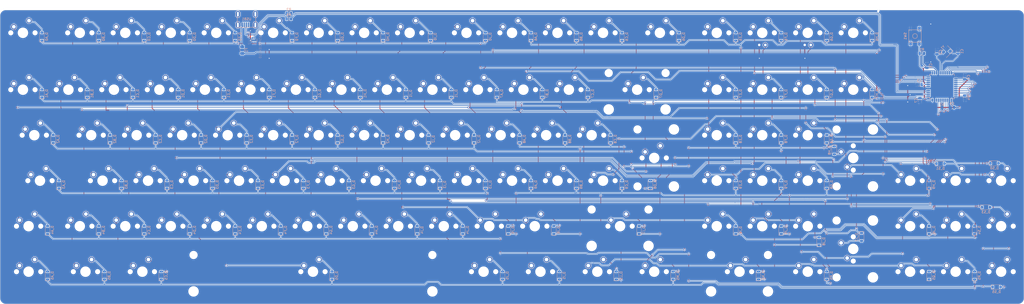
<source format=kicad_pcb>
(kicad_pcb (version 20171130) (host pcbnew 5.1.2)
  (layers (0 F.Cu signal) (31 B.Cu signal) (34 B.Paste user) (35 F.Paste user) (36 B.SilkS user) (37 F.SilkS user) (38 B.Mask user) (39 F.Mask user) (44 Edge.Cuts user))
  (net 0 "")
  (net 1 GND)
  (net 2 "Net-(C1-Pad1)")
  (net 3 "Net-(C2-Pad1)")
  (net 4 "Net-(C3-Pad1)")
  (net 5 +5V)
  (net 6 ROW0)
  (net 7 ROW1)
  (net 8 ROW2)
  (net 9 ROW3)
  (net 10 ROW4)
  (net 11 ROW5)
  (net 12 "Net-(D_A1-Pad2)")
  (net 13 "Net-(D_A2-Pad2)")
  (net 14 "Net-(D_A3-Pad2)")
  (net 15 "Net-(D_A4-Pad2)")
  (net 16 "Net-(D_A5-Pad2)")
  (net 17 "Net-(D_B1-Pad2)")
  (net 18 "Net-(D_B2-Pad2)")
  (net 19 "Net-(D_B3-Pad2)")
  (net 20 "Net-(D_B4-Pad2)")
  (net 21 "Net-(D_B5-Pad2)")
  (net 22 "Net-(D_C1-Pad2)")
  (net 23 "Net-(D_C2-Pad2)")
  (net 24 "Net-(D_C3-Pad2)")
  (net 25 "Net-(D_C4-Pad2)")
  (net 26 "Net-(D_C5-Pad2)")
  (net 27 "Net-(D_D1-Pad2)")
  (net 28 "Net-(D_D2-Pad2)")
  (net 29 "Net-(D_D3-Pad2)")
  (net 30 "Net-(D_E1-Pad2)")
  (net 31 "Net-(D_E2-Pad2)")
  (net 32 "Net-(D_E3-Pad2)")
  (net 33 "Net-(D_E4-Pad2)")
  (net 34 "Net-(D_F1-Pad2)")
  (net 35 "Net-(D_F2-Pad2)")
  (net 36 "Net-(D_F3-Pad2)")
  (net 37 "Net-(D_F4-Pad2)")
  (net 38 "Net-(D_G1-Pad2)")
  (net 39 "Net-(D_G2-Pad2)")
  (net 40 "Net-(D_G3-Pad2)")
  (net 41 "Net-(D_G4-Pad2)")
  (net 42 "Net-(D_J1-Pad2)")
  (net 43 "Net-(D_J2-Pad2)")
  (net 44 "Net-(D_J3-Pad2)")
  (net 45 "Net-(D_J4-Pad2)")
  (net 46 "Net-(D_J5-Pad2)")
  (net 47 "Net-(D_L5-Pad2)")
  (net 48 "Net-(D_Q5-Pad2)")
  (net 49 "Net-(D_R5-Pad2)")
  (net 50 "Net-(D_S1-Pad2)")
  (net 51 "Net-(D_S3-Pad2)")
  (net 52 "Net-(D_S4-Pad2)")
  (net 53 "Net-(D_S5-Pad2)")
  (net 54 VCC)
  (net 55 COL_A)
  (net 56 COL_B)
  (net 57 COL_C)
  (net 58 COL_D)
  (net 59 COL_E)
  (net 60 COL_F)
  (net 61 COL_G)
  (net 62 COL_H)
  (net 63 COL_I)
  (net 64 COL_J)
  (net 65 COL_K)
  (net 66 "Net-(R1-Pad2)")
  (net 67 D+)
  (net 68 "Net-(R2-Pad1)")
  (net 69 D-)
  (net 70 "Net-(R3-Pad1)")
  (net 71 "Net-(R4-Pad2)")
  (net 72 "Net-(U1-Pad42)")
  (net 73 "Net-(USB1-Pad6)")
  (net 74 "Net-(USB1-Pad2)")
  (net 75 "Net-(D_A0-Pad2)")
  (net 76 "Net-(D_B0-Pad2)")
  (net 77 "Net-(D_C0-Pad2)")
  (net 78 "Net-(D_D0-Pad2)")
  (net 79 "Net-(D_D4-Pad2)")
  (net 80 "Net-(D_E0-Pad2)")
  (net 81 "Net-(D_F0-Pad2)")
  (net 82 "Net-(D_G0-Pad2)")
  (net 83 "Net-(D_H0-Pad2)")
  (net 84 "Net-(D_H1-Pad2)")
  (net 85 "Net-(D_H2-Pad2)")
  (net 86 "Net-(D_H3-Pad2)")
  (net 87 "Net-(D_H4-Pad2)")
  (net 88 "Net-(D_I0-Pad2)")
  (net 89 "Net-(D_I1-Pad2)")
  (net 90 "Net-(D_I2-Pad2)")
  (net 91 "Net-(D_I3-Pad2)")
  (net 92 "Net-(D_I4-Pad2)")
  (net 93 "Net-(D_J0-Pad2)")
  (net 94 "Net-(D_M5-Pad2)")
  (net 95 "Net-(D_S0-Pad2)")
  (net 96 "Net-(D_N5-Pad2)")
  (net 97 "Net-(D_P5-Pad2)")
  (net 98 "Net-(U2-Pad5)")
  (net 99 "Net-(U2-Pad4)")
  (net 100 "Net-(D_D5-Pad2)")
  (net 101 "Net-(D_A6-Pad2)")
  (net 102 "Net-(D_A7-Pad2)")
  (net 103 "Net-(D_A8-Pad2)")
  (net 104 "Net-(D_A9-Pad2)")
  (net 105 "Net-(D_B6-Pad2)")
  (net 106 "Net-(D_B7-Pad2)")
  (net 107 "Net-(D_B8-Pad2)")
  (net 108 "Net-(D_B9-Pad2)")
  (net 109 "Net-(D_C6-Pad2)")
  (net 110 "Net-(D_C7-Pad2)")
  (net 111 "Net-(D_C8-Pad2)")
  (net 112 "Net-(D_C9-Pad2)")
  (net 113 "Net-(D_D6-Pad2)")
  (net 114 "Net-(D_D7-Pad2)")
  (net 115 "Net-(D_D8-Pad2)")
  (net 116 "Net-(D_E6-Pad2)")
  (net 117 "Net-(D_E7-Pad2)")
  (net 118 "Net-(D_E8-Pad2)")
  (net 119 "Net-(D_F6-Pad2)")
  (net 120 "Net-(D_F7-Pad2)")
  (net 121 "Net-(D_F8-Pad2)")
  (net 122 "Net-(D_F9-Pad2)")
  (net 123 "Net-(D_G6-Pad2)")
  (net 124 "Net-(D_G7-Pad2)")
  (net 125 "Net-(D_G8-Pad2)")
  (net 126 "Net-(D_G9-Pad2)")
  (net 127 "Net-(D_H6-Pad2)")
  (net 128 "Net-(D_H7-Pad2)")
  (net 129 "Net-(D_H8-Pad2)")
  (net 130 "Net-(D_H9-Pad2)")
  (net 131 "Net-(D_I6-Pad2)")
  (net 132 "Net-(D_I7-Pad2)")
  (net 133 "Net-(D_I8-Pad2)")
  (net 134 "Net-(D_I9-Pad2)")
  (net 135 "Net-(D_E9-Pad2)")
  (net 136 "Net-(D_J6-Pad2)")
  (net 137 "Net-(D_J7-Pad2)")
  (net 138 "Net-(D_J8-Pad2)")
  (net 139 "Net-(D_J9-Pad2)")
  (net 140 "Net-(D_I5-Pad2)")
  (net 141 "Net-(D_Q5-Pad1)")
  (net 142 "Net-(U1-Pad39)")
  (net 143 "Net-(U1-Pad12)")
  (net 144 ROW6)
  (net 145 ROW7)
  (net 146 ROW8)
  (net 147 ROW9)
  (net 148 LED_MIDDLE)
  (net 149 LED_RIGHT)
  (module MX_Only:MXOnly-1U-NoLED (layer F.Cu) (at 315.9125 25.4)
    (fp_text reference MX_E6)
    (fp_text value MX-NoLED)
    (pad 2 thru_hole circle (at 2.54 -5.08) (size 2.25 2.25) (drill 1.47) (layers *.Cu B.Mask) (net 116 "Net-(D_E6-Pad2)"))
    (pad "" np_thru_hole circle (at 0 0) (size 3.9878 3.9878) (drill 3.9878) (layers *.Cu *.Mask))
    (pad 1 thru_hole circle (at -3.81 -2.54) (size 2.25 2.25) (drill 1.47) (layers *.Cu B.Mask) (net 59 COL_E))
    (pad "" np_thru_hole circle (at -5.08 0 48.0996) (size 1.75 1.75) (drill 1.75) (layers *.Cu *.Mask))
    (pad "" np_thru_hole circle (at 5.08 0 48.0996) (size 1.75 1.75) (drill 1.75) (layers *.Cu *.Mask))
  )
  (module MX_Only:MXOnly-1U-FLIPPED (layer F.Cu) (at 354.0125 25.4)
    (fp_text reference MX_G6)
    (fp_text value MX-LED-MX_Alps_Hybrid)
    (pad "" np_thru_hole circle (at 5.08 0 48.0996) (size 1.75 1.75) (drill 1.75) (layers *.Cu *.Mask))
    (pad "" np_thru_hole circle (at -5.08 0 48.0996) (size 1.75 1.75) (drill 1.75) (layers *.Cu *.Mask))
    (pad 4 thru_hole rect (at -1.27 5.08) (size 1.905 1.905) (drill 1.04) (layers *.Cu B.Mask) (net 1 GND))
    (pad 3 thru_hole circle (at 1.27 5.08) (size 1.905 1.905) (drill 1.04) (layers *.Cu B.Mask) (net 149 LED_RIGHT))
    (pad 1 thru_hole circle (at -3.81 -2.54) (size 2.25 2.25) (drill 1.47) (layers *.Cu B.Mask) (net 61 COL_G))
    (pad "" np_thru_hole circle (at 0 0) (size 3.9878 3.9878) (drill 3.9878) (layers *.Cu *.Mask))
    (pad 2 thru_hole circle (at 2.54 -5.08) (size 2.25 2.25) (drill 1.47) (layers *.Cu B.Mask) (net 123 "Net-(D_G6-Pad2)"))
  )
  (module MX_Only:MXOnly-1U-FLIPPED (layer F.Cu) (at 334.9625 25.4)
    (fp_text reference MX_F6)
    (fp_text value MX-LED-MX_Alps_Hybrid)
    (pad "" np_thru_hole circle (at 5.08 0 48.0996) (size 1.75 1.75) (drill 1.75) (layers *.Cu *.Mask))
    (pad "" np_thru_hole circle (at -5.08 0 48.0996) (size 1.75 1.75) (drill 1.75) (layers *.Cu *.Mask))
    (pad 4 thru_hole rect (at -1.27 5.08) (size 1.905 1.905) (drill 1.04) (layers *.Cu B.Mask) (net 1 GND))
    (pad 3 thru_hole circle (at 1.27 5.08) (size 1.905 1.905) (drill 1.04) (layers *.Cu B.Mask) (net 148 LED_MIDDLE))
    (pad 1 thru_hole circle (at -3.81 -2.54) (size 2.25 2.25) (drill 1.47) (layers *.Cu B.Mask) (net 60 COL_F))
    (pad "" np_thru_hole circle (at 0 0) (size 3.9878 3.9878) (drill 3.9878) (layers *.Cu *.Mask))
    (pad 2 thru_hole circle (at 2.54 -5.08) (size 2.25 2.25) (drill 1.47) (layers *.Cu B.Mask) (net 119 "Net-(D_F6-Pad2)"))
  )
  (module SOT65P210X110-6N:SOT65P210X110-6N (layer B.Cu) (at 122.2375 28.575 270)
    (fp_text reference U2 (at 0.762 2.032 90) (layer B.SilkS) (effects (font (thickness 0.05)) (justify mirror)))
    (fp_text value SOT65P210X110 (at 1.397 -2.54 90) (layer B.SilkS) (effects (font (thickness 0.05)) (justify mirror)))
    (pad 6 smd rect (at 0.97 0.65 90) (size 0.99 0.41) (layers B.Cu B.Paste B.Mask))
    (pad 5 smd rect (at 0.97 0 90) (size 0.99 0.41) (layers B.Cu B.Paste B.Mask) (net 98 "Net-(U2-Pad5)"))
    (pad 4 smd rect (at 0.97 -0.65 90) (size 0.99 0.41) (layers B.Cu B.Paste B.Mask) (net 99 "Net-(U2-Pad4)"))
    (pad 3 smd rect (at -0.97 -0.65 270) (size 0.99 0.41) (layers B.Cu B.Paste B.Mask) (net 1 GND))
    (pad 2 smd rect (at -0.97 0 270) (size 0.99 0.41) (layers B.Cu B.Paste B.Mask) (net 69 D-))
    (pad 1 smd rect (at -0.97 0.65 270) (size 0.99 0.41) (layers B.Cu B.Paste B.Mask) (net 67 D+))
  )
  (module MX_Only:MXOnly-1.25U-NoLED (layer F.Cu) (at 218.28125 125.4125)
    (fp_text reference MX_J5)
    (fp_text value MX-NoLED)
    (pad 2 thru_hole circle (at 2.54 -5.08) (size 2.25 2.25) (drill 1.47) (layers *.Cu B.Mask) (net 46 "Net-(D_J5-Pad2)"))
    (pad "" np_thru_hole circle (at 0 0) (size 3.9878 3.9878) (drill 3.9878) (layers *.Cu *.Mask))
    (pad 1 thru_hole circle (at -3.81 -2.54) (size 2.25 2.25) (drill 1.47) (layers *.Cu B.Mask) (net 64 COL_J))
    (pad "" np_thru_hole circle (at -5.08 0 48.0996) (size 1.75 1.75) (drill 1.75) (layers *.Cu *.Mask))
    (pad "" np_thru_hole circle (at 5.08 0 48.0996) (size 1.75 1.75) (drill 1.75) (layers *.Cu *.Mask))
  )
  (module MX_Only:MXOnly-6.25U-NoLED (layer F.Cu) (at 146.84375 125.4125)
    (fp_text reference MX_D5)
    (fp_text value MX-NoLED)
    (pad 2 thru_hole circle (at 2.54 -5.08) (size 2.25 2.25) (drill 1.47) (layers *.Cu B.Mask) (net 100 "Net-(D_D5-Pad2)"))
    (pad "" np_thru_hole circle (at 0 0) (size 3.9878 3.9878) (drill 3.9878) (layers *.Cu *.Mask))
    (pad 1 thru_hole circle (at -3.81 -2.54) (size 2.25 2.25) (drill 1.47) (layers *.Cu B.Mask) (net 58 COL_D))
    (pad "" np_thru_hole circle (at -5.08 0 48.0996) (size 1.75 1.75) (drill 1.75) (layers *.Cu *.Mask))
    (pad "" np_thru_hole circle (at 5.08 0 48.0996) (size 1.75 1.75) (drill 1.75) (layers *.Cu *.Mask))
    (pad "" np_thru_hole circle (at -49.9999 -6.985) (size 3.048 3.048) (drill 3.048) (layers *.Cu *.Mask))
    (pad "" np_thru_hole circle (at 49.9999 -6.985) (size 3.048 3.048) (drill 3.048) (layers *.Cu *.Mask))
    (pad "" np_thru_hole circle (at -49.9999 8.255) (size 3.9878 3.9878) (drill 3.9878) (layers *.Cu *.Mask))
    (pad "" np_thru_hole circle (at 49.9999 8.255) (size 3.9878 3.9878) (drill 3.9878) (layers *.Cu *.Mask))
  )
  (module MX_Only:MXOnly-1U-NoLED (layer F.Cu) (at 268.2875 87.3125)
    (fp_text reference MX_C9)
    (fp_text value MX-NoLED)
    (pad 2 thru_hole circle (at 2.54 -5.08) (size 2.25 2.25) (drill 1.47) (layers *.Cu B.Mask) (net 112 "Net-(D_C9-Pad2)"))
    (pad "" np_thru_hole circle (at 0 0) (size 3.9878 3.9878) (drill 3.9878) (layers *.Cu *.Mask))
    (pad 1 thru_hole circle (at -3.81 -2.54) (size 2.25 2.25) (drill 1.47) (layers *.Cu B.Mask) (net 57 COL_C))
    (pad "" np_thru_hole circle (at -5.08 0 48.0996) (size 1.75 1.75) (drill 1.75) (layers *.Cu *.Mask))
    (pad "" np_thru_hole circle (at 5.08 0 48.0996) (size 1.75 1.75) (drill 1.75) (layers *.Cu *.Mask))
  )
  (module MX_Only:MXOnly-2.75U-NoLED (layer F.Cu) (at 275.43125 106.3625)
    (fp_text reference MX_I7)
    (fp_text value MX-NoLED)
    (pad 2 thru_hole circle (at 2.54 -5.08) (size 2.25 2.25) (drill 1.47) (layers *.Cu B.Mask) (net 132 "Net-(D_I7-Pad2)"))
    (pad "" np_thru_hole circle (at 0 0) (size 3.9878 3.9878) (drill 3.9878) (layers *.Cu *.Mask))
    (pad 1 thru_hole circle (at -3.81 -2.54) (size 2.25 2.25) (drill 1.47) (layers *.Cu B.Mask) (net 63 COL_I))
    (pad "" np_thru_hole circle (at -5.08 0 48.0996) (size 1.75 1.75) (drill 1.75) (layers *.Cu *.Mask))
    (pad "" np_thru_hole circle (at 5.08 0 48.0996) (size 1.75 1.75) (drill 1.75) (layers *.Cu *.Mask))
    (pad "" np_thru_hole circle (at -11.90625 -6.985) (size 3.048 3.048) (drill 3.048) (layers *.Cu *.Mask))
    (pad "" np_thru_hole circle (at 11.90625 -6.985) (size 3.048 3.048) (drill 3.048) (layers *.Cu *.Mask))
    (pad "" np_thru_hole circle (at -11.90625 8.255) (size 3.9878 3.9878) (drill 3.9878) (layers *.Cu *.Mask))
    (pad "" np_thru_hole circle (at 11.90625 8.255) (size 3.9878 3.9878) (drill 3.9878) (layers *.Cu *.Mask))
  )
  (module MX_Only:MXOnly-2U-NoLED (layer F.Cu) (at 373.0625 115.8875 90)
    (fp_text reference MX_J7)
    (fp_text value MX-NoLED)
    (pad 2 thru_hole circle (at 2.54 -5.08 90) (size 2.25 2.25) (drill 1.47) (layers *.Cu B.Mask) (net 137 "Net-(D_J7-Pad2)"))
    (pad "" np_thru_hole circle (at 0 0 90) (size 3.9878 3.9878) (drill 3.9878) (layers *.Cu *.Mask))
    (pad 1 thru_hole circle (at -3.81 -2.54 90) (size 2.25 2.25) (drill 1.47) (layers *.Cu B.Mask) (net 64 COL_J))
    (pad "" np_thru_hole circle (at -5.08 0 138.0996) (size 1.75 1.75) (drill 1.75) (layers *.Cu *.Mask))
    (pad "" np_thru_hole circle (at 5.08 0 138.0996) (size 1.75 1.75) (drill 1.75) (layers *.Cu *.Mask))
    (pad "" np_thru_hole circle (at -11.90625 -6.985 90) (size 3.048 3.048) (drill 3.048) (layers *.Cu *.Mask))
    (pad "" np_thru_hole circle (at 11.90625 -6.985 90) (size 3.048 3.048) (drill 3.048) (layers *.Cu *.Mask))
    (pad "" np_thru_hole circle (at -11.90625 8.255 90) (size 3.9878 3.9878) (drill 3.9878) (layers *.Cu *.Mask))
    (pad "" np_thru_hole circle (at 11.90625 8.255 90) (size 3.9878 3.9878) (drill 3.9878) (layers *.Cu *.Mask))
  )
  (module MX_Only:MXOnly-1.25U-NoLED (layer F.Cu) (at 265.90625 125.4125)
    (fp_text reference MX_K9)
    (fp_text value MX-NoLED)
    (pad 2 thru_hole circle (at 2.54 -5.08) (size 2.25 2.25) (drill 1.47) (layers *.Cu B.Mask) (net 47 "Net-(D_L5-Pad2)"))
    (pad "" np_thru_hole circle (at 0 0) (size 3.9878 3.9878) (drill 3.9878) (layers *.Cu *.Mask))
    (pad 1 thru_hole circle (at -3.81 -2.54) (size 2.25 2.25) (drill 1.47) (layers *.Cu B.Mask) (net 65 COL_K))
    (pad "" np_thru_hole circle (at -5.08 0 48.0996) (size 1.75 1.75) (drill 1.75) (layers *.Cu *.Mask))
    (pad "" np_thru_hole circle (at 5.08 0 48.0996) (size 1.75 1.75) (drill 1.75) (layers *.Cu *.Mask))
  )
  (module MX_Only:MXOnly-ISO-NoLED (layer F.Cu) (at 289.71875 77.7875)
    (fp_text reference MX_D8)
    (fp_text value MX-NoLED)
    (pad "" np_thru_hole circle (at 8.255 -11.938) (size 3.9878 3.9878) (drill 3.9878) (layers *.Cu *.Mask))
    (pad "" np_thru_hole circle (at 8.255 11.938) (size 3.9878 3.9878) (drill 3.9878) (layers *.Cu *.Mask))
    (pad "" np_thru_hole circle (at -6.985 -11.938) (size 3.048 3.048) (drill 3.048) (layers *.Cu *.Mask))
    (pad "" np_thru_hole circle (at -6.985 11.938) (size 3.048 3.048) (drill 3.048) (layers *.Cu *.Mask))
    (pad "" np_thru_hole circle (at 5.08 0 48.0996) (size 1.75 1.75) (drill 1.75) (layers *.Cu *.Mask))
    (pad "" np_thru_hole circle (at -5.08 0 48.0996) (size 1.75 1.75) (drill 1.75) (layers *.Cu *.Mask))
    (pad 1 thru_hole circle (at -3.81 -2.54) (size 2.25 2.25) (drill 1.47) (layers *.Cu B.Mask) (net 58 COL_D))
    (pad "" np_thru_hole circle (at 0 0) (size 3.9878 3.9878) (drill 3.9878) (layers *.Cu *.Mask))
    (pad 2 thru_hole circle (at 2.54 -5.08) (size 2.25 2.25) (drill 1.47) (layers *.Cu B.Mask) (net 115 "Net-(D_D8-Pad2)"))
  )
  (module MX_Only:MXOnly-1U-NoLED (layer F.Cu) (at 434.975 125.4125)
    (fp_text reference MX_K4)
    (fp_text value MX-NoLED)
    (pad 2 thru_hole circle (at 2.54 -5.08) (size 2.25 2.25) (drill 1.47) (layers *.Cu B.Mask) (net 53 "Net-(D_S5-Pad2)"))
    (pad "" np_thru_hole circle (at 0 0) (size 3.9878 3.9878) (drill 3.9878) (layers *.Cu *.Mask))
    (pad 1 thru_hole circle (at -3.81 -2.54) (size 2.25 2.25) (drill 1.47) (layers *.Cu B.Mask) (net 65 COL_K))
    (pad "" np_thru_hole circle (at -5.08 0 48.0996) (size 1.75 1.75) (drill 1.75) (layers *.Cu *.Mask))
    (pad "" np_thru_hole circle (at 5.08 0 48.0996) (size 1.75 1.75) (drill 1.75) (layers *.Cu *.Mask))
  )
  (module MX_Only:MXOnly-1U-NoLED (layer F.Cu) (at 415.925 106.3625)
    (fp_text reference MX_K3)
    (fp_text value MX-NoLED)
    (pad 2 thru_hole circle (at 2.54 -5.08) (size 2.25 2.25) (drill 1.47) (layers *.Cu B.Mask) (net 52 "Net-(D_S4-Pad2)"))
    (pad "" np_thru_hole circle (at 0 0) (size 3.9878 3.9878) (drill 3.9878) (layers *.Cu *.Mask))
    (pad 1 thru_hole circle (at -3.81 -2.54) (size 2.25 2.25) (drill 1.47) (layers *.Cu B.Mask) (net 65 COL_K))
    (pad "" np_thru_hole circle (at -5.08 0 48.0996) (size 1.75 1.75) (drill 1.75) (layers *.Cu *.Mask))
    (pad "" np_thru_hole circle (at 5.08 0 48.0996) (size 1.75 1.75) (drill 1.75) (layers *.Cu *.Mask))
  )
  (module MX_Only:MXOnly-1U-NoLED (layer F.Cu) (at 434.975 106.3625)
    (fp_text reference MX_K2)
    (fp_text value MX-NoLED)
    (pad 2 thru_hole circle (at 2.54 -5.08) (size 2.25 2.25) (drill 1.47) (layers *.Cu B.Mask) (net 51 "Net-(D_S3-Pad2)"))
    (pad "" np_thru_hole circle (at 0 0) (size 3.9878 3.9878) (drill 3.9878) (layers *.Cu *.Mask))
    (pad 1 thru_hole circle (at -3.81 -2.54) (size 2.25 2.25) (drill 1.47) (layers *.Cu B.Mask) (net 65 COL_K))
    (pad "" np_thru_hole circle (at -5.08 0 48.0996) (size 1.75 1.75) (drill 1.75) (layers *.Cu *.Mask))
    (pad "" np_thru_hole circle (at 5.08 0 48.0996) (size 1.75 1.75) (drill 1.75) (layers *.Cu *.Mask))
  )
  (module MX_Only:MXOnly-1U-NoLED (layer F.Cu) (at 415.925 87.3125)
    (fp_text reference MX_K1)
    (fp_text value MX-NoLED)
    (pad 2 thru_hole circle (at 2.54 -5.08) (size 2.25 2.25) (drill 1.47) (layers *.Cu B.Mask) (net 50 "Net-(D_S1-Pad2)"))
    (pad "" np_thru_hole circle (at 0 0) (size 3.9878 3.9878) (drill 3.9878) (layers *.Cu *.Mask))
    (pad 1 thru_hole circle (at -3.81 -2.54) (size 2.25 2.25) (drill 1.47) (layers *.Cu B.Mask) (net 65 COL_K))
    (pad "" np_thru_hole circle (at -5.08 0 48.0996) (size 1.75 1.75) (drill 1.75) (layers *.Cu *.Mask))
    (pad "" np_thru_hole circle (at 5.08 0 48.0996) (size 1.75 1.75) (drill 1.75) (layers *.Cu *.Mask))
  )
  (module MX_Only:MXOnly-1U-NoLED (layer F.Cu) (at 434.975 87.3125)
    (fp_text reference MX_K0)
    (fp_text value MX-NoLED)
    (pad 2 thru_hole circle (at 2.54 -5.08) (size 2.25 2.25) (drill 1.47) (layers *.Cu B.Mask) (net 95 "Net-(D_S0-Pad2)"))
    (pad "" np_thru_hole circle (at 0 0) (size 3.9878 3.9878) (drill 3.9878) (layers *.Cu *.Mask))
    (pad 1 thru_hole circle (at -3.81 -2.54) (size 2.25 2.25) (drill 1.47) (layers *.Cu B.Mask) (net 65 COL_K))
    (pad "" np_thru_hole circle (at -5.08 0 48.0996) (size 1.75 1.75) (drill 1.75) (layers *.Cu *.Mask))
    (pad "" np_thru_hole circle (at 5.08 0 48.0996) (size 1.75 1.75) (drill 1.75) (layers *.Cu *.Mask))
  )
  (module MX_Only:MXOnly-1U-NoLED (layer F.Cu) (at 415.925 125.4125)
    (fp_text reference MX_K5)
    (fp_text value MX-NoLED)
    (pad 2 thru_hole circle (at 2.54 -5.08) (size 2.25 2.25) (drill 1.47) (layers *.Cu B.Mask) (net 49 "Net-(D_R5-Pad2)"))
    (pad "" np_thru_hole circle (at 0 0) (size 3.9878 3.9878) (drill 3.9878) (layers *.Cu *.Mask))
    (pad 1 thru_hole circle (at -3.81 -2.54) (size 2.25 2.25) (drill 1.47) (layers *.Cu B.Mask) (net 65 COL_K))
    (pad "" np_thru_hole circle (at -5.08 0 48.0996) (size 1.75 1.75) (drill 1.75) (layers *.Cu *.Mask))
    (pad "" np_thru_hole circle (at 5.08 0 48.0996) (size 1.75 1.75) (drill 1.75) (layers *.Cu *.Mask))
  )
  (module MX_Only:MXOnly-1U-NoLED (layer F.Cu) (at 396.875 106.3625)
    (fp_text reference MX_J6)
    (fp_text value MX-NoLED)
    (pad 2 thru_hole circle (at 2.54 -5.08) (size 2.25 2.25) (drill 1.47) (layers *.Cu B.Mask) (net 136 "Net-(D_J6-Pad2)"))
    (pad "" np_thru_hole circle (at 0 0) (size 3.9878 3.9878) (drill 3.9878) (layers *.Cu *.Mask))
    (pad 1 thru_hole circle (at -3.81 -2.54) (size 2.25 2.25) (drill 1.47) (layers *.Cu B.Mask) (net 64 COL_J))
    (pad "" np_thru_hole circle (at -5.08 0 48.0996) (size 1.75 1.75) (drill 1.75) (layers *.Cu *.Mask))
    (pad "" np_thru_hole circle (at 5.08 0 48.0996) (size 1.75 1.75) (drill 1.75) (layers *.Cu *.Mask))
  )
  (module MX_Only:MXOnly-1U-NoLED (layer F.Cu) (at 396.875 87.3125)
    (fp_text reference MX_H9)
    (fp_text value MX-NoLED)
    (pad 2 thru_hole circle (at 2.54 -5.08) (size 2.25 2.25) (drill 1.47) (layers *.Cu B.Mask) (net 130 "Net-(D_H9-Pad2)"))
    (pad "" np_thru_hole circle (at 0 0) (size 3.9878 3.9878) (drill 3.9878) (layers *.Cu *.Mask))
    (pad 1 thru_hole circle (at -3.81 -2.54) (size 2.25 2.25) (drill 1.47) (layers *.Cu B.Mask) (net 62 COL_H))
    (pad "" np_thru_hole circle (at -5.08 0 48.0996) (size 1.75 1.75) (drill 1.75) (layers *.Cu *.Mask))
    (pad "" np_thru_hole circle (at 5.08 0 48.0996) (size 1.75 1.75) (drill 1.75) (layers *.Cu *.Mask))
  )
  (module MX_Only:MXOnly-2U-NoLED (layer F.Cu) (at 373.0625 77.7875 90)
    (fp_text reference MX_H8)
    (fp_text value MX-NoLED)
    (pad 2 thru_hole circle (at 2.54 -5.08 90) (size 2.25 2.25) (drill 1.47) (layers *.Cu B.Mask) (net 129 "Net-(D_H8-Pad2)"))
    (pad "" np_thru_hole circle (at 0 0 90) (size 3.9878 3.9878) (drill 3.9878) (layers *.Cu *.Mask))
    (pad 1 thru_hole circle (at -3.81 -2.54 90) (size 2.25 2.25) (drill 1.47) (layers *.Cu B.Mask) (net 62 COL_H))
    (pad "" np_thru_hole circle (at -5.08 0 138.0996) (size 1.75 1.75) (drill 1.75) (layers *.Cu *.Mask))
    (pad "" np_thru_hole circle (at 5.08 0 138.0996) (size 1.75 1.75) (drill 1.75) (layers *.Cu *.Mask))
    (pad "" np_thru_hole circle (at -11.90625 -6.985 90) (size 3.048 3.048) (drill 3.048) (layers *.Cu *.Mask))
    (pad "" np_thru_hole circle (at 11.90625 -6.985 90) (size 3.048 3.048) (drill 3.048) (layers *.Cu *.Mask))
    (pad "" np_thru_hole circle (at -11.90625 8.255 90) (size 3.9878 3.9878) (drill 3.9878) (layers *.Cu *.Mask))
    (pad "" np_thru_hole circle (at 11.90625 8.255 90) (size 3.9878 3.9878) (drill 3.9878) (layers *.Cu *.Mask))
  )
  (module MX_Only:MXOnly-1U-NoLED (layer F.Cu) (at 373.0625 49.2125)
    (fp_text reference MX_H7)
    (fp_text value MX-NoLED)
    (pad 2 thru_hole circle (at 2.54 -5.08) (size 2.25 2.25) (drill 1.47) (layers *.Cu B.Mask) (net 128 "Net-(D_H7-Pad2)"))
    (pad "" np_thru_hole circle (at 0 0) (size 3.9878 3.9878) (drill 3.9878) (layers *.Cu *.Mask))
    (pad 1 thru_hole circle (at -3.81 -2.54) (size 2.25 2.25) (drill 1.47) (layers *.Cu B.Mask) (net 62 COL_H))
    (pad "" np_thru_hole circle (at -5.08 0 48.0996) (size 1.75 1.75) (drill 1.75) (layers *.Cu *.Mask))
    (pad "" np_thru_hole circle (at 5.08 0 48.0996) (size 1.75 1.75) (drill 1.75) (layers *.Cu *.Mask))
  )
  (module MX_Only:MXOnly-1U-NoLED (layer F.Cu) (at 373.0625 25.4)
    (fp_text reference MX_H6)
    (fp_text value MX-NoLED)
    (pad 2 thru_hole circle (at 2.54 -5.08) (size 2.25 2.25) (drill 1.47) (layers *.Cu B.Mask) (net 127 "Net-(D_H6-Pad2)"))
    (pad "" np_thru_hole circle (at 0 0) (size 3.9878 3.9878) (drill 3.9878) (layers *.Cu *.Mask))
    (pad 1 thru_hole circle (at -3.81 -2.54) (size 2.25 2.25) (drill 1.47) (layers *.Cu B.Mask) (net 62 COL_H))
    (pad "" np_thru_hole circle (at -5.08 0 48.0996) (size 1.75 1.75) (drill 1.75) (layers *.Cu *.Mask))
    (pad "" np_thru_hole circle (at 5.08 0 48.0996) (size 1.75 1.75) (drill 1.75) (layers *.Cu *.Mask))
  )
  (module MX_Only:MXOnly-1U-NoLED (layer F.Cu) (at 396.875 125.4125)
    (fp_text reference MX_K6)
    (fp_text value MX-NoLED)
    (pad 2 thru_hole circle (at 2.54 -5.08) (size 2.25 2.25) (drill 1.47) (layers *.Cu B.Mask) (net 48 "Net-(D_Q5-Pad2)"))
    (pad "" np_thru_hole circle (at 0 0) (size 3.9878 3.9878) (drill 3.9878) (layers *.Cu *.Mask))
    (pad 1 thru_hole circle (at -3.81 -2.54) (size 2.25 2.25) (drill 1.47) (layers *.Cu B.Mask) (net 65 COL_K))
    (pad "" np_thru_hole circle (at -5.08 0 48.0996) (size 1.75 1.75) (drill 1.75) (layers *.Cu *.Mask))
    (pad "" np_thru_hole circle (at 5.08 0 48.0996) (size 1.75 1.75) (drill 1.75) (layers *.Cu *.Mask))
  )
  (module MX_Only:MXOnly-1U-NoLED (layer F.Cu) (at 354.0125 87.3125)
    (fp_text reference MX_G9)
    (fp_text value MX-NoLED)
    (pad 2 thru_hole circle (at 2.54 -5.08) (size 2.25 2.25) (drill 1.47) (layers *.Cu B.Mask) (net 126 "Net-(D_G9-Pad2)"))
    (pad "" np_thru_hole circle (at 0 0) (size 3.9878 3.9878) (drill 3.9878) (layers *.Cu *.Mask))
    (pad 1 thru_hole circle (at -3.81 -2.54) (size 2.25 2.25) (drill 1.47) (layers *.Cu B.Mask) (net 61 COL_G))
    (pad "" np_thru_hole circle (at -5.08 0 48.0996) (size 1.75 1.75) (drill 1.75) (layers *.Cu *.Mask))
    (pad "" np_thru_hole circle (at 5.08 0 48.0996) (size 1.75 1.75) (drill 1.75) (layers *.Cu *.Mask))
  )
  (module MX_Only:MXOnly-1U-NoLED (layer F.Cu) (at 354.0125 68.2625)
    (fp_text reference MX_G8)
    (fp_text value MX-NoLED)
    (pad 2 thru_hole circle (at 2.54 -5.08) (size 2.25 2.25) (drill 1.47) (layers *.Cu B.Mask) (net 125 "Net-(D_G8-Pad2)"))
    (pad "" np_thru_hole circle (at 0 0) (size 3.9878 3.9878) (drill 3.9878) (layers *.Cu *.Mask))
    (pad 1 thru_hole circle (at -3.81 -2.54) (size 2.25 2.25) (drill 1.47) (layers *.Cu B.Mask) (net 61 COL_G))
    (pad "" np_thru_hole circle (at -5.08 0 48.0996) (size 1.75 1.75) (drill 1.75) (layers *.Cu *.Mask))
    (pad "" np_thru_hole circle (at 5.08 0 48.0996) (size 1.75 1.75) (drill 1.75) (layers *.Cu *.Mask))
  )
  (module MX_Only:MXOnly-1U-NoLED (layer F.Cu) (at 354.0125 49.2125)
    (fp_text reference MX_G7)
    (fp_text value MX-NoLED)
    (pad 2 thru_hole circle (at 2.54 -5.08) (size 2.25 2.25) (drill 1.47) (layers *.Cu B.Mask) (net 124 "Net-(D_G7-Pad2)"))
    (pad "" np_thru_hole circle (at 0 0) (size 3.9878 3.9878) (drill 3.9878) (layers *.Cu *.Mask))
    (pad 1 thru_hole circle (at -3.81 -2.54) (size 2.25 2.25) (drill 1.47) (layers *.Cu B.Mask) (net 61 COL_G))
    (pad "" np_thru_hole circle (at -5.08 0 48.0996) (size 1.75 1.75) (drill 1.75) (layers *.Cu *.Mask))
    (pad "" np_thru_hole circle (at 5.08 0 48.0996) (size 1.75 1.75) (drill 1.75) (layers *.Cu *.Mask))
  )
  (module MX_Only:MXOnly-1U-NoLED (layer F.Cu) (at 354.0125 125.4125)
    (fp_text reference MX_K7)
    (fp_text value MX-NoLED)
    (pad 2 thru_hole circle (at 2.54 -5.08) (size 2.25 2.25) (drill 1.47) (layers *.Cu B.Mask) (net 97 "Net-(D_P5-Pad2)"))
    (pad "" np_thru_hole circle (at 0 0) (size 3.9878 3.9878) (drill 3.9878) (layers *.Cu *.Mask))
    (pad 1 thru_hole circle (at -3.81 -2.54) (size 2.25 2.25) (drill 1.47) (layers *.Cu B.Mask) (net 65 COL_K))
    (pad "" np_thru_hole circle (at -5.08 0 48.0996) (size 1.75 1.75) (drill 1.75) (layers *.Cu *.Mask))
    (pad "" np_thru_hole circle (at 5.08 0 48.0996) (size 1.75 1.75) (drill 1.75) (layers *.Cu *.Mask))
  )
  (module MX_Only:MXOnly-1U-NoLED (layer F.Cu) (at 354.0125 106.3625)
    (fp_text reference MX_J8)
    (fp_text value MX-NoLED)
    (pad 2 thru_hole circle (at 2.54 -5.08) (size 2.25 2.25) (drill 1.47) (layers *.Cu B.Mask) (net 138 "Net-(D_J8-Pad2)"))
    (pad "" np_thru_hole circle (at 0 0) (size 3.9878 3.9878) (drill 3.9878) (layers *.Cu *.Mask))
    (pad 1 thru_hole circle (at -3.81 -2.54) (size 2.25 2.25) (drill 1.47) (layers *.Cu B.Mask) (net 64 COL_J))
    (pad "" np_thru_hole circle (at -5.08 0 48.0996) (size 1.75 1.75) (drill 1.75) (layers *.Cu *.Mask))
    (pad "" np_thru_hole circle (at 5.08 0 48.0996) (size 1.75 1.75) (drill 1.75) (layers *.Cu *.Mask))
  )
  (module MX_Only:MXOnly-1U-NoLED (layer F.Cu) (at 334.9625 87.3125)
    (fp_text reference MX_F9)
    (fp_text value MX-NoLED)
    (pad 2 thru_hole circle (at 2.54 -5.08) (size 2.25 2.25) (drill 1.47) (layers *.Cu B.Mask) (net 122 "Net-(D_F9-Pad2)"))
    (pad "" np_thru_hole circle (at 0 0) (size 3.9878 3.9878) (drill 3.9878) (layers *.Cu *.Mask))
    (pad 1 thru_hole circle (at -3.81 -2.54) (size 2.25 2.25) (drill 1.47) (layers *.Cu B.Mask) (net 60 COL_F))
    (pad "" np_thru_hole circle (at -5.08 0 48.0996) (size 1.75 1.75) (drill 1.75) (layers *.Cu *.Mask))
    (pad "" np_thru_hole circle (at 5.08 0 48.0996) (size 1.75 1.75) (drill 1.75) (layers *.Cu *.Mask))
  )
  (module MX_Only:MXOnly-1U-NoLED (layer F.Cu) (at 334.9625 68.2625)
    (fp_text reference MX_F8)
    (fp_text value MX-NoLED)
    (pad 2 thru_hole circle (at 2.54 -5.08) (size 2.25 2.25) (drill 1.47) (layers *.Cu B.Mask) (net 121 "Net-(D_F8-Pad2)"))
    (pad "" np_thru_hole circle (at 0 0) (size 3.9878 3.9878) (drill 3.9878) (layers *.Cu *.Mask))
    (pad 1 thru_hole circle (at -3.81 -2.54) (size 2.25 2.25) (drill 1.47) (layers *.Cu B.Mask) (net 60 COL_F))
    (pad "" np_thru_hole circle (at -5.08 0 48.0996) (size 1.75 1.75) (drill 1.75) (layers *.Cu *.Mask))
    (pad "" np_thru_hole circle (at 5.08 0 48.0996) (size 1.75 1.75) (drill 1.75) (layers *.Cu *.Mask))
  )
  (module MX_Only:MXOnly-1U-NoLED (layer F.Cu) (at 334.9625 49.2125)
    (fp_text reference MX_F7)
    (fp_text value MX-NoLED)
    (pad 2 thru_hole circle (at 2.54 -5.08) (size 2.25 2.25) (drill 1.47) (layers *.Cu B.Mask) (net 120 "Net-(D_F7-Pad2)"))
    (pad "" np_thru_hole circle (at 0 0) (size 3.9878 3.9878) (drill 3.9878) (layers *.Cu *.Mask))
    (pad 1 thru_hole circle (at -3.81 -2.54) (size 2.25 2.25) (drill 1.47) (layers *.Cu B.Mask) (net 60 COL_F))
    (pad "" np_thru_hole circle (at -5.08 0 48.0996) (size 1.75 1.75) (drill 1.75) (layers *.Cu *.Mask))
    (pad "" np_thru_hole circle (at 5.08 0 48.0996) (size 1.75 1.75) (drill 1.75) (layers *.Cu *.Mask))
  )
  (module MX_Only:MXOnly-1U-NoLED (layer F.Cu) (at 334.9625 106.3625)
    (fp_text reference MX_J9)
    (fp_text value MX-NoLED)
    (pad 2 thru_hole circle (at 2.54 -5.08) (size 2.25 2.25) (drill 1.47) (layers *.Cu B.Mask) (net 139 "Net-(D_J9-Pad2)"))
    (pad "" np_thru_hole circle (at 0 0) (size 3.9878 3.9878) (drill 3.9878) (layers *.Cu *.Mask))
    (pad 1 thru_hole circle (at -3.81 -2.54) (size 2.25 2.25) (drill 1.47) (layers *.Cu B.Mask) (net 64 COL_J))
    (pad "" np_thru_hole circle (at -5.08 0 48.0996) (size 1.75 1.75) (drill 1.75) (layers *.Cu *.Mask))
    (pad "" np_thru_hole circle (at 5.08 0 48.0996) (size 1.75 1.75) (drill 1.75) (layers *.Cu *.Mask))
  )
  (module MX_Only:MXOnly-1U-NoLED (layer F.Cu) (at 315.9125 87.3125)
    (fp_text reference MX_E9)
    (fp_text value MX-NoLED)
    (pad 2 thru_hole circle (at 2.54 -5.08) (size 2.25 2.25) (drill 1.47) (layers *.Cu B.Mask) (net 135 "Net-(D_E9-Pad2)"))
    (pad "" np_thru_hole circle (at 0 0) (size 3.9878 3.9878) (drill 3.9878) (layers *.Cu *.Mask))
    (pad 1 thru_hole circle (at -3.81 -2.54) (size 2.25 2.25) (drill 1.47) (layers *.Cu B.Mask) (net 59 COL_E))
    (pad "" np_thru_hole circle (at -5.08 0 48.0996) (size 1.75 1.75) (drill 1.75) (layers *.Cu *.Mask))
    (pad "" np_thru_hole circle (at 5.08 0 48.0996) (size 1.75 1.75) (drill 1.75) (layers *.Cu *.Mask))
  )
  (module MX_Only:MXOnly-1U-NoLED (layer F.Cu) (at 315.9125 68.2625)
    (fp_text reference MX_E8)
    (fp_text value MX-NoLED)
    (pad 2 thru_hole circle (at 2.54 -5.08) (size 2.25 2.25) (drill 1.47) (layers *.Cu B.Mask) (net 118 "Net-(D_E8-Pad2)"))
    (pad "" np_thru_hole circle (at 0 0) (size 3.9878 3.9878) (drill 3.9878) (layers *.Cu *.Mask))
    (pad 1 thru_hole circle (at -3.81 -2.54) (size 2.25 2.25) (drill 1.47) (layers *.Cu B.Mask) (net 59 COL_E))
    (pad "" np_thru_hole circle (at -5.08 0 48.0996) (size 1.75 1.75) (drill 1.75) (layers *.Cu *.Mask))
    (pad "" np_thru_hole circle (at 5.08 0 48.0996) (size 1.75 1.75) (drill 1.75) (layers *.Cu *.Mask))
  )
  (module MX_Only:MXOnly-1U-NoLED (layer F.Cu) (at 315.9125 49.2125)
    (fp_text reference MX_E7)
    (fp_text value MX-NoLED)
    (pad 2 thru_hole circle (at 2.54 -5.08) (size 2.25 2.25) (drill 1.47) (layers *.Cu B.Mask) (net 117 "Net-(D_E7-Pad2)"))
    (pad "" np_thru_hole circle (at 0 0) (size 3.9878 3.9878) (drill 3.9878) (layers *.Cu *.Mask))
    (pad 1 thru_hole circle (at -3.81 -2.54) (size 2.25 2.25) (drill 1.47) (layers *.Cu B.Mask) (net 59 COL_E))
    (pad "" np_thru_hole circle (at -5.08 0 48.0996) (size 1.75 1.75) (drill 1.75) (layers *.Cu *.Mask))
    (pad "" np_thru_hole circle (at 5.08 0 48.0996) (size 1.75 1.75) (drill 1.75) (layers *.Cu *.Mask))
  )
  (module MX_Only:MXOnly-2U-NoLED (layer F.Cu) (at 325.4375 125.4125)
    (fp_text reference MX_K8)
    (fp_text value MX-NoLED)
    (pad 2 thru_hole circle (at 2.54 -5.08) (size 2.25 2.25) (drill 1.47) (layers *.Cu B.Mask) (net 96 "Net-(D_N5-Pad2)"))
    (pad "" np_thru_hole circle (at 0 0) (size 3.9878 3.9878) (drill 3.9878) (layers *.Cu *.Mask))
    (pad 1 thru_hole circle (at -3.81 -2.54) (size 2.25 2.25) (drill 1.47) (layers *.Cu B.Mask) (net 65 COL_K))
    (pad "" np_thru_hole circle (at -5.08 0 48.0996) (size 1.75 1.75) (drill 1.75) (layers *.Cu *.Mask))
    (pad "" np_thru_hole circle (at 5.08 0 48.0996) (size 1.75 1.75) (drill 1.75) (layers *.Cu *.Mask))
    (pad "" np_thru_hole circle (at -11.90625 -6.985) (size 3.048 3.048) (drill 3.048) (layers *.Cu *.Mask))
    (pad "" np_thru_hole circle (at 11.90625 -6.985) (size 3.048 3.048) (drill 3.048) (layers *.Cu *.Mask))
    (pad "" np_thru_hole circle (at -11.90625 8.255) (size 3.9878 3.9878) (drill 3.9878) (layers *.Cu *.Mask))
    (pad "" np_thru_hole circle (at 11.90625 8.255) (size 3.9878 3.9878) (drill 3.9878) (layers *.Cu *.Mask))
  )
  (module MX_Only:MXOnly-1U-NoLED (layer F.Cu) (at 315.9125 106.3625)
    (fp_text reference MX_I6)
    (fp_text value MX-NoLED)
    (pad 2 thru_hole circle (at 2.54 -5.08) (size 2.25 2.25) (drill 1.47) (layers *.Cu B.Mask) (net 131 "Net-(D_I6-Pad2)"))
    (pad "" np_thru_hole circle (at 0 0) (size 3.9878 3.9878) (drill 3.9878) (layers *.Cu *.Mask))
    (pad 1 thru_hole circle (at -3.81 -2.54) (size 2.25 2.25) (drill 1.47) (layers *.Cu B.Mask) (net 63 COL_I))
    (pad "" np_thru_hole circle (at -5.08 0 48.0996) (size 1.75 1.75) (drill 1.75) (layers *.Cu *.Mask))
    (pad "" np_thru_hole circle (at 5.08 0 48.0996) (size 1.75 1.75) (drill 1.75) (layers *.Cu *.Mask))
  )
  (module MX_Only:MXOnly-2U-NoLED (layer F.Cu) (at 282.575 49.2125)
    (fp_text reference MX_D7)
    (fp_text value MX-NoLED)
    (pad 2 thru_hole circle (at 2.54 -5.08) (size 2.25 2.25) (drill 1.47) (layers *.Cu B.Mask) (net 114 "Net-(D_D7-Pad2)"))
    (pad "" np_thru_hole circle (at 0 0) (size 3.9878 3.9878) (drill 3.9878) (layers *.Cu *.Mask))
    (pad 1 thru_hole circle (at -3.81 -2.54) (size 2.25 2.25) (drill 1.47) (layers *.Cu B.Mask) (net 58 COL_D))
    (pad "" np_thru_hole circle (at -5.08 0 48.0996) (size 1.75 1.75) (drill 1.75) (layers *.Cu *.Mask))
    (pad "" np_thru_hole circle (at 5.08 0 48.0996) (size 1.75 1.75) (drill 1.75) (layers *.Cu *.Mask))
    (pad "" np_thru_hole circle (at -11.90625 -6.985) (size 3.048 3.048) (drill 3.048) (layers *.Cu *.Mask))
    (pad "" np_thru_hole circle (at 11.90625 -6.985) (size 3.048 3.048) (drill 3.048) (layers *.Cu *.Mask))
    (pad "" np_thru_hole circle (at -11.90625 8.255) (size 3.9878 3.9878) (drill 3.9878) (layers *.Cu *.Mask))
    (pad "" np_thru_hole circle (at 11.90625 8.255) (size 3.9878 3.9878) (drill 3.9878) (layers *.Cu *.Mask))
  )
  (module MX_Only:MXOnly-1U-NoLED (layer F.Cu) (at 292.1 25.4)
    (fp_text reference MX_D6)
    (fp_text value MX-NoLED)
    (pad 2 thru_hole circle (at 2.54 -5.08) (size 2.25 2.25) (drill 1.47) (layers *.Cu B.Mask) (net 113 "Net-(D_D6-Pad2)"))
    (pad "" np_thru_hole circle (at 0 0) (size 3.9878 3.9878) (drill 3.9878) (layers *.Cu *.Mask))
    (pad 1 thru_hole circle (at -3.81 -2.54) (size 2.25 2.25) (drill 1.47) (layers *.Cu B.Mask) (net 58 COL_D))
    (pad "" np_thru_hole circle (at -5.08 0 48.0996) (size 1.75 1.75) (drill 1.75) (layers *.Cu *.Mask))
    (pad "" np_thru_hole circle (at 5.08 0 48.0996) (size 1.75 1.75) (drill 1.75) (layers *.Cu *.Mask))
  )
  (module MX_Only:MXOnly-1.25U-NoLED (layer F.Cu) (at 289.71875 125.4125)
    (fp_text reference MX_E5)
    (fp_text value MX-NoLED)
    (pad 2 thru_hole circle (at 2.54 -5.08) (size 2.25 2.25) (drill 1.47) (layers *.Cu B.Mask) (net 94 "Net-(D_M5-Pad2)"))
    (pad "" np_thru_hole circle (at 0 0) (size 3.9878 3.9878) (drill 3.9878) (layers *.Cu *.Mask))
    (pad 1 thru_hole circle (at -3.81 -2.54) (size 2.25 2.25) (drill 1.47) (layers *.Cu B.Mask) (net 59 COL_E))
    (pad "" np_thru_hole circle (at -5.08 0 48.0996) (size 1.75 1.75) (drill 1.75) (layers *.Cu *.Mask))
    (pad "" np_thru_hole circle (at 5.08 0 48.0996) (size 1.75 1.75) (drill 1.75) (layers *.Cu *.Mask))
  )
  (module MX_Only:MXOnly-1U-NoLED (layer F.Cu) (at 263.525 68.2625)
    (fp_text reference MX_C8)
    (fp_text value MX-NoLED)
    (pad 2 thru_hole circle (at 2.54 -5.08) (size 2.25 2.25) (drill 1.47) (layers *.Cu B.Mask) (net 111 "Net-(D_C8-Pad2)"))
    (pad "" np_thru_hole circle (at 0 0) (size 3.9878 3.9878) (drill 3.9878) (layers *.Cu *.Mask))
    (pad 1 thru_hole circle (at -3.81 -2.54) (size 2.25 2.25) (drill 1.47) (layers *.Cu B.Mask) (net 57 COL_C))
    (pad "" np_thru_hole circle (at -5.08 0 48.0996) (size 1.75 1.75) (drill 1.75) (layers *.Cu *.Mask))
    (pad "" np_thru_hole circle (at 5.08 0 48.0996) (size 1.75 1.75) (drill 1.75) (layers *.Cu *.Mask))
  )
  (module MX_Only:MXOnly-1U-NoLED (layer F.Cu) (at 254 49.2125)
    (fp_text reference MX_C7)
    (fp_text value MX-NoLED)
    (pad 2 thru_hole circle (at 2.54 -5.08) (size 2.25 2.25) (drill 1.47) (layers *.Cu B.Mask) (net 110 "Net-(D_C7-Pad2)"))
    (pad "" np_thru_hole circle (at 0 0) (size 3.9878 3.9878) (drill 3.9878) (layers *.Cu *.Mask))
    (pad 1 thru_hole circle (at -3.81 -2.54) (size 2.25 2.25) (drill 1.47) (layers *.Cu B.Mask) (net 57 COL_C))
    (pad "" np_thru_hole circle (at -5.08 0 48.0996) (size 1.75 1.75) (drill 1.75) (layers *.Cu *.Mask))
    (pad "" np_thru_hole circle (at 5.08 0 48.0996) (size 1.75 1.75) (drill 1.75) (layers *.Cu *.Mask))
  )
  (module MX_Only:MXOnly-1U-NoLED (layer F.Cu) (at 268.2875 25.4)
    (fp_text reference MX_C6)
    (fp_text value MX-NoLED)
    (pad 2 thru_hole circle (at 2.54 -5.08) (size 2.25 2.25) (drill 1.47) (layers *.Cu B.Mask) (net 109 "Net-(D_C6-Pad2)"))
    (pad "" np_thru_hole circle (at 0 0) (size 3.9878 3.9878) (drill 3.9878) (layers *.Cu *.Mask))
    (pad 1 thru_hole circle (at -3.81 -2.54) (size 2.25 2.25) (drill 1.47) (layers *.Cu B.Mask) (net 57 COL_C))
    (pad "" np_thru_hole circle (at -5.08 0 48.0996) (size 1.75 1.75) (drill 1.75) (layers *.Cu *.Mask))
    (pad "" np_thru_hole circle (at 5.08 0 48.0996) (size 1.75 1.75) (drill 1.75) (layers *.Cu *.Mask))
  )
  (module MX_Only:MXOnly-1U-NoLED (layer F.Cu) (at 239.7125 106.3625)
    (fp_text reference MX_I8)
    (fp_text value MX-NoLED)
    (pad 2 thru_hole circle (at 2.54 -5.08) (size 2.25 2.25) (drill 1.47) (layers *.Cu B.Mask) (net 133 "Net-(D_I8-Pad2)"))
    (pad "" np_thru_hole circle (at 0 0) (size 3.9878 3.9878) (drill 3.9878) (layers *.Cu *.Mask))
    (pad 1 thru_hole circle (at -3.81 -2.54) (size 2.25 2.25) (drill 1.47) (layers *.Cu B.Mask) (net 63 COL_I))
    (pad "" np_thru_hole circle (at -5.08 0 48.0996) (size 1.75 1.75) (drill 1.75) (layers *.Cu *.Mask))
    (pad "" np_thru_hole circle (at 5.08 0 48.0996) (size 1.75 1.75) (drill 1.75) (layers *.Cu *.Mask))
  )
  (module MX_Only:MXOnly-1U-NoLED (layer F.Cu) (at 249.2375 87.3125)
    (fp_text reference MX_B9)
    (fp_text value MX-NoLED)
    (pad 2 thru_hole circle (at 2.54 -5.08) (size 2.25 2.25) (drill 1.47) (layers *.Cu B.Mask) (net 108 "Net-(D_B9-Pad2)"))
    (pad "" np_thru_hole circle (at 0 0) (size 3.9878 3.9878) (drill 3.9878) (layers *.Cu *.Mask))
    (pad 1 thru_hole circle (at -3.81 -2.54) (size 2.25 2.25) (drill 1.47) (layers *.Cu B.Mask) (net 56 COL_B))
    (pad "" np_thru_hole circle (at -5.08 0 48.0996) (size 1.75 1.75) (drill 1.75) (layers *.Cu *.Mask))
    (pad "" np_thru_hole circle (at 5.08 0 48.0996) (size 1.75 1.75) (drill 1.75) (layers *.Cu *.Mask))
  )
  (module MX_Only:MXOnly-1U-NoLED (layer F.Cu) (at 244.475 68.2625)
    (fp_text reference MX_B8)
    (fp_text value MX-NoLED)
    (pad 2 thru_hole circle (at 2.54 -5.08) (size 2.25 2.25) (drill 1.47) (layers *.Cu B.Mask) (net 107 "Net-(D_B8-Pad2)"))
    (pad "" np_thru_hole circle (at 0 0) (size 3.9878 3.9878) (drill 3.9878) (layers *.Cu *.Mask))
    (pad 1 thru_hole circle (at -3.81 -2.54) (size 2.25 2.25) (drill 1.47) (layers *.Cu B.Mask) (net 56 COL_B))
    (pad "" np_thru_hole circle (at -5.08 0 48.0996) (size 1.75 1.75) (drill 1.75) (layers *.Cu *.Mask))
    (pad "" np_thru_hole circle (at 5.08 0 48.0996) (size 1.75 1.75) (drill 1.75) (layers *.Cu *.Mask))
  )
  (module MX_Only:MXOnly-1U-NoLED (layer F.Cu) (at 234.95 49.2125)
    (fp_text reference MX_B7)
    (fp_text value MX-NoLED)
    (pad 2 thru_hole circle (at 2.54 -5.08) (size 2.25 2.25) (drill 1.47) (layers *.Cu B.Mask) (net 106 "Net-(D_B7-Pad2)"))
    (pad "" np_thru_hole circle (at 0 0) (size 3.9878 3.9878) (drill 3.9878) (layers *.Cu *.Mask))
    (pad 1 thru_hole circle (at -3.81 -2.54) (size 2.25 2.25) (drill 1.47) (layers *.Cu B.Mask) (net 56 COL_B))
    (pad "" np_thru_hole circle (at -5.08 0 48.0996) (size 1.75 1.75) (drill 1.75) (layers *.Cu *.Mask))
    (pad "" np_thru_hole circle (at 5.08 0 48.0996) (size 1.75 1.75) (drill 1.75) (layers *.Cu *.Mask))
  )
  (module MX_Only:MXOnly-1U-NoLED (layer F.Cu) (at 249.2375 25.4)
    (fp_text reference MX_B6)
    (fp_text value MX-NoLED)
    (pad 2 thru_hole circle (at 2.54 -5.08) (size 2.25 2.25) (drill 1.47) (layers *.Cu B.Mask) (net 105 "Net-(D_B6-Pad2)"))
    (pad "" np_thru_hole circle (at 0 0) (size 3.9878 3.9878) (drill 3.9878) (layers *.Cu *.Mask))
    (pad 1 thru_hole circle (at -3.81 -2.54) (size 2.25 2.25) (drill 1.47) (layers *.Cu B.Mask) (net 56 COL_B))
    (pad "" np_thru_hole circle (at -5.08 0 48.0996) (size 1.75 1.75) (drill 1.75) (layers *.Cu *.Mask))
    (pad "" np_thru_hole circle (at 5.08 0 48.0996) (size 1.75 1.75) (drill 1.75) (layers *.Cu *.Mask))
  )
  (module MX_Only:MXOnly-1.25U-NoLED (layer F.Cu) (at 242.09375 125.4125)
    (fp_text reference MX_I5)
    (fp_text value MX-NoLED)
    (pad 2 thru_hole circle (at 2.54 -5.08) (size 2.25 2.25) (drill 1.47) (layers *.Cu B.Mask) (net 140 "Net-(D_I5-Pad2)"))
    (pad "" np_thru_hole circle (at 0 0) (size 3.9878 3.9878) (drill 3.9878) (layers *.Cu *.Mask))
    (pad 1 thru_hole circle (at -3.81 -2.54) (size 2.25 2.25) (drill 1.47) (layers *.Cu B.Mask) (net 63 COL_I))
    (pad "" np_thru_hole circle (at -5.08 0 48.0996) (size 1.75 1.75) (drill 1.75) (layers *.Cu *.Mask))
    (pad "" np_thru_hole circle (at 5.08 0 48.0996) (size 1.75 1.75) (drill 1.75) (layers *.Cu *.Mask))
  )
  (module MX_Only:MXOnly-1U-NoLED (layer F.Cu) (at 220.6625 106.3625)
    (fp_text reference MX_I9)
    (fp_text value MX-NoLED)
    (pad 2 thru_hole circle (at 2.54 -5.08) (size 2.25 2.25) (drill 1.47) (layers *.Cu B.Mask) (net 134 "Net-(D_I9-Pad2)"))
    (pad "" np_thru_hole circle (at 0 0) (size 3.9878 3.9878) (drill 3.9878) (layers *.Cu *.Mask))
    (pad 1 thru_hole circle (at -3.81 -2.54) (size 2.25 2.25) (drill 1.47) (layers *.Cu B.Mask) (net 63 COL_I))
    (pad "" np_thru_hole circle (at -5.08 0 48.0996) (size 1.75 1.75) (drill 1.75) (layers *.Cu *.Mask))
    (pad "" np_thru_hole circle (at 5.08 0 48.0996) (size 1.75 1.75) (drill 1.75) (layers *.Cu *.Mask))
  )
  (module MX_Only:MXOnly-1U-NoLED (layer F.Cu) (at 230.1875 87.3125)
    (fp_text reference MX_A9)
    (fp_text value MX-NoLED)
    (pad 2 thru_hole circle (at 2.54 -5.08) (size 2.25 2.25) (drill 1.47) (layers *.Cu B.Mask) (net 104 "Net-(D_A9-Pad2)"))
    (pad "" np_thru_hole circle (at 0 0) (size 3.9878 3.9878) (drill 3.9878) (layers *.Cu *.Mask))
    (pad 1 thru_hole circle (at -3.81 -2.54) (size 2.25 2.25) (drill 1.47) (layers *.Cu B.Mask) (net 55 COL_A))
    (pad "" np_thru_hole circle (at -5.08 0 48.0996) (size 1.75 1.75) (drill 1.75) (layers *.Cu *.Mask))
    (pad "" np_thru_hole circle (at 5.08 0 48.0996) (size 1.75 1.75) (drill 1.75) (layers *.Cu *.Mask))
  )
  (module MX_Only:MXOnly-1U-NoLED (layer F.Cu) (at 225.425 68.2625)
    (fp_text reference MX_A8)
    (fp_text value MX-NoLED)
    (pad 2 thru_hole circle (at 2.54 -5.08) (size 2.25 2.25) (drill 1.47) (layers *.Cu B.Mask) (net 103 "Net-(D_A8-Pad2)"))
    (pad "" np_thru_hole circle (at 0 0) (size 3.9878 3.9878) (drill 3.9878) (layers *.Cu *.Mask))
    (pad 1 thru_hole circle (at -3.81 -2.54) (size 2.25 2.25) (drill 1.47) (layers *.Cu B.Mask) (net 55 COL_A))
    (pad "" np_thru_hole circle (at -5.08 0 48.0996) (size 1.75 1.75) (drill 1.75) (layers *.Cu *.Mask))
    (pad "" np_thru_hole circle (at 5.08 0 48.0996) (size 1.75 1.75) (drill 1.75) (layers *.Cu *.Mask))
  )
  (module MX_Only:MXOnly-1U-NoLED (layer F.Cu) (at 215.9 49.2125)
    (fp_text reference MX_A7)
    (fp_text value MX-NoLED)
    (pad 2 thru_hole circle (at 2.54 -5.08) (size 2.25 2.25) (drill 1.47) (layers *.Cu B.Mask) (net 102 "Net-(D_A7-Pad2)"))
    (pad "" np_thru_hole circle (at 0 0) (size 3.9878 3.9878) (drill 3.9878) (layers *.Cu *.Mask))
    (pad 1 thru_hole circle (at -3.81 -2.54) (size 2.25 2.25) (drill 1.47) (layers *.Cu B.Mask) (net 55 COL_A))
    (pad "" np_thru_hole circle (at -5.08 0 48.0996) (size 1.75 1.75) (drill 1.75) (layers *.Cu *.Mask))
    (pad "" np_thru_hole circle (at 5.08 0 48.0996) (size 1.75 1.75) (drill 1.75) (layers *.Cu *.Mask))
  )
  (module MX_Only:MXOnly-1U-NoLED (layer F.Cu) (at 230.1875 25.4)
    (fp_text reference MX_A6)
    (fp_text value MX-NoLED)
    (pad 2 thru_hole circle (at 2.54 -5.08) (size 2.25 2.25) (drill 1.47) (layers *.Cu B.Mask) (net 101 "Net-(D_A6-Pad2)"))
    (pad "" np_thru_hole circle (at 0 0) (size 3.9878 3.9878) (drill 3.9878) (layers *.Cu *.Mask))
    (pad 1 thru_hole circle (at -3.81 -2.54) (size 2.25 2.25) (drill 1.47) (layers *.Cu B.Mask) (net 55 COL_A))
    (pad "" np_thru_hole circle (at -5.08 0 48.0996) (size 1.75 1.75) (drill 1.75) (layers *.Cu *.Mask))
    (pad "" np_thru_hole circle (at 5.08 0 48.0996) (size 1.75 1.75) (drill 1.75) (layers *.Cu *.Mask))
  )
  (module MX_Only:MXOnly-1U-NoLED (layer F.Cu) (at 201.6125 106.3625)
    (fp_text reference MX_J4)
    (fp_text value MX-NoLED)
    (pad 2 thru_hole circle (at 2.54 -5.08) (size 2.25 2.25) (drill 1.47) (layers *.Cu B.Mask) (net 45 "Net-(D_J4-Pad2)"))
    (pad "" np_thru_hole circle (at 0 0) (size 3.9878 3.9878) (drill 3.9878) (layers *.Cu *.Mask))
    (pad 1 thru_hole circle (at -3.81 -2.54) (size 2.25 2.25) (drill 1.47) (layers *.Cu B.Mask) (net 64 COL_J))
    (pad "" np_thru_hole circle (at -5.08 0 48.0996) (size 1.75 1.75) (drill 1.75) (layers *.Cu *.Mask))
    (pad "" np_thru_hole circle (at 5.08 0 48.0996) (size 1.75 1.75) (drill 1.75) (layers *.Cu *.Mask))
  )
  (module MX_Only:MXOnly-1U-NoLED (layer F.Cu) (at 211.1375 87.3125)
    (fp_text reference MX_J3)
    (fp_text value MX-NoLED)
    (pad 2 thru_hole circle (at 2.54 -5.08) (size 2.25 2.25) (drill 1.47) (layers *.Cu B.Mask) (net 44 "Net-(D_J3-Pad2)"))
    (pad "" np_thru_hole circle (at 0 0) (size 3.9878 3.9878) (drill 3.9878) (layers *.Cu *.Mask))
    (pad 1 thru_hole circle (at -3.81 -2.54) (size 2.25 2.25) (drill 1.47) (layers *.Cu B.Mask) (net 64 COL_J))
    (pad "" np_thru_hole circle (at -5.08 0 48.0996) (size 1.75 1.75) (drill 1.75) (layers *.Cu *.Mask))
    (pad "" np_thru_hole circle (at 5.08 0 48.0996) (size 1.75 1.75) (drill 1.75) (layers *.Cu *.Mask))
  )
  (module MX_Only:MXOnly-1U-NoLED (layer F.Cu) (at 206.375 68.2625)
    (fp_text reference MX_J2)
    (fp_text value MX-NoLED)
    (pad 2 thru_hole circle (at 2.54 -5.08) (size 2.25 2.25) (drill 1.47) (layers *.Cu B.Mask) (net 43 "Net-(D_J2-Pad2)"))
    (pad "" np_thru_hole circle (at 0 0) (size 3.9878 3.9878) (drill 3.9878) (layers *.Cu *.Mask))
    (pad 1 thru_hole circle (at -3.81 -2.54) (size 2.25 2.25) (drill 1.47) (layers *.Cu B.Mask) (net 64 COL_J))
    (pad "" np_thru_hole circle (at -5.08 0 48.0996) (size 1.75 1.75) (drill 1.75) (layers *.Cu *.Mask))
    (pad "" np_thru_hole circle (at 5.08 0 48.0996) (size 1.75 1.75) (drill 1.75) (layers *.Cu *.Mask))
  )
  (module MX_Only:MXOnly-1U-NoLED (layer F.Cu) (at 196.85 49.2125)
    (fp_text reference MX_J1)
    (fp_text value MX-NoLED)
    (pad 2 thru_hole circle (at 2.54 -5.08) (size 2.25 2.25) (drill 1.47) (layers *.Cu B.Mask) (net 42 "Net-(D_J1-Pad2)"))
    (pad "" np_thru_hole circle (at 0 0) (size 3.9878 3.9878) (drill 3.9878) (layers *.Cu *.Mask))
    (pad 1 thru_hole circle (at -3.81 -2.54) (size 2.25 2.25) (drill 1.47) (layers *.Cu B.Mask) (net 64 COL_J))
    (pad "" np_thru_hole circle (at -5.08 0 48.0996) (size 1.75 1.75) (drill 1.75) (layers *.Cu *.Mask))
    (pad "" np_thru_hole circle (at 5.08 0 48.0996) (size 1.75 1.75) (drill 1.75) (layers *.Cu *.Mask))
  )
  (module MX_Only:MXOnly-1U-NoLED (layer F.Cu) (at 211.1375 25.4)
    (fp_text reference MX_J0)
    (fp_text value MX-NoLED)
    (pad 2 thru_hole circle (at 2.54 -5.08) (size 2.25 2.25) (drill 1.47) (layers *.Cu B.Mask) (net 93 "Net-(D_J0-Pad2)"))
    (pad "" np_thru_hole circle (at 0 0) (size 3.9878 3.9878) (drill 3.9878) (layers *.Cu *.Mask))
    (pad 1 thru_hole circle (at -3.81 -2.54) (size 2.25 2.25) (drill 1.47) (layers *.Cu B.Mask) (net 64 COL_J))
    (pad "" np_thru_hole circle (at -5.08 0 48.0996) (size 1.75 1.75) (drill 1.75) (layers *.Cu *.Mask))
    (pad "" np_thru_hole circle (at 5.08 0 48.0996) (size 1.75 1.75) (drill 1.75) (layers *.Cu *.Mask))
  )
  (module MX_Only:MXOnly-1U-NoLED (layer F.Cu) (at 182.5625 106.3625)
    (fp_text reference MX_I4)
    (fp_text value MX-NoLED)
    (pad 2 thru_hole circle (at 2.54 -5.08) (size 2.25 2.25) (drill 1.47) (layers *.Cu B.Mask) (net 92 "Net-(D_I4-Pad2)"))
    (pad "" np_thru_hole circle (at 0 0) (size 3.9878 3.9878) (drill 3.9878) (layers *.Cu *.Mask))
    (pad 1 thru_hole circle (at -3.81 -2.54) (size 2.25 2.25) (drill 1.47) (layers *.Cu B.Mask) (net 63 COL_I))
    (pad "" np_thru_hole circle (at -5.08 0 48.0996) (size 1.75 1.75) (drill 1.75) (layers *.Cu *.Mask))
    (pad "" np_thru_hole circle (at 5.08 0 48.0996) (size 1.75 1.75) (drill 1.75) (layers *.Cu *.Mask))
  )
  (module MX_Only:MXOnly-1U-NoLED (layer F.Cu) (at 192.0875 87.3125)
    (fp_text reference MX_I3)
    (fp_text value MX-NoLED)
    (pad 2 thru_hole circle (at 2.54 -5.08) (size 2.25 2.25) (drill 1.47) (layers *.Cu B.Mask) (net 91 "Net-(D_I3-Pad2)"))
    (pad "" np_thru_hole circle (at 0 0) (size 3.9878 3.9878) (drill 3.9878) (layers *.Cu *.Mask))
    (pad 1 thru_hole circle (at -3.81 -2.54) (size 2.25 2.25) (drill 1.47) (layers *.Cu B.Mask) (net 63 COL_I))
    (pad "" np_thru_hole circle (at -5.08 0 48.0996) (size 1.75 1.75) (drill 1.75) (layers *.Cu *.Mask))
    (pad "" np_thru_hole circle (at 5.08 0 48.0996) (size 1.75 1.75) (drill 1.75) (layers *.Cu *.Mask))
  )
  (module MX_Only:MXOnly-1U-NoLED (layer F.Cu) (at 187.325 68.2625)
    (fp_text reference MX_I2)
    (fp_text value MX-NoLED)
    (pad 2 thru_hole circle (at 2.54 -5.08) (size 2.25 2.25) (drill 1.47) (layers *.Cu B.Mask) (net 90 "Net-(D_I2-Pad2)"))
    (pad "" np_thru_hole circle (at 0 0) (size 3.9878 3.9878) (drill 3.9878) (layers *.Cu *.Mask))
    (pad 1 thru_hole circle (at -3.81 -2.54) (size 2.25 2.25) (drill 1.47) (layers *.Cu B.Mask) (net 63 COL_I))
    (pad "" np_thru_hole circle (at -5.08 0 48.0996) (size 1.75 1.75) (drill 1.75) (layers *.Cu *.Mask))
    (pad "" np_thru_hole circle (at 5.08 0 48.0996) (size 1.75 1.75) (drill 1.75) (layers *.Cu *.Mask))
  )
  (module MX_Only:MXOnly-1U-NoLED (layer F.Cu) (at 177.8 49.2125)
    (fp_text reference MX_I1)
    (fp_text value MX-NoLED)
    (pad 2 thru_hole circle (at 2.54 -5.08) (size 2.25 2.25) (drill 1.47) (layers *.Cu B.Mask) (net 89 "Net-(D_I1-Pad2)"))
    (pad "" np_thru_hole circle (at 0 0) (size 3.9878 3.9878) (drill 3.9878) (layers *.Cu *.Mask))
    (pad 1 thru_hole circle (at -3.81 -2.54) (size 2.25 2.25) (drill 1.47) (layers *.Cu B.Mask) (net 63 COL_I))
    (pad "" np_thru_hole circle (at -5.08 0 48.0996) (size 1.75 1.75) (drill 1.75) (layers *.Cu *.Mask))
    (pad "" np_thru_hole circle (at 5.08 0 48.0996) (size 1.75 1.75) (drill 1.75) (layers *.Cu *.Mask))
  )
  (module MX_Only:MXOnly-1U-NoLED (layer F.Cu) (at 187.325 25.4)
    (fp_text reference MX_I0)
    (fp_text value MX-NoLED)
    (pad 2 thru_hole circle (at 2.54 -5.08) (size 2.25 2.25) (drill 1.47) (layers *.Cu B.Mask) (net 88 "Net-(D_I0-Pad2)"))
    (pad "" np_thru_hole circle (at 0 0) (size 3.9878 3.9878) (drill 3.9878) (layers *.Cu *.Mask))
    (pad 1 thru_hole circle (at -3.81 -2.54) (size 2.25 2.25) (drill 1.47) (layers *.Cu B.Mask) (net 63 COL_I))
    (pad "" np_thru_hole circle (at -5.08 0 48.0996) (size 1.75 1.75) (drill 1.75) (layers *.Cu *.Mask))
    (pad "" np_thru_hole circle (at 5.08 0 48.0996) (size 1.75 1.75) (drill 1.75) (layers *.Cu *.Mask))
  )
  (module MX_Only:MXOnly-1U-NoLED (layer F.Cu) (at 163.5125 106.3625)
    (fp_text reference MX_H4)
    (fp_text value MX-NoLED)
    (pad 2 thru_hole circle (at 2.54 -5.08) (size 2.25 2.25) (drill 1.47) (layers *.Cu B.Mask) (net 87 "Net-(D_H4-Pad2)"))
    (pad "" np_thru_hole circle (at 0 0) (size 3.9878 3.9878) (drill 3.9878) (layers *.Cu *.Mask))
    (pad 1 thru_hole circle (at -3.81 -2.54) (size 2.25 2.25) (drill 1.47) (layers *.Cu B.Mask) (net 62 COL_H))
    (pad "" np_thru_hole circle (at -5.08 0 48.0996) (size 1.75 1.75) (drill 1.75) (layers *.Cu *.Mask))
    (pad "" np_thru_hole circle (at 5.08 0 48.0996) (size 1.75 1.75) (drill 1.75) (layers *.Cu *.Mask))
  )
  (module MX_Only:MXOnly-1U-NoLED (layer F.Cu) (at 173.0375 87.3125)
    (fp_text reference MX_H3)
    (fp_text value MX-NoLED)
    (pad 2 thru_hole circle (at 2.54 -5.08) (size 2.25 2.25) (drill 1.47) (layers *.Cu B.Mask) (net 86 "Net-(D_H3-Pad2)"))
    (pad "" np_thru_hole circle (at 0 0) (size 3.9878 3.9878) (drill 3.9878) (layers *.Cu *.Mask))
    (pad 1 thru_hole circle (at -3.81 -2.54) (size 2.25 2.25) (drill 1.47) (layers *.Cu B.Mask) (net 62 COL_H))
    (pad "" np_thru_hole circle (at -5.08 0 48.0996) (size 1.75 1.75) (drill 1.75) (layers *.Cu *.Mask))
    (pad "" np_thru_hole circle (at 5.08 0 48.0996) (size 1.75 1.75) (drill 1.75) (layers *.Cu *.Mask))
  )
  (module MX_Only:MXOnly-1U-NoLED (layer F.Cu) (at 168.275 68.2625)
    (fp_text reference MX_H2)
    (fp_text value MX-NoLED)
    (pad 2 thru_hole circle (at 2.54 -5.08) (size 2.25 2.25) (drill 1.47) (layers *.Cu B.Mask) (net 85 "Net-(D_H2-Pad2)"))
    (pad "" np_thru_hole circle (at 0 0) (size 3.9878 3.9878) (drill 3.9878) (layers *.Cu *.Mask))
    (pad 1 thru_hole circle (at -3.81 -2.54) (size 2.25 2.25) (drill 1.47) (layers *.Cu B.Mask) (net 62 COL_H))
    (pad "" np_thru_hole circle (at -5.08 0 48.0996) (size 1.75 1.75) (drill 1.75) (layers *.Cu *.Mask))
    (pad "" np_thru_hole circle (at 5.08 0 48.0996) (size 1.75 1.75) (drill 1.75) (layers *.Cu *.Mask))
  )
  (module MX_Only:MXOnly-1U-NoLED (layer F.Cu) (at 158.75 49.2125)
    (fp_text reference MX_H1)
    (fp_text value MX-NoLED)
    (pad 2 thru_hole circle (at 2.54 -5.08) (size 2.25 2.25) (drill 1.47) (layers *.Cu B.Mask) (net 84 "Net-(D_H1-Pad2)"))
    (pad "" np_thru_hole circle (at 0 0) (size 3.9878 3.9878) (drill 3.9878) (layers *.Cu *.Mask))
    (pad 1 thru_hole circle (at -3.81 -2.54) (size 2.25 2.25) (drill 1.47) (layers *.Cu B.Mask) (net 62 COL_H))
    (pad "" np_thru_hole circle (at -5.08 0 48.0996) (size 1.75 1.75) (drill 1.75) (layers *.Cu *.Mask))
    (pad "" np_thru_hole circle (at 5.08 0 48.0996) (size 1.75 1.75) (drill 1.75) (layers *.Cu *.Mask))
  )
  (module MX_Only:MXOnly-1U-NoLED (layer F.Cu) (at 168.275 25.4)
    (fp_text reference MX_H0)
    (fp_text value MX-NoLED)
    (pad 2 thru_hole circle (at 2.54 -5.08) (size 2.25 2.25) (drill 1.47) (layers *.Cu B.Mask) (net 83 "Net-(D_H0-Pad2)"))
    (pad "" np_thru_hole circle (at 0 0) (size 3.9878 3.9878) (drill 3.9878) (layers *.Cu *.Mask))
    (pad 1 thru_hole circle (at -3.81 -2.54) (size 2.25 2.25) (drill 1.47) (layers *.Cu B.Mask) (net 62 COL_H))
    (pad "" np_thru_hole circle (at -5.08 0 48.0996) (size 1.75 1.75) (drill 1.75) (layers *.Cu *.Mask))
    (pad "" np_thru_hole circle (at 5.08 0 48.0996) (size 1.75 1.75) (drill 1.75) (layers *.Cu *.Mask))
  )
  (module MX_Only:MXOnly-1U-NoLED (layer F.Cu) (at 144.4625 106.3625)
    (fp_text reference MX_G4)
    (fp_text value MX-NoLED)
    (pad 2 thru_hole circle (at 2.54 -5.08) (size 2.25 2.25) (drill 1.47) (layers *.Cu B.Mask) (net 41 "Net-(D_G4-Pad2)"))
    (pad "" np_thru_hole circle (at 0 0) (size 3.9878 3.9878) (drill 3.9878) (layers *.Cu *.Mask))
    (pad 1 thru_hole circle (at -3.81 -2.54) (size 2.25 2.25) (drill 1.47) (layers *.Cu B.Mask) (net 61 COL_G))
    (pad "" np_thru_hole circle (at -5.08 0 48.0996) (size 1.75 1.75) (drill 1.75) (layers *.Cu *.Mask))
    (pad "" np_thru_hole circle (at 5.08 0 48.0996) (size 1.75 1.75) (drill 1.75) (layers *.Cu *.Mask))
  )
  (module MX_Only:MXOnly-1U-NoLED (layer F.Cu) (at 153.9875 87.3125)
    (fp_text reference MX_G3)
    (fp_text value MX-NoLED)
    (pad 2 thru_hole circle (at 2.54 -5.08) (size 2.25 2.25) (drill 1.47) (layers *.Cu B.Mask) (net 40 "Net-(D_G3-Pad2)"))
    (pad "" np_thru_hole circle (at 0 0) (size 3.9878 3.9878) (drill 3.9878) (layers *.Cu *.Mask))
    (pad 1 thru_hole circle (at -3.81 -2.54) (size 2.25 2.25) (drill 1.47) (layers *.Cu B.Mask) (net 61 COL_G))
    (pad "" np_thru_hole circle (at -5.08 0 48.0996) (size 1.75 1.75) (drill 1.75) (layers *.Cu *.Mask))
    (pad "" np_thru_hole circle (at 5.08 0 48.0996) (size 1.75 1.75) (drill 1.75) (layers *.Cu *.Mask))
  )
  (module MX_Only:MXOnly-1U-NoLED (layer F.Cu) (at 149.225 68.2625)
    (fp_text reference MX_G2)
    (fp_text value MX-NoLED)
    (pad 2 thru_hole circle (at 2.54 -5.08) (size 2.25 2.25) (drill 1.47) (layers *.Cu B.Mask) (net 39 "Net-(D_G2-Pad2)"))
    (pad "" np_thru_hole circle (at 0 0) (size 3.9878 3.9878) (drill 3.9878) (layers *.Cu *.Mask))
    (pad 1 thru_hole circle (at -3.81 -2.54) (size 2.25 2.25) (drill 1.47) (layers *.Cu B.Mask) (net 61 COL_G))
    (pad "" np_thru_hole circle (at -5.08 0 48.0996) (size 1.75 1.75) (drill 1.75) (layers *.Cu *.Mask))
    (pad "" np_thru_hole circle (at 5.08 0 48.0996) (size 1.75 1.75) (drill 1.75) (layers *.Cu *.Mask))
  )
  (module MX_Only:MXOnly-1U-NoLED (layer F.Cu) (at 139.7 49.2125)
    (fp_text reference MX_G1)
    (fp_text value MX-NoLED)
    (pad 2 thru_hole circle (at 2.54 -5.08) (size 2.25 2.25) (drill 1.47) (layers *.Cu B.Mask) (net 38 "Net-(D_G1-Pad2)"))
    (pad "" np_thru_hole circle (at 0 0) (size 3.9878 3.9878) (drill 3.9878) (layers *.Cu *.Mask))
    (pad 1 thru_hole circle (at -3.81 -2.54) (size 2.25 2.25) (drill 1.47) (layers *.Cu B.Mask) (net 61 COL_G))
    (pad "" np_thru_hole circle (at -5.08 0 48.0996) (size 1.75 1.75) (drill 1.75) (layers *.Cu *.Mask))
    (pad "" np_thru_hole circle (at 5.08 0 48.0996) (size 1.75 1.75) (drill 1.75) (layers *.Cu *.Mask))
  )
  (module MX_Only:MXOnly-1U-NoLED (layer F.Cu) (at 149.225 25.4)
    (fp_text reference MX_G0)
    (fp_text value MX-NoLED)
    (pad 2 thru_hole circle (at 2.54 -5.08) (size 2.25 2.25) (drill 1.47) (layers *.Cu B.Mask) (net 82 "Net-(D_G0-Pad2)"))
    (pad "" np_thru_hole circle (at 0 0) (size 3.9878 3.9878) (drill 3.9878) (layers *.Cu *.Mask))
    (pad 1 thru_hole circle (at -3.81 -2.54) (size 2.25 2.25) (drill 1.47) (layers *.Cu B.Mask) (net 61 COL_G))
    (pad "" np_thru_hole circle (at -5.08 0 48.0996) (size 1.75 1.75) (drill 1.75) (layers *.Cu *.Mask))
    (pad "" np_thru_hole circle (at 5.08 0 48.0996) (size 1.75 1.75) (drill 1.75) (layers *.Cu *.Mask))
  )
  (module MX_Only:MXOnly-1U-NoLED (layer F.Cu) (at 125.4125 106.3625)
    (fp_text reference MX_F4)
    (fp_text value MX-NoLED)
    (pad 2 thru_hole circle (at 2.54 -5.08) (size 2.25 2.25) (drill 1.47) (layers *.Cu B.Mask) (net 37 "Net-(D_F4-Pad2)"))
    (pad "" np_thru_hole circle (at 0 0) (size 3.9878 3.9878) (drill 3.9878) (layers *.Cu *.Mask))
    (pad 1 thru_hole circle (at -3.81 -2.54) (size 2.25 2.25) (drill 1.47) (layers *.Cu B.Mask) (net 60 COL_F))
    (pad "" np_thru_hole circle (at -5.08 0 48.0996) (size 1.75 1.75) (drill 1.75) (layers *.Cu *.Mask))
    (pad "" np_thru_hole circle (at 5.08 0 48.0996) (size 1.75 1.75) (drill 1.75) (layers *.Cu *.Mask))
  )
  (module MX_Only:MXOnly-1U-NoLED (layer F.Cu) (at 134.9375 87.3125)
    (fp_text reference MX_F3)
    (fp_text value MX-NoLED)
    (pad 2 thru_hole circle (at 2.54 -5.08) (size 2.25 2.25) (drill 1.47) (layers *.Cu B.Mask) (net 36 "Net-(D_F3-Pad2)"))
    (pad "" np_thru_hole circle (at 0 0) (size 3.9878 3.9878) (drill 3.9878) (layers *.Cu *.Mask))
    (pad 1 thru_hole circle (at -3.81 -2.54) (size 2.25 2.25) (drill 1.47) (layers *.Cu B.Mask) (net 60 COL_F))
    (pad "" np_thru_hole circle (at -5.08 0 48.0996) (size 1.75 1.75) (drill 1.75) (layers *.Cu *.Mask))
    (pad "" np_thru_hole circle (at 5.08 0 48.0996) (size 1.75 1.75) (drill 1.75) (layers *.Cu *.Mask))
  )
  (module MX_Only:MXOnly-1U-NoLED (layer F.Cu) (at 130.175 68.2625)
    (fp_text reference MX_F2)
    (fp_text value MX-NoLED)
    (pad 2 thru_hole circle (at 2.54 -5.08) (size 2.25 2.25) (drill 1.47) (layers *.Cu B.Mask) (net 35 "Net-(D_F2-Pad2)"))
    (pad "" np_thru_hole circle (at 0 0) (size 3.9878 3.9878) (drill 3.9878) (layers *.Cu *.Mask))
    (pad 1 thru_hole circle (at -3.81 -2.54) (size 2.25 2.25) (drill 1.47) (layers *.Cu B.Mask) (net 60 COL_F))
    (pad "" np_thru_hole circle (at -5.08 0 48.0996) (size 1.75 1.75) (drill 1.75) (layers *.Cu *.Mask))
    (pad "" np_thru_hole circle (at 5.08 0 48.0996) (size 1.75 1.75) (drill 1.75) (layers *.Cu *.Mask))
  )
  (module MX_Only:MXOnly-1U-NoLED (layer F.Cu) (at 120.65 49.2125)
    (fp_text reference MX_F1)
    (fp_text value MX-NoLED)
    (pad 2 thru_hole circle (at 2.54 -5.08) (size 2.25 2.25) (drill 1.47) (layers *.Cu B.Mask) (net 34 "Net-(D_F1-Pad2)"))
    (pad "" np_thru_hole circle (at 0 0) (size 3.9878 3.9878) (drill 3.9878) (layers *.Cu *.Mask))
    (pad 1 thru_hole circle (at -3.81 -2.54) (size 2.25 2.25) (drill 1.47) (layers *.Cu B.Mask) (net 60 COL_F))
    (pad "" np_thru_hole circle (at -5.08 0 48.0996) (size 1.75 1.75) (drill 1.75) (layers *.Cu *.Mask))
    (pad "" np_thru_hole circle (at 5.08 0 48.0996) (size 1.75 1.75) (drill 1.75) (layers *.Cu *.Mask))
  )
  (module MX_Only:MXOnly-1U-NoLED (layer F.Cu) (at 130.175 25.4)
    (fp_text reference MX_F0)
    (fp_text value MX-NoLED)
    (pad 2 thru_hole circle (at 2.54 -5.08) (size 2.25 2.25) (drill 1.47) (layers *.Cu B.Mask) (net 81 "Net-(D_F0-Pad2)"))
    (pad "" np_thru_hole circle (at 0 0) (size 3.9878 3.9878) (drill 3.9878) (layers *.Cu *.Mask))
    (pad 1 thru_hole circle (at -3.81 -2.54) (size 2.25 2.25) (drill 1.47) (layers *.Cu B.Mask) (net 60 COL_F))
    (pad "" np_thru_hole circle (at -5.08 0 48.0996) (size 1.75 1.75) (drill 1.75) (layers *.Cu *.Mask))
    (pad "" np_thru_hole circle (at 5.08 0 48.0996) (size 1.75 1.75) (drill 1.75) (layers *.Cu *.Mask))
  )
  (module MX_Only:MXOnly-1U-NoLED (layer F.Cu) (at 106.3625 106.3625)
    (fp_text reference MX_E4)
    (fp_text value MX-NoLED)
    (pad 2 thru_hole circle (at 2.54 -5.08) (size 2.25 2.25) (drill 1.47) (layers *.Cu B.Mask) (net 33 "Net-(D_E4-Pad2)"))
    (pad "" np_thru_hole circle (at 0 0) (size 3.9878 3.9878) (drill 3.9878) (layers *.Cu *.Mask))
    (pad 1 thru_hole circle (at -3.81 -2.54) (size 2.25 2.25) (drill 1.47) (layers *.Cu B.Mask) (net 59 COL_E))
    (pad "" np_thru_hole circle (at -5.08 0 48.0996) (size 1.75 1.75) (drill 1.75) (layers *.Cu *.Mask))
    (pad "" np_thru_hole circle (at 5.08 0 48.0996) (size 1.75 1.75) (drill 1.75) (layers *.Cu *.Mask))
  )
  (module MX_Only:MXOnly-1U-NoLED (layer F.Cu) (at 115.8875 87.3125)
    (fp_text reference MX_E3)
    (fp_text value MX-NoLED)
    (pad 2 thru_hole circle (at 2.54 -5.08) (size 2.25 2.25) (drill 1.47) (layers *.Cu B.Mask) (net 32 "Net-(D_E3-Pad2)"))
    (pad "" np_thru_hole circle (at 0 0) (size 3.9878 3.9878) (drill 3.9878) (layers *.Cu *.Mask))
    (pad 1 thru_hole circle (at -3.81 -2.54) (size 2.25 2.25) (drill 1.47) (layers *.Cu B.Mask) (net 59 COL_E))
    (pad "" np_thru_hole circle (at -5.08 0 48.0996) (size 1.75 1.75) (drill 1.75) (layers *.Cu *.Mask))
    (pad "" np_thru_hole circle (at 5.08 0 48.0996) (size 1.75 1.75) (drill 1.75) (layers *.Cu *.Mask))
  )
  (module MX_Only:MXOnly-1U-NoLED (layer F.Cu) (at 111.125 68.2625)
    (fp_text reference MX_E2)
    (fp_text value MX-NoLED)
    (pad 2 thru_hole circle (at 2.54 -5.08) (size 2.25 2.25) (drill 1.47) (layers *.Cu B.Mask) (net 31 "Net-(D_E2-Pad2)"))
    (pad "" np_thru_hole circle (at 0 0) (size 3.9878 3.9878) (drill 3.9878) (layers *.Cu *.Mask))
    (pad 1 thru_hole circle (at -3.81 -2.54) (size 2.25 2.25) (drill 1.47) (layers *.Cu B.Mask) (net 59 COL_E))
    (pad "" np_thru_hole circle (at -5.08 0 48.0996) (size 1.75 1.75) (drill 1.75) (layers *.Cu *.Mask))
    (pad "" np_thru_hole circle (at 5.08 0 48.0996) (size 1.75 1.75) (drill 1.75) (layers *.Cu *.Mask))
  )
  (module MX_Only:MXOnly-1U-NoLED (layer F.Cu) (at 101.6 49.2125)
    (fp_text reference MX_E1)
    (fp_text value MX-NoLED)
    (pad 2 thru_hole circle (at 2.54 -5.08) (size 2.25 2.25) (drill 1.47) (layers *.Cu B.Mask) (net 30 "Net-(D_E1-Pad2)"))
    (pad "" np_thru_hole circle (at 0 0) (size 3.9878 3.9878) (drill 3.9878) (layers *.Cu *.Mask))
    (pad 1 thru_hole circle (at -3.81 -2.54) (size 2.25 2.25) (drill 1.47) (layers *.Cu B.Mask) (net 59 COL_E))
    (pad "" np_thru_hole circle (at -5.08 0 48.0996) (size 1.75 1.75) (drill 1.75) (layers *.Cu *.Mask))
    (pad "" np_thru_hole circle (at 5.08 0 48.0996) (size 1.75 1.75) (drill 1.75) (layers *.Cu *.Mask))
  )
  (module MX_Only:MXOnly-1U-NoLED (layer F.Cu) (at 106.3625 25.4)
    (fp_text reference MX_E0)
    (fp_text value MX-NoLED)
    (pad 2 thru_hole circle (at 2.54 -5.08) (size 2.25 2.25) (drill 1.47) (layers *.Cu B.Mask) (net 80 "Net-(D_E0-Pad2)"))
    (pad "" np_thru_hole circle (at 0 0) (size 3.9878 3.9878) (drill 3.9878) (layers *.Cu *.Mask))
    (pad 1 thru_hole circle (at -3.81 -2.54) (size 2.25 2.25) (drill 1.47) (layers *.Cu B.Mask) (net 59 COL_E))
    (pad "" np_thru_hole circle (at -5.08 0 48.0996) (size 1.75 1.75) (drill 1.75) (layers *.Cu *.Mask))
    (pad "" np_thru_hole circle (at 5.08 0 48.0996) (size 1.75 1.75) (drill 1.75) (layers *.Cu *.Mask))
  )
  (module MX_Only:MXOnly-1U-NoLED (layer F.Cu) (at 87.3125 106.3625)
    (fp_text reference MX_D4)
    (fp_text value MX-NoLED)
    (pad 2 thru_hole circle (at 2.54 -5.08) (size 2.25 2.25) (drill 1.47) (layers *.Cu B.Mask) (net 79 "Net-(D_D4-Pad2)"))
    (pad "" np_thru_hole circle (at 0 0) (size 3.9878 3.9878) (drill 3.9878) (layers *.Cu *.Mask))
    (pad 1 thru_hole circle (at -3.81 -2.54) (size 2.25 2.25) (drill 1.47) (layers *.Cu B.Mask) (net 58 COL_D))
    (pad "" np_thru_hole circle (at -5.08 0 48.0996) (size 1.75 1.75) (drill 1.75) (layers *.Cu *.Mask))
    (pad "" np_thru_hole circle (at 5.08 0 48.0996) (size 1.75 1.75) (drill 1.75) (layers *.Cu *.Mask))
  )
  (module MX_Only:MXOnly-1U-NoLED (layer F.Cu) (at 96.8375 87.3125)
    (fp_text reference MX_D3)
    (fp_text value MX-NoLED)
    (pad 2 thru_hole circle (at 2.54 -5.08) (size 2.25 2.25) (drill 1.47) (layers *.Cu B.Mask) (net 29 "Net-(D_D3-Pad2)"))
    (pad "" np_thru_hole circle (at 0 0) (size 3.9878 3.9878) (drill 3.9878) (layers *.Cu *.Mask))
    (pad 1 thru_hole circle (at -3.81 -2.54) (size 2.25 2.25) (drill 1.47) (layers *.Cu B.Mask) (net 58 COL_D))
    (pad "" np_thru_hole circle (at -5.08 0 48.0996) (size 1.75 1.75) (drill 1.75) (layers *.Cu *.Mask))
    (pad "" np_thru_hole circle (at 5.08 0 48.0996) (size 1.75 1.75) (drill 1.75) (layers *.Cu *.Mask))
  )
  (module MX_Only:MXOnly-1U-NoLED (layer F.Cu) (at 92.075 68.2625)
    (fp_text reference MX_D2)
    (fp_text value MX-NoLED)
    (pad 2 thru_hole circle (at 2.54 -5.08) (size 2.25 2.25) (drill 1.47) (layers *.Cu B.Mask) (net 28 "Net-(D_D2-Pad2)"))
    (pad "" np_thru_hole circle (at 0 0) (size 3.9878 3.9878) (drill 3.9878) (layers *.Cu *.Mask))
    (pad 1 thru_hole circle (at -3.81 -2.54) (size 2.25 2.25) (drill 1.47) (layers *.Cu B.Mask) (net 58 COL_D))
    (pad "" np_thru_hole circle (at -5.08 0 48.0996) (size 1.75 1.75) (drill 1.75) (layers *.Cu *.Mask))
    (pad "" np_thru_hole circle (at 5.08 0 48.0996) (size 1.75 1.75) (drill 1.75) (layers *.Cu *.Mask))
  )
  (module MX_Only:MXOnly-1U-NoLED (layer F.Cu) (at 82.55 49.2125)
    (fp_text reference MX_D1)
    (fp_text value MX-NoLED)
    (pad 2 thru_hole circle (at 2.54 -5.08) (size 2.25 2.25) (drill 1.47) (layers *.Cu B.Mask) (net 27 "Net-(D_D1-Pad2)"))
    (pad "" np_thru_hole circle (at 0 0) (size 3.9878 3.9878) (drill 3.9878) (layers *.Cu *.Mask))
    (pad 1 thru_hole circle (at -3.81 -2.54) (size 2.25 2.25) (drill 1.47) (layers *.Cu B.Mask) (net 58 COL_D))
    (pad "" np_thru_hole circle (at -5.08 0 48.0996) (size 1.75 1.75) (drill 1.75) (layers *.Cu *.Mask))
    (pad "" np_thru_hole circle (at 5.08 0 48.0996) (size 1.75 1.75) (drill 1.75) (layers *.Cu *.Mask))
  )
  (module MX_Only:MXOnly-1U-NoLED (layer F.Cu) (at 87.3125 25.4)
    (fp_text reference MX_D0)
    (fp_text value MX-NoLED)
    (pad 2 thru_hole circle (at 2.54 -5.08) (size 2.25 2.25) (drill 1.47) (layers *.Cu B.Mask) (net 78 "Net-(D_D0-Pad2)"))
    (pad "" np_thru_hole circle (at 0 0) (size 3.9878 3.9878) (drill 3.9878) (layers *.Cu *.Mask))
    (pad 1 thru_hole circle (at -3.81 -2.54) (size 2.25 2.25) (drill 1.47) (layers *.Cu B.Mask) (net 58 COL_D))
    (pad "" np_thru_hole circle (at -5.08 0 48.0996) (size 1.75 1.75) (drill 1.75) (layers *.Cu *.Mask))
    (pad "" np_thru_hole circle (at 5.08 0 48.0996) (size 1.75 1.75) (drill 1.75) (layers *.Cu *.Mask))
  )
  (module MX_Only:MXOnly-1.25U-NoLED (layer F.Cu) (at 75.40625 125.4125)
    (fp_text reference MX_C5)
    (fp_text value MX-NoLED)
    (pad 2 thru_hole circle (at 2.54 -5.08) (size 2.25 2.25) (drill 1.47) (layers *.Cu B.Mask) (net 26 "Net-(D_C5-Pad2)"))
    (pad "" np_thru_hole circle (at 0 0) (size 3.9878 3.9878) (drill 3.9878) (layers *.Cu *.Mask))
    (pad 1 thru_hole circle (at -3.81 -2.54) (size 2.25 2.25) (drill 1.47) (layers *.Cu B.Mask) (net 57 COL_C))
    (pad "" np_thru_hole circle (at -5.08 0 48.0996) (size 1.75 1.75) (drill 1.75) (layers *.Cu *.Mask))
    (pad "" np_thru_hole circle (at 5.08 0 48.0996) (size 1.75 1.75) (drill 1.75) (layers *.Cu *.Mask))
  )
  (module MX_Only:MXOnly-1U-NoLED (layer F.Cu) (at 68.2625 106.3625)
    (fp_text reference MX_C4)
    (fp_text value MX-NoLED)
    (pad 2 thru_hole circle (at 2.54 -5.08) (size 2.25 2.25) (drill 1.47) (layers *.Cu B.Mask) (net 25 "Net-(D_C4-Pad2)"))
    (pad "" np_thru_hole circle (at 0 0) (size 3.9878 3.9878) (drill 3.9878) (layers *.Cu *.Mask))
    (pad 1 thru_hole circle (at -3.81 -2.54) (size 2.25 2.25) (drill 1.47) (layers *.Cu B.Mask) (net 57 COL_C))
    (pad "" np_thru_hole circle (at -5.08 0 48.0996) (size 1.75 1.75) (drill 1.75) (layers *.Cu *.Mask))
    (pad "" np_thru_hole circle (at 5.08 0 48.0996) (size 1.75 1.75) (drill 1.75) (layers *.Cu *.Mask))
  )
  (module MX_Only:MXOnly-1U-NoLED (layer F.Cu) (at 77.7875 87.3125)
    (fp_text reference MX_C3)
    (fp_text value MX-NoLED)
    (pad 2 thru_hole circle (at 2.54 -5.08) (size 2.25 2.25) (drill 1.47) (layers *.Cu B.Mask) (net 24 "Net-(D_C3-Pad2)"))
    (pad "" np_thru_hole circle (at 0 0) (size 3.9878 3.9878) (drill 3.9878) (layers *.Cu *.Mask))
    (pad 1 thru_hole circle (at -3.81 -2.54) (size 2.25 2.25) (drill 1.47) (layers *.Cu B.Mask) (net 57 COL_C))
    (pad "" np_thru_hole circle (at -5.08 0 48.0996) (size 1.75 1.75) (drill 1.75) (layers *.Cu *.Mask))
    (pad "" np_thru_hole circle (at 5.08 0 48.0996) (size 1.75 1.75) (drill 1.75) (layers *.Cu *.Mask))
  )
  (module MX_Only:MXOnly-1U-NoLED (layer F.Cu) (at 73.025 68.2625)
    (fp_text reference MX_C2)
    (fp_text value MX-NoLED)
    (pad 2 thru_hole circle (at 2.54 -5.08) (size 2.25 2.25) (drill 1.47) (layers *.Cu B.Mask) (net 23 "Net-(D_C2-Pad2)"))
    (pad "" np_thru_hole circle (at 0 0) (size 3.9878 3.9878) (drill 3.9878) (layers *.Cu *.Mask))
    (pad 1 thru_hole circle (at -3.81 -2.54) (size 2.25 2.25) (drill 1.47) (layers *.Cu B.Mask) (net 57 COL_C))
    (pad "" np_thru_hole circle (at -5.08 0 48.0996) (size 1.75 1.75) (drill 1.75) (layers *.Cu *.Mask))
    (pad "" np_thru_hole circle (at 5.08 0 48.0996) (size 1.75 1.75) (drill 1.75) (layers *.Cu *.Mask))
  )
  (module MX_Only:MXOnly-1U-NoLED (layer F.Cu) (at 63.5 49.2125)
    (fp_text reference MX_C1)
    (fp_text value MX-NoLED)
    (pad "" np_thru_hole circle (at 5.08 0 48.0996) (size 1.75 1.75) (drill 1.75) (layers *.Cu *.Mask))
    (pad "" np_thru_hole circle (at -5.08 0 48.0996) (size 1.75 1.75) (drill 1.75) (layers *.Cu *.Mask))
    (pad 1 thru_hole circle (at -3.81 -2.54) (size 2.25 2.25) (drill 1.47) (layers *.Cu B.Mask) (net 57 COL_C))
    (pad "" np_thru_hole circle (at 0 0) (size 3.9878 3.9878) (drill 3.9878) (layers *.Cu *.Mask))
    (pad 2 thru_hole circle (at 2.54 -5.08) (size 2.25 2.25) (drill 1.47) (layers *.Cu B.Mask) (net 22 "Net-(D_C1-Pad2)"))
  )
  (module MX_Only:MXOnly-1U-NoLED (layer F.Cu) (at 68.2625 25.4)
    (fp_text reference MX_C0)
    (fp_text value MX-NoLED)
    (pad 2 thru_hole circle (at 2.54 -5.08) (size 2.25 2.25) (drill 1.47) (layers *.Cu B.Mask) (net 77 "Net-(D_C0-Pad2)"))
    (pad "" np_thru_hole circle (at 0 0) (size 3.9878 3.9878) (drill 3.9878) (layers *.Cu *.Mask))
    (pad 1 thru_hole circle (at -3.81 -2.54) (size 2.25 2.25) (drill 1.47) (layers *.Cu B.Mask) (net 57 COL_C))
    (pad "" np_thru_hole circle (at -5.08 0 48.0996) (size 1.75 1.75) (drill 1.75) (layers *.Cu *.Mask))
    (pad "" np_thru_hole circle (at 5.08 0 48.0996) (size 1.75 1.75) (drill 1.75) (layers *.Cu *.Mask))
  )
  (module MX_Only:MXOnly-1.25U-NoLED (layer F.Cu) (at 51.59375 125.4125)
    (fp_text reference MX_B5)
    (fp_text value MX-NoLED)
    (pad 2 thru_hole circle (at 2.54 -5.08) (size 2.25 2.25) (drill 1.47) (layers *.Cu B.Mask) (net 21 "Net-(D_B5-Pad2)"))
    (pad "" np_thru_hole circle (at 0 0) (size 3.9878 3.9878) (drill 3.9878) (layers *.Cu *.Mask))
    (pad 1 thru_hole circle (at -3.81 -2.54) (size 2.25 2.25) (drill 1.47) (layers *.Cu B.Mask) (net 56 COL_B))
    (pad "" np_thru_hole circle (at -5.08 0 48.0996) (size 1.75 1.75) (drill 1.75) (layers *.Cu *.Mask))
    (pad "" np_thru_hole circle (at 5.08 0 48.0996) (size 1.75 1.75) (drill 1.75) (layers *.Cu *.Mask))
  )
  (module MX_Only:MXOnly-1U-NoLED (layer F.Cu) (at 49.2125 106.3625)
    (fp_text reference MX_B4)
    (fp_text value MX-NoLED)
    (pad 2 thru_hole circle (at 2.54 -5.08) (size 2.25 2.25) (drill 1.47) (layers *.Cu B.Mask) (net 20 "Net-(D_B4-Pad2)"))
    (pad "" np_thru_hole circle (at 0 0) (size 3.9878 3.9878) (drill 3.9878) (layers *.Cu *.Mask))
    (pad 1 thru_hole circle (at -3.81 -2.54) (size 2.25 2.25) (drill 1.47) (layers *.Cu B.Mask) (net 56 COL_B))
    (pad "" np_thru_hole circle (at -5.08 0 48.0996) (size 1.75 1.75) (drill 1.75) (layers *.Cu *.Mask))
    (pad "" np_thru_hole circle (at 5.08 0 48.0996) (size 1.75 1.75) (drill 1.75) (layers *.Cu *.Mask))
  )
  (module MX_Only:MXOnly-1U-NoLED (layer F.Cu) (at 58.7375 87.3125)
    (fp_text reference MX_B3)
    (fp_text value MX-NoLED)
    (pad 2 thru_hole circle (at 2.54 -5.08) (size 2.25 2.25) (drill 1.47) (layers *.Cu B.Mask) (net 19 "Net-(D_B3-Pad2)"))
    (pad "" np_thru_hole circle (at 0 0) (size 3.9878 3.9878) (drill 3.9878) (layers *.Cu *.Mask))
    (pad 1 thru_hole circle (at -3.81 -2.54) (size 2.25 2.25) (drill 1.47) (layers *.Cu B.Mask) (net 56 COL_B))
    (pad "" np_thru_hole circle (at -5.08 0 48.0996) (size 1.75 1.75) (drill 1.75) (layers *.Cu *.Mask))
    (pad "" np_thru_hole circle (at 5.08 0 48.0996) (size 1.75 1.75) (drill 1.75) (layers *.Cu *.Mask))
  )
  (module MX_Only:MXOnly-1U-NoLED (layer F.Cu) (at 53.975 68.2625)
    (fp_text reference MX_B2)
    (fp_text value MX-NoLED)
    (pad 2 thru_hole circle (at 2.54 -5.08) (size 2.25 2.25) (drill 1.47) (layers *.Cu B.Mask) (net 18 "Net-(D_B2-Pad2)"))
    (pad "" np_thru_hole circle (at 0 0) (size 3.9878 3.9878) (drill 3.9878) (layers *.Cu *.Mask))
    (pad 1 thru_hole circle (at -3.81 -2.54) (size 2.25 2.25) (drill 1.47) (layers *.Cu B.Mask) (net 56 COL_B))
    (pad "" np_thru_hole circle (at -5.08 0 48.0996) (size 1.75 1.75) (drill 1.75) (layers *.Cu *.Mask))
    (pad "" np_thru_hole circle (at 5.08 0 48.0996) (size 1.75 1.75) (drill 1.75) (layers *.Cu *.Mask))
  )
  (module MX_Only:MXOnly-1U-NoLED (layer F.Cu) (at 44.45 49.2125)
    (fp_text reference MX_B1)
    (fp_text value MX-NoLED)
    (pad 2 thru_hole circle (at 2.54 -5.08) (size 2.25 2.25) (drill 1.47) (layers *.Cu B.Mask) (net 17 "Net-(D_B1-Pad2)"))
    (pad "" np_thru_hole circle (at 0 0) (size 3.9878 3.9878) (drill 3.9878) (layers *.Cu *.Mask))
    (pad 1 thru_hole circle (at -3.81 -2.54) (size 2.25 2.25) (drill 1.47) (layers *.Cu B.Mask) (net 56 COL_B))
    (pad "" np_thru_hole circle (at -5.08 0 48.0996) (size 1.75 1.75) (drill 1.75) (layers *.Cu *.Mask))
    (pad "" np_thru_hole circle (at 5.08 0 48.0996) (size 1.75 1.75) (drill 1.75) (layers *.Cu *.Mask))
  )
  (module MX_Only:MXOnly-1U-NoLED (layer F.Cu) (at 49.2125 25.4)
    (fp_text reference MX_B0)
    (fp_text value MX-NoLED)
    (pad 2 thru_hole circle (at 2.54 -5.08) (size 2.25 2.25) (drill 1.47) (layers *.Cu B.Mask) (net 76 "Net-(D_B0-Pad2)"))
    (pad "" np_thru_hole circle (at 0 0) (size 3.9878 3.9878) (drill 3.9878) (layers *.Cu *.Mask))
    (pad 1 thru_hole circle (at -3.81 -2.54) (size 2.25 2.25) (drill 1.47) (layers *.Cu B.Mask) (net 56 COL_B))
    (pad "" np_thru_hole circle (at -5.08 0 48.0996) (size 1.75 1.75) (drill 1.75) (layers *.Cu *.Mask))
    (pad "" np_thru_hole circle (at 5.08 0 48.0996) (size 1.75 1.75) (drill 1.75) (layers *.Cu *.Mask))
  )
  (module MX_Only:MXOnly-1.25U-NoLED (layer F.Cu) (at 27.78125 125.4125)
    (fp_text reference MX_A5)
    (fp_text value MX-NoLED)
    (pad 2 thru_hole circle (at 2.54 -5.08) (size 2.25 2.25) (drill 1.47) (layers *.Cu B.Mask) (net 16 "Net-(D_A5-Pad2)"))
    (pad "" np_thru_hole circle (at 0 0) (size 3.9878 3.9878) (drill 3.9878) (layers *.Cu *.Mask))
    (pad 1 thru_hole circle (at -3.81 -2.54) (size 2.25 2.25) (drill 1.47) (layers *.Cu B.Mask) (net 55 COL_A))
    (pad "" np_thru_hole circle (at -5.08 0 48.0996) (size 1.75 1.75) (drill 1.75) (layers *.Cu *.Mask))
    (pad "" np_thru_hole circle (at 5.08 0 48.0996) (size 1.75 1.75) (drill 1.75) (layers *.Cu *.Mask))
  )
  (module MX_Only:MXOnly-1.25U-NoLED (layer F.Cu) (at 27.78125 106.3625)
    (fp_text reference MX_A4)
    (fp_text value MX-NoLED)
    (pad 2 thru_hole circle (at 2.54 -5.08) (size 2.25 2.25) (drill 1.47) (layers *.Cu B.Mask) (net 15 "Net-(D_A4-Pad2)"))
    (pad "" np_thru_hole circle (at 0 0) (size 3.9878 3.9878) (drill 3.9878) (layers *.Cu *.Mask))
    (pad 1 thru_hole circle (at -3.81 -2.54) (size 2.25 2.25) (drill 1.47) (layers *.Cu B.Mask) (net 55 COL_A))
    (pad "" np_thru_hole circle (at -5.08 0 48.0996) (size 1.75 1.75) (drill 1.75) (layers *.Cu *.Mask))
    (pad "" np_thru_hole circle (at 5.08 0 48.0996) (size 1.75 1.75) (drill 1.75) (layers *.Cu *.Mask))
  )
  (module MX_Only:MXOnly-1.75U-NoLED (layer F.Cu) (at 32.54375 87.3125)
    (fp_text reference MX_A3)
    (fp_text value MX-NoLED)
    (pad 2 thru_hole circle (at 2.54 -5.08) (size 2.25 2.25) (drill 1.47) (layers *.Cu B.Mask) (net 14 "Net-(D_A3-Pad2)"))
    (pad "" np_thru_hole circle (at 0 0) (size 3.9878 3.9878) (drill 3.9878) (layers *.Cu *.Mask))
    (pad 1 thru_hole circle (at -3.81 -2.54) (size 2.25 2.25) (drill 1.47) (layers *.Cu B.Mask) (net 55 COL_A))
    (pad "" np_thru_hole circle (at -5.08 0 48.0996) (size 1.75 1.75) (drill 1.75) (layers *.Cu *.Mask))
    (pad "" np_thru_hole circle (at 5.08 0 48.0996) (size 1.75 1.75) (drill 1.75) (layers *.Cu *.Mask))
  )
  (module MX_Only:MXOnly-1.5U-NoLED (layer F.Cu) (at 30.1625 68.2625)
    (fp_text reference MX_A2)
    (fp_text value MX-NoLED)
    (pad 2 thru_hole circle (at 2.54 -5.08) (size 2.25 2.25) (drill 1.47) (layers *.Cu B.Mask) (net 13 "Net-(D_A2-Pad2)"))
    (pad "" np_thru_hole circle (at 0 0) (size 3.9878 3.9878) (drill 3.9878) (layers *.Cu *.Mask))
    (pad 1 thru_hole circle (at -3.81 -2.54) (size 2.25 2.25) (drill 1.47) (layers *.Cu B.Mask) (net 55 COL_A))
    (pad "" np_thru_hole circle (at -5.08 0 48.0996) (size 1.75 1.75) (drill 1.75) (layers *.Cu *.Mask))
    (pad "" np_thru_hole circle (at 5.08 0 48.0996) (size 1.75 1.75) (drill 1.75) (layers *.Cu *.Mask))
  )
  (module MX_Only:MXOnly-1U-NoLED (layer F.Cu) (at 25.4 49.2125)
    (fp_text reference MX_A1)
    (fp_text value MX-NoLED)
    (pad 2 thru_hole circle (at 2.54 -5.08) (size 2.25 2.25) (drill 1.47) (layers *.Cu B.Mask) (net 12 "Net-(D_A1-Pad2)"))
    (pad "" np_thru_hole circle (at 0 0) (size 3.9878 3.9878) (drill 3.9878) (layers *.Cu *.Mask))
    (pad 1 thru_hole circle (at -3.81 -2.54) (size 2.25 2.25) (drill 1.47) (layers *.Cu B.Mask) (net 55 COL_A))
    (pad "" np_thru_hole circle (at -5.08 0 48.0996) (size 1.75 1.75) (drill 1.75) (layers *.Cu *.Mask))
    (pad "" np_thru_hole circle (at 5.08 0 48.0996) (size 1.75 1.75) (drill 1.75) (layers *.Cu *.Mask))
  )
  (module MX_Only:MXOnly-1U-NoLED (layer F.Cu) (at 25.4 25.4)
    (fp_text reference MX_A0)
    (fp_text value MX-NoLED)
    (pad 2 thru_hole circle (at 2.54 -5.08) (size 2.25 2.25) (drill 1.47) (layers *.Cu B.Mask) (net 75 "Net-(D_A0-Pad2)"))
    (pad "" np_thru_hole circle (at 0 0) (size 3.9878 3.9878) (drill 3.9878) (layers *.Cu *.Mask))
    (pad 1 thru_hole circle (at -3.81 -2.54) (size 2.25 2.25) (drill 1.47) (layers *.Cu B.Mask) (net 55 COL_A))
    (pad "" np_thru_hole circle (at -5.08 0 48.0996) (size 1.75 1.75) (drill 1.75) (layers *.Cu *.Mask))
    (pad "" np_thru_hole circle (at 5.08 0 48.0996) (size 1.75 1.75) (drill 1.75) (layers *.Cu *.Mask))
  )
  (module Capacitor_SMD:C_0805_2012Metric (layer B.Cu) (at 400.97075 53.721 270)
    (fp_text reference C7 (at 0 1.65 90) (layer B.SilkS) (effects (justify mirror)))
    (fp_text value 10uF)
    (pad 2 smd roundrect (at 0.9375 0 270) (size 0.975 1.4) (layers B.Cu B.Paste B.Mask) (net 1 GND))
    (pad 1 smd roundrect (at -0.9375 0 270) (size 0.975 1.4) (layers B.Cu B.Paste B.Mask) (net 5 +5V))
  )
  (module Crystal:Crystal_SMD_3225-4Pin_3.2x2.5mm (layer B.Cu) (at 412.242 33.274 225)
    (fp_text reference Y1 (at 0 2.45 45) (layer B.SilkS) (effects (justify mirror)))
    (fp_text value 16MHz)
    (pad 4 smd rect (at -1.1 0.85 225) (size 1.4 1.2) (layers B.Cu B.Paste B.Mask) (net 1 GND))
    (pad 3 smd rect (at 1.1 0.85 225) (size 1.4 1.2) (layers B.Cu B.Paste B.Mask) (net 3 "Net-(C2-Pad1)"))
    (pad 2 smd rect (at 1.1 -0.85 225) (size 1.4 1.2) (layers B.Cu B.Paste B.Mask) (net 1 GND))
    (pad 1 smd rect (at -1.1 -0.85 225) (size 1.4 1.2) (layers B.Cu B.Paste B.Mask) (net 2 "Net-(C1-Pad1)"))
  )
  (module random-keyboard-parts:Molex-0548190589 (layer B.Cu) (at 119.0625 17.5895 270)
    (fp_text reference USB1 (at 2.032 0) (layer B.SilkS) (effects (justify mirror)))
    (fp_text value Molex-0548190589)
    (pad 6 thru_hole oval (at 0 3.65 270) (size 2.7 1.7) (drill oval 1.9 0.7) (layers *.Cu *.Mask) (net 73 "Net-(USB1-Pad6)"))
    (pad 6 thru_hole oval (at 0 -3.65 270) (size 2.7 1.7) (drill oval 1.9 0.7) (layers *.Cu *.Mask) (net 73 "Net-(USB1-Pad6)"))
    (pad 6 thru_hole oval (at 4.5 -3.65 270) (size 2.7 1.7) (drill oval 1.9 0.7) (layers *.Cu *.Mask) (net 73 "Net-(USB1-Pad6)"))
    (pad 6 thru_hole oval (at 4.5 3.65 270) (size 2.7 1.7) (drill oval 1.9 0.7) (layers *.Cu *.Mask) (net 73 "Net-(USB1-Pad6)"))
    (pad 5 smd rect (at 4.5 1.6 270) (size 2.25 0.5) (layers B.Cu B.Paste B.Mask) (net 54 VCC))
    (pad 4 smd rect (at 4.5 0.8 270) (size 2.25 0.5) (layers B.Cu B.Paste B.Mask) (net 69 D-))
    (pad 3 smd rect (at 4.5 0 270) (size 2.25 0.5) (layers B.Cu B.Paste B.Mask) (net 67 D+))
    (pad 2 smd rect (at 4.5 -0.8 270) (size 2.25 0.5) (layers B.Cu B.Paste B.Mask) (net 74 "Net-(USB1-Pad2)"))
    (pad 1 smd rect (at 4.5 -1.6 270) (size 2.25 0.5) (layers B.Cu B.Paste B.Mask) (net 1 GND))
  )
  (module Package_QFP:TQFP-44_10x10mm_P0.8mm (layer B.Cu) (at 410.24175 47.879)
    (fp_text reference U1 (at 0 7.45) (layer B.SilkS) (effects (justify mirror)))
    (fp_text value ATmega32U4-AU)
    (pad 44 smd rect (at -4 5.7 270) (size 1.5 0.55) (layers B.Cu B.Paste B.Mask) (net 5 +5V))
    (pad 43 smd rect (at -3.2 5.7 270) (size 1.5 0.55) (layers B.Cu B.Paste B.Mask) (net 1 GND))
    (pad 42 smd rect (at -2.4 5.7 270) (size 1.5 0.55) (layers B.Cu B.Paste B.Mask) (net 72 "Net-(U1-Pad42)"))
    (pad 41 smd rect (at -1.6 5.7 270) (size 1.5 0.55) (layers B.Cu B.Paste B.Mask) (net 149 LED_RIGHT))
    (pad 40 smd rect (at -0.8 5.7 270) (size 1.5 0.55) (layers B.Cu B.Paste B.Mask) (net 148 LED_MIDDLE))
    (pad 39 smd rect (at 0 5.7 270) (size 1.5 0.55) (layers B.Cu B.Paste B.Mask) (net 142 "Net-(U1-Pad39)"))
    (pad 38 smd rect (at 0.8 5.7 270) (size 1.5 0.55) (layers B.Cu B.Paste B.Mask) (net 147 ROW9))
    (pad 37 smd rect (at 1.6 5.7 270) (size 1.5 0.55) (layers B.Cu B.Paste B.Mask) (net 61 COL_G))
    (pad 36 smd rect (at 2.4 5.7 270) (size 1.5 0.55) (layers B.Cu B.Paste B.Mask) (net 59 COL_E))
    (pad 35 smd rect (at 3.2 5.7 270) (size 1.5 0.55) (layers B.Cu B.Paste B.Mask) (net 1 GND))
    (pad 34 smd rect (at 4 5.7 270) (size 1.5 0.55) (layers B.Cu B.Paste B.Mask) (net 5 +5V))
    (pad 33 smd rect (at 5.7 4) (size 1.5 0.55) (layers B.Cu B.Paste B.Mask) (net 71 "Net-(R4-Pad2)"))
    (pad 32 smd rect (at 5.7 3.2) (size 1.5 0.55) (layers B.Cu B.Paste B.Mask) (net 63 COL_I))
    (pad 31 smd rect (at 5.7 2.4) (size 1.5 0.55) (layers B.Cu B.Paste B.Mask) (net 145 ROW7))
    (pad 30 smd rect (at 5.7 1.6) (size 1.5 0.55) (layers B.Cu B.Paste B.Mask) (net 146 ROW8))
    (pad 29 smd rect (at 5.7 0.8) (size 1.5 0.55) (layers B.Cu B.Paste B.Mask) (net 62 COL_H))
    (pad 28 smd rect (at 5.7 0) (size 1.5 0.55) (layers B.Cu B.Paste B.Mask) (net 64 COL_J))
    (pad 27 smd rect (at 5.7 -0.8) (size 1.5 0.55) (layers B.Cu B.Paste B.Mask) (net 144 ROW6))
    (pad 26 smd rect (at 5.7 -1.6) (size 1.5 0.55) (layers B.Cu B.Paste B.Mask) (net 7 ROW1))
    (pad 25 smd rect (at 5.7 -2.4) (size 1.5 0.55) (layers B.Cu B.Paste B.Mask) (net 9 ROW3))
    (pad 24 smd rect (at 5.7 -3.2) (size 1.5 0.55) (layers B.Cu B.Paste B.Mask) (net 5 +5V))
    (pad 23 smd rect (at 5.7 -4) (size 1.5 0.55) (layers B.Cu B.Paste B.Mask) (net 1 GND))
    (pad 22 smd rect (at 4 -5.7 270) (size 1.5 0.55) (layers B.Cu B.Paste B.Mask) (net 11 ROW5))
    (pad 21 smd rect (at 3.2 -5.7 270) (size 1.5 0.55) (layers B.Cu B.Paste B.Mask) (net 10 ROW4))
    (pad 20 smd rect (at 2.4 -5.7 270) (size 1.5 0.55) (layers B.Cu B.Paste B.Mask) (net 8 ROW2))
    (pad 19 smd rect (at 1.6 -5.7 270) (size 1.5 0.55) (layers B.Cu B.Paste B.Mask) (net 65 COL_K))
    (pad 18 smd rect (at 0.8 -5.7 270) (size 1.5 0.55) (layers B.Cu B.Paste B.Mask) (net 6 ROW0))
    (pad 17 smd rect (at 0 -5.7 270) (size 1.5 0.55) (layers B.Cu B.Paste B.Mask) (net 2 "Net-(C1-Pad1)"))
    (pad 16 smd rect (at -0.8 -5.7 270) (size 1.5 0.55) (layers B.Cu B.Paste B.Mask) (net 3 "Net-(C2-Pad1)"))
    (pad 15 smd rect (at -1.6 -5.7 270) (size 1.5 0.55) (layers B.Cu B.Paste B.Mask) (net 1 GND))
    (pad 14 smd rect (at -2.4 -5.7 270) (size 1.5 0.55) (layers B.Cu B.Paste B.Mask) (net 5 +5V))
    (pad 13 smd rect (at -3.2 -5.7 270) (size 1.5 0.55) (layers B.Cu B.Paste B.Mask) (net 66 "Net-(R1-Pad2)"))
    (pad 12 smd rect (at -4 -5.7 270) (size 1.5 0.55) (layers B.Cu B.Paste B.Mask) (net 143 "Net-(U1-Pad12)"))
    (pad 11 smd rect (at -5.7 -4) (size 1.5 0.55) (layers B.Cu B.Paste B.Mask) (net 55 COL_A))
    (pad 10 smd rect (at -5.7 -3.2) (size 1.5 0.55) (layers B.Cu B.Paste B.Mask) (net 56 COL_B))
    (pad 9 smd rect (at -5.7 -2.4) (size 1.5 0.55) (layers B.Cu B.Paste B.Mask) (net 57 COL_C))
    (pad 8 smd rect (at -5.7 -1.6) (size 1.5 0.55) (layers B.Cu B.Paste B.Mask) (net 58 COL_D))
    (pad 7 smd rect (at -5.7 -0.8) (size 1.5 0.55) (layers B.Cu B.Paste B.Mask) (net 5 +5V))
    (pad 6 smd rect (at -5.7 0) (size 1.5 0.55) (layers B.Cu B.Paste B.Mask) (net 4 "Net-(C3-Pad1)"))
    (pad 5 smd rect (at -5.7 0.8) (size 1.5 0.55) (layers B.Cu B.Paste B.Mask) (net 1 GND))
    (pad 4 smd rect (at -5.7 1.6) (size 1.5 0.55) (layers B.Cu B.Paste B.Mask) (net 68 "Net-(R2-Pad1)"))
    (pad 3 smd rect (at -5.7 2.4) (size 1.5 0.55) (layers B.Cu B.Paste B.Mask) (net 70 "Net-(R3-Pad1)"))
    (pad 2 smd rect (at -5.7 3.2) (size 1.5 0.55) (layers B.Cu B.Paste B.Mask) (net 5 +5V))
    (pad 1 smd rect (at -5.7 4) (size 1.5 0.55) (layers B.Cu B.Paste B.Mask) (net 60 COL_F))
  )
  (module random-keyboard-parts:SKQG-1155865 (layer B.Cu) (at 398.907 26.76525 90)
    (fp_text reference SW1 (at 0 -4.064 90) (layer B.SilkS) (effects (justify mirror)))
    (fp_text value SW_Push)
    (pad 4 smd rect (at -3.1 -1.85 90) (size 1.8 1.1) (layers B.Cu B.Paste B.Mask))
    (pad 3 smd rect (at 3.1 1.85 90) (size 1.8 1.1) (layers B.Cu B.Paste B.Mask))
    (pad 2 smd rect (at -3.1 1.85 90) (size 1.8 1.1) (layers B.Cu B.Paste B.Mask) (net 66 "Net-(R1-Pad2)"))
    (pad 1 smd rect (at 3.1 -1.85 90) (size 1.8 1.1) (layers B.Cu B.Paste B.Mask) (net 1 GND))
  )
  (module Resistor_SMD:R_0805_2012Metric (layer B.Cu) (at 419.76675 52.6415 90)
    (fp_text reference R4 (at 0 1.65 90) (layer B.SilkS) (effects (justify mirror)))
    (fp_text value 10k)
    (pad 2 smd roundrect (at 0.9375 0 90) (size 0.975 1.4) (layers B.Cu B.Paste B.Mask) (net 71 "Net-(R4-Pad2)"))
    (pad 1 smd roundrect (at -0.9375 0 90) (size 0.975 1.4) (layers B.Cu B.Paste B.Mask) (net 1 GND))
  )
  (module Resistor_SMD:R_0805_2012Metric (layer B.Cu) (at 136.74725 19.558 180)
    (fp_text reference R3 (at 0 1.65) (layer B.SilkS) (effects (justify mirror)))
    (fp_text value 22)
    (pad 2 smd roundrect (at 0.9375 0 180) (size 0.975 1.4) (layers B.Cu B.Paste B.Mask) (net 69 D-))
    (pad 1 smd roundrect (at -0.9375 0 180) (size 0.975 1.4) (layers B.Cu B.Paste B.Mask) (net 70 "Net-(R3-Pad1)"))
  )
  (module Resistor_SMD:R_0805_2012Metric (layer B.Cu) (at 136.74725 17.24025 180)
    (fp_text reference R2 (at 0 1.65) (layer B.SilkS) (effects (justify mirror)))
    (fp_text value 22)
    (pad 2 smd roundrect (at 0.9375 0 180) (size 0.975 1.4) (layers B.Cu B.Paste B.Mask) (net 67 D+))
    (pad 1 smd roundrect (at -0.9375 0 180) (size 0.975 1.4) (layers B.Cu B.Paste B.Mask) (net 68 "Net-(R2-Pad1)"))
  )
  (module Resistor_SMD:R_0805_2012Metric (layer B.Cu) (at 401.7795 34.036 180)
    (fp_text reference R1 (at 0 1.65 180) (layer B.SilkS) (effects (justify mirror)))
    (fp_text value 10k)
    (pad 2 smd roundrect (at 0.9375 0 180) (size 0.975 1.4) (layers B.Cu B.Paste B.Mask) (net 66 "Net-(R1-Pad2)"))
    (pad 1 smd roundrect (at -0.9375 0 180) (size 0.975 1.4) (layers B.Cu B.Paste B.Mask) (net 5 +5V))
  )
  (module Fuse:Fuse_1206_3216Metric (layer B.Cu) (at 117.221 32.639 90)
    (fp_text reference F1 (at 0 1.82 90) (layer B.SilkS) (effects (justify mirror)))
    (fp_text value Polyfuse_Small)
    (pad 2 smd roundrect (at 1.4 0 90) (size 1.25 1.75) (layers B.Cu B.Paste B.Mask) (roundrect_rratio 0.2) (net 54 VCC))
    (pad 1 smd roundrect (at -1.4 0 90) (size 1.25 1.75) (layers B.Cu B.Paste B.Mask) (roundrect_rratio 0.2) (net 5 +5V))
  )
  (module Diode_SMD:D_SOD-123 (layer B.Cu) (at 433.07 131.826)
    (fp_text reference D_S5 (at 0 2) (layer B.SilkS) (effects (justify mirror)))
    (fp_text value SOD-123)
    (pad 2 smd rect (at 1.65 0) (size 0.9 1.2) (layers B.Cu B.Paste B.Mask) (net 53 "Net-(D_S5-Pad2)"))
    (pad 1 smd rect (at -1.65 0) (size 0.9 1.2) (layers B.Cu B.Paste B.Mask) (net 10 ROW4))
  )
  (module Diode_SMD:D_SOD-123 (layer B.Cu) (at 423.8625 107.95 90)
    (fp_text reference D_S4 (at 0 2 90) (layer B.SilkS) (effects (justify mirror)))
    (fp_text value SOD-123)
    (pad 2 smd rect (at 1.65 0 90) (size 0.9 1.2) (layers B.Cu B.Paste B.Mask) (net 52 "Net-(D_S4-Pad2)"))
    (pad 1 smd rect (at -1.65 0 90) (size 0.9 1.2) (layers B.Cu B.Paste B.Mask) (net 9 ROW3))
  )
  (module Diode_SMD:D_SOD-123 (layer B.Cu) (at 428.625 98.425)
    (fp_text reference D_S3 (at 0 2) (layer B.SilkS) (effects (justify mirror)))
    (fp_text value SOD-123)
    (pad 2 smd rect (at 1.65 0) (size 0.9 1.2) (layers B.Cu B.Paste B.Mask) (net 51 "Net-(D_S3-Pad2)"))
    (pad 1 smd rect (at -1.65 0) (size 0.9 1.2) (layers B.Cu B.Paste B.Mask) (net 8 ROW2))
  )
  (module Diode_SMD:D_SOD-123 (layer B.Cu) (at 409.575 80.16875)
    (fp_text reference D_S1 (at 0 2) (layer B.SilkS) (effects (justify mirror)))
    (fp_text value SOD-123)
    (pad 1 smd rect (at -1.65 0) (size 0.9 1.2) (layers B.Cu B.Paste B.Mask) (net 7 ROW1))
    (pad 2 smd rect (at 1.65 0) (size 0.9 1.2) (layers B.Cu B.Paste B.Mask) (net 50 "Net-(D_S1-Pad2)"))
  )
  (module Diode_SMD:D_SOD-123 (layer B.Cu) (at 432.181 80.01)
    (fp_text reference D_S0 (at 0 2) (layer B.SilkS) (effects (justify mirror)))
    (fp_text value SOD-123)
    (pad 2 smd rect (at 1.65 0) (size 0.9 1.2) (layers B.Cu B.Paste B.Mask) (net 95 "Net-(D_S0-Pad2)"))
    (pad 1 smd rect (at -1.65 0) (size 0.9 1.2) (layers B.Cu B.Paste B.Mask) (net 6 ROW0))
  )
  (module Diode_SMD:D_SOD-123 (layer B.Cu) (at 423.8625 127 90)
    (fp_text reference D_R5 (at 0 2 90) (layer B.SilkS) (effects (justify mirror)))
    (fp_text value SOD-123)
    (pad 2 smd rect (at 1.65 0 90) (size 0.9 1.2) (layers B.Cu B.Paste B.Mask) (net 49 "Net-(D_R5-Pad2)"))
    (pad 1 smd rect (at -1.65 0 90) (size 0.9 1.2) (layers B.Cu B.Paste B.Mask) (net 11 ROW5))
  )
  (module Diode_SMD:D_SOD-123 (layer B.Cu) (at 404.8125 107.95 90)
    (fp_text reference D_J6 (at 0 2 90) (layer B.SilkS) (effects (justify mirror)))
    (fp_text value SOD-123)
    (pad 2 smd rect (at 1.65 0 90) (size 0.9 1.2) (layers B.Cu B.Paste B.Mask) (net 136 "Net-(D_J6-Pad2)"))
    (pad 1 smd rect (at -1.65 0 90) (size 0.9 1.2) (layers B.Cu B.Paste B.Mask) (net 144 ROW6))
  )
  (module Diode_SMD:D_SOD-123 (layer B.Cu) (at 404.8125 88.9 90)
    (fp_text reference D_H9 (at 0 2 90) (layer B.SilkS) (effects (justify mirror)))
    (fp_text value SOD-123)
    (pad 2 smd rect (at 1.65 0 90) (size 0.9 1.2) (layers B.Cu B.Paste B.Mask) (net 130 "Net-(D_H9-Pad2)"))
    (pad 1 smd rect (at -1.65 0 90) (size 0.9 1.2) (layers B.Cu B.Paste B.Mask) (net 147 ROW9))
  )
  (module Diode_SMD:D_SOD-123 (layer B.Cu) (at 365.125 74.6125 270)
    (fp_text reference D_H8 (at 0 2 90) (layer B.SilkS) (effects (justify mirror)))
    (fp_text value SOD-123)
    (pad 1 smd rect (at -1.65 0 270) (size 0.9 1.2) (layers B.Cu B.Paste B.Mask) (net 146 ROW8))
    (pad 2 smd rect (at 1.65 0 270) (size 0.9 1.2) (layers B.Cu B.Paste B.Mask) (net 129 "Net-(D_H8-Pad2)"))
  )
  (module Diode_SMD:D_SOD-123 (layer B.Cu) (at 381 50.8 90)
    (fp_text reference D_H7 (at 0 2 90) (layer B.SilkS) (effects (justify mirror)))
    (fp_text value SOD-123)
    (pad 1 smd rect (at -1.65 0 90) (size 0.9 1.2) (layers B.Cu B.Paste B.Mask) (net 145 ROW7))
    (pad 2 smd rect (at 1.65 0 90) (size 0.9 1.2) (layers B.Cu B.Paste B.Mask) (net 128 "Net-(D_H7-Pad2)"))
  )
  (module Diode_SMD:D_SOD-123 (layer B.Cu) (at 381 26.9875 90)
    (fp_text reference D_H6 (at 0 2 90) (layer B.SilkS) (effects (justify mirror)))
    (fp_text value SOD-123)
    (pad 2 smd rect (at 1.65 0 90) (size 0.9 1.2) (layers B.Cu B.Paste B.Mask) (net 127 "Net-(D_H6-Pad2)"))
    (pad 1 smd rect (at -1.65 0 90) (size 0.9 1.2) (layers B.Cu B.Paste B.Mask) (net 144 ROW6))
  )
  (module Diode_SMD:D_SOD-123 (layer B.Cu) (at 404.8125 127 90)
    (fp_text reference D_Q5 (at 0 2 90) (layer B.SilkS) (effects (justify mirror)))
    (fp_text value SOD-123)
    (pad 2 smd rect (at 1.65 0 90) (size 0.9 1.2) (layers B.Cu B.Paste B.Mask) (net 48 "Net-(D_Q5-Pad2)"))
    (pad 1 smd rect (at -1.65 0 90) (size 0.9 1.2) (layers B.Cu B.Paste B.Mask) (net 141 "Net-(D_Q5-Pad1)"))
  )
  (module Diode_SMD:D_SOD-123 (layer B.Cu) (at 376.555 110.871 270)
    (fp_text reference D_J7 (at 0 2 270) (layer B.SilkS) (effects (justify mirror)))
    (fp_text value SOD-123)
    (pad 2 smd rect (at 1.65 0 270) (size 0.9 1.2) (layers B.Cu B.Paste B.Mask) (net 137 "Net-(D_J7-Pad2)"))
    (pad 1 smd rect (at -1.65 0 270) (size 0.9 1.2) (layers B.Cu B.Paste B.Mask) (net 145 ROW7))
  )
  (module Diode_SMD:D_SOD-123 (layer B.Cu) (at 361.95 88.9 90)
    (fp_text reference D_G9 (at 0 2 90) (layer B.SilkS) (effects (justify mirror)))
    (fp_text value SOD-123)
    (pad 2 smd rect (at 1.65 0 90) (size 0.9 1.2) (layers B.Cu B.Paste B.Mask) (net 126 "Net-(D_G9-Pad2)"))
    (pad 1 smd rect (at -1.65 0 90) (size 0.9 1.2) (layers B.Cu B.Paste B.Mask) (net 147 ROW9))
  )
  (module Diode_SMD:D_SOD-123 (layer B.Cu) (at 361.95 69.85 90)
    (fp_text reference D_G8 (at 0 2 90) (layer B.SilkS) (effects (justify mirror)))
    (fp_text value SOD-123)
    (pad 1 smd rect (at -1.65 0 90) (size 0.9 1.2) (layers B.Cu B.Paste B.Mask) (net 146 ROW8))
    (pad 2 smd rect (at 1.65 0 90) (size 0.9 1.2) (layers B.Cu B.Paste B.Mask) (net 125 "Net-(D_G8-Pad2)"))
  )
  (module Diode_SMD:D_SOD-123 (layer B.Cu) (at 361.95 50.8 90)
    (fp_text reference D_G7 (at 0 2 90) (layer B.SilkS) (effects (justify mirror)))
    (fp_text value SOD-123)
    (pad 1 smd rect (at -1.65 0 90) (size 0.9 1.2) (layers B.Cu B.Paste B.Mask) (net 145 ROW7))
    (pad 2 smd rect (at 1.65 0 90) (size 0.9 1.2) (layers B.Cu B.Paste B.Mask) (net 124 "Net-(D_G7-Pad2)"))
  )
  (module Diode_SMD:D_SOD-123 (layer B.Cu) (at 361.95 26.9875 90)
    (fp_text reference D_G6 (at 0 2 90) (layer B.SilkS) (effects (justify mirror)))
    (fp_text value SOD-123)
    (pad 2 smd rect (at 1.65 0 90) (size 0.9 1.2) (layers B.Cu B.Paste B.Mask) (net 123 "Net-(D_G6-Pad2)"))
    (pad 1 smd rect (at -1.65 0 90) (size 0.9 1.2) (layers B.Cu B.Paste B.Mask) (net 144 ROW6))
  )
  (module Diode_SMD:D_SOD-123 (layer B.Cu) (at 358.775 112.7125 90)
    (fp_text reference D_J8 (at 0 2 90) (layer B.SilkS) (effects (justify mirror)))
    (fp_text value SOD-123)
    (pad 2 smd rect (at 1.65 0 90) (size 0.9 1.2) (layers B.Cu B.Paste B.Mask) (net 138 "Net-(D_J8-Pad2)"))
    (pad 1 smd rect (at -1.65 0 90) (size 0.9 1.2) (layers B.Cu B.Paste B.Mask) (net 146 ROW8))
  )
  (module Diode_SMD:D_SOD-123 (layer B.Cu) (at 342.9 88.9 90)
    (fp_text reference D_F9 (at 0 2 90) (layer B.SilkS) (effects (justify mirror)))
    (fp_text value SOD-123)
    (pad 2 smd rect (at 1.65 0 90) (size 0.9 1.2) (layers B.Cu B.Paste B.Mask) (net 122 "Net-(D_F9-Pad2)"))
    (pad 1 smd rect (at -1.65 0 90) (size 0.9 1.2) (layers B.Cu B.Paste B.Mask) (net 147 ROW9))
  )
  (module Diode_SMD:D_SOD-123 (layer B.Cu) (at 342.9 69.85 90)
    (fp_text reference D_F8 (at 0 2 90) (layer B.SilkS) (effects (justify mirror)))
    (fp_text value SOD-123)
    (pad 1 smd rect (at -1.65 0 90) (size 0.9 1.2) (layers B.Cu B.Paste B.Mask) (net 146 ROW8))
    (pad 2 smd rect (at 1.65 0 90) (size 0.9 1.2) (layers B.Cu B.Paste B.Mask) (net 121 "Net-(D_F8-Pad2)"))
  )
  (module Diode_SMD:D_SOD-123 (layer B.Cu) (at 342.9 50.8 90)
    (fp_text reference D_F7 (at 0 2 90) (layer B.SilkS) (effects (justify mirror)))
    (fp_text value SOD-123)
    (pad 1 smd rect (at -1.65 0 90) (size 0.9 1.2) (layers B.Cu B.Paste B.Mask) (net 145 ROW7))
    (pad 2 smd rect (at 1.65 0 90) (size 0.9 1.2) (layers B.Cu B.Paste B.Mask) (net 120 "Net-(D_F7-Pad2)"))
  )
  (module Diode_SMD:D_SOD-123 (layer B.Cu) (at 361.95 127 90)
    (fp_text reference D_P5 (at 0 2 90) (layer B.SilkS) (effects (justify mirror)))
    (fp_text value SOD-123)
    (pad 2 smd rect (at 1.65 0 90) (size 0.9 1.2) (layers B.Cu B.Paste B.Mask) (net 97 "Net-(D_P5-Pad2)"))
    (pad 1 smd rect (at -1.65 0 90) (size 0.9 1.2) (layers B.Cu B.Paste B.Mask) (net 145 ROW7))
  )
  (module Diode_SMD:D_SOD-123 (layer B.Cu) (at 342.9 107.95 90)
    (fp_text reference D_J9 (at 0 2 90) (layer B.SilkS) (effects (justify mirror)))
    (fp_text value SOD-123)
    (pad 2 smd rect (at 1.65 0 90) (size 0.9 1.2) (layers B.Cu B.Paste B.Mask) (net 139 "Net-(D_J9-Pad2)"))
    (pad 1 smd rect (at -1.65 0 90) (size 0.9 1.2) (layers B.Cu B.Paste B.Mask) (net 147 ROW9))
  )
  (module Diode_SMD:D_SOD-123 (layer B.Cu) (at 323.85 88.9 90)
    (fp_text reference D_E9 (at 0 2 90) (layer B.SilkS) (effects (justify mirror)))
    (fp_text value SOD-123)
    (pad 2 smd rect (at 1.65 0 90) (size 0.9 1.2) (layers B.Cu B.Paste B.Mask) (net 135 "Net-(D_E9-Pad2)"))
    (pad 1 smd rect (at -1.65 0 90) (size 0.9 1.2) (layers B.Cu B.Paste B.Mask) (net 147 ROW9))
  )
  (module Diode_SMD:D_SOD-123 (layer B.Cu) (at 323.85 69.85 90)
    (fp_text reference D_E8 (at 0 2 90) (layer B.SilkS) (effects (justify mirror)))
    (fp_text value SOD-123)
    (pad 1 smd rect (at -1.65 0 90) (size 0.9 1.2) (layers B.Cu B.Paste B.Mask) (net 146 ROW8))
    (pad 2 smd rect (at 1.65 0 90) (size 0.9 1.2) (layers B.Cu B.Paste B.Mask) (net 118 "Net-(D_E8-Pad2)"))
  )
  (module Diode_SMD:D_SOD-123 (layer B.Cu) (at 247.65 107.95 90)
    (fp_text reference D_I8 (at 0 2 90) (layer B.SilkS) (effects (justify mirror)))
    (fp_text value SOD-123)
    (pad 2 smd rect (at 1.65 0 90) (size 0.9 1.2) (layers B.Cu B.Paste B.Mask) (net 133 "Net-(D_I8-Pad2)"))
    (pad 1 smd rect (at -1.65 0 90) (size 0.9 1.2) (layers B.Cu B.Paste B.Mask) (net 146 ROW8))
  )
  (module Diode_SMD:D_SOD-123 (layer B.Cu) (at 257.175 88.9 90)
    (fp_text reference D_B9 (at 0 2 90) (layer B.SilkS) (effects (justify mirror)))
    (fp_text value SOD-123)
    (pad 2 smd rect (at 1.65 0 90) (size 0.9 1.2) (layers B.Cu B.Paste B.Mask) (net 108 "Net-(D_B9-Pad2)"))
    (pad 1 smd rect (at -1.65 0 90) (size 0.9 1.2) (layers B.Cu B.Paste B.Mask) (net 147 ROW9))
  )
  (module Diode_SMD:D_SOD-123 (layer B.Cu) (at 252.4125 69.85 90)
    (fp_text reference D_B8 (at 0 2 90) (layer B.SilkS) (effects (justify mirror)))
    (fp_text value SOD-123)
    (pad 1 smd rect (at -1.65 0 90) (size 0.9 1.2) (layers B.Cu B.Paste B.Mask) (net 146 ROW8))
    (pad 2 smd rect (at 1.65 0 90) (size 0.9 1.2) (layers B.Cu B.Paste B.Mask) (net 107 "Net-(D_B8-Pad2)"))
  )
  (module Diode_SMD:D_SOD-123 (layer B.Cu) (at 242.8875 50.8 90)
    (fp_text reference D_B7 (at 0 2 90) (layer B.SilkS) (effects (justify mirror)))
    (fp_text value SOD-123)
    (pad 1 smd rect (at -1.65 0 90) (size 0.9 1.2) (layers B.Cu B.Paste B.Mask) (net 145 ROW7))
    (pad 2 smd rect (at 1.65 0 90) (size 0.9 1.2) (layers B.Cu B.Paste B.Mask) (net 106 "Net-(D_B7-Pad2)"))
  )
  (module Diode_SMD:D_SOD-123 (layer B.Cu) (at 257.175 26.9875 90)
    (fp_text reference D_B6 (at 0 2 90) (layer B.SilkS) (effects (justify mirror)))
    (fp_text value SOD-123)
    (pad 2 smd rect (at 1.65 0 90) (size 0.9 1.2) (layers B.Cu B.Paste B.Mask) (net 105 "Net-(D_B6-Pad2)"))
    (pad 1 smd rect (at -1.65 0 90) (size 0.9 1.2) (layers B.Cu B.Paste B.Mask) (net 144 ROW6))
  )
  (module Diode_SMD:D_SOD-123 (layer B.Cu) (at 228.6 107.95 90)
    (fp_text reference D_I9 (at 0 2 90) (layer B.SilkS) (effects (justify mirror)))
    (fp_text value SOD-123)
    (pad 2 smd rect (at 1.65 0 90) (size 0.9 1.2) (layers B.Cu B.Paste B.Mask) (net 134 "Net-(D_I9-Pad2)"))
    (pad 1 smd rect (at -1.65 0 90) (size 0.9 1.2) (layers B.Cu B.Paste B.Mask) (net 147 ROW9))
  )
  (module Diode_SMD:D_SOD-123 (layer B.Cu) (at 238.125 88.9 90)
    (fp_text reference D_A9 (at 0 2 90) (layer B.SilkS) (effects (justify mirror)))
    (fp_text value SOD-123)
    (pad 1 smd rect (at -1.65 0 90) (size 0.9 1.2) (layers B.Cu B.Paste B.Mask) (net 147 ROW9))
    (pad 2 smd rect (at 1.65 0 90) (size 0.9 1.2) (layers B.Cu B.Paste B.Mask) (net 104 "Net-(D_A9-Pad2)"))
  )
  (module Diode_SMD:D_SOD-123 (layer B.Cu) (at 233.3625 69.85 90)
    (fp_text reference D_A8 (at 0 2 90) (layer B.SilkS) (effects (justify mirror)))
    (fp_text value SOD-123)
    (pad 1 smd rect (at -1.65 0 90) (size 0.9 1.2) (layers B.Cu B.Paste B.Mask) (net 146 ROW8))
    (pad 2 smd rect (at 1.65 0 90) (size 0.9 1.2) (layers B.Cu B.Paste B.Mask) (net 103 "Net-(D_A8-Pad2)"))
  )
  (module Diode_SMD:D_SOD-123 (layer B.Cu) (at 223.8375 50.8 90)
    (fp_text reference D_A7 (at 0 2 90) (layer B.SilkS) (effects (justify mirror)))
    (fp_text value SOD-123)
    (pad 1 smd rect (at -1.65 0 90) (size 0.9 1.2) (layers B.Cu B.Paste B.Mask) (net 145 ROW7))
    (pad 2 smd rect (at 1.65 0 90) (size 0.9 1.2) (layers B.Cu B.Paste B.Mask) (net 102 "Net-(D_A7-Pad2)"))
  )
  (module Diode_SMD:D_SOD-123 (layer B.Cu) (at 238.125 26.9875 90)
    (fp_text reference D_A6 (at 0 2 90) (layer B.SilkS) (effects (justify mirror)))
    (fp_text value SOD-123)
    (pad 2 smd rect (at 1.65 0 90) (size 0.9 1.2) (layers B.Cu B.Paste B.Mask) (net 101 "Net-(D_A6-Pad2)"))
    (pad 1 smd rect (at -1.65 0 90) (size 0.9 1.2) (layers B.Cu B.Paste B.Mask) (net 144 ROW6))
  )
  (module Diode_SMD:D_SOD-123 (layer B.Cu) (at 250.03125 127 90)
    (fp_text reference D_I5 (at 0 2 90) (layer B.SilkS) (effects (justify mirror)))
    (fp_text value SOD-123)
    (pad 1 smd rect (at -1.65 0 90) (size 0.9 1.2) (layers B.Cu B.Paste B.Mask) (net 11 ROW5))
    (pad 2 smd rect (at 1.65 0 90) (size 0.9 1.2) (layers B.Cu B.Paste B.Mask) (net 140 "Net-(D_I5-Pad2)"))
  )
  (module Diode_SMD:D_SOD-123 (layer B.Cu) (at 226.21875 127 90)
    (fp_text reference D_J5 (at 0 2 90) (layer B.SilkS) (effects (justify mirror)))
    (fp_text value SOD-123)
    (pad 1 smd rect (at -1.65 0 90) (size 0.9 1.2) (layers B.Cu B.Paste B.Mask) (net 11 ROW5))
    (pad 2 smd rect (at 1.65 0 90) (size 0.9 1.2) (layers B.Cu B.Paste B.Mask) (net 46 "Net-(D_J5-Pad2)"))
  )
  (module Diode_SMD:D_SOD-123 (layer B.Cu) (at 209.55 107.95 90)
    (fp_text reference D_J4 (at 0 2 270) (layer B.SilkS) (effects (justify mirror)))
    (fp_text value SOD-123)
    (pad 2 smd rect (at 1.65 0 90) (size 0.9 1.2) (layers B.Cu B.Paste B.Mask) (net 45 "Net-(D_J4-Pad2)"))
    (pad 1 smd rect (at -1.65 0 90) (size 0.9 1.2) (layers B.Cu B.Paste B.Mask) (net 10 ROW4))
  )
  (module Diode_SMD:D_SOD-123 (layer B.Cu) (at 219.075 88.9 90)
    (fp_text reference D_J3 (at 0 2 90) (layer B.SilkS) (effects (justify mirror)))
    (fp_text value SOD-123)
    (pad 2 smd rect (at 1.65 0 90) (size 0.9 1.2) (layers B.Cu B.Paste B.Mask) (net 44 "Net-(D_J3-Pad2)"))
    (pad 1 smd rect (at -1.65 0 90) (size 0.9 1.2) (layers B.Cu B.Paste B.Mask) (net 9 ROW3))
  )
  (module Diode_SMD:D_SOD-123 (layer B.Cu) (at 214.3125 69.85 90)
    (fp_text reference D_J2 (at 0 2 90) (layer B.SilkS) (effects (justify mirror)))
    (fp_text value SOD-123)
    (pad 2 smd rect (at 1.65 0 90) (size 0.9 1.2) (layers B.Cu B.Paste B.Mask) (net 43 "Net-(D_J2-Pad2)"))
    (pad 1 smd rect (at -1.65 0 90) (size 0.9 1.2) (layers B.Cu B.Paste B.Mask) (net 8 ROW2))
  )
  (module Diode_SMD:D_SOD-123 (layer B.Cu) (at 204.7875 50.8 90)
    (fp_text reference D_J1 (at 0 2 90) (layer B.SilkS) (effects (justify mirror)))
    (fp_text value SOD-123)
    (pad 2 smd rect (at 1.65 0 90) (size 0.9 1.2) (layers B.Cu B.Paste B.Mask) (net 42 "Net-(D_J1-Pad2)"))
    (pad 1 smd rect (at -1.65 0 90) (size 0.9 1.2) (layers B.Cu B.Paste B.Mask) (net 7 ROW1))
  )
  (module Diode_SMD:D_SOD-123 (layer B.Cu) (at 176.2125 26.9875 90)
    (fp_text reference D_H0 (at 0 2 90) (layer B.SilkS) (effects (justify mirror)))
    (fp_text value SOD-123)
    (pad 2 smd rect (at 1.65 0 90) (size 0.9 1.2) (layers B.Cu B.Paste B.Mask) (net 83 "Net-(D_H0-Pad2)"))
    (pad 1 smd rect (at -1.65 0 90) (size 0.9 1.2) (layers B.Cu B.Paste B.Mask) (net 6 ROW0))
  )
  (module Diode_SMD:D_SOD-123 (layer B.Cu) (at 154.78125 127 90)
    (fp_text reference D_D5 (at 0 2 90) (layer B.SilkS) (effects (justify mirror)))
    (fp_text value SOD-123)
    (pad 1 smd rect (at -1.65 0 90) (size 0.9 1.2) (layers B.Cu B.Paste B.Mask) (net 11 ROW5))
    (pad 2 smd rect (at 1.65 0 90) (size 0.9 1.2) (layers B.Cu B.Paste B.Mask) (net 100 "Net-(D_D5-Pad2)"))
  )
  (module Diode_SMD:D_SOD-123 (layer B.Cu) (at 152.4 107.95 90)
    (fp_text reference D_G4 (at 0 2 90) (layer B.SilkS) (effects (justify mirror)))
    (fp_text value SOD-123)
    (pad 2 smd rect (at 1.65 0 90) (size 0.9 1.2) (layers B.Cu B.Paste B.Mask) (net 41 "Net-(D_G4-Pad2)"))
    (pad 1 smd rect (at -1.65 0 90) (size 0.9 1.2) (layers B.Cu B.Paste B.Mask) (net 10 ROW4))
  )
  (module Diode_SMD:D_SOD-123 (layer B.Cu) (at 161.925 88.9 90)
    (fp_text reference D_G3 (at 0 2 90) (layer B.SilkS) (effects (justify mirror)))
    (fp_text value SOD-123)
    (pad 2 smd rect (at 1.65 0 90) (size 0.9 1.2) (layers B.Cu B.Paste B.Mask) (net 40 "Net-(D_G3-Pad2)"))
    (pad 1 smd rect (at -1.65 0 90) (size 0.9 1.2) (layers B.Cu B.Paste B.Mask) (net 9 ROW3))
  )
  (module Diode_SMD:D_SOD-123 (layer B.Cu) (at 157.1625 69.85 90)
    (fp_text reference D_G2 (at 0 2 90) (layer B.SilkS) (effects (justify mirror)))
    (fp_text value SOD-123)
    (pad 2 smd rect (at 1.65 0 90) (size 0.9 1.2) (layers B.Cu B.Paste B.Mask) (net 39 "Net-(D_G2-Pad2)"))
    (pad 1 smd rect (at -1.65 0 90) (size 0.9 1.2) (layers B.Cu B.Paste B.Mask) (net 8 ROW2))
  )
  (module Diode_SMD:D_SOD-123 (layer B.Cu) (at 147.6375 50.8 90)
    (fp_text reference D_G1 (at 0 2 90) (layer B.SilkS) (effects (justify mirror)))
    (fp_text value SOD-123)
    (pad 2 smd rect (at 1.65 0 90) (size 0.9 1.2) (layers B.Cu B.Paste B.Mask) (net 38 "Net-(D_G1-Pad2)"))
    (pad 1 smd rect (at -1.65 0 90) (size 0.9 1.2) (layers B.Cu B.Paste B.Mask) (net 7 ROW1))
  )
  (module Diode_SMD:D_SOD-123 (layer B.Cu) (at 157.1625 26.9875 90)
    (fp_text reference D_G0 (at 0 2 90) (layer B.SilkS) (effects (justify mirror)))
    (fp_text value SOD-123)
    (pad 2 smd rect (at 1.65 0 90) (size 0.9 1.2) (layers B.Cu B.Paste B.Mask) (net 82 "Net-(D_G0-Pad2)"))
    (pad 1 smd rect (at -1.65 0 90) (size 0.9 1.2) (layers B.Cu B.Paste B.Mask) (net 6 ROW0))
  )
  (module Diode_SMD:D_SOD-123 (layer B.Cu) (at 133.35 107.95 90)
    (fp_text reference D_F4 (at 0 2 -90) (layer B.SilkS) (effects (justify mirror)))
    (fp_text value SOD-123)
    (pad 2 smd rect (at 1.65 0 90) (size 0.9 1.2) (layers B.Cu B.Paste B.Mask) (net 37 "Net-(D_F4-Pad2)"))
    (pad 1 smd rect (at -1.65 0 90) (size 0.9 1.2) (layers B.Cu B.Paste B.Mask) (net 10 ROW4))
  )
  (module Diode_SMD:D_SOD-123 (layer B.Cu) (at 142.875 88.9 90)
    (fp_text reference D_F3 (at 0 2 90) (layer B.SilkS) (effects (justify mirror)))
    (fp_text value SOD-123)
    (pad 2 smd rect (at 1.65 0 90) (size 0.9 1.2) (layers B.Cu B.Paste B.Mask) (net 36 "Net-(D_F3-Pad2)"))
    (pad 1 smd rect (at -1.65 0 90) (size 0.9 1.2) (layers B.Cu B.Paste B.Mask) (net 9 ROW3))
  )
  (module Diode_SMD:D_SOD-123 (layer B.Cu) (at 138.1125 69.85 90)
    (fp_text reference D_F2 (at 0 2 90) (layer B.SilkS) (effects (justify mirror)))
    (fp_text value SOD-123)
    (pad 2 smd rect (at 1.65 0 90) (size 0.9 1.2) (layers B.Cu B.Paste B.Mask) (net 35 "Net-(D_F2-Pad2)"))
    (pad 1 smd rect (at -1.65 0 90) (size 0.9 1.2) (layers B.Cu B.Paste B.Mask) (net 8 ROW2))
  )
  (module Diode_SMD:D_SOD-123 (layer B.Cu) (at 128.5875 50.8 90)
    (fp_text reference D_F1 (at 0 2 90) (layer B.SilkS) (effects (justify mirror)))
    (fp_text value SOD-123)
    (pad 2 smd rect (at 1.65 0 90) (size 0.9 1.2) (layers B.Cu B.Paste B.Mask) (net 34 "Net-(D_F1-Pad2)"))
    (pad 1 smd rect (at -1.65 0 90) (size 0.9 1.2) (layers B.Cu B.Paste B.Mask) (net 7 ROW1))
  )
  (module Diode_SMD:D_SOD-123 (layer B.Cu) (at 138.1125 26.9875 90)
    (fp_text reference D_F0 (at 0 2 90) (layer B.SilkS) (effects (justify mirror)))
    (fp_text value SOD-123)
    (pad 2 smd rect (at 1.65 0 90) (size 0.9 1.2) (layers B.Cu B.Paste B.Mask) (net 81 "Net-(D_F0-Pad2)"))
    (pad 1 smd rect (at -1.65 0 90) (size 0.9 1.2) (layers B.Cu B.Paste B.Mask) (net 6 ROW0))
  )
  (module Diode_SMD:D_SOD-123 (layer B.Cu) (at 114.3 107.95 90)
    (fp_text reference D_E4 (at 0 2 90) (layer B.SilkS) (effects (justify mirror)))
    (fp_text value SOD-123)
    (pad 2 smd rect (at 1.65 0 90) (size 0.9 1.2) (layers B.Cu B.Paste B.Mask) (net 33 "Net-(D_E4-Pad2)"))
    (pad 1 smd rect (at -1.65 0 90) (size 0.9 1.2) (layers B.Cu B.Paste B.Mask) (net 10 ROW4))
  )
  (module Diode_SMD:D_SOD-123 (layer B.Cu) (at 123.825 88.9 90)
    (fp_text reference D_E3 (at 0 2 90) (layer B.SilkS) (effects (justify mirror)))
    (fp_text value SOD-123)
    (pad 2 smd rect (at 1.65 0 90) (size 0.9 1.2) (layers B.Cu B.Paste B.Mask) (net 32 "Net-(D_E3-Pad2)"))
    (pad 1 smd rect (at -1.65 0 90) (size 0.9 1.2) (layers B.Cu B.Paste B.Mask) (net 9 ROW3))
  )
  (module Diode_SMD:D_SOD-123 (layer B.Cu) (at 119.0625 69.85 90)
    (fp_text reference D_E2 (at 0 2 90) (layer B.SilkS) (effects (justify mirror)))
    (fp_text value SOD-123)
    (pad 2 smd rect (at 1.65 0 90) (size 0.9 1.2) (layers B.Cu B.Paste B.Mask) (net 31 "Net-(D_E2-Pad2)"))
    (pad 1 smd rect (at -1.65 0 90) (size 0.9 1.2) (layers B.Cu B.Paste B.Mask) (net 8 ROW2))
  )
  (module Diode_SMD:D_SOD-123 (layer B.Cu) (at 109.5375 50.8 90)
    (fp_text reference D_E1 (at 0 2 90) (layer B.SilkS) (effects (justify mirror)))
    (fp_text value SOD-123)
    (pad 2 smd rect (at 1.65 0 90) (size 0.9 1.2) (layers B.Cu B.Paste B.Mask) (net 30 "Net-(D_E1-Pad2)"))
    (pad 1 smd rect (at -1.65 0 90) (size 0.9 1.2) (layers B.Cu B.Paste B.Mask) (net 7 ROW1))
  )
  (module Diode_SMD:D_SOD-123 (layer B.Cu) (at 114.3 26.9875 90)
    (fp_text reference D_E0 (at 0 2 90) (layer B.SilkS) (effects (justify mirror)))
    (fp_text value SOD-123)
    (pad 2 smd rect (at 1.65 0 90) (size 0.9 1.2) (layers B.Cu B.Paste B.Mask) (net 80 "Net-(D_E0-Pad2)"))
    (pad 1 smd rect (at -1.65 0 90) (size 0.9 1.2) (layers B.Cu B.Paste B.Mask) (net 6 ROW0))
  )
  (module Diode_SMD:D_SOD-123 (layer B.Cu) (at 95.25 107.95 90)
    (fp_text reference D_D4 (at 0 2 90) (layer B.SilkS) (effects (justify mirror)))
    (fp_text value SOD-123)
    (pad 2 smd rect (at 1.65 0 90) (size 0.9 1.2) (layers B.Cu B.Paste B.Mask) (net 79 "Net-(D_D4-Pad2)"))
    (pad 1 smd rect (at -1.65 0 90) (size 0.9 1.2) (layers B.Cu B.Paste B.Mask) (net 10 ROW4))
  )
  (module Diode_SMD:D_SOD-123 (layer B.Cu) (at 104.775 88.9 90)
    (fp_text reference D_D3 (at 0 2 90) (layer B.SilkS) (effects (justify mirror)))
    (fp_text value SOD-123)
    (pad 2 smd rect (at 1.65 0 90) (size 0.9 1.2) (layers B.Cu B.Paste B.Mask) (net 29 "Net-(D_D3-Pad2)"))
    (pad 1 smd rect (at -1.65 0 90) (size 0.9 1.2) (layers B.Cu B.Paste B.Mask) (net 9 ROW3))
  )
  (module Diode_SMD:D_SOD-123 (layer B.Cu) (at 100.0125 69.85 90)
    (fp_text reference D_D2 (at 0 2 90) (layer B.SilkS) (effects (justify mirror)))
    (fp_text value SOD-123)
    (pad 2 smd rect (at 1.65 0 90) (size 0.9 1.2) (layers B.Cu B.Paste B.Mask) (net 28 "Net-(D_D2-Pad2)"))
    (pad 1 smd rect (at -1.65 0 90) (size 0.9 1.2) (layers B.Cu B.Paste B.Mask) (net 8 ROW2))
  )
  (module Diode_SMD:D_SOD-123 (layer B.Cu) (at 83.34375 127 90)
    (fp_text reference D_C5 (at 0 2 90) (layer B.SilkS) (effects (justify mirror)))
    (fp_text value SOD-123)
    (pad 2 smd rect (at 1.65 0 90) (size 0.9 1.2) (layers B.Cu B.Paste B.Mask) (net 26 "Net-(D_C5-Pad2)"))
    (pad 1 smd rect (at -1.65 0 90) (size 0.9 1.2) (layers B.Cu B.Paste B.Mask) (net 11 ROW5))
  )
  (module Diode_SMD:D_SOD-123 (layer B.Cu) (at 76.2 107.95 90)
    (fp_text reference D_C4 (at 0 2 90) (layer B.SilkS) (effects (justify mirror)))
    (fp_text value SOD-123)
    (pad 2 smd rect (at 1.65 0 90) (size 0.9 1.2) (layers B.Cu B.Paste B.Mask) (net 25 "Net-(D_C4-Pad2)"))
    (pad 1 smd rect (at -1.65 0 90) (size 0.9 1.2) (layers B.Cu B.Paste B.Mask) (net 10 ROW4))
  )
  (module Diode_SMD:D_SOD-123 (layer B.Cu) (at 85.725 88.9 90)
    (fp_text reference D_C3 (at 0 2 90) (layer B.SilkS) (effects (justify mirror)))
    (fp_text value SOD-123)
    (pad 2 smd rect (at 1.65 0 90) (size 0.9 1.2) (layers B.Cu B.Paste B.Mask) (net 24 "Net-(D_C3-Pad2)"))
    (pad 1 smd rect (at -1.65 0 90) (size 0.9 1.2) (layers B.Cu B.Paste B.Mask) (net 9 ROW3))
  )
  (module Diode_SMD:D_SOD-123 (layer B.Cu) (at 80.9625 69.85 90)
    (fp_text reference D_C2 (at 0 2 90) (layer B.SilkS) (effects (justify mirror)))
    (fp_text value SOD-123)
    (pad 2 smd rect (at 1.65 0 90) (size 0.9 1.2) (layers B.Cu B.Paste B.Mask) (net 23 "Net-(D_C2-Pad2)"))
    (pad 1 smd rect (at -1.65 0 90) (size 0.9 1.2) (layers B.Cu B.Paste B.Mask) (net 8 ROW2))
  )
  (module Diode_SMD:D_SOD-123 (layer B.Cu) (at 71.4375 50.8 90)
    (fp_text reference D_C1 (at 0 2 90) (layer B.SilkS) (effects (justify mirror)))
    (fp_text value SOD-123)
    (pad 2 smd rect (at 1.65 0 90) (size 0.9 1.2) (layers B.Cu B.Paste B.Mask) (net 22 "Net-(D_C1-Pad2)"))
    (pad 1 smd rect (at -1.65 0 90) (size 0.9 1.2) (layers B.Cu B.Paste B.Mask) (net 7 ROW1))
  )
  (module Diode_SMD:D_SOD-123 (layer B.Cu) (at 76.2 26.9875 90)
    (fp_text reference D_C0 (at 0 2 -90) (layer B.SilkS) (effects (justify mirror)))
    (fp_text value SOD-123)
    (pad 2 smd rect (at 1.65 0 90) (size 0.9 1.2) (layers B.Cu B.Paste B.Mask) (net 77 "Net-(D_C0-Pad2)"))
    (pad 1 smd rect (at -1.65 0 90) (size 0.9 1.2) (layers B.Cu B.Paste B.Mask) (net 6 ROW0))
  )
  (module Diode_SMD:D_SOD-123 (layer B.Cu) (at 59.53125 127 90)
    (fp_text reference D_B5 (at 0 2 90) (layer B.SilkS) (effects (justify mirror)))
    (fp_text value SOD-123)
    (pad 2 smd rect (at 1.65 0 90) (size 0.9 1.2) (layers B.Cu B.Paste B.Mask) (net 21 "Net-(D_B5-Pad2)"))
    (pad 1 smd rect (at -1.65 0 90) (size 0.9 1.2) (layers B.Cu B.Paste B.Mask) (net 11 ROW5))
  )
  (module Diode_SMD:D_SOD-123 (layer B.Cu) (at 57.15 107.95 90)
    (fp_text reference D_B4 (at 0 2 90) (layer B.SilkS) (effects (justify mirror)))
    (fp_text value SOD-123)
    (pad 2 smd rect (at 1.65 0 90) (size 0.9 1.2) (layers B.Cu B.Paste B.Mask) (net 20 "Net-(D_B4-Pad2)"))
    (pad 1 smd rect (at -1.65 0 90) (size 0.9 1.2) (layers B.Cu B.Paste B.Mask) (net 10 ROW4))
  )
  (module Diode_SMD:D_SOD-123 (layer B.Cu) (at 66.675 88.9 90)
    (fp_text reference D_B3 (at 0 2 90) (layer B.SilkS) (effects (justify mirror)))
    (fp_text value SOD-123)
    (pad 2 smd rect (at 1.65 0 90) (size 0.9 1.2) (layers B.Cu B.Paste B.Mask) (net 19 "Net-(D_B3-Pad2)"))
    (pad 1 smd rect (at -1.65 0 90) (size 0.9 1.2) (layers B.Cu B.Paste B.Mask) (net 9 ROW3))
  )
  (module Diode_SMD:D_SOD-123 (layer B.Cu) (at 61.9125 69.85 90)
    (fp_text reference D_B2 (at 0 2 270) (layer B.SilkS) (effects (justify mirror)))
    (fp_text value SOD-123)
    (pad 2 smd rect (at 1.65 0 90) (size 0.9 1.2) (layers B.Cu B.Paste B.Mask) (net 18 "Net-(D_B2-Pad2)"))
    (pad 1 smd rect (at -1.65 0 90) (size 0.9 1.2) (layers B.Cu B.Paste B.Mask) (net 8 ROW2))
  )
  (module Diode_SMD:D_SOD-123 (layer B.Cu) (at 52.3875 50.8 90)
    (fp_text reference D_B1 (at 0 2 270) (layer B.SilkS) (effects (justify mirror)))
    (fp_text value SOD-123)
    (pad 2 smd rect (at 1.65 0 90) (size 0.9 1.2) (layers B.Cu B.Paste B.Mask) (net 17 "Net-(D_B1-Pad2)"))
    (pad 1 smd rect (at -1.65 0 90) (size 0.9 1.2) (layers B.Cu B.Paste B.Mask) (net 7 ROW1))
  )
  (module Diode_SMD:D_SOD-123 (layer B.Cu) (at 57.15 26.9875 90)
    (fp_text reference D_B0 (at 0 2 270) (layer B.SilkS) (effects (justify mirror)))
    (fp_text value SOD-123)
    (pad 2 smd rect (at 1.65 0 90) (size 0.9 1.2) (layers B.Cu B.Paste B.Mask) (net 76 "Net-(D_B0-Pad2)"))
    (pad 1 smd rect (at -1.65 0 90) (size 0.9 1.2) (layers B.Cu B.Paste B.Mask) (net 6 ROW0))
  )
  (module Diode_SMD:D_SOD-123 (layer B.Cu) (at 35.71875 127 90)
    (fp_text reference D_A5 (at 0 2 90) (layer B.SilkS) (effects (justify mirror)))
    (fp_text value SOD-123)
    (pad 2 smd rect (at 1.65 0 90) (size 0.9 1.2) (layers B.Cu B.Paste B.Mask) (net 16 "Net-(D_A5-Pad2)"))
    (pad 1 smd rect (at -1.65 0 90) (size 0.9 1.2) (layers B.Cu B.Paste B.Mask) (net 11 ROW5))
  )
  (module Diode_SMD:D_SOD-123 (layer B.Cu) (at 35.71875 107.95 90)
    (fp_text reference D_A4 (at 0 2 90) (layer B.SilkS) (effects (justify mirror)))
    (fp_text value SOD-123)
    (pad 2 smd rect (at 1.65 0 90) (size 0.9 1.2) (layers B.Cu B.Paste B.Mask) (net 15 "Net-(D_A4-Pad2)"))
    (pad 1 smd rect (at -1.65 0 90) (size 0.9 1.2) (layers B.Cu B.Paste B.Mask) (net 10 ROW4))
  )
  (module Diode_SMD:D_SOD-123 (layer B.Cu) (at 40.48125 88.9 90)
    (fp_text reference D_A3 (at 0 2 90) (layer B.SilkS) (effects (justify mirror)))
    (fp_text value SOD-123)
    (pad 2 smd rect (at 1.65 0 90) (size 0.9 1.2) (layers B.Cu B.Paste B.Mask) (net 14 "Net-(D_A3-Pad2)"))
    (pad 1 smd rect (at -1.65 0 90) (size 0.9 1.2) (layers B.Cu B.Paste B.Mask) (net 9 ROW3))
  )
  (module Diode_SMD:D_SOD-123 (layer B.Cu) (at 38.1 69.85 90)
    (fp_text reference D_A2 (at 0 2 90) (layer B.SilkS) (effects (justify mirror)))
    (fp_text value SOD-123)
    (pad 2 smd rect (at 1.65 0 90) (size 0.9 1.2) (layers B.Cu B.Paste B.Mask) (net 13 "Net-(D_A2-Pad2)"))
    (pad 1 smd rect (at -1.65 0 90) (size 0.9 1.2) (layers B.Cu B.Paste B.Mask) (net 8 ROW2))
  )
  (module Diode_SMD:D_SOD-123 (layer B.Cu) (at 33.3375 50.8 90)
    (fp_text reference D_A1 (at 0 2 90) (layer B.SilkS) (effects (justify mirror)))
    (fp_text value SOD-123)
    (pad 2 smd rect (at 1.65 0 90) (size 0.9 1.2) (layers B.Cu B.Paste B.Mask) (net 12 "Net-(D_A1-Pad2)"))
    (pad 1 smd rect (at -1.65 0 90) (size 0.9 1.2) (layers B.Cu B.Paste B.Mask) (net 7 ROW1))
  )
  (module Diode_SMD:D_SOD-123 (layer B.Cu) (at 33.3375 26.9875 90)
    (fp_text reference D_A0 (at 0 2 90) (layer B.SilkS) (effects (justify mirror)))
    (fp_text value SOD-123)
    (pad 2 smd rect (at 1.65 0 90) (size 0.9 1.2) (layers B.Cu B.Paste B.Mask) (net 75 "Net-(D_A0-Pad2)"))
    (pad 1 smd rect (at -1.65 0 90) (size 0.9 1.2) (layers B.Cu B.Paste B.Mask) (net 6 ROW0))
  )
  (module Diode_SMD:D_SOD-123 (layer B.Cu) (at 342.9 26.9875 90)
    (fp_text reference D_F6 (at 0 2 90) (layer B.SilkS) (effects (justify mirror)))
    (fp_text value SOD-123)
    (pad 2 smd rect (at 1.65 0 90) (size 0.9 1.2) (layers B.Cu B.Paste B.Mask) (net 119 "Net-(D_F6-Pad2)"))
    (pad 1 smd rect (at -1.65 0 90) (size 0.9 1.2) (layers B.Cu B.Paste B.Mask) (net 144 ROW6))
  )
  (module Diode_SMD:D_SOD-123 (layer B.Cu) (at 323.85 50.8 90)
    (fp_text reference D_E7 (at 0 2 90) (layer B.SilkS) (effects (justify mirror)))
    (fp_text value SOD-123)
    (pad 1 smd rect (at -1.65 0 90) (size 0.9 1.2) (layers B.Cu B.Paste B.Mask) (net 145 ROW7))
    (pad 2 smd rect (at 1.65 0 90) (size 0.9 1.2) (layers B.Cu B.Paste B.Mask) (net 117 "Net-(D_E7-Pad2)"))
  )
  (module Diode_SMD:D_SOD-123 (layer B.Cu) (at 323.85 26.9875 90)
    (fp_text reference D_E6 (at 0 2 90) (layer B.SilkS) (effects (justify mirror)))
    (fp_text value SOD-123)
    (pad 2 smd rect (at 1.65 0 90) (size 0.9 1.2) (layers B.Cu B.Paste B.Mask) (net 116 "Net-(D_E6-Pad2)"))
    (pad 1 smd rect (at -1.65 0 90) (size 0.9 1.2) (layers B.Cu B.Paste B.Mask) (net 144 ROW6))
  )
  (module Diode_SMD:D_SOD-123 (layer B.Cu) (at 333.375 127 90)
    (fp_text reference D_N5 (at 0 2 90) (layer B.SilkS) (effects (justify mirror)))
    (fp_text value SOD-123)
    (pad 2 smd rect (at 1.65 0 90) (size 0.9 1.2) (layers B.Cu B.Paste B.Mask) (net 96 "Net-(D_N5-Pad2)"))
    (pad 1 smd rect (at -1.65 0 90) (size 0.9 1.2) (layers B.Cu B.Paste B.Mask) (net 146 ROW8))
  )
  (module Diode_SMD:D_SOD-123 (layer B.Cu) (at 323.85 107.95 90)
    (fp_text reference D_I6 (at 0 2 90) (layer B.SilkS) (effects (justify mirror)))
    (fp_text value SOD-123)
    (pad 2 smd rect (at 1.65 0 90) (size 0.9 1.2) (layers B.Cu B.Paste B.Mask) (net 131 "Net-(D_I6-Pad2)"))
    (pad 1 smd rect (at -1.65 0 90) (size 0.9 1.2) (layers B.Cu B.Paste B.Mask) (net 144 ROW6))
  )
  (module Diode_SMD:D_SOD-123 (layer B.Cu) (at 288.13125 88.9 90)
    (fp_text reference D_D8 (at 0 2 90) (layer B.SilkS) (effects (justify mirror)))
    (fp_text value SOD-123)
    (pad 2 smd rect (at 1.65 0 90) (size 0.9 1.2) (layers B.Cu B.Paste B.Mask) (net 115 "Net-(D_D8-Pad2)"))
    (pad 1 smd rect (at -1.65 0 90) (size 0.9 1.2) (layers B.Cu B.Paste B.Mask) (net 146 ROW8))
  )
  (module Diode_SMD:D_SOD-123 (layer B.Cu) (at 290.5125 50.8 90)
    (fp_text reference D_D7 (at 0 2 90) (layer B.SilkS) (effects (justify mirror)))
    (fp_text value SOD-123)
    (pad 1 smd rect (at -1.65 0 90) (size 0.9 1.2) (layers B.Cu B.Paste B.Mask) (net 145 ROW7))
    (pad 2 smd rect (at 1.65 0 90) (size 0.9 1.2) (layers B.Cu B.Paste B.Mask) (net 114 "Net-(D_D7-Pad2)"))
  )
  (module Diode_SMD:D_SOD-123 (layer B.Cu) (at 300.0375 26.9875 90)
    (fp_text reference D_D6 (at 0 2 90) (layer B.SilkS) (effects (justify mirror)))
    (fp_text value SOD-123)
    (pad 2 smd rect (at 1.65 0 90) (size 0.9 1.2) (layers B.Cu B.Paste B.Mask) (net 113 "Net-(D_D6-Pad2)"))
    (pad 1 smd rect (at -1.65 0 90) (size 0.9 1.2) (layers B.Cu B.Paste B.Mask) (net 144 ROW6))
  )
  (module Diode_SMD:D_SOD-123 (layer B.Cu) (at 297.65625 127 90)
    (fp_text reference D_M5 (at 0 2 90) (layer B.SilkS) (effects (justify mirror)))
    (fp_text value SOD-123)
    (pad 2 smd rect (at 1.65 0 90) (size 0.9 1.2) (layers B.Cu B.Paste B.Mask) (net 94 "Net-(D_M5-Pad2)"))
    (pad 1 smd rect (at -1.65 0 90) (size 0.9 1.2) (layers B.Cu B.Paste B.Mask) (net 11 ROW5))
  )
  (module Diode_SMD:D_SOD-123 (layer B.Cu) (at 283.36875 107.95 90)
    (fp_text reference D_I7 (at 0 2 90) (layer B.SilkS) (effects (justify mirror)))
    (fp_text value SOD-123)
    (pad 2 smd rect (at 1.65 0 90) (size 0.9 1.2) (layers B.Cu B.Paste B.Mask) (net 132 "Net-(D_I7-Pad2)"))
    (pad 1 smd rect (at -1.65 0 90) (size 0.9 1.2) (layers B.Cu B.Paste B.Mask) (net 145 ROW7))
  )
  (module Diode_SMD:D_SOD-123 (layer B.Cu) (at 276.225 88.9 90)
    (fp_text reference D_C9 (at 0 2 90) (layer B.SilkS) (effects (justify mirror)))
    (fp_text value SOD-123)
    (pad 2 smd rect (at 1.65 0 90) (size 0.9 1.2) (layers B.Cu B.Paste B.Mask) (net 112 "Net-(D_C9-Pad2)"))
    (pad 1 smd rect (at -1.65 0 90) (size 0.9 1.2) (layers B.Cu B.Paste B.Mask) (net 147 ROW9))
  )
  (module Diode_SMD:D_SOD-123 (layer B.Cu) (at 271.4625 69.85 90)
    (fp_text reference D_C8 (at 0 2 90) (layer B.SilkS) (effects (justify mirror)))
    (fp_text value SOD-123)
    (pad 1 smd rect (at -1.65 0 90) (size 0.9 1.2) (layers B.Cu B.Paste B.Mask) (net 146 ROW8))
    (pad 2 smd rect (at 1.65 0 90) (size 0.9 1.2) (layers B.Cu B.Paste B.Mask) (net 111 "Net-(D_C8-Pad2)"))
  )
  (module Diode_SMD:D_SOD-123 (layer B.Cu) (at 261.9375 50.8 90)
    (fp_text reference D_C7 (at 0 2 90) (layer B.SilkS) (effects (justify mirror)))
    (fp_text value SOD-123)
    (pad 1 smd rect (at -1.65 0 90) (size 0.9 1.2) (layers B.Cu B.Paste B.Mask) (net 145 ROW7))
    (pad 2 smd rect (at 1.65 0 90) (size 0.9 1.2) (layers B.Cu B.Paste B.Mask) (net 110 "Net-(D_C7-Pad2)"))
  )
  (module Diode_SMD:D_SOD-123 (layer B.Cu) (at 276.225 26.9875 90)
    (fp_text reference D_C6 (at 0 2 90) (layer B.SilkS) (effects (justify mirror)))
    (fp_text value SOD-123)
    (pad 2 smd rect (at 1.65 0 90) (size 0.9 1.2) (layers B.Cu B.Paste B.Mask) (net 109 "Net-(D_C6-Pad2)"))
    (pad 1 smd rect (at -1.65 0 90) (size 0.9 1.2) (layers B.Cu B.Paste B.Mask) (net 144 ROW6))
  )
  (module Diode_SMD:D_SOD-123 (layer B.Cu) (at 273.84375 127 90)
    (fp_text reference D_L5 (at 0 2 -90) (layer B.SilkS) (effects (justify mirror)))
    (fp_text value SOD-123)
    (pad 2 smd rect (at 1.65 0 90) (size 0.9 1.2) (layers B.Cu B.Paste B.Mask) (net 47 "Net-(D_L5-Pad2)"))
    (pad 1 smd rect (at -1.65 0 90) (size 0.9 1.2) (layers B.Cu B.Paste B.Mask) (net 147 ROW9))
  )
  (module Diode_SMD:D_SOD-123 (layer B.Cu) (at 219.075 26.9875 90)
    (fp_text reference D_J0 (at 0 2 90) (layer B.SilkS) (effects (justify mirror)))
    (fp_text value SOD-123)
    (pad 2 smd rect (at 1.65 0 90) (size 0.9 1.2) (layers B.Cu B.Paste B.Mask) (net 93 "Net-(D_J0-Pad2)"))
    (pad 1 smd rect (at -1.65 0 90) (size 0.9 1.2) (layers B.Cu B.Paste B.Mask) (net 6 ROW0))
  )
  (module Diode_SMD:D_SOD-123 (layer B.Cu) (at 190.5 107.95 90)
    (fp_text reference D_I4 (at 0 2 90) (layer B.SilkS) (effects (justify mirror)))
    (fp_text value SOD-123)
    (pad 2 smd rect (at 1.65 0 90) (size 0.9 1.2) (layers B.Cu B.Paste B.Mask) (net 92 "Net-(D_I4-Pad2)"))
    (pad 1 smd rect (at -1.65 0 90) (size 0.9 1.2) (layers B.Cu B.Paste B.Mask) (net 10 ROW4))
  )
  (module Diode_SMD:D_SOD-123 (layer B.Cu) (at 200.025 88.9 90)
    (fp_text reference D_I3 (at 0 2 90) (layer B.SilkS) (effects (justify mirror)))
    (fp_text value SOD-123)
    (pad 2 smd rect (at 1.65 0 90) (size 0.9 1.2) (layers B.Cu B.Paste B.Mask) (net 91 "Net-(D_I3-Pad2)"))
    (pad 1 smd rect (at -1.65 0 90) (size 0.9 1.2) (layers B.Cu B.Paste B.Mask) (net 9 ROW3))
  )
  (module Diode_SMD:D_SOD-123 (layer B.Cu) (at 195.2625 69.85 90)
    (fp_text reference D_I2 (at 0 2 90) (layer B.SilkS) (effects (justify mirror)))
    (fp_text value SOD-123)
    (pad 2 smd rect (at 1.65 0 90) (size 0.9 1.2) (layers B.Cu B.Paste B.Mask) (net 90 "Net-(D_I2-Pad2)"))
    (pad 1 smd rect (at -1.65 0 90) (size 0.9 1.2) (layers B.Cu B.Paste B.Mask) (net 8 ROW2))
  )
  (module Diode_SMD:D_SOD-123 (layer B.Cu) (at 185.7375 50.8 90)
    (fp_text reference D_I1 (at 0 2 90) (layer B.SilkS) (effects (justify mirror)))
    (fp_text value SOD-123)
    (pad 2 smd rect (at 1.65 0 90) (size 0.9 1.2) (layers B.Cu B.Paste B.Mask) (net 89 "Net-(D_I1-Pad2)"))
    (pad 1 smd rect (at -1.65 0 90) (size 0.9 1.2) (layers B.Cu B.Paste B.Mask) (net 7 ROW1))
  )
  (module Diode_SMD:D_SOD-123 (layer B.Cu) (at 196.05625 26.9875 90)
    (fp_text reference D_I0 (at 0 2 90) (layer B.SilkS) (effects (justify mirror)))
    (fp_text value SOD-123)
    (pad 2 smd rect (at 1.65 0 90) (size 0.9 1.2) (layers B.Cu B.Paste B.Mask) (net 88 "Net-(D_I0-Pad2)"))
    (pad 1 smd rect (at -1.65 0 90) (size 0.9 1.2) (layers B.Cu B.Paste B.Mask) (net 6 ROW0))
  )
  (module Diode_SMD:D_SOD-123 (layer B.Cu) (at 171.45 107.95 90)
    (fp_text reference D_H4 (at 0 2 90) (layer B.SilkS) (effects (justify mirror)))
    (fp_text value SOD-123)
    (pad 2 smd rect (at 1.65 0 90) (size 0.9 1.2) (layers B.Cu B.Paste B.Mask) (net 87 "Net-(D_H4-Pad2)"))
    (pad 1 smd rect (at -1.65 0 90) (size 0.9 1.2) (layers B.Cu B.Paste B.Mask) (net 10 ROW4))
  )
  (module Diode_SMD:D_SOD-123 (layer B.Cu) (at 180.975 88.9 90)
    (fp_text reference D_H3 (at 0 2 90) (layer B.SilkS) (effects (justify mirror)))
    (fp_text value SOD-123)
    (pad 2 smd rect (at 1.65 0 90) (size 0.9 1.2) (layers B.Cu B.Paste B.Mask) (net 86 "Net-(D_H3-Pad2)"))
    (pad 1 smd rect (at -1.65 0 90) (size 0.9 1.2) (layers B.Cu B.Paste B.Mask) (net 9 ROW3))
  )
  (module Diode_SMD:D_SOD-123 (layer B.Cu) (at 176.2125 69.85 90)
    (fp_text reference D_H2 (at 0 2 90) (layer B.SilkS) (effects (justify mirror)))
    (fp_text value SOD-123)
    (pad 2 smd rect (at 1.65 0 90) (size 0.9 1.2) (layers B.Cu B.Paste B.Mask) (net 85 "Net-(D_H2-Pad2)"))
    (pad 1 smd rect (at -1.65 0 90) (size 0.9 1.2) (layers B.Cu B.Paste B.Mask) (net 8 ROW2))
  )
  (module Diode_SMD:D_SOD-123 (layer B.Cu) (at 166.6875 50.8 90)
    (fp_text reference D_H1 (at 0 2 90) (layer B.SilkS) (effects (justify mirror)))
    (fp_text value SOD-123)
    (pad 2 smd rect (at 1.65 0 90) (size 0.9 1.2) (layers B.Cu B.Paste B.Mask) (net 84 "Net-(D_H1-Pad2)"))
    (pad 1 smd rect (at -1.65 0 90) (size 0.9 1.2) (layers B.Cu B.Paste B.Mask) (net 7 ROW1))
  )
  (module Diode_SMD:D_SOD-123 (layer B.Cu) (at 90.4875 50.8 90)
    (fp_text reference D_D1 (at 0 2 90) (layer B.SilkS) (effects (justify mirror)))
    (fp_text value SOD-123)
    (pad 2 smd rect (at 1.65 0 90) (size 0.9 1.2) (layers B.Cu B.Paste B.Mask) (net 27 "Net-(D_D1-Pad2)"))
    (pad 1 smd rect (at -1.65 0 90) (size 0.9 1.2) (layers B.Cu B.Paste B.Mask) (net 7 ROW1))
  )
  (module Diode_SMD:D_SOD-123 (layer B.Cu) (at 95.25 26.9875 90)
    (fp_text reference D_D0 (at 0 2 90) (layer B.SilkS) (effects (justify mirror)))
    (fp_text value SOD-123)
    (pad 2 smd rect (at 1.65 0 90) (size 0.9 1.2) (layers B.Cu B.Paste B.Mask) (net 78 "Net-(D_D0-Pad2)"))
    (pad 1 smd rect (at -1.65 0 90) (size 0.9 1.2) (layers B.Cu B.Paste B.Mask) (net 6 ROW0))
  )
  (module Capacitor_SMD:C_0805_2012Metric (layer B.Cu) (at 414.35425 56.61025 180)
    (fp_text reference C6 (at 0 1.65) (layer B.SilkS) (effects (justify mirror)))
    (fp_text value 0.1uF)
    (pad 2 smd roundrect (at 0.9375 0 180) (size 0.975 1.4) (layers B.Cu B.Paste B.Mask) (net 1 GND))
    (pad 1 smd roundrect (at -0.9375 0 180) (size 0.975 1.4) (layers B.Cu B.Paste B.Mask) (net 5 +5V))
  )
  (module Capacitor_SMD:C_0805_2012Metric (layer B.Cu) (at 403.89175 39.116 90)
    (fp_text reference C5 (at 0 1.65 270) (layer B.SilkS) (effects (justify mirror)))
    (fp_text value 0.1uF)
    (pad 2 smd roundrect (at 0.9375 0 90) (size 0.975 1.4) (layers B.Cu B.Paste B.Mask) (net 1 GND))
    (pad 1 smd roundrect (at -0.9375 0 90) (size 0.975 1.4) (layers B.Cu B.Paste B.Mask) (net 5 +5V))
  )
  (module Capacitor_SMD:C_0805_2012Metric (layer B.Cu) (at 419.76675 43.91025 90)
    (fp_text reference C4 (at 0 1.65 90) (layer B.SilkS) (effects (justify mirror)))
    (fp_text value 0.1uF)
    (pad 2 smd roundrect (at 0.9375 0 90) (size 0.975 1.4) (layers B.Cu B.Paste B.Mask) (net 1 GND))
    (pad 1 smd roundrect (at -0.9375 0 90) (size 0.975 1.4) (layers B.Cu B.Paste B.Mask) (net 5 +5V))
  )
  (module Capacitor_SMD:C_0805_2012Metric (layer B.Cu) (at 400.71675 47.08525 180)
    (fp_text reference C3 (at 0 1.65) (layer B.SilkS) (effects (justify mirror)))
    (fp_text value 1uF)
    (pad 2 smd roundrect (at 0.9375 0 180) (size 0.975 1.4) (layers B.Cu B.Paste B.Mask) (net 1 GND))
    (pad 1 smd roundrect (at -0.9375 0 180) (size 0.975 1.4) (layers B.Cu B.Paste B.Mask) (net 4 "Net-(C3-Pad1)"))
  )
  (module Capacitor_SMD:C_0805_2012Metric (layer B.Cu) (at 408.051 33.401 90)
    (fp_text reference C2 (at 0 1.65 90) (layer B.SilkS) (effects (justify mirror)))
    (fp_text value 22pF)
    (pad 2 smd roundrect (at 0.9375 0 90) (size 0.975 1.4) (layers B.Cu B.Paste B.Mask) (net 1 GND))
    (pad 1 smd roundrect (at -0.9375 0 90) (size 0.975 1.4) (layers B.Cu B.Paste B.Mask) (net 3 "Net-(C2-Pad1)"))
  )
  (module Capacitor_SMD:C_0805_2012Metric (layer B.Cu) (at 416.941 33.147 90)
    (fp_text reference C1 (at 0 1.65 90) (layer B.SilkS) (effects (justify mirror)))
    (fp_text value 22pF)
    (pad 2 smd roundrect (at 0.9375 0 90) (size 0.975 1.4) (layers B.Cu B.Paste B.Mask) (net 1 GND))
    (pad 1 smd roundrect (at -0.9375 0 90) (size 0.975 1.4) (layers B.Cu B.Paste B.Mask) (net 2 "Net-(C1-Pad1)"))
  )
  (gr_line (start 442.11875 15.875) (end 18.25625 15.875) (layer Edge.Cuts) (width 0.05))
  (gr_line (start 444.5 136.525) (end 444.5 18.25625) (layer Edge.Cuts) (width 0.05))
  (gr_line (start 18.25625 138.90625) (end 442.11875 138.90625) (layer Edge.Cuts) (width 0.05))
  (gr_line (start 15.875 18.25625) (end 15.875 136.525) (layer Edge.Cuts) (width 0.05))
  (gr_arc (start 18.25625 18.25625) (end 18.25625 15.875) (angle -90) (layer Edge.Cuts) (width 0.05))
  (gr_arc (start 18.25625 136.525) (end 15.875 136.525) (angle -90) (layer Edge.Cuts) (width 0.05))
  (gr_arc (start 442.11875 18.25625) (end 444.5 18.25625) (angle -90) (layer Edge.Cuts) (width 0.05))
  (gr_arc (start 442.11875 136.525) (end 442.11875 138.90625) (angle -90) (layer Edge.Cuts) (width 0.05))
  (via (at 128.524 32.385) (size 0.8) (drill 0.4) (layers F.Cu B.Cu) (net 1))
  (segment (start 123.571 32.385) (end 128.524 32.385) (width 0.381) (layer B.Cu) (net 1))
  (via (at 128.524 36.068) (size 0.8) (drill 0.4) (layers F.Cu B.Cu) (net 1))
  (segment (start 128.524 32.385) (end 128.524 36.068) (width 0.381) (layer F.Cu) (net 1))
  (segment (start 383.032 36.068) (end 383.032 43.434) (width 0.381) (layer B.Cu) (net 1))
  (via (at 120.65 24.511) (size 0.8) (drill 0.4) (layers F.Cu B.Cu) (net 1))
  (segment (start 120.6625 22.0895) (end 120.6625 24.4985) (width 0.381) (layer B.Cu) (net 1))
  (segment (start 120.6625 24.4985) (end 120.65 24.511) (width 0.381) (layer B.Cu) (net 1))
  (via (at 120.65 28.575) (size 0.8) (drill 0.4) (layers F.Cu B.Cu) (net 1))
  (segment (start 120.65 24.511) (end 120.65 28.575) (width 0.381) (layer F.Cu) (net 1))
  (segment (start 120.65 28.575) (end 120.65 29.140685) (width 0.381) (layer B.Cu) (net 1))
  (segment (start 120.65 29.140685) (end 120.65 30.988) (width 0.381) (layer B.Cu) (net 1))
  (segment (start 408.64175 41.048) (end 407.543 39.94925) (width 0.381) (layer B.Cu) (net 1))
  (segment (start 408.64175 42.179) (end 408.64175 41.048) (width 0.381) (layer B.Cu) (net 1))
  (segment (start 407.543 39.243) (end 407.274 38.974) (width 0.381) (layer B.Cu) (net 1))
  (segment (start 407.543 39.94925) (end 407.543 39.243) (width 0.381) (layer B.Cu) (net 1))
  (segment (start 418.8605 43.879) (end 419.76675 42.97275) (width 0.381) (layer B.Cu) (net 1))
  (segment (start 415.94175 43.879) (end 418.8605 43.879) (width 0.381) (layer B.Cu) (net 1))
  (segment (start 413.41675 53.604) (end 413.44175 53.579) (width 0.381) (layer B.Cu) (net 1))
  (segment (start 413.41675 56.61025) (end 413.41675 53.604) (width 0.381) (layer B.Cu) (net 1))
  (segment (start 406.537013 55.214737) (end 407.04175 54.71) (width 0.381) (layer B.Cu) (net 1))
  (segment (start 407.04175 54.71) (end 407.04175 53.579) (width 0.381) (layer B.Cu) (net 1))
  (segment (start 401.526987 55.214737) (end 406.537013 55.214737) (width 0.381) (layer B.Cu) (net 1))
  (segment (start 400.97075 54.6585) (end 401.526987 55.214737) (width 0.381) (layer B.Cu) (net 1))
  (segment (start 407.04175 52.448) (end 407.04175 53.579) (width 0.381) (layer B.Cu) (net 1))
  (segment (start 407.04175 50.048) (end 407.04175 52.448) (width 0.381) (layer B.Cu) (net 1))
  (segment (start 404.54175 48.679) (end 405.67275 48.679) (width 0.381) (layer B.Cu) (net 1))
  (segment (start 413.44175 52.448) (end 413.44175 53.579) (width 0.381) (layer B.Cu) (net 1))
  (segment (start 407.04175 50.048) (end 411.04175 50.048) (width 0.381) (layer B.Cu) (net 1))
  (segment (start 414.81075 43.879) (end 411.509875 47.179875) (width 0.381) (layer B.Cu) (net 1))
  (segment (start 411.04175 50.048) (end 411.509875 50.516125) (width 0.381) (layer B.Cu) (net 1))
  (segment (start 411.509875 47.179875) (end 411.509875 50.516125) (width 0.381) (layer B.Cu) (net 1))
  (segment (start 415.94175 43.879) (end 414.81075 43.879) (width 0.381) (layer B.Cu) (net 1))
  (segment (start 411.509875 50.516125) (end 413.44175 52.448) (width 0.381) (layer B.Cu) (net 1))
  (segment (start 408.64175 44.31175) (end 411.509875 47.179875) (width 0.381) (layer B.Cu) (net 1))
  (segment (start 408.64175 42.179) (end 408.64175 44.31175) (width 0.381) (layer B.Cu) (net 1))
  (segment (start 405.890375 47.063125) (end 408.64175 44.31175) (width 0.381) (layer B.Cu) (net 1))
  (segment (start 405.890375 48.896625) (end 405.890375 47.063125) (width 0.381) (layer B.Cu) (net 1))
  (segment (start 405.890375 48.896625) (end 407.04175 50.048) (width 0.381) (layer B.Cu) (net 1))
  (segment (start 405.67275 48.679) (end 405.890375 48.896625) (width 0.381) (layer B.Cu) (net 1))
  (segment (start 403.41075 48.679) (end 404.54175 48.679) (width 0.381) (layer B.Cu) (net 1))
  (segment (start 400.573 48.679) (end 403.41075 48.679) (width 0.381) (layer B.Cu) (net 1))
  (segment (start 399.77925 47.88525) (end 400.573 48.679) (width 0.381) (layer B.Cu) (net 1))
  (segment (start 399.77925 47.08525) (end 399.77925 47.88525) (width 0.381) (layer B.Cu) (net 1))
  (segment (start 419.76675 53.579) (end 419.76675 57.49925) (width 0.381) (layer B.Cu) (net 1))
  (segment (start 413.972987 57.166487) (end 413.41675 56.61025) (width 0.381) (layer B.Cu) (net 1))
  (segment (start 419.56524 57.70076) (end 414.50726 57.70076) (width 0.381) (layer B.Cu) (net 1))
  (segment (start 414.50726 57.70076) (end 413.972987 57.166487) (width 0.381) (layer B.Cu) (net 1))
  (segment (start 419.76675 57.49925) (end 419.56524 57.70076) (width 0.381) (layer B.Cu) (net 1))
  (segment (start 406.4785 38.1785) (end 407.274 38.974) (width 0.381) (layer B.Cu) (net 1))
  (via (at 405.511 37.592) (size 0.8) (drill 0.4) (layers F.Cu B.Cu) (net 1))
  (segment (start 405.4625 37.6405) (end 405.511 37.592) (width 0.381) (layer B.Cu) (net 1))
  (segment (start 405.4625 38.1785) (end 405.4625 37.6405) (width 0.381) (layer B.Cu) (net 1))
  (segment (start 405.4625 38.1785) (end 406.4785 38.1785) (width 0.381) (layer B.Cu) (net 1))
  (segment (start 403.89175 38.1785) (end 405.4625 38.1785) (width 0.381) (layer B.Cu) (net 1))
  (segment (start 405.511 37.592) (end 405.511 27.432) (width 0.381) (layer F.Cu) (net 1))
  (segment (start 405.511 27.432) (end 405.511 24.892) (width 0.381) (layer F.Cu) (net 1))
  (via (at 405.511 21.717) (size 0.8) (drill 0.4) (layers F.Cu B.Cu) (net 1))
  (segment (start 405.511 24.892) (end 405.511 21.717) (width 0.381) (layer F.Cu) (net 1))
  (segment (start 401.574 21.336) (end 398.10525 21.336) (width 0.381) (layer B.Cu) (net 1))
  (segment (start 405.511 21.717) (end 401.955 21.717) (width 0.381) (layer B.Cu) (net 1))
  (segment (start 397.057 22.38425) (end 397.057 23.66525) (width 0.381) (layer B.Cu) (net 1))
  (segment (start 398.10525 21.336) (end 397.057 22.38425) (width 0.381) (layer B.Cu) (net 1))
  (segment (start 401.955 21.717) (end 401.574 21.336) (width 0.381) (layer B.Cu) (net 1))
  (segment (start 407.274 38.974) (end 407.274 38.95725) (width 0.381) (layer B.Cu) (net 1))
  (via (at 395.859 54.356) (size 0.8) (drill 0.4) (layers F.Cu B.Cu) (net 1))
  (segment (start 395.859 54.356) (end 395.859 53.790315) (width 0.381) (layer F.Cu) (net 1))
  (via (at 396.875 51.308) (size 0.8) (drill 0.4) (layers F.Cu B.Cu) (net 1))
  (segment (start 395.859 53.790315) (end 395.859 52.578) (width 0.381) (layer F.Cu) (net 1))
  (segment (start 412.418777 31.895142) (end 412.115 34.544) (width 0.254) (layer B.Cu) (net 1))
  (via (at 395.859 47.498) (size 0.8) (drill 0.4) (layers F.Cu B.Cu) (net 1))
  (segment (start 399.3665 47.498) (end 399.77925 47.08525) (width 0.381) (layer B.Cu) (net 1))
  (segment (start 395.859 47.498) (end 399.3665 47.498) (width 0.381) (layer B.Cu) (net 1))
  (segment (start 395.859 54.356) (end 395.859 54.483) (width 0.381) (layer B.Cu) (net 1))
  (segment (start 396.0345 54.6585) (end 400.97075 54.6585) (width 0.381) (layer B.Cu) (net 1))
  (segment (start 395.859 54.483) (end 396.0345 54.6585) (width 0.381) (layer B.Cu) (net 1))
  (segment (start 390.906 51.308) (end 396.875 51.308) (width 0.381) (layer B.Cu) (net 1))
  (segment (start 390.652 51.054) (end 390.906 51.308) (width 0.381) (layer B.Cu) (net 1))
  (segment (start 383.032 43.434) (end 390.652 51.054) (width 0.381) (layer B.Cu) (net 1))
  (segment (start 395.859 52.324) (end 396.875 51.308) (width 0.381) (layer F.Cu) (net 1))
  (segment (start 395.859 52.324) (end 395.859 47.498) (width 0.381) (layer F.Cu) (net 1))
  (segment (start 395.859 52.578) (end 395.859 52.324) (width 0.381) (layer F.Cu) (net 1))
  (via (at 352.806 36.068) (size 0.8) (drill 0.4) (layers F.Cu B.Cu) (net 1))
  (segment (start 352.7425 30.48) (end 352.7425 36.0045) (width 0.381) (layer F.Cu) (net 1))
  (segment (start 352.7425 36.0045) (end 352.806 36.068) (width 0.381) (layer F.Cu) (net 1))
  (segment (start 352.806 36.068) (end 383.032 36.068) (width 0.381) (layer B.Cu) (net 1))
  (via (at 333.756 36.068) (size 0.8) (drill 0.4) (layers F.Cu B.Cu) (net 1))
  (segment (start 333.6925 36.0045) (end 333.756 36.068) (width 0.381) (layer F.Cu) (net 1))
  (segment (start 333.6925 30.48) (end 333.6925 36.0045) (width 0.381) (layer F.Cu) (net 1))
  (segment (start 333.756 36.068) (end 352.806 36.068) (width 0.381) (layer B.Cu) (net 1))
  (segment (start 128.524 36.068) (end 314.706 36.068) (width 0.381) (layer B.Cu) (net 1))
  (segment (start 314.706 36.068) (end 333.756 36.068) (width 0.381) (layer B.Cu) (net 1))
  (segment (start 414.608135 34.0845) (end 416.941 34.0845) (width 0.254) (layer B.Cu) (net 2))
  (segment (start 413.620858 33.097223) (end 414.608135 34.0845) (width 0.254) (layer B.Cu) (net 2))
  (segment (start 411.48 37.338) (end 410.24175 38.57625) (width 0.254) (layer B.Cu) (net 2))
  (segment (start 410.24175 38.57625) (end 410.24175 42.179) (width 0.254) (layer B.Cu) (net 2))
  (segment (start 414.782 37.338) (end 411.48 37.338) (width 0.254) (layer B.Cu) (net 2))
  (segment (start 416.941 34.0845) (end 416.941 35.179) (width 0.254) (layer B.Cu) (net 2))
  (segment (start 416.941 35.179) (end 414.782 37.338) (width 0.254) (layer B.Cu) (net 2))
  (segment (start 409.321 42.05825) (end 409.44175 42.179) (width 0.254) (layer B.Cu) (net 3))
  (segment (start 409.975419 34.3385) (end 408.051 34.3385) (width 0.254) (layer B.Cu) (net 3))
  (segment (start 410.863142 33.450777) (end 409.975419 34.3385) (width 0.254) (layer B.Cu) (net 3))
  (segment (start 409.44175 37.45875) (end 409.44175 42.179) (width 0.254) (layer B.Cu) (net 3))
  (segment (start 408.051 34.3385) (end 408.051 36.068) (width 0.254) (layer B.Cu) (net 3))
  (segment (start 408.051 36.068) (end 409.44175 37.45875) (width 0.254) (layer B.Cu) (net 3))
  (segment (start 402.448 47.879) (end 401.65425 47.08525) (width 0.254) (layer B.Cu) (net 4))
  (segment (start 404.54175 47.879) (end 402.448 47.879) (width 0.254) (layer B.Cu) (net 4))
  (segment (start 407.84175 42.179) (end 407.84175 41.069672) (width 0.381) (layer B.Cu) (net 5))
  (segment (start 406.825578 40.0535) (end 403.89175 40.0535) (width 0.381) (layer B.Cu) (net 5))
  (segment (start 407.84175 41.069672) (end 406.825578 40.0535) (width 0.381) (layer B.Cu) (net 5))
  (segment (start 419.598 44.679) (end 419.76675 44.84775) (width 0.381) (layer B.Cu) (net 5))
  (segment (start 415.94175 44.679) (end 419.598 44.679) (width 0.381) (layer B.Cu) (net 5))
  (segment (start 414.24175 55.56025) (end 415.29175 56.61025) (width 0.381) (layer B.Cu) (net 5))
  (segment (start 414.24175 53.579) (end 414.24175 55.56025) (width 0.381) (layer B.Cu) (net 5))
  (segment (start 420.05425 44.56025) (end 419.76675 44.84775) (width 0.381) (layer B.Cu) (net 5))
  (segment (start 122.425 34.039) (end 117.221 34.039) (width 0.381) (layer B.Cu) (net 5))
  (segment (start 122.9845 33.4795) (end 122.425 34.039) (width 0.381) (layer B.Cu) (net 5))
  (segment (start 382.8565 33.4795) (end 122.9845 33.4795) (width 0.381) (layer B.Cu) (net 5))
  (segment (start 382.8565 52.7835) (end 400.97075 52.7835) (width 0.381) (layer B.Cu) (net 5))
  (segment (start 402.717 34.036) (end 402.160763 34.592237) (width 0.381) (layer B.Cu) (net 5))
  (via (at 382.905 33.655) (size 0.8) (drill 0.4) (layers F.Cu B.Cu) (net 5))
  (segment (start 382.8565 33.4795) (end 382.8565 33.6065) (width 0.381) (layer B.Cu) (net 5))
  (segment (start 382.8565 33.6065) (end 382.905 33.655) (width 0.381) (layer B.Cu) (net 5))
  (via (at 382.8565 52.7835) (size 0.8) (drill 0.4) (layers F.Cu B.Cu) (net 5))
  (segment (start 382.905 33.655) (end 382.905 52.735) (width 0.381) (layer F.Cu) (net 5))
  (segment (start 382.905 52.735) (end 382.8565 52.7835) (width 0.381) (layer F.Cu) (net 5))
  (via (at 402.469067 39.871933) (size 0.8) (drill 0.4) (layers F.Cu B.Cu) (net 5))
  (segment (start 403.89175 40.0535) (end 402.650634 40.0535) (width 0.381) (layer B.Cu) (net 5))
  (segment (start 402.650634 40.0535) (end 402.469067 39.871933) (width 0.381) (layer B.Cu) (net 5))
  (via (at 402.844 46.99) (size 0.8) (drill 0.4) (layers F.Cu B.Cu) (net 5))
  (segment (start 404.45275 46.99) (end 404.54175 47.079) (width 0.381) (layer B.Cu) (net 5))
  (segment (start 402.844 46.99) (end 404.45275 46.99) (width 0.381) (layer B.Cu) (net 5))
  (segment (start 402.844 46.228) (end 402.844 46.99) (width 0.381) (layer F.Cu) (net 5))
  (segment (start 402.469067 45.853067) (end 402.844 46.228) (width 0.381) (layer F.Cu) (net 5))
  (segment (start 402.469067 39.871933) (end 402.469067 45.853067) (width 0.381) (layer F.Cu) (net 5))
  (segment (start 405.58575 53.579) (end 406.24175 53.579) (width 0.381) (layer B.Cu) (net 5))
  (segment (start 403.914315 53.579) (end 405.58575 53.579) (width 0.381) (layer B.Cu) (net 5))
  (segment (start 403.118814 52.7835) (end 400.97075 52.7835) (width 0.381) (layer B.Cu) (net 5))
  (segment (start 403.640657 53.305343) (end 403.118814 52.7835) (width 0.381) (layer B.Cu) (net 5))
  (segment (start 403.640657 53.305343) (end 403.914315 53.579) (width 0.381) (layer B.Cu) (net 5))
  (segment (start 402.844 52.508686) (end 403.118814 52.7835) (width 0.381) (layer F.Cu) (net 5))
  (via (at 403.118814 52.7835) (size 0.8) (drill 0.4) (layers F.Cu B.Cu) (net 5))
  (segment (start 403.118814 52.7835) (end 403.118814 53.995814) (width 0.381) (layer F.Cu) (net 5))
  (via (at 417.449 56.642) (size 0.8) (drill 0.4) (layers F.Cu B.Cu) (net 5))
  (segment (start 403.118814 53.995814) (end 405.765 56.642) (width 0.381) (layer F.Cu) (net 5))
  (segment (start 405.765 56.642) (end 417.449 56.642) (width 0.381) (layer F.Cu) (net 5))
  (segment (start 415.3235 56.642) (end 415.29175 56.61025) (width 0.381) (layer B.Cu) (net 5))
  (segment (start 417.449 56.642) (end 415.3235 56.642) (width 0.381) (layer B.Cu) (net 5))
  (via (at 421.132 44.958) (size 0.8) (drill 0.4) (layers F.Cu B.Cu) (net 5))
  (segment (start 417.449 56.642) (end 417.449 48.641) (width 0.381) (layer F.Cu) (net 5))
  (segment (start 417.449 48.641) (end 421.132 44.958) (width 0.381) (layer F.Cu) (net 5))
  (segment (start 419.877 44.958) (end 419.76675 44.84775) (width 0.381) (layer B.Cu) (net 5))
  (segment (start 421.132 44.958) (end 419.877 44.958) (width 0.381) (layer B.Cu) (net 5))
  (segment (start 403.335513 39.497263) (end 403.89175 40.0535) (width 0.381) (layer B.Cu) (net 5))
  (segment (start 402.160763 38.322513) (end 403.335513 39.497263) (width 0.381) (layer B.Cu) (net 5))
  (segment (start 402.160763 34.592237) (end 402.160763 38.322513) (width 0.381) (layer B.Cu) (net 5))
  (via (at 402.844 51.054) (size 0.8) (drill 0.4) (layers F.Cu B.Cu) (net 5))
  (segment (start 402.869 51.079) (end 402.844 51.054) (width 0.381) (layer B.Cu) (net 5))
  (segment (start 404.54175 51.079) (end 402.869 51.079) (width 0.381) (layer B.Cu) (net 5))
  (segment (start 402.844 46.99) (end 402.844 51.054) (width 0.381) (layer F.Cu) (net 5))
  (segment (start 402.844 51.054) (end 402.844 52.508686) (width 0.381) (layer F.Cu) (net 5))
  (segment (start 114.3 29.3415) (end 114.3 28.6375) (width 0.254) (layer B.Cu) (net 6))
  (segment (start 113.7965 29.845) (end 114.3 29.3415) (width 0.254) (layer B.Cu) (net 6))
  (segment (start 33.3375 29.3415) (end 33.841 29.845) (width 0.254) (layer B.Cu) (net 6))
  (segment (start 33.3375 28.6375) (end 33.3375 29.3415) (width 0.254) (layer B.Cu) (net 6))
  (via (at 115.57 29.845) (size 0.8) (drill 0.4) (layers F.Cu B.Cu) (net 6))
  (segment (start 113.665 29.845) (end 115.57 29.845) (width 0.254) (layer B.Cu) (net 6))
  (segment (start 113.665 29.845) (end 113.7965 29.845) (width 0.254) (layer B.Cu) (net 6))
  (via (at 124.587 29.845) (size 0.8) (drill 0.4) (layers F.Cu B.Cu) (net 6))
  (segment (start 196.05625 29.81325) (end 196.05625 28.6375) (width 0.254) (layer B.Cu) (net 6))
  (segment (start 196.088 29.845) (end 196.05625 29.81325) (width 0.254) (layer B.Cu) (net 6))
  (segment (start 176.2125 29.7815) (end 176.2125 28.6375) (width 0.254) (layer B.Cu) (net 6))
  (segment (start 176.276 29.845) (end 176.2125 29.7815) (width 0.254) (layer B.Cu) (net 6))
  (segment (start 196.088 29.845) (end 176.276 29.845) (width 0.254) (layer B.Cu) (net 6))
  (segment (start 157.1625 29.6545) (end 157.1625 28.6375) (width 0.254) (layer B.Cu) (net 6))
  (segment (start 156.972 29.845) (end 157.1625 29.6545) (width 0.254) (layer B.Cu) (net 6))
  (segment (start 176.276 29.845) (end 156.972 29.845) (width 0.254) (layer B.Cu) (net 6))
  (segment (start 138.1125 29.7815) (end 138.1125 28.6375) (width 0.254) (layer B.Cu) (net 6))
  (segment (start 138.176 29.845) (end 138.1125 29.7815) (width 0.254) (layer B.Cu) (net 6))
  (segment (start 156.972 29.845) (end 138.176 29.845) (width 0.254) (layer B.Cu) (net 6))
  (segment (start 95.25 29.718) (end 95.25 28.6375) (width 0.254) (layer B.Cu) (net 6))
  (segment (start 95.377 29.845) (end 95.25 29.718) (width 0.254) (layer B.Cu) (net 6))
  (segment (start 95.377 29.845) (end 113.665 29.845) (width 0.254) (layer B.Cu) (net 6))
  (segment (start 76.2 29.591) (end 76.2 28.6375) (width 0.254) (layer B.Cu) (net 6))
  (segment (start 76.454 29.845) (end 76.2 29.591) (width 0.254) (layer B.Cu) (net 6))
  (segment (start 76.454 29.845) (end 95.377 29.845) (width 0.254) (layer B.Cu) (net 6))
  (segment (start 57.15 29.591) (end 57.15 28.6375) (width 0.254) (layer B.Cu) (net 6))
  (segment (start 57.404 29.845) (end 57.15 29.591) (width 0.254) (layer B.Cu) (net 6))
  (segment (start 57.404 29.845) (end 76.454 29.845) (width 0.254) (layer B.Cu) (net 6))
  (segment (start 33.841 29.845) (end 57.404 29.845) (width 0.254) (layer B.Cu) (net 6))
  (segment (start 138.176 29.845) (end 124.587 29.845) (width 0.254) (layer B.Cu) (net 6))
  (segment (start 119.634 29.845) (end 124.587 29.845) (width 0.254) (layer F.Cu) (net 6))
  (segment (start 119.634 29.845) (end 121.793 29.845) (width 0.254) (layer F.Cu) (net 6))
  (segment (start 115.57 29.845) (end 119.634 29.845) (width 0.254) (layer F.Cu) (net 6))
  (segment (start 219.075 29.845) (end 219.075 28.6375) (width 0.254) (layer B.Cu) (net 6))
  (segment (start 416.306 80.01) (end 414.909 78.613) (width 0.254) (layer B.Cu) (net 6))
  (via (at 365.506 61.722) (size 0.8) (drill 0.4) (layers F.Cu B.Cu) (net 6))
  (via (at 365.506 40.513) (size 0.8) (drill 0.4) (layers F.Cu B.Cu) (net 6))
  (segment (start 365.506 61.722) (end 365.506 40.513) (width 0.254) (layer F.Cu) (net 6))
  (via (at 217.043 40.005) (size 0.8) (drill 0.4) (layers F.Cu B.Cu) (net 6))
  (segment (start 294.998232 40.005) (end 217.043 40.005) (width 0.254) (layer B.Cu) (net 6))
  (segment (start 365.506 40.513) (end 364.998 40.005) (width 0.254) (layer B.Cu) (net 6))
  (segment (start 364.998 40.005) (end 294.998232 40.005) (width 0.254) (layer B.Cu) (net 6))
  (segment (start 217.043 40.005) (end 217.043 29.845) (width 0.254) (layer F.Cu) (net 6))
  (via (at 217.043 29.845) (size 0.8) (drill 0.4) (layers F.Cu B.Cu) (net 6))
  (segment (start 196.088 29.845) (end 217.043 29.845) (width 0.254) (layer B.Cu) (net 6))
  (segment (start 217.043 29.845) (end 219.075 29.845) (width 0.254) (layer B.Cu) (net 6))
  (segment (start 411.04175 41.365398) (end 412.667179 39.739969) (width 0.254) (layer B.Cu) (net 6))
  (segment (start 411.04175 42.179) (end 411.04175 41.365398) (width 0.254) (layer B.Cu) (net 6))
  (segment (start 412.667179 39.739969) (end 413.140978 39.739969) (width 0.254) (layer B.Cu) (net 6))
  (via (at 429.133 80.01) (size 0.8) (drill 0.4) (layers F.Cu B.Cu) (net 6))
  (segment (start 429.133 80.01) (end 416.306 80.01) (width 0.254) (layer B.Cu) (net 6))
  (segment (start 430.531 80.01) (end 429.133 80.01) (width 0.254) (layer B.Cu) (net 6))
  (segment (start 429.133 80.01) (end 429.133 79.444315) (width 0.254) (layer F.Cu) (net 6))
  (segment (start 429.133 79.444315) (end 429.133 39.751) (width 0.254) (layer F.Cu) (net 6))
  (segment (start 429.133 39.751) (end 429.006 39.751) (width 0.254) (layer F.Cu) (net 6))
  (segment (start 417.129057 39.739969) (end 416.675969 39.739969) (width 0.254) (layer B.Cu) (net 6))
  (segment (start 413.140978 39.739969) (end 416.675969 39.739969) (width 0.254) (layer B.Cu) (net 6))
  (segment (start 416.675969 39.739969) (end 416.941 39.739969) (width 0.254) (layer B.Cu) (net 6))
  (via (at 429.133 39.751) (size 0.8) (drill 0.4) (layers F.Cu B.Cu) (net 6))
  (segment (start 417.129057 39.739969) (end 429.121969 39.739969) (width 0.254) (layer B.Cu) (net 6))
  (segment (start 429.121969 39.739969) (end 429.133 39.751) (width 0.254) (layer B.Cu) (net 6))
  (via (at 387.096 61.722) (size 0.8) (drill 0.4) (layers F.Cu B.Cu) (net 6))
  (segment (start 365.506 61.722) (end 387.096 61.722) (width 0.254) (layer B.Cu) (net 6))
  (via (at 387.096 78.613) (size 0.8) (drill 0.4) (layers F.Cu B.Cu) (net 6))
  (segment (start 387.096 61.722) (end 387.096 78.613) (width 0.254) (layer F.Cu) (net 6))
  (segment (start 414.909 78.613) (end 387.096 78.613) (width 0.254) (layer B.Cu) (net 6))
  (segment (start 33.3375 53.154) (end 34.2855 54.102) (width 0.254) (layer B.Cu) (net 7))
  (segment (start 33.3375 52.45) (end 33.3375 53.154) (width 0.254) (layer B.Cu) (net 7))
  (segment (start 52.3875 54.0385) (end 52.3875 52.45) (width 0.254) (layer B.Cu) (net 7))
  (segment (start 52.324 54.102) (end 52.3875 54.0385) (width 0.254) (layer B.Cu) (net 7))
  (segment (start 34.2855 54.102) (end 52.324 54.102) (width 0.254) (layer B.Cu) (net 7))
  (segment (start 71.4375 54.0385) (end 71.4375 52.45) (width 0.254) (layer B.Cu) (net 7))
  (segment (start 71.374 54.102) (end 71.4375 54.0385) (width 0.254) (layer B.Cu) (net 7))
  (segment (start 52.324 54.102) (end 71.374 54.102) (width 0.254) (layer B.Cu) (net 7))
  (segment (start 90.4875 54.0385) (end 90.4875 52.45) (width 0.254) (layer B.Cu) (net 7))
  (segment (start 90.424 54.102) (end 90.4875 54.0385) (width 0.254) (layer B.Cu) (net 7))
  (segment (start 71.374 54.102) (end 90.424 54.102) (width 0.254) (layer B.Cu) (net 7))
  (segment (start 109.5375 54.0385) (end 109.5375 52.45) (width 0.254) (layer B.Cu) (net 7))
  (segment (start 109.474 54.102) (end 109.5375 54.0385) (width 0.254) (layer B.Cu) (net 7))
  (segment (start 90.424 54.102) (end 109.474 54.102) (width 0.254) (layer B.Cu) (net 7))
  (segment (start 128.5875 54.0385) (end 128.5875 52.45) (width 0.254) (layer B.Cu) (net 7))
  (segment (start 128.651 54.102) (end 128.5875 54.0385) (width 0.254) (layer B.Cu) (net 7))
  (segment (start 109.474 54.102) (end 128.651 54.102) (width 0.254) (layer B.Cu) (net 7))
  (segment (start 147.6375 53.9115) (end 147.6375 52.45) (width 0.254) (layer B.Cu) (net 7))
  (segment (start 147.447 54.102) (end 147.6375 53.9115) (width 0.254) (layer B.Cu) (net 7))
  (segment (start 128.651 54.102) (end 147.447 54.102) (width 0.254) (layer B.Cu) (net 7))
  (segment (start 166.6875 54.0385) (end 166.6875 52.45) (width 0.254) (layer B.Cu) (net 7))
  (segment (start 166.624 54.102) (end 166.6875 54.0385) (width 0.254) (layer B.Cu) (net 7))
  (segment (start 147.447 54.102) (end 166.624 54.102) (width 0.254) (layer B.Cu) (net 7))
  (segment (start 185.7375 54.0385) (end 185.7375 52.45) (width 0.254) (layer B.Cu) (net 7))
  (segment (start 185.674 54.102) (end 185.7375 54.0385) (width 0.254) (layer B.Cu) (net 7))
  (segment (start 185.42 54.102) (end 204.724 54.102) (width 0.254) (layer B.Cu) (net 7))
  (segment (start 185.42 54.102) (end 185.674 54.102) (width 0.254) (layer B.Cu) (net 7))
  (segment (start 166.624 54.102) (end 185.42 54.102) (width 0.254) (layer B.Cu) (net 7))
  (segment (start 204.7875 54.0385) (end 204.7875 52.45) (width 0.254) (layer B.Cu) (net 7))
  (segment (start 204.724 54.102) (end 204.7875 54.0385) (width 0.254) (layer B.Cu) (net 7))
  (segment (start 407.221 80.16875) (end 406.42725 79.375) (width 0.254) (layer B.Cu) (net 7))
  (segment (start 407.925 80.16875) (end 407.221 80.16875) (width 0.254) (layer B.Cu) (net 7))
  (segment (start 365.125 68.278172) (end 365.125 68.072) (width 0.254) (layer B.Cu) (net 7))
  (segment (start 365.125 68.072) (end 362.458 65.405) (width 0.254) (layer B.Cu) (net 7))
  (segment (start 362.458 65.405) (end 355.473 65.405) (width 0.254) (layer B.Cu) (net 7))
  (via (at 353.187 63.119) (size 0.8) (drill 0.4) (layers F.Cu B.Cu) (net 7))
  (segment (start 355.473 65.405) (end 353.187 63.119) (width 0.254) (layer B.Cu) (net 7))
  (via (at 353.187 56.896) (size 0.8) (drill 0.4) (layers F.Cu B.Cu) (net 7))
  (segment (start 353.187 63.119) (end 353.187 56.896) (width 0.254) (layer F.Cu) (net 7))
  (segment (start 353.187 56.896) (end 300.15499 56.896) (width 0.254) (layer B.Cu) (net 7))
  (segment (start 268.412056 60.75999) (end 265.745057 58.09299) (width 0.254) (layer B.Cu) (net 7))
  (segment (start 265.745057 58.09299) (end 264.414 58.09299) (width 0.254) (layer B.Cu) (net 7))
  (segment (start 296.291 60.75999) (end 297.016495 60.034495) (width 0.254) (layer B.Cu) (net 7))
  (segment (start 297.016495 60.034495) (end 296.34499 60.706) (width 0.254) (layer B.Cu) (net 7))
  (segment (start 270.71001 60.75999) (end 296.291 60.75999) (width 0.254) (layer B.Cu) (net 7))
  (segment (start 300.15499 56.896) (end 297.016495 60.034495) (width 0.254) (layer B.Cu) (net 7))
  (segment (start 270.71001 60.75999) (end 268.412056 60.75999) (width 0.254) (layer B.Cu) (net 7))
  (segment (start 271.59901 60.75999) (end 270.71001 60.75999) (width 0.254) (layer B.Cu) (net 7))
  (via (at 234.170155 57.82) (size 0.8) (drill 0.4) (layers F.Cu B.Cu) (net 7))
  (segment (start 264.414 58.09299) (end 234.443145 58.09299) (width 0.254) (layer B.Cu) (net 7))
  (segment (start 234.443145 58.09299) (end 234.170155 57.82) (width 0.254) (layer B.Cu) (net 7))
  (via (at 234.188 55.083) (size 0.8) (drill 0.4) (layers F.Cu B.Cu) (net 7))
  (segment (start 234.170155 57.82) (end 234.170155 55.100845) (width 0.254) (layer F.Cu) (net 7))
  (segment (start 234.170155 55.100845) (end 234.188 55.083) (width 0.254) (layer F.Cu) (net 7))
  (segment (start 205.705 55.083) (end 204.724 54.102) (width 0.254) (layer B.Cu) (net 7))
  (segment (start 234.188 55.083) (end 205.705 55.083) (width 0.254) (layer B.Cu) (net 7))
  (via (at 423.028382 46.626606) (size 0.8) (drill 0.4) (layers F.Cu B.Cu) (net 7))
  (segment (start 415.94175 46.279) (end 422.680776 46.279) (width 0.254) (layer B.Cu) (net 7))
  (segment (start 422.680776 46.279) (end 423.028382 46.626606) (width 0.254) (layer B.Cu) (net 7))
  (segment (start 423.72906 62.07319) (end 406.42725 79.375) (width 0.254) (layer F.Cu) (net 7))
  (segment (start 423.72906 53.408278) (end 423.72906 62.07319) (width 0.254) (layer F.Cu) (net 7))
  (segment (start 424.275041 47.873265) (end 424.275041 52.862297) (width 0.254) (layer F.Cu) (net 7))
  (segment (start 424.275041 52.862297) (end 423.72906 53.408278) (width 0.254) (layer F.Cu) (net 7))
  (segment (start 423.028382 46.626606) (end 424.275041 47.873265) (width 0.254) (layer F.Cu) (net 7))
  (via (at 406.42725 79.375) (size 0.8) (drill 0.4) (layers F.Cu B.Cu) (net 7))
  (segment (start 365.125 68.278172) (end 365.125 68.453) (width 0.254) (layer B.Cu) (net 7))
  (via (at 386.369 68.961) (size 0.8) (drill 0.4) (layers F.Cu B.Cu) (net 7))
  (segment (start 365.125 68.453) (end 365.633 68.961) (width 0.254) (layer B.Cu) (net 7))
  (segment (start 365.633 68.961) (end 386.369 68.961) (width 0.254) (layer B.Cu) (net 7))
  (via (at 386.455814 79.381223) (size 0.8) (drill 0.4) (layers F.Cu B.Cu) (net 7))
  (segment (start 387.851777 79.381223) (end 386.455814 79.381223) (width 0.254) (layer B.Cu) (net 7))
  (segment (start 387.858 79.375) (end 387.851777 79.381223) (width 0.254) (layer B.Cu) (net 7))
  (segment (start 386.368999 78.961961) (end 386.369 78.648) (width 0.254) (layer F.Cu) (net 7))
  (segment (start 386.369 78.648) (end 386.369 68.961) (width 0.254) (layer F.Cu) (net 7))
  (segment (start 386.455814 79.381223) (end 386.455814 79.048776) (width 0.254) (layer F.Cu) (net 7))
  (segment (start 386.455814 79.048776) (end 386.368999 78.961961) (width 0.254) (layer F.Cu) (net 7))
  (segment (start 388.112 79.375) (end 388.105777 79.381223) (width 0.254) (layer B.Cu) (net 7))
  (segment (start 388.105777 79.381223) (end 386.455814 79.381223) (width 0.254) (layer B.Cu) (net 7))
  (segment (start 388.112 79.375) (end 387.858 79.375) (width 0.254) (layer B.Cu) (net 7))
  (segment (start 406.42725 79.375) (end 388.112 79.375) (width 0.254) (layer B.Cu) (net 7))
  (segment (start 38.1 71.5) (end 38.1 72.204) (width 0.254) (layer B.Cu) (net 8))
  (segment (start 38.1 72.204) (end 39.781401 73.885401) (width 0.254) (layer B.Cu) (net 8))
  (segment (start 195.2625 73.8505) (end 195.2625 71.5) (width 0.254) (layer B.Cu) (net 8))
  (segment (start 195.297401 73.885401) (end 195.2625 73.8505) (width 0.254) (layer B.Cu) (net 8))
  (segment (start 176.2125 73.793302) (end 176.2125 71.5) (width 0.254) (layer B.Cu) (net 8))
  (segment (start 176.304599 73.885401) (end 176.2125 73.793302) (width 0.254) (layer B.Cu) (net 8))
  (segment (start 176.304599 73.885401) (end 195.297401 73.885401) (width 0.254) (layer B.Cu) (net 8))
  (segment (start 157.1625 73.666302) (end 157.1625 71.5) (width 0.254) (layer B.Cu) (net 8))
  (segment (start 157.381599 73.885401) (end 157.1625 73.666302) (width 0.254) (layer B.Cu) (net 8))
  (segment (start 157.381599 73.885401) (end 176.304599 73.885401) (width 0.254) (layer B.Cu) (net 8))
  (segment (start 138.1125 73.793302) (end 138.1125 71.5) (width 0.254) (layer B.Cu) (net 8))
  (segment (start 138.204599 73.885401) (end 138.1125 73.793302) (width 0.254) (layer B.Cu) (net 8))
  (segment (start 138.204599 73.885401) (end 157.381599 73.885401) (width 0.254) (layer B.Cu) (net 8))
  (segment (start 119.0625 73.793302) (end 119.0625 71.5) (width 0.254) (layer B.Cu) (net 8))
  (segment (start 119.154599 73.885401) (end 119.0625 73.793302) (width 0.254) (layer B.Cu) (net 8))
  (segment (start 119.154599 73.885401) (end 138.204599 73.885401) (width 0.254) (layer B.Cu) (net 8))
  (segment (start 100.0125 73.8505) (end 100.0125 71.5) (width 0.254) (layer B.Cu) (net 8))
  (segment (start 99.977599 73.885401) (end 100.0125 73.8505) (width 0.254) (layer B.Cu) (net 8))
  (segment (start 99.977599 73.885401) (end 119.154599 73.885401) (width 0.254) (layer B.Cu) (net 8))
  (segment (start 80.9625 73.793302) (end 80.9625 71.5) (width 0.254) (layer B.Cu) (net 8))
  (segment (start 81.054599 73.885401) (end 80.9625 73.793302) (width 0.254) (layer B.Cu) (net 8))
  (segment (start 81.054599 73.885401) (end 99.977599 73.885401) (width 0.254) (layer B.Cu) (net 8))
  (segment (start 61.9125 73.8505) (end 61.9125 71.5) (width 0.254) (layer B.Cu) (net 8))
  (segment (start 61.947401 73.885401) (end 61.9125 73.8505) (width 0.254) (layer B.Cu) (net 8))
  (segment (start 61.947401 73.885401) (end 81.054599 73.885401) (width 0.254) (layer B.Cu) (net 8))
  (segment (start 39.781401 73.885401) (end 61.947401 73.885401) (width 0.254) (layer B.Cu) (net 8))
  (segment (start 195.297401 73.885401) (end 214.347401 73.885401) (width 0.254) (layer B.Cu) (net 8))
  (segment (start 214.3125 73.8505) (end 214.3125 71.5) (width 0.254) (layer B.Cu) (net 8))
  (segment (start 214.347401 73.885401) (end 214.3125 73.8505) (width 0.254) (layer B.Cu) (net 8))
  (segment (start 426.271 98.425) (end 425.89 98.044) (width 0.254) (layer B.Cu) (net 8))
  (segment (start 426.975 98.425) (end 426.271 98.425) (width 0.254) (layer B.Cu) (net 8))
  (via (at 372.237 97.917) (size 0.8) (drill 0.4) (layers F.Cu B.Cu) (net 8))
  (segment (start 372.364 98.044) (end 372.237 97.917) (width 0.254) (layer B.Cu) (net 8))
  (via (at 372.11 85.471) (size 0.8) (drill 0.4) (layers F.Cu B.Cu) (net 8))
  (segment (start 372.237 97.917) (end 372.237 85.598) (width 0.254) (layer F.Cu) (net 8))
  (segment (start 372.237 85.598) (end 372.11 85.471) (width 0.254) (layer F.Cu) (net 8))
  (via (at 364.49 85.471) (size 0.8) (drill 0.4) (layers F.Cu B.Cu) (net 8))
  (segment (start 372.11 85.471) (end 364.49 85.471) (width 0.254) (layer B.Cu) (net 8))
  (via (at 364.871 78.486) (size 0.8) (drill 0.4) (layers F.Cu B.Cu) (net 8))
  (segment (start 364.49 85.471) (end 364.49 78.867) (width 0.254) (layer F.Cu) (net 8))
  (segment (start 364.49 78.867) (end 364.871 78.486) (width 0.254) (layer F.Cu) (net 8))
  (segment (start 364.871 78.486) (end 364.109 77.724) (width 0.254) (layer B.Cu) (net 8))
  (segment (start 364.109 77.724) (end 306.324 77.724) (width 0.254) (layer B.Cu) (net 8))
  (via (at 298.45 77.724) (size 0.8) (drill 0.4) (layers F.Cu B.Cu) (net 8))
  (segment (start 306.324 77.724) (end 298.45 77.724) (width 0.254) (layer B.Cu) (net 8))
  (via (at 298.45 80.553) (size 0.8) (drill 0.4) (layers F.Cu B.Cu) (net 8))
  (segment (start 298.45 77.724) (end 298.45 80.553) (width 0.254) (layer F.Cu) (net 8))
  (via (at 280.162 80.518) (size 0.8) (drill 0.4) (layers F.Cu B.Cu) (net 8))
  (segment (start 298.45 80.553) (end 280.197 80.553) (width 0.254) (layer B.Cu) (net 8))
  (segment (start 280.197 80.553) (end 280.162 80.518) (width 0.254) (layer B.Cu) (net 8))
  (via (at 280.162 75.057) (size 0.8) (drill 0.4) (layers F.Cu B.Cu) (net 8))
  (segment (start 280.162 80.518) (end 280.162 75.057) (width 0.254) (layer F.Cu) (net 8))
  (segment (start 215.519 75.057) (end 214.347401 73.885401) (width 0.254) (layer B.Cu) (net 8))
  (segment (start 280.162 75.057) (end 215.519 75.057) (width 0.254) (layer B.Cu) (net 8))
  (segment (start 412.64175 41.365398) (end 413.359159 40.647989) (width 0.254) (layer B.Cu) (net 8))
  (segment (start 412.64175 42.179) (end 412.64175 41.365398) (width 0.254) (layer B.Cu) (net 8))
  (segment (start 413.359159 40.647989) (end 413.517092 40.647989) (width 0.254) (layer B.Cu) (net 8))
  (segment (start 413.517092 40.647989) (end 416.941 40.647989) (width 0.254) (layer B.Cu) (net 8))
  (via (at 427.25721 40.920979) (size 0.8) (drill 0.4) (layers F.Cu B.Cu) (net 8))
  (segment (start 416.941 40.647989) (end 426.98422 40.647989) (width 0.254) (layer B.Cu) (net 8))
  (segment (start 426.98422 40.647989) (end 427.25721 40.920979) (width 0.254) (layer B.Cu) (net 8))
  (segment (start 427.25721 96.36379) (end 425.577 98.044) (width 0.254) (layer F.Cu) (net 8))
  (via (at 425.577 98.044) (size 0.8) (drill 0.4) (layers F.Cu B.Cu) (net 8))
  (segment (start 427.25721 40.920979) (end 427.25721 96.36379) (width 0.254) (layer F.Cu) (net 8))
  (segment (start 425.89 98.044) (end 425.577 98.044) (width 0.254) (layer B.Cu) (net 8))
  (segment (start 425.577 98.044) (end 372.364 98.044) (width 0.254) (layer B.Cu) (net 8))
  (segment (start 40.48125 91.254) (end 41.81025 92.583) (width 0.254) (layer B.Cu) (net 9))
  (segment (start 40.48125 90.55) (end 40.48125 91.254) (width 0.254) (layer B.Cu) (net 9))
  (segment (start 200.025 92.456) (end 200.025 90.55) (width 0.254) (layer B.Cu) (net 9))
  (segment (start 200.152 92.583) (end 200.025 92.456) (width 0.254) (layer B.Cu) (net 9))
  (segment (start 180.975 92.456) (end 180.975 90.55) (width 0.254) (layer B.Cu) (net 9))
  (segment (start 180.848 92.583) (end 180.975 92.456) (width 0.254) (layer B.Cu) (net 9))
  (segment (start 180.848 92.583) (end 200.152 92.583) (width 0.254) (layer B.Cu) (net 9))
  (segment (start 161.925 92.456) (end 161.925 90.55) (width 0.254) (layer B.Cu) (net 9))
  (segment (start 161.798 92.583) (end 161.925 92.456) (width 0.254) (layer B.Cu) (net 9))
  (segment (start 161.798 92.583) (end 180.848 92.583) (width 0.254) (layer B.Cu) (net 9))
  (segment (start 142.875 92.329) (end 142.875 90.55) (width 0.254) (layer B.Cu) (net 9))
  (segment (start 142.621 92.583) (end 142.875 92.329) (width 0.254) (layer B.Cu) (net 9))
  (segment (start 142.621 92.583) (end 161.798 92.583) (width 0.254) (layer B.Cu) (net 9))
  (segment (start 123.825 92.583) (end 123.825 90.55) (width 0.254) (layer B.Cu) (net 9))
  (segment (start 123.825 92.583) (end 142.621 92.583) (width 0.254) (layer B.Cu) (net 9))
  (segment (start 104.775 92.583) (end 104.775 90.55) (width 0.254) (layer B.Cu) (net 9))
  (segment (start 104.775 92.583) (end 123.825 92.583) (width 0.254) (layer B.Cu) (net 9))
  (segment (start 85.725 92.583) (end 85.725 90.55) (width 0.254) (layer B.Cu) (net 9))
  (segment (start 85.725 92.583) (end 104.775 92.583) (width 0.254) (layer B.Cu) (net 9))
  (segment (start 66.675 92.456) (end 66.675 90.55) (width 0.254) (layer B.Cu) (net 9))
  (segment (start 66.802 92.583) (end 66.675 92.456) (width 0.254) (layer B.Cu) (net 9))
  (segment (start 66.802 92.583) (end 85.725 92.583) (width 0.254) (layer B.Cu) (net 9))
  (segment (start 41.81025 92.583) (end 66.802 92.583) (width 0.254) (layer B.Cu) (net 9))
  (segment (start 218.948 92.583) (end 219.075 92.456) (width 0.254) (layer B.Cu) (net 9))
  (segment (start 219.075 91.44) (end 219.075 92.583) (width 0.254) (layer B.Cu) (net 9))
  (segment (start 219.075 91.44) (end 219.075 90.55) (width 0.254) (layer B.Cu) (net 9))
  (segment (start 219.075 92.456) (end 219.075 91.44) (width 0.254) (layer B.Cu) (net 9))
  (segment (start 423.8625 110.304) (end 423.926 110.3675) (width 0.254) (layer B.Cu) (net 9))
  (segment (start 423.8625 109.6) (end 423.8625 110.304) (width 0.254) (layer B.Cu) (net 9))
  (segment (start 423.926 110.3675) (end 423.926 111.125) (width 0.254) (layer B.Cu) (net 9))
  (segment (start 405.137067 111.125) (end 404.810057 111.45201) (width 0.254) (layer B.Cu) (net 9))
  (segment (start 423.926 111.125) (end 405.137067 111.125) (width 0.254) (layer B.Cu) (net 9))
  (segment (start 382.843943 111.45201) (end 377.382943 105.99101) (width 0.254) (layer B.Cu) (net 9))
  (segment (start 404.810057 111.45201) (end 382.843943 111.45201) (width 0.254) (layer B.Cu) (net 9))
  (segment (start 377.382943 105.99101) (end 369.885056 105.99101) (width 0.254) (layer B.Cu) (net 9))
  (segment (start 369.885056 105.99101) (end 367.726057 108.15001) (width 0.254) (layer B.Cu) (net 9))
  (via (at 361.384567 108.423) (size 0.8) (drill 0.4) (layers F.Cu B.Cu) (net 9))
  (segment (start 367.726057 108.15001) (end 361.657557 108.15001) (width 0.254) (layer B.Cu) (net 9))
  (segment (start 361.657557 108.15001) (end 361.384567 108.423) (width 0.254) (layer B.Cu) (net 9))
  (via (at 361.315 95.758) (size 0.8) (drill 0.4) (layers F.Cu B.Cu) (net 9))
  (segment (start 361.384567 108.423) (end 361.384567 95.827567) (width 0.254) (layer F.Cu) (net 9))
  (segment (start 361.384567 95.827567) (end 361.315 95.758) (width 0.254) (layer F.Cu) (net 9))
  (segment (start 360.88001 95.32301) (end 352.740057 95.32301) (width 0.254) (layer B.Cu) (net 9))
  (segment (start 361.315 95.758) (end 360.88001 95.32301) (width 0.254) (layer B.Cu) (net 9))
  (segment (start 352.740057 95.32301) (end 324.993 95.32301) (width 0.254) (layer B.Cu) (net 9))
  (segment (start 324.993 95.32301) (end 219.47499 95.32301) (width 0.254) (layer B.Cu) (net 9))
  (via (at 219.202 95.596) (size 0.8) (drill 0.4) (layers F.Cu B.Cu) (net 9))
  (segment (start 219.47499 95.32301) (end 219.202 95.596) (width 0.254) (layer B.Cu) (net 9))
  (via (at 219.837 92.583) (size 0.8) (drill 0.4) (layers F.Cu B.Cu) (net 9))
  (segment (start 219.202 95.596) (end 219.837 94.961) (width 0.254) (layer F.Cu) (net 9))
  (segment (start 219.837 94.961) (end 219.837 92.583) (width 0.254) (layer F.Cu) (net 9))
  (segment (start 219.202 92.583) (end 219.075 92.456) (width 0.254) (layer B.Cu) (net 9))
  (segment (start 219.837 92.583) (end 219.202 92.583) (width 0.254) (layer B.Cu) (net 9))
  (segment (start 218.694 92.583) (end 219.837 92.583) (width 0.254) (layer B.Cu) (net 9))
  (segment (start 218.694 92.583) (end 218.948 92.583) (width 0.254) (layer B.Cu) (net 9))
  (segment (start 200.152 92.583) (end 218.694 92.583) (width 0.254) (layer B.Cu) (net 9))
  (segment (start 423.114912 45.685001) (end 424.0309 46.600989) (width 0.254) (layer B.Cu) (net 9))
  (via (at 424.0309 46.600989) (size 0.8) (drill 0.4) (layers F.Cu B.Cu) (net 9))
  (segment (start 419.096823 45.685001) (end 423.114912 45.685001) (width 0.254) (layer B.Cu) (net 9))
  (segment (start 415.94175 45.479) (end 418.890822 45.479) (width 0.254) (layer B.Cu) (net 9))
  (segment (start 418.890822 45.479) (end 419.096823 45.685001) (width 0.254) (layer B.Cu) (net 9))
  (segment (start 424.729051 47.29914) (end 424.729051 47.685208) (width 0.254) (layer F.Cu) (net 9))
  (segment (start 424.0309 46.600989) (end 424.729051 47.29914) (width 0.254) (layer F.Cu) (net 9))
  (segment (start 424.729051 53.050354) (end 424.18307 53.596335) (width 0.254) (layer F.Cu) (net 9))
  (segment (start 424.729051 47.685208) (end 424.729051 53.050354) (width 0.254) (layer F.Cu) (net 9))
  (segment (start 424.18307 53.596335) (end 424.18307 53.848) (width 0.254) (layer F.Cu) (net 9))
  (segment (start 424.18307 53.848) (end 424.18307 102.48593) (width 0.254) (layer F.Cu) (net 9))
  (via (at 424.053 111.125) (size 0.8) (drill 0.4) (layers F.Cu B.Cu) (net 9))
  (segment (start 424.18307 102.48593) (end 424.18307 110.99493) (width 0.254) (layer F.Cu) (net 9))
  (segment (start 424.18307 110.99493) (end 424.053 111.125) (width 0.254) (layer F.Cu) (net 9))
  (segment (start 35.71875 109.6) (end 35.86875 109.6) (width 0.254) (layer B.Cu) (net 10))
  (segment (start 35.86875 109.6) (end 37.90175 111.633) (width 0.254) (layer B.Cu) (net 10))
  (segment (start 57.15 111.633) (end 57.15 109.6) (width 0.254) (layer B.Cu) (net 10))
  (segment (start 37.90175 111.633) (end 57.15 111.633) (width 0.254) (layer B.Cu) (net 10))
  (segment (start 76.2 111.506) (end 76.2 109.6) (width 0.254) (layer B.Cu) (net 10))
  (segment (start 76.073 111.633) (end 76.2 111.506) (width 0.254) (layer B.Cu) (net 10))
  (segment (start 57.15 111.633) (end 76.073 111.633) (width 0.254) (layer B.Cu) (net 10))
  (segment (start 95.25 111.506) (end 95.25 109.6) (width 0.254) (layer B.Cu) (net 10))
  (segment (start 95.123 111.633) (end 95.25 111.506) (width 0.254) (layer B.Cu) (net 10))
  (segment (start 76.073 111.633) (end 95.123 111.633) (width 0.254) (layer B.Cu) (net 10))
  (segment (start 114.3 111.633) (end 114.3 109.6) (width 0.254) (layer B.Cu) (net 10))
  (segment (start 95.123 111.633) (end 114.3 111.633) (width 0.254) (layer B.Cu) (net 10))
  (segment (start 133.35 111.633) (end 133.35 109.6) (width 0.254) (layer B.Cu) (net 10))
  (segment (start 114.3 111.633) (end 133.35 111.633) (width 0.254) (layer B.Cu) (net 10))
  (segment (start 152.4 111.633) (end 152.4 109.6) (width 0.254) (layer B.Cu) (net 10))
  (segment (start 133.35 111.633) (end 152.4 111.633) (width 0.254) (layer B.Cu) (net 10))
  (segment (start 171.45 111.633) (end 171.45 109.6) (width 0.254) (layer B.Cu) (net 10))
  (segment (start 152.4 111.633) (end 171.45 111.633) (width 0.254) (layer B.Cu) (net 10))
  (segment (start 190.5 111.506) (end 190.5 109.6) (width 0.254) (layer B.Cu) (net 10))
  (segment (start 190.373 111.633) (end 190.5 111.506) (width 0.254) (layer B.Cu) (net 10))
  (segment (start 171.45 111.633) (end 190.373 111.633) (width 0.254) (layer B.Cu) (net 10))
  (segment (start 190.373 111.633) (end 209.677 111.633) (width 0.254) (layer B.Cu) (net 10))
  (segment (start 209.55 111.506) (end 209.55 109.6) (width 0.254) (layer B.Cu) (net 10))
  (segment (start 209.677 111.633) (end 209.55 111.506) (width 0.254) (layer B.Cu) (net 10))
  (via (at 225.298 111.633) (size 0.8) (drill 0.4) (layers F.Cu B.Cu) (net 10))
  (segment (start 209.677 111.633) (end 225.298 111.633) (width 0.254) (layer B.Cu) (net 10))
  (via (at 225.298 117.602) (size 0.8) (drill 0.4) (layers F.Cu B.Cu) (net 10))
  (segment (start 225.298 111.633) (end 225.298 117.602) (width 0.254) (layer F.Cu) (net 10))
  (segment (start 225.298 117.602) (end 261.493 117.602) (width 0.254) (layer B.Cu) (net 10))
  (segment (start 261.493 117.602) (end 261.874 117.983) (width 0.254) (layer B.Cu) (net 10))
  (segment (start 261.874 117.983) (end 265.811 117.983) (width 0.254) (layer B.Cu) (net 10))
  (segment (start 265.811 117.983) (end 266.319 117.475) (width 0.254) (layer B.Cu) (net 10))
  (segment (start 266.319 117.475) (end 286.512 117.475) (width 0.254) (layer B.Cu) (net 10))
  (segment (start 286.512 117.475) (end 288.544 119.507) (width 0.254) (layer B.Cu) (net 10))
  (segment (start 288.544 119.507) (end 290.322 119.507) (width 0.254) (layer B.Cu) (net 10))
  (segment (start 290.322 119.507) (end 291.846 117.983) (width 0.254) (layer B.Cu) (net 10))
  (via (at 304.165 117.983) (size 0.8) (drill 0.4) (layers F.Cu B.Cu) (net 10))
  (segment (start 291.846 117.983) (end 304.165 117.983) (width 0.254) (layer B.Cu) (net 10))
  (via (at 304.165 129.286) (size 0.8) (drill 0.4) (layers F.Cu B.Cu) (net 10))
  (segment (start 304.165 117.983) (end 304.165 129.286) (width 0.254) (layer F.Cu) (net 10))
  (segment (start 304.165 129.286) (end 315.602066 129.286) (width 0.254) (layer B.Cu) (net 10))
  (segment (start 316.672056 130.35599) (end 341.824033 130.35599) (width 0.254) (layer B.Cu) (net 10))
  (segment (start 341.824033 130.35599) (end 343.221033 131.75299) (width 0.254) (layer B.Cu) (net 10))
  (segment (start 315.602066 129.286) (end 316.672056 130.35599) (width 0.254) (layer B.Cu) (net 10))
  (segment (start 343.221033 131.75299) (end 423.304048 131.75299) (width 0.254) (layer B.Cu) (net 10))
  (segment (start 423.304048 131.75299) (end 423.646351 131.410687) (width 0.254) (layer B.Cu) (net 10))
  (segment (start 413.44175 42.179) (end 413.44175 41.34525) (width 0.254) (layer B.Cu) (net 10))
  (via (at 429.86 41.656) (size 0.8) (drill 0.4) (layers F.Cu B.Cu) (net 10))
  (segment (start 424.949066 41.656) (end 429.86 41.656) (width 0.254) (layer B.Cu) (net 10))
  (segment (start 413.44175 41.34525) (end 413.685001 41.101999) (width 0.254) (layer B.Cu) (net 10))
  (segment (start 424.395065 41.101999) (end 424.949066 41.656) (width 0.254) (layer B.Cu) (net 10))
  (segment (start 413.685001 41.101999) (end 424.395065 41.101999) (width 0.254) (layer B.Cu) (net 10))
  (segment (start 436.499 84.709) (end 437.769 84.709) (width 0.254) (layer F.Cu) (net 10))
  (segment (start 429.86 41.656) (end 429.86 78.07) (width 0.254) (layer F.Cu) (net 10))
  (segment (start 437.769 84.709) (end 438.023 84.963) (width 0.254) (layer F.Cu) (net 10))
  (segment (start 438.023 84.963) (end 438.023 98.933) (width 0.254) (layer F.Cu) (net 10))
  (segment (start 429.86 78.07) (end 436.499 84.709) (width 0.254) (layer F.Cu) (net 10))
  (segment (start 439.42 100.33) (end 439.42 103.759) (width 0.254) (layer F.Cu) (net 10))
  (segment (start 438.023 98.933) (end 439.42 100.33) (width 0.254) (layer F.Cu) (net 10))
  (segment (start 439.42 103.759) (end 438.15 105.029) (width 0.254) (layer F.Cu) (net 10))
  (via (at 438.15 115.697) (size 0.8) (drill 0.4) (layers F.Cu B.Cu) (net 10))
  (segment (start 438.15 105.029) (end 438.15 115.697) (width 0.254) (layer F.Cu) (net 10))
  (via (at 427.482 115.697) (size 0.8) (drill 0.4) (layers F.Cu B.Cu) (net 10))
  (segment (start 438.15 115.697) (end 427.482 115.697) (width 0.254) (layer B.Cu) (net 10))
  (via (at 427.482 131.572) (size 0.8) (drill 0.4) (layers F.Cu B.Cu) (net 10))
  (segment (start 427.482 115.697) (end 427.482 131.572) (width 0.254) (layer F.Cu) (net 10))
  (segment (start 431.166 131.572) (end 431.42 131.826) (width 0.254) (layer B.Cu) (net 10))
  (segment (start 427.482 131.572) (end 431.166 131.572) (width 0.254) (layer B.Cu) (net 10))
  (segment (start 423.646351 131.410687) (end 426.431687 131.410687) (width 0.254) (layer B.Cu) (net 10))
  (segment (start 426.593 131.572) (end 427.482 131.572) (width 0.254) (layer B.Cu) (net 10))
  (segment (start 426.431687 131.410687) (end 426.593 131.572) (width 0.254) (layer B.Cu) (net 10))
  (segment (start 35.71875 128.65) (end 35.71875 129.44475) (width 0.254) (layer B.Cu) (net 11))
  (segment (start 35.71875 129.44475) (end 36.322 130.048) (width 0.254) (layer B.Cu) (net 11))
  (segment (start 36.322 130.048) (end 36.420401 130.146401) (width 0.254) (layer B.Cu) (net 11))
  (segment (start 36.420401 130.146401) (end 36.576 130.302) (width 0.254) (layer B.Cu) (net 11))
  (segment (start 36.576 130.302) (end 37.084 130.81) (width 0.254) (layer B.Cu) (net 11))
  (segment (start 154.78125 130.77825) (end 154.78125 128.65) (width 0.254) (layer B.Cu) (net 11))
  (segment (start 154.813 130.81) (end 154.78125 130.77825) (width 0.254) (layer B.Cu) (net 11))
  (segment (start 83.34375 130.77825) (end 83.34375 128.65) (width 0.254) (layer B.Cu) (net 11))
  (segment (start 83.312 130.81) (end 83.34375 130.77825) (width 0.254) (layer B.Cu) (net 11))
  (segment (start 83.312 130.81) (end 154.813 130.81) (width 0.254) (layer B.Cu) (net 11))
  (segment (start 59.53125 130.77825) (end 59.53125 128.65) (width 0.254) (layer B.Cu) (net 11))
  (segment (start 59.563 130.81) (end 59.53125 130.77825) (width 0.254) (layer B.Cu) (net 11))
  (segment (start 59.563 130.81) (end 83.312 130.81) (width 0.254) (layer B.Cu) (net 11))
  (segment (start 37.084 130.81) (end 59.563 130.81) (width 0.254) (layer B.Cu) (net 11))
  (segment (start 154.813 130.81) (end 193.675 130.81) (width 0.254) (layer B.Cu) (net 11))
  (segment (start 193.675 130.81) (end 194.818 129.667) (width 0.254) (layer B.Cu) (net 11))
  (segment (start 194.818 129.667) (end 199.263 129.667) (width 0.254) (layer B.Cu) (net 11))
  (segment (start 199.263 129.667) (end 200.533 130.937) (width 0.254) (layer B.Cu) (net 11))
  (segment (start 200.533 130.937) (end 226.06 130.937) (width 0.254) (layer B.Cu) (net 11))
  (segment (start 226.21875 130.77825) (end 226.21875 128.65) (width 0.254) (layer B.Cu) (net 11))
  (segment (start 226.06 130.937) (end 226.21875 130.77825) (width 0.254) (layer B.Cu) (net 11))
  (segment (start 226.06 130.937) (end 249.809 130.937) (width 0.254) (layer B.Cu) (net 11))
  (segment (start 250.03125 130.71475) (end 250.03125 128.65) (width 0.254) (layer B.Cu) (net 11))
  (segment (start 249.809 130.937) (end 250.03125 130.71475) (width 0.254) (layer B.Cu) (net 11))
  (segment (start 297.65625 130.84175) (end 297.65625 128.65) (width 0.254) (layer B.Cu) (net 11))
  (segment (start 297.561 130.937) (end 297.65625 130.84175) (width 0.254) (layer B.Cu) (net 11))
  (segment (start 315.595 129.921) (end 310.388 129.921) (width 0.254) (layer B.Cu) (net 11))
  (segment (start 309.372 130.937) (end 297.307 130.937) (width 0.254) (layer B.Cu) (net 11))
  (segment (start 316.484 130.81) (end 315.595 129.921) (width 0.254) (layer B.Cu) (net 11))
  (segment (start 343.027 132.207) (end 341.63 130.81) (width 0.254) (layer B.Cu) (net 11))
  (segment (start 297.307 130.937) (end 297.561 130.937) (width 0.254) (layer B.Cu) (net 11))
  (segment (start 310.388 129.921) (end 309.372 130.937) (width 0.254) (layer B.Cu) (net 11))
  (segment (start 249.809 130.937) (end 297.307 130.937) (width 0.254) (layer B.Cu) (net 11))
  (segment (start 341.63 130.81) (end 316.484 130.81) (width 0.254) (layer B.Cu) (net 11))
  (segment (start 423.799 132.207) (end 343.027 132.207) (width 0.254) (layer B.Cu) (net 11))
  (via (at 423.926 132.207) (size 0.8) (drill 0.4) (layers F.Cu B.Cu) (net 11))
  (segment (start 423.799 132.207) (end 423.926 132.207) (width 0.254) (layer B.Cu) (net 11))
  (via (at 423.926 129.794) (size 0.8) (drill 0.4) (layers F.Cu B.Cu) (net 11))
  (segment (start 423.926 128.7135) (end 423.8625 128.65) (width 0.254) (layer B.Cu) (net 11))
  (segment (start 423.926 129.794) (end 423.926 128.7135) (width 0.254) (layer B.Cu) (net 11))
  (segment (start 414.77075 42.179) (end 415.16675 41.783) (width 0.254) (layer B.Cu) (net 11))
  (segment (start 414.24175 42.179) (end 414.77075 42.179) (width 0.254) (layer B.Cu) (net 11))
  (segment (start 415.16675 41.783) (end 424.434 41.783) (width 0.254) (layer B.Cu) (net 11))
  (via (at 425.196 42.545) (size 0.8) (drill 0.4) (layers F.Cu B.Cu) (net 11))
  (segment (start 424.434 41.783) (end 425.196 42.545) (width 0.254) (layer B.Cu) (net 11))
  (segment (start 424.757998 130.683) (end 423.926 130.683) (width 0.254) (layer F.Cu) (net 11))
  (segment (start 424.849999 130.590999) (end 424.757998 130.683) (width 0.254) (layer F.Cu) (net 11))
  (segment (start 423.926 130.683) (end 423.926 129.794) (width 0.254) (layer F.Cu) (net 11))
  (segment (start 425.196 42.545) (end 425.831 43.18) (width 0.254) (layer F.Cu) (net 11))
  (segment (start 424.849999 89.119001) (end 424.849999 130.590999) (width 0.254) (layer F.Cu) (net 11))
  (segment (start 423.926 132.207) (end 423.926 130.683) (width 0.254) (layer F.Cu) (net 11))
  (segment (start 425.831 43.18) (end 425.831 88.138) (width 0.254) (layer F.Cu) (net 11))
  (segment (start 425.831 88.138) (end 424.849999 89.119001) (width 0.254) (layer F.Cu) (net 11))
  (segment (start 27.9 44.7125) (end 29.8535 44.7125) (width 0.254) (layer B.Cu) (net 12))
  (segment (start 33.3375 48.1965) (end 33.3375 49.15) (width 0.254) (layer B.Cu) (net 12))
  (segment (start 29.8535 44.7125) (end 33.3375 48.1965) (width 0.254) (layer B.Cu) (net 12))
  (segment (start 32.6625 63.7625) (end 34.5525 63.7625) (width 0.254) (layer B.Cu) (net 13))
  (segment (start 38.1 67.31) (end 38.1 68.2) (width 0.254) (layer B.Cu) (net 13))
  (segment (start 34.5525 63.7625) (end 38.1 67.31) (width 0.254) (layer B.Cu) (net 13))
  (segment (start 35.04375 82.8125) (end 36.5845 82.8125) (width 0.254) (layer B.Cu) (net 14))
  (segment (start 36.5845 82.8125) (end 36.593 82.804) (width 0.254) (layer B.Cu) (net 14))
  (segment (start 40.48125 86.546) (end 40.48125 87.25) (width 0.254) (layer B.Cu) (net 14))
  (segment (start 36.73925 82.804) (end 40.48125 86.546) (width 0.254) (layer B.Cu) (net 14))
  (segment (start 36.593 82.804) (end 36.73925 82.804) (width 0.254) (layer B.Cu) (net 14))
  (segment (start 30.28125 101.8625) (end 32.1225 101.8625) (width 0.254) (layer B.Cu) (net 15))
  (segment (start 35.71875 105.45875) (end 35.71875 106.3) (width 0.254) (layer B.Cu) (net 15))
  (segment (start 32.1225 101.8625) (end 35.71875 105.45875) (width 0.254) (layer B.Cu) (net 15))
  (segment (start 30.28125 120.9125) (end 32.2665 120.9125) (width 0.254) (layer B.Cu) (net 16))
  (segment (start 35.71875 124.36475) (end 35.71875 125.35) (width 0.254) (layer B.Cu) (net 16))
  (segment (start 32.2665 120.9125) (end 35.71875 124.36475) (width 0.254) (layer B.Cu) (net 16))
  (segment (start 46.95 44.7125) (end 49.1405 44.7125) (width 0.254) (layer B.Cu) (net 17))
  (segment (start 52.3875 47.9595) (end 52.3875 49.15) (width 0.254) (layer B.Cu) (net 17))
  (segment (start 49.1405 44.7125) (end 52.3875 47.9595) (width 0.254) (layer B.Cu) (net 17))
  (segment (start 56.475 63.7625) (end 58.5555 63.7625) (width 0.254) (layer B.Cu) (net 18))
  (segment (start 61.9125 67.1195) (end 61.9125 68.2) (width 0.254) (layer B.Cu) (net 18))
  (segment (start 58.5555 63.7625) (end 61.9125 67.1195) (width 0.254) (layer B.Cu) (net 18))
  (segment (start 61.2375 82.8125) (end 63.1275 82.8125) (width 0.254) (layer B.Cu) (net 19))
  (segment (start 66.675 86.36) (end 66.675 87.25) (width 0.254) (layer B.Cu) (net 19))
  (segment (start 63.1275 82.8125) (end 66.675 86.36) (width 0.254) (layer B.Cu) (net 19))
  (segment (start 51.7125 101.8625) (end 54.1105 101.8625) (width 0.254) (layer B.Cu) (net 20))
  (segment (start 57.15 104.902) (end 57.15 106.3) (width 0.254) (layer B.Cu) (net 20))
  (segment (start 54.1105 101.8625) (end 57.15 104.902) (width 0.254) (layer B.Cu) (net 20))
  (segment (start 54.09375 120.9125) (end 55.8885 120.9125) (width 0.254) (layer B.Cu) (net 21))
  (segment (start 59.53125 124.55525) (end 59.53125 125.35) (width 0.254) (layer B.Cu) (net 21))
  (segment (start 55.8885 120.9125) (end 59.53125 124.55525) (width 0.254) (layer B.Cu) (net 21))
  (segment (start 71.4375 48.446) (end 71.4375 49.15) (width 0.254) (layer B.Cu) (net 22))
  (segment (start 67.704 44.7125) (end 71.4375 48.446) (width 0.254) (layer B.Cu) (net 22))
  (segment (start 66 44.7125) (end 67.704 44.7125) (width 0.254) (layer B.Cu) (net 22))
  (segment (start 75.525 63.7625) (end 77.3515 63.7625) (width 0.254) (layer B.Cu) (net 23))
  (segment (start 80.9625 67.3735) (end 80.9625 68.2) (width 0.254) (layer B.Cu) (net 23))
  (segment (start 77.3515 63.7625) (end 80.9625 67.3735) (width 0.254) (layer B.Cu) (net 23))
  (segment (start 80.2875 82.8125) (end 82.4315 82.8125) (width 0.254) (layer B.Cu) (net 24))
  (segment (start 85.725 86.106) (end 85.725 87.25) (width 0.254) (layer B.Cu) (net 24))
  (segment (start 82.4315 82.8125) (end 85.725 86.106) (width 0.254) (layer B.Cu) (net 24))
  (segment (start 70.7625 101.8625) (end 73.2875 101.8625) (width 0.254) (layer B.Cu) (net 25))
  (segment (start 76.2 104.775) (end 76.2 106.3) (width 0.254) (layer B.Cu) (net 25))
  (segment (start 73.2875 101.8625) (end 76.2 104.775) (width 0.254) (layer B.Cu) (net 25))
  (via (at 85.598 125.349) (size 0.8) (drill 0.4) (layers F.Cu B.Cu) (net 26))
  (segment (start 77.90625 120.9125) (end 81.1615 120.9125) (width 0.254) (layer F.Cu) (net 26))
  (segment (start 81.1615 120.9125) (end 85.598 125.349) (width 0.254) (layer F.Cu) (net 26))
  (segment (start 83.34475 125.349) (end 83.34375 125.35) (width 0.254) (layer B.Cu) (net 26))
  (segment (start 85.598 125.349) (end 83.34475 125.349) (width 0.254) (layer B.Cu) (net 26))
  (segment (start 85.05 44.7125) (end 87.2405 44.7125) (width 0.254) (layer B.Cu) (net 27))
  (segment (start 90.4875 47.9595) (end 90.4875 49.15) (width 0.254) (layer B.Cu) (net 27))
  (segment (start 87.2405 44.7125) (end 90.4875 47.9595) (width 0.254) (layer B.Cu) (net 27))
  (segment (start 94.575 63.7625) (end 96.9095 63.7625) (width 0.254) (layer B.Cu) (net 28))
  (segment (start 100.0125 66.8655) (end 100.0125 68.2) (width 0.254) (layer B.Cu) (net 28))
  (segment (start 96.9095 63.7625) (end 100.0125 66.8655) (width 0.254) (layer B.Cu) (net 28))
  (segment (start 99.3375 82.8125) (end 101.2275 82.8125) (width 0.254) (layer B.Cu) (net 29))
  (segment (start 104.775 86.36) (end 104.775 87.25) (width 0.254) (layer B.Cu) (net 29))
  (segment (start 101.2275 82.8125) (end 104.775 86.36) (width 0.254) (layer B.Cu) (net 29))
  (segment (start 104.1 44.7125) (end 106.1805 44.7125) (width 0.254) (layer B.Cu) (net 30))
  (segment (start 109.5375 48.0695) (end 109.5375 49.15) (width 0.254) (layer B.Cu) (net 30))
  (segment (start 106.1805 44.7125) (end 109.5375 48.0695) (width 0.254) (layer B.Cu) (net 30))
  (segment (start 113.625 63.7625) (end 116.3405 63.7625) (width 0.254) (layer B.Cu) (net 31))
  (segment (start 119.0625 66.4845) (end 119.0625 68.2) (width 0.254) (layer B.Cu) (net 31))
  (segment (start 116.3405 63.7625) (end 119.0625 66.4845) (width 0.254) (layer B.Cu) (net 31))
  (segment (start 118.3875 82.8125) (end 120.9125 82.8125) (width 0.254) (layer B.Cu) (net 32))
  (segment (start 123.825 85.725) (end 123.825 87.25) (width 0.254) (layer B.Cu) (net 32))
  (segment (start 120.9125 82.8125) (end 123.825 85.725) (width 0.254) (layer B.Cu) (net 32))
  (segment (start 108.8625 101.8625) (end 110.7525 101.8625) (width 0.254) (layer B.Cu) (net 33))
  (segment (start 114.3 105.41) (end 114.3 106.3) (width 0.254) (layer B.Cu) (net 33))
  (segment (start 110.7525 101.8625) (end 114.3 105.41) (width 0.254) (layer B.Cu) (net 33))
  (segment (start 123.15 44.7125) (end 125.4845 44.7125) (width 0.254) (layer B.Cu) (net 34))
  (segment (start 128.5875 47.8155) (end 128.5875 49.15) (width 0.254) (layer B.Cu) (net 34))
  (segment (start 125.4845 44.7125) (end 128.5875 47.8155) (width 0.254) (layer B.Cu) (net 34))
  (segment (start 132.675 63.7625) (end 134.8825 63.7625) (width 0.254) (layer B.Cu) (net 35))
  (segment (start 138.1125 66.9925) (end 138.1125 68.2) (width 0.254) (layer B.Cu) (net 35))
  (segment (start 134.8825 63.7625) (end 138.1125 66.9925) (width 0.254) (layer B.Cu) (net 35))
  (segment (start 137.4375 82.8125) (end 139.4545 82.8125) (width 0.254) (layer B.Cu) (net 36))
  (segment (start 142.875 86.233) (end 142.875 87.25) (width 0.254) (layer B.Cu) (net 36))
  (segment (start 139.4545 82.8125) (end 142.875 86.233) (width 0.254) (layer B.Cu) (net 36))
  (segment (start 127.9125 101.8625) (end 129.8025 101.8625) (width 0.254) (layer B.Cu) (net 37))
  (segment (start 133.35 105.41) (end 133.35 106.3) (width 0.254) (layer B.Cu) (net 37))
  (segment (start 129.8025 101.8625) (end 133.35 105.41) (width 0.254) (layer B.Cu) (net 37))
  (segment (start 142.2 44.7125) (end 144.1535 44.7125) (width 0.254) (layer B.Cu) (net 38))
  (segment (start 147.6375 48.1965) (end 147.6375 49.15) (width 0.254) (layer B.Cu) (net 38))
  (segment (start 144.1535 44.7125) (end 147.6375 48.1965) (width 0.254) (layer B.Cu) (net 38))
  (segment (start 151.725 63.7625) (end 154.0595 63.7625) (width 0.254) (layer B.Cu) (net 39))
  (segment (start 157.1625 66.8655) (end 157.1625 68.2) (width 0.254) (layer B.Cu) (net 39))
  (segment (start 154.0595 63.7625) (end 157.1625 66.8655) (width 0.254) (layer B.Cu) (net 39))
  (segment (start 156.4875 82.8125) (end 158.8855 82.8125) (width 0.254) (layer B.Cu) (net 40))
  (segment (start 161.925 85.852) (end 161.925 87.25) (width 0.254) (layer B.Cu) (net 40))
  (segment (start 158.8855 82.8125) (end 161.925 85.852) (width 0.254) (layer B.Cu) (net 40))
  (segment (start 146.9625 101.8625) (end 149.2335 101.8625) (width 0.254) (layer B.Cu) (net 41))
  (segment (start 152.4 105.029) (end 152.4 106.3) (width 0.254) (layer B.Cu) (net 41))
  (segment (start 149.2335 101.8625) (end 152.4 105.029) (width 0.254) (layer B.Cu) (net 41))
  (segment (start 204.7875 48.446) (end 204.7875 49.15) (width 0.254) (layer B.Cu) (net 42))
  (segment (start 201.054 44.7125) (end 204.7875 48.446) (width 0.254) (layer B.Cu) (net 42))
  (segment (start 199.35 44.7125) (end 201.054 44.7125) (width 0.254) (layer B.Cu) (net 42))
  (segment (start 208.875 63.7625) (end 211.4635 63.7625) (width 0.254) (layer B.Cu) (net 43))
  (segment (start 214.3125 66.6115) (end 214.3125 68.2) (width 0.254) (layer B.Cu) (net 43))
  (segment (start 211.4635 63.7625) (end 214.3125 66.6115) (width 0.254) (layer B.Cu) (net 43))
  (segment (start 213.6375 82.8125) (end 215.5275 82.8125) (width 0.254) (layer B.Cu) (net 44))
  (segment (start 219.075 86.36) (end 219.075 87.25) (width 0.254) (layer B.Cu) (net 44))
  (segment (start 215.5275 82.8125) (end 219.075 86.36) (width 0.254) (layer B.Cu) (net 44))
  (segment (start 204.1125 101.8625) (end 205.8755 101.8625) (width 0.254) (layer B.Cu) (net 45))
  (segment (start 209.55 105.537) (end 209.55 105.664) (width 0.254) (layer B.Cu) (net 45))
  (segment (start 205.8755 101.8625) (end 209.55 105.537) (width 0.254) (layer B.Cu) (net 45))
  (segment (start 209.55 105.664) (end 209.55 106.3) (width 0.254) (layer B.Cu) (net 45))
  (segment (start 220.78125 120.9125) (end 222.5125 120.9125) (width 0.254) (layer B.Cu) (net 46))
  (segment (start 226.21875 124.61875) (end 226.21875 125.35) (width 0.254) (layer B.Cu) (net 46))
  (segment (start 222.5125 120.9125) (end 226.21875 124.61875) (width 0.254) (layer B.Cu) (net 46))
  (via (at 273.939 124.079) (size 0.8) (drill 0.4) (layers F.Cu B.Cu) (net 47))
  (segment (start 268.44625 120.3325) (end 270.1925 120.3325) (width 0.254) (layer F.Cu) (net 47))
  (segment (start 270.1925 120.3325) (end 273.939 124.079) (width 0.254) (layer F.Cu) (net 47))
  (segment (start 273.939 125.25475) (end 273.84375 125.35) (width 0.254) (layer B.Cu) (net 47))
  (segment (start 273.939 124.079) (end 273.939 125.25475) (width 0.254) (layer B.Cu) (net 47))
  (via (at 406.908 125.222) (size 0.8) (drill 0.4) (layers F.Cu B.Cu) (net 48))
  (segment (start 399.415 120.3325) (end 402.0185 120.3325) (width 0.254) (layer F.Cu) (net 48))
  (segment (start 402.0185 120.3325) (end 406.908 125.222) (width 0.254) (layer F.Cu) (net 48))
  (segment (start 404.9405 125.222) (end 404.8125 125.35) (width 0.254) (layer B.Cu) (net 48))
  (segment (start 406.908 125.222) (end 404.9405 125.222) (width 0.254) (layer B.Cu) (net 48))
  (segment (start 418.425 120.9125) (end 420.8865 120.9125) (width 0.254) (layer B.Cu) (net 49))
  (segment (start 423.8625 123.8885) (end 423.8625 125.35) (width 0.254) (layer B.Cu) (net 49))
  (segment (start 420.8865 120.9125) (end 423.8625 123.8885) (width 0.254) (layer B.Cu) (net 49))
  (segment (start 418.425 82.8125) (end 418.3465 82.8125) (width 0.254) (layer B.Cu) (net 50))
  (segment (start 411.929 80.16875) (end 411.225 80.16875) (width 0.254) (layer B.Cu) (net 50))
  (segment (start 415.70275 80.16875) (end 411.929 80.16875) (width 0.254) (layer B.Cu) (net 50))
  (segment (start 418.3465 82.8125) (end 415.70275 80.16875) (width 0.254) (layer B.Cu) (net 50))
  (segment (start 437.475 101.8625) (end 437.475 101.306) (width 0.254) (layer B.Cu) (net 51))
  (segment (start 434.594 98.425) (end 430.275 98.425) (width 0.254) (layer B.Cu) (net 51))
  (segment (start 437.475 101.306) (end 434.594 98.425) (width 0.254) (layer B.Cu) (net 51))
  (segment (start 423.8625 105.08901) (end 423.8625 106.3) (width 0.254) (layer B.Cu) (net 52))
  (segment (start 418.465 101.2825) (end 420.05599 101.2825) (width 0.254) (layer B.Cu) (net 52))
  (segment (start 420.05599 101.2825) (end 423.8625 105.08901) (width 0.254) (layer B.Cu) (net 52))
  (segment (start 437.515 120.3325) (end 437.515 121.412) (width 0.254) (layer F.Cu) (net 53))
  (segment (start 437.515 121.412) (end 438.15 122.047) (width 0.254) (layer F.Cu) (net 53))
  (via (at 436.118 131.826) (size 0.8) (drill 0.4) (layers F.Cu B.Cu) (net 53))
  (segment (start 438.15 122.047) (end 438.15 129.794) (width 0.254) (layer F.Cu) (net 53))
  (segment (start 438.15 129.794) (end 436.118 131.826) (width 0.254) (layer F.Cu) (net 53))
  (segment (start 436.118 131.826) (end 434.72 131.826) (width 0.254) (layer B.Cu) (net 53))
  (segment (start 117.221 30.48) (end 117.221 31.239) (width 0.381) (layer B.Cu) (net 54))
  (segment (start 116.84 30.099) (end 117.221 30.48) (width 0.381) (layer B.Cu) (net 54))
  (segment (start 116.84 23.216) (end 116.84 30.099) (width 0.381) (layer B.Cu) (net 54))
  (segment (start 117.4625 22.0895) (end 117.4625 22.5935) (width 0.381) (layer B.Cu) (net 54))
  (segment (start 117.4625 22.5935) (end 116.84 23.216) (width 0.381) (layer B.Cu) (net 54))
  (segment (start 21.59 42.672) (end 21.59 46.6725) (width 0.254) (layer F.Cu) (net 55))
  (segment (start 22.225 42.037) (end 21.59 42.672) (width 0.254) (layer F.Cu) (net 55))
  (segment (start 22.225 24.257) (end 22.225 42.037) (width 0.254) (layer F.Cu) (net 55))
  (segment (start 21.59 22.86) (end 21.59 23.622) (width 0.254) (layer F.Cu) (net 55))
  (segment (start 21.59 23.622) (end 22.225 24.257) (width 0.254) (layer F.Cu) (net 55))
  (segment (start 22.479 61.849) (end 26.3525 65.7225) (width 0.254) (layer F.Cu) (net 55))
  (segment (start 21.59 46.6725) (end 21.59 47.498) (width 0.254) (layer F.Cu) (net 55))
  (segment (start 21.59 47.498) (end 22.479 48.387) (width 0.254) (layer F.Cu) (net 55))
  (segment (start 26.3525 65.7225) (end 26.3525 66.7385) (width 0.254) (layer F.Cu) (net 55))
  (segment (start 26.3525 66.7385) (end 27.051 67.437) (width 0.254) (layer F.Cu) (net 55))
  (segment (start 28.73375 82.07375) (end 28.73375 84.7725) (width 0.254) (layer F.Cu) (net 55))
  (segment (start 27.051 80.391) (end 28.73375 82.07375) (width 0.254) (layer F.Cu) (net 55))
  (segment (start 27.051 80.264) (end 27.051 81.788) (width 0.254) (layer F.Cu) (net 55))
  (segment (start 27.051 80.264) (end 27.051 80.391) (width 0.254) (layer F.Cu) (net 55))
  (segment (start 27.051 67.437) (end 27.051 80.264) (width 0.254) (layer F.Cu) (net 55))
  (segment (start 27.051 81.788) (end 23.622 85.217) (width 0.254) (layer F.Cu) (net 55))
  (segment (start 23.622 103.47325) (end 23.97125 103.8225) (width 0.254) (layer F.Cu) (net 55))
  (segment (start 23.622 85.217) (end 23.622 103.47325) (width 0.254) (layer F.Cu) (net 55))
  (segment (start 24.765 105.283) (end 23.97125 104.48925) (width 0.254) (layer F.Cu) (net 55))
  (segment (start 23.97125 104.48925) (end 23.97125 103.8225) (width 0.254) (layer F.Cu) (net 55))
  (segment (start 24.765 120.48776) (end 24.765 105.283) (width 0.254) (layer F.Cu) (net 55))
  (segment (start 23.97125 121.28151) (end 24.765 120.48776) (width 0.254) (layer F.Cu) (net 55))
  (segment (start 23.97125 122.8725) (end 23.97125 121.28151) (width 0.254) (layer F.Cu) (net 55))
  (segment (start 226.3775 22.86) (end 224.282 22.86) (width 0.254) (layer F.Cu) (net 55))
  (segment (start 224.282 22.86) (end 222.25 24.892) (width 0.254) (layer F.Cu) (net 55))
  (segment (start 222.25 36.5125) (end 212.09 46.6725) (width 0.254) (layer F.Cu) (net 55))
  (segment (start 212.09 46.6725) (end 212.09 47.371) (width 0.254) (layer F.Cu) (net 55))
  (segment (start 212.09 47.371) (end 212.598 47.879) (width 0.254) (layer F.Cu) (net 55))
  (segment (start 212.598 47.879) (end 212.598 56.7055) (width 0.254) (layer F.Cu) (net 55))
  (segment (start 221.615 65.7225) (end 221.615 66.675) (width 0.254) (layer F.Cu) (net 55))
  (segment (start 221.615 66.675) (end 222.123 67.183) (width 0.254) (layer F.Cu) (net 55))
  (segment (start 222.123 80.518) (end 226.3775 84.7725) (width 0.254) (layer F.Cu) (net 55))
  (segment (start 222.123 67.183) (end 222.123 80.518) (width 0.254) (layer F.Cu) (net 55))
  (segment (start 215.29675 59.40425) (end 221.615 65.7225) (width 0.254) (layer F.Cu) (net 55))
  (segment (start 212.598 56.7055) (end 215.29675 59.40425) (width 0.254) (layer F.Cu) (net 55))
  (via (at 211.963 56.642) (size 0.8) (drill 0.4) (layers F.Cu B.Cu) (net 55))
  (segment (start 212.598 56.7055) (end 212.0265 56.7055) (width 0.254) (layer F.Cu) (net 55))
  (segment (start 212.0265 56.7055) (end 211.963 56.642) (width 0.254) (layer F.Cu) (net 55))
  (segment (start 211.963 56.642) (end 211.397315 56.642) (width 0.254) (layer B.Cu) (net 55))
  (via (at 23.241 56.642) (size 0.8) (drill 0.4) (layers F.Cu B.Cu) (net 55))
  (segment (start 211.397315 56.642) (end 23.241 56.642) (width 0.254) (layer B.Cu) (net 55))
  (segment (start 22.548315 56.769) (end 22.479 56.769) (width 0.254) (layer F.Cu) (net 55))
  (segment (start 22.675315 56.642) (end 22.548315 56.769) (width 0.254) (layer F.Cu) (net 55))
  (segment (start 23.241 56.642) (end 22.675315 56.642) (width 0.254) (layer F.Cu) (net 55))
  (segment (start 22.479 48.387) (end 22.479 56.769) (width 0.254) (layer F.Cu) (net 55))
  (segment (start 22.479 56.769) (end 22.479 61.849) (width 0.254) (layer F.Cu) (net 55))
  (segment (start 404.54175 43.879) (end 398.97 43.879) (width 0.254) (layer B.Cu) (net 55))
  (via (at 395.097 43.561) (size 0.8) (drill 0.4) (layers F.Cu B.Cu) (net 55))
  (segment (start 398.97 43.879) (end 395.415 43.879) (width 0.254) (layer B.Cu) (net 55))
  (segment (start 395.415 43.879) (end 395.097 43.561) (width 0.254) (layer B.Cu) (net 55))
  (segment (start 394.697001 43.161001) (end 388.892999 43.161001) (width 0.254) (layer F.Cu) (net 55))
  (segment (start 395.097 43.561) (end 394.697001 43.161001) (width 0.254) (layer F.Cu) (net 55))
  (segment (start 388.892999 43.161001) (end 383.939999 43.161001) (width 0.254) (layer F.Cu) (net 55))
  (via (at 383.921 32.639) (size 0.8) (drill 0.4) (layers F.Cu B.Cu) (net 55))
  (segment (start 383.939999 43.161001) (end 383.921 43.142002) (width 0.254) (layer F.Cu) (net 55))
  (segment (start 383.921 43.142002) (end 383.921 32.639) (width 0.254) (layer F.Cu) (net 55))
  (segment (start 383.921 32.639) (end 382.845038 32.639) (width 0.254) (layer B.Cu) (net 55))
  (segment (start 382.845038 32.639) (end 222.25 32.639) (width 0.254) (layer B.Cu) (net 55))
  (via (at 222.25 32.639) (size 0.8) (drill 0.4) (layers F.Cu B.Cu) (net 55))
  (segment (start 222.25 24.892) (end 222.25 32.639) (width 0.254) (layer F.Cu) (net 55))
  (segment (start 222.25 32.639) (end 222.25 36.5125) (width 0.254) (layer F.Cu) (net 55))
  (segment (start 40.64 46.6725) (end 40.64 47.625) (width 0.254) (layer F.Cu) (net 56))
  (segment (start 40.64 47.625) (end 41.275 48.26) (width 0.254) (layer F.Cu) (net 56))
  (segment (start 41.275 56.8325) (end 50.165 65.7225) (width 0.254) (layer F.Cu) (net 56))
  (segment (start 41.275 48.26) (end 41.275 56.8325) (width 0.254) (layer F.Cu) (net 56))
  (segment (start 50.927 80.772) (end 54.9275 84.7725) (width 0.254) (layer F.Cu) (net 56))
  (segment (start 50.927 67.31) (end 50.927 80.772) (width 0.254) (layer F.Cu) (net 56))
  (segment (start 50.165 65.7225) (end 50.165 66.548) (width 0.254) (layer F.Cu) (net 56))
  (segment (start 50.165 66.548) (end 50.927 67.31) (width 0.254) (layer F.Cu) (net 56))
  (segment (start 45.4025 103.8225) (end 45.4025 104.5845) (width 0.254) (layer F.Cu) (net 56))
  (segment (start 45.4025 104.5845) (end 45.974 105.156) (width 0.254) (layer F.Cu) (net 56))
  (segment (start 45.974 121.06275) (end 47.78375 122.8725) (width 0.254) (layer F.Cu) (net 56))
  (segment (start 45.974 105.156) (end 45.974 121.06275) (width 0.254) (layer F.Cu) (net 56))
  (segment (start 50.927 98.298) (end 50.927 97.50425) (width 0.254) (layer F.Cu) (net 56))
  (segment (start 45.4025 103.8225) (end 50.927 98.298) (width 0.254) (layer F.Cu) (net 56))
  (segment (start 50.927 80.772) (end 50.927 97.50425) (width 0.254) (layer F.Cu) (net 56))
  (segment (start 41.62425 45.68825) (end 40.64 46.6725) (width 0.254) (layer F.Cu) (net 56))
  (segment (start 46.228 41.0845) (end 41.62425 45.68825) (width 0.254) (layer F.Cu) (net 56))
  (segment (start 46.228 24.384) (end 46.228 41.0845) (width 0.254) (layer F.Cu) (net 56))
  (segment (start 45.4025 23.5585) (end 46.228 24.384) (width 0.254) (layer F.Cu) (net 56))
  (segment (start 45.4025 22.86) (end 45.4025 23.5585) (width 0.254) (layer F.Cu) (net 56))
  (segment (start 245.4275 22.86) (end 242.824 22.86) (width 0.254) (layer F.Cu) (net 56))
  (segment (start 242.824 22.86) (end 241.3 24.384) (width 0.254) (layer F.Cu) (net 56))
  (segment (start 241.3 24.384) (end 241.3 36.5125) (width 0.254) (layer F.Cu) (net 56))
  (segment (start 231.14 46.6725) (end 231.14 47.498) (width 0.254) (layer F.Cu) (net 56))
  (segment (start 231.14 47.498) (end 231.775 48.133) (width 0.254) (layer F.Cu) (net 56))
  (segment (start 231.775 48.133) (end 231.775 56.8325) (width 0.254) (layer F.Cu) (net 56))
  (segment (start 240.665 65.7225) (end 240.665 66.675) (width 0.254) (layer F.Cu) (net 56))
  (segment (start 240.665 66.675) (end 241.173 67.183) (width 0.254) (layer F.Cu) (net 56))
  (segment (start 241.173 80.518) (end 245.4275 84.7725) (width 0.254) (layer F.Cu) (net 56))
  (segment (start 241.173 67.183) (end 241.173 80.518) (width 0.254) (layer F.Cu) (net 56))
  (segment (start 233.90225 58.95975) (end 240.665 65.7225) (width 0.254) (layer F.Cu) (net 56))
  (segment (start 231.775 56.8325) (end 233.90225 58.95975) (width 0.254) (layer F.Cu) (net 56))
  (via (at 231.394 57.15) (size 0.8) (drill 0.4) (layers F.Cu B.Cu) (net 56))
  (segment (start 231.775 56.8325) (end 231.7115 56.8325) (width 0.254) (layer F.Cu) (net 56))
  (segment (start 231.7115 56.8325) (end 231.394 57.15) (width 0.254) (layer F.Cu) (net 56))
  (via (at 50.165 57.531) (size 0.8) (drill 0.4) (layers F.Cu B.Cu) (net 56))
  (segment (start 230.447315 57.531) (end 50.165 57.531) (width 0.254) (layer B.Cu) (net 56))
  (segment (start 231.394 57.15) (end 230.828315 57.15) (width 0.254) (layer B.Cu) (net 56))
  (segment (start 230.828315 57.15) (end 230.447315 57.531) (width 0.254) (layer B.Cu) (net 56))
  (segment (start 50.165 57.531) (end 50.165 65.7225) (width 0.254) (layer F.Cu) (net 56))
  (segment (start 403.728148 44.679) (end 403.464749 44.415601) (width 0.254) (layer B.Cu) (net 56))
  (segment (start 404.54175 44.679) (end 403.728148 44.679) (width 0.254) (layer B.Cu) (net 56))
  (via (at 394.239505 44.075497) (size 0.8) (drill 0.4) (layers F.Cu B.Cu) (net 56))
  (segment (start 403.464749 44.415601) (end 394.579609 44.415601) (width 0.254) (layer B.Cu) (net 56))
  (segment (start 394.579609 44.415601) (end 394.239505 44.075497) (width 0.254) (layer B.Cu) (net 56))
  (segment (start 393.67382 44.075497) (end 393.667323 44.069) (width 0.254) (layer F.Cu) (net 56))
  (segment (start 394.239505 44.075497) (end 393.67382 44.075497) (width 0.254) (layer F.Cu) (net 56))
  (segment (start 393.667323 44.069) (end 389.001 44.069) (width 0.254) (layer F.Cu) (net 56))
  (via (at 383.927067 49.015933) (size 0.8) (drill 0.4) (layers F.Cu B.Cu) (net 56))
  (segment (start 389.001 44.069) (end 388.874 44.069) (width 0.254) (layer F.Cu) (net 56))
  (segment (start 388.874 44.069) (end 383.927067 49.015933) (width 0.254) (layer F.Cu) (net 56))
  (segment (start 376.151135 41.240001) (end 300.389999 41.240001) (width 0.254) (layer B.Cu) (net 56))
  (segment (start 383.927067 49.015933) (end 376.151135 41.240001) (width 0.254) (layer B.Cu) (net 56))
  (segment (start 300.389999 41.240001) (end 296.672 44.958) (width 0.254) (layer B.Cu) (net 56))
  (segment (start 290.322 44.958) (end 287.274 41.91) (width 0.254) (layer B.Cu) (net 56))
  (segment (start 296.672 44.958) (end 290.322 44.958) (width 0.254) (layer B.Cu) (net 56))
  (segment (start 287.274 41.91) (end 275.59 41.91) (width 0.254) (layer B.Cu) (net 56))
  (segment (start 275.59 41.91) (end 272.034 45.466) (width 0.254) (layer B.Cu) (net 56))
  (segment (start 272.034 45.466) (end 262.128 45.466) (width 0.254) (layer B.Cu) (net 56))
  (segment (start 262.128 45.466) (end 258.191 41.529) (width 0.254) (layer B.Cu) (net 56))
  (segment (start 236.2835 41.529) (end 236.25175 41.56075) (width 0.254) (layer B.Cu) (net 56))
  (via (at 236.25175 41.56075) (size 0.8) (drill 0.4) (layers F.Cu B.Cu) (net 56))
  (segment (start 258.191 41.529) (end 236.2835 41.529) (width 0.254) (layer B.Cu) (net 56))
  (segment (start 241.3 36.5125) (end 236.25175 41.56075) (width 0.254) (layer F.Cu) (net 56))
  (segment (start 236.25175 41.56075) (end 231.14 46.6725) (width 0.254) (layer F.Cu) (net 56))
  (segment (start 65.151 116.42725) (end 71.59625 122.8725) (width 0.254) (layer F.Cu) (net 57))
  (segment (start 65.151 105.791) (end 65.151 116.42725) (width 0.254) (layer F.Cu) (net 57))
  (segment (start 64.4525 103.8225) (end 64.4525 105.0925) (width 0.254) (layer F.Cu) (net 57))
  (segment (start 64.4525 105.0925) (end 65.151 105.791) (width 0.254) (layer F.Cu) (net 57))
  (segment (start 64.4525 22.86) (end 64.4525 23.9395) (width 0.254) (layer F.Cu) (net 57))
  (segment (start 64.4525 23.9395) (end 65.151 24.638) (width 0.254) (layer F.Cu) (net 57))
  (segment (start 59.69 46.5225) (end 59.69 46.6725) (width 0.254) (layer F.Cu) (net 57))
  (segment (start 65.151 41.0615) (end 59.69 46.5225) (width 0.254) (layer F.Cu) (net 57))
  (segment (start 65.151 24.638) (end 65.151 41.0615) (width 0.254) (layer F.Cu) (net 57))
  (segment (start 59.69 46.6725) (end 59.69 47.752) (width 0.254) (layer F.Cu) (net 57))
  (segment (start 59.69 47.752) (end 60.198 48.26) (width 0.254) (layer F.Cu) (net 57))
  (segment (start 60.198 48.26) (end 60.198 57.785) (width 0.254) (layer F.Cu) (net 57))
  (segment (start 61.2775 57.785) (end 69.215 65.7225) (width 0.254) (layer F.Cu) (net 57))
  (segment (start 69.977 67.564) (end 69.977 80.772) (width 0.254) (layer F.Cu) (net 57))
  (segment (start 69.215 65.7225) (end 69.215 66.802) (width 0.254) (layer F.Cu) (net 57))
  (segment (start 69.215 66.802) (end 69.977 67.564) (width 0.254) (layer F.Cu) (net 57))
  (segment (start 71.628 82.423) (end 73.9775 84.7725) (width 0.254) (layer F.Cu) (net 57))
  (segment (start 69.977 80.772) (end 71.628 82.423) (width 0.254) (layer F.Cu) (net 57))
  (segment (start 69.723 98.552) (end 64.4525 103.8225) (width 0.254) (layer F.Cu) (net 57))
  (segment (start 69.723 86.487) (end 69.723 98.552) (width 0.254) (layer F.Cu) (net 57))
  (segment (start 71.628 84.582) (end 69.723 86.487) (width 0.254) (layer F.Cu) (net 57))
  (segment (start 71.628 82.423) (end 71.628 84.582) (width 0.254) (layer F.Cu) (net 57))
  (segment (start 60.198 57.785) (end 60.96 57.785) (width 0.254) (layer F.Cu) (net 57))
  (segment (start 60.96 57.785) (end 61.2775 57.785) (width 0.254) (layer F.Cu) (net 57))
  (segment (start 264.4775 22.86) (end 262.509 22.86) (width 0.254) (layer F.Cu) (net 57))
  (segment (start 262.509 22.86) (end 260.35 25.019) (width 0.254) (layer F.Cu) (net 57))
  (segment (start 260.35 36.5125) (end 250.19 46.6725) (width 0.254) (layer F.Cu) (net 57))
  (segment (start 260.35 25.019) (end 260.35 36.5125) (width 0.254) (layer F.Cu) (net 57))
  (segment (start 250.19 46.6725) (end 250.19 47.371) (width 0.254) (layer F.Cu) (net 57))
  (segment (start 250.19 47.371) (end 250.825 48.006) (width 0.254) (layer F.Cu) (net 57))
  (segment (start 250.825 56.8325) (end 259.715 65.7225) (width 0.254) (layer F.Cu) (net 57))
  (segment (start 250.825 48.006) (end 250.825 56.8325) (width 0.254) (layer F.Cu) (net 57))
  (segment (start 259.715 65.7225) (end 259.715 66.675) (width 0.254) (layer F.Cu) (net 57))
  (segment (start 259.715 66.675) (end 260.223 67.183) (width 0.254) (layer F.Cu) (net 57))
  (segment (start 260.223 80.518) (end 264.4775 84.7725) (width 0.254) (layer F.Cu) (net 57))
  (segment (start 260.223 67.183) (end 260.223 80.518) (width 0.254) (layer F.Cu) (net 57))
  (via (at 250.317 56.515) (size 0.8) (drill 0.4) (layers F.Cu B.Cu) (net 57))
  (segment (start 250.825 56.8325) (end 250.6345 56.8325) (width 0.254) (layer F.Cu) (net 57))
  (segment (start 250.6345 56.8325) (end 250.317 56.515) (width 0.254) (layer F.Cu) (net 57))
  (via (at 69.088 55.915) (size 0.8) (drill 0.4) (layers F.Cu B.Cu) (net 57))
  (segment (start 250.317 56.515) (end 249.717 55.915) (width 0.254) (layer B.Cu) (net 57))
  (segment (start 249.717 55.915) (end 69.088 55.915) (width 0.254) (layer B.Cu) (net 57))
  (segment (start 69.088 65.5955) (end 69.215 65.7225) (width 0.254) (layer F.Cu) (net 57))
  (segment (start 69.088 55.915) (end 69.088 65.5955) (width 0.254) (layer F.Cu) (net 57))
  (segment (start 404.54175 45.479) (end 398.92 45.479) (width 0.254) (layer B.Cu) (net 57))
  (segment (start 394.576 45.479) (end 394.563 45.466) (width 0.254) (layer B.Cu) (net 57))
  (segment (start 398.92 45.479) (end 394.576 45.479) (width 0.254) (layer B.Cu) (net 57))
  (segment (start 394.563 45.466) (end 393.506495 45.466) (width 0.254) (layer B.Cu) (net 57))
  (via (at 393.287495 45.247) (size 0.8) (drill 0.4) (layers F.Cu B.Cu) (net 57))
  (segment (start 393.506495 45.466) (end 393.287495 45.247) (width 0.254) (layer B.Cu) (net 57))
  (segment (start 393.287495 45.247) (end 388.909 45.247) (width 0.254) (layer F.Cu) (net 57))
  (segment (start 384.717999 55.317107) (end 384.737892 55.337) (width 0.254) (layer F.Cu) (net 57))
  (segment (start 384.717999 49.360934) (end 384.717999 55.317107) (width 0.254) (layer F.Cu) (net 57))
  (segment (start 388.909 45.247) (end 388.831933 45.247) (width 0.254) (layer F.Cu) (net 57))
  (segment (start 388.831933 45.247) (end 384.717999 49.360934) (width 0.254) (layer F.Cu) (net 57))
  (via (at 384.683 60.325) (size 0.8) (drill 0.4) (layers F.Cu B.Cu) (net 57))
  (segment (start 384.717999 55.317107) (end 384.717999 60.290001) (width 0.254) (layer F.Cu) (net 57))
  (segment (start 384.717999 60.290001) (end 384.683 60.325) (width 0.254) (layer F.Cu) (net 57))
  (segment (start 384.683 60.325) (end 333.756 60.325) (width 0.254) (layer B.Cu) (net 57))
  (segment (start 333.756 60.325) (end 315.595 60.325) (width 0.254) (layer B.Cu) (net 57))
  (segment (start 315.595 60.325) (end 312.293 63.627) (width 0.254) (layer B.Cu) (net 57))
  (segment (start 312.293 63.627) (end 311.15 63.627) (width 0.254) (layer B.Cu) (net 57))
  (segment (start 311.15 63.627) (end 305.054 69.723) (width 0.254) (layer B.Cu) (net 57))
  (via (at 274.955 69.723) (size 0.8) (drill 0.4) (layers F.Cu B.Cu) (net 57))
  (segment (start 305.054 69.723) (end 274.955 69.723) (width 0.254) (layer B.Cu) (net 57))
  (via (at 272.542 84.709) (size 0.8) (drill 0.4) (layers F.Cu B.Cu) (net 57))
  (segment (start 274.955 69.723) (end 274.955 82.296) (width 0.254) (layer F.Cu) (net 57))
  (segment (start 274.955 82.296) (end 272.542 84.709) (width 0.254) (layer F.Cu) (net 57))
  (segment (start 270.002 84.709) (end 272.542 84.709) (width 0.254) (layer B.Cu) (net 57))
  (segment (start 269.24 83.947) (end 270.002 84.709) (width 0.254) (layer B.Cu) (net 57))
  (segment (start 265.303 83.947) (end 269.24 83.947) (width 0.254) (layer B.Cu) (net 57))
  (segment (start 264.4775 84.7725) (end 265.303 83.947) (width 0.254) (layer B.Cu) (net 57))
  (segment (start 83.5025 103.6725) (end 83.5025 103.8225) (width 0.254) (layer F.Cu) (net 58))
  (segment (start 88.265 66.802) (end 89.154 67.691) (width 0.254) (layer F.Cu) (net 58))
  (segment (start 88.265 65.7225) (end 88.265 66.802) (width 0.254) (layer F.Cu) (net 58))
  (segment (start 89.154 83.947) (end 90.3605 85.1535) (width 0.254) (layer F.Cu) (net 58))
  (segment (start 90.3605 85.1535) (end 89.027 86.487) (width 0.254) (layer F.Cu) (net 58))
  (segment (start 89.027 86.487) (end 89.027 98.148) (width 0.254) (layer F.Cu) (net 58))
  (segment (start 92.6465 85.1535) (end 93.0275 84.7725) (width 0.254) (layer F.Cu) (net 58))
  (segment (start 90.3605 85.1535) (end 92.6465 85.1535) (width 0.254) (layer F.Cu) (net 58))
  (segment (start 79.502 56.9595) (end 88.265 65.7225) (width 0.254) (layer F.Cu) (net 58))
  (segment (start 79.502 48.514) (end 79.502 56.9595) (width 0.254) (layer F.Cu) (net 58))
  (segment (start 78.74 46.6725) (end 78.74 47.752) (width 0.254) (layer F.Cu) (net 58))
  (segment (start 78.74 47.752) (end 79.502 48.514) (width 0.254) (layer F.Cu) (net 58))
  (segment (start 84.201 41.2115) (end 79.85125 45.56125) (width 0.254) (layer F.Cu) (net 58))
  (segment (start 79.85125 45.56125) (end 78.74 46.6725) (width 0.254) (layer F.Cu) (net 58))
  (segment (start 84.201 23.5585) (end 84.201 41.2115) (width 0.254) (layer F.Cu) (net 58))
  (segment (start 83.5025 22.86) (end 84.201 23.5585) (width 0.254) (layer F.Cu) (net 58))
  (segment (start 85.2055 101.9695) (end 83.5025 103.6725) (width 0.254) (layer F.Cu) (net 58))
  (segment (start 89.027 98.148) (end 85.2055 101.9695) (width 0.254) (layer F.Cu) (net 58))
  (segment (start 143.221807 123.32651) (end 143.354784 123.193533) (width 0.254) (layer F.Cu) (net 58))
  (segment (start 89.027 98.148) (end 90.909 98.148) (width 0.254) (layer F.Cu) (net 58))
  (segment (start 90.909 98.148) (end 98.171 105.41) (width 0.254) (layer F.Cu) (net 58))
  (segment (start 98.171 105.41) (end 98.171 110.363) (width 0.254) (layer F.Cu) (net 58))
  (via (at 110.617 122.809) (size 0.8) (drill 0.4) (layers F.Cu B.Cu) (net 58))
  (segment (start 98.171 110.363) (end 110.617 122.809) (width 0.254) (layer F.Cu) (net 58))
  (segment (start 142.97025 122.809) (end 143.03375 122.8725) (width 0.254) (layer B.Cu) (net 58))
  (segment (start 110.617 122.809) (end 142.97025 122.809) (width 0.254) (layer B.Cu) (net 58))
  (segment (start 279.908 45.5295) (end 278.765 46.6725) (width 0.254) (layer F.Cu) (net 58))
  (segment (start 282.194 40.259) (end 279.908 42.545) (width 0.254) (layer F.Cu) (net 58))
  (segment (start 282.194 24.765) (end 282.194 40.259) (width 0.254) (layer F.Cu) (net 58))
  (segment (start 288.29 22.86) (end 284.099 22.86) (width 0.254) (layer F.Cu) (net 58))
  (segment (start 279.908 42.545) (end 279.908 45.5295) (width 0.254) (layer F.Cu) (net 58))
  (segment (start 284.099 22.86) (end 282.194 24.765) (width 0.254) (layer F.Cu) (net 58))
  (via (at 285.93099 54.55601) (size 0.8) (drill 0.4) (layers F.Cu B.Cu) (net 58))
  (segment (start 285.93099 75.22526) (end 285.90875 75.2475) (width 0.254) (layer F.Cu) (net 58))
  (segment (start 285.93099 54.55601) (end 285.93099 75.22526) (width 0.254) (layer F.Cu) (net 58))
  (segment (start 278.765 46.6725) (end 278.765 47.498) (width 0.254) (layer F.Cu) (net 58))
  (segment (start 278.765 47.498) (end 279.4 48.133) (width 0.254) (layer F.Cu) (net 58))
  (via (at 279.45399 54.55601) (size 0.8) (drill 0.4) (layers F.Cu B.Cu) (net 58))
  (segment (start 279.4 48.133) (end 279.4 54.50202) (width 0.254) (layer F.Cu) (net 58))
  (segment (start 279.4 54.50202) (end 279.45399 54.55601) (width 0.254) (layer F.Cu) (net 58))
  (segment (start 285.90875 75.2475) (end 285.90875 75.97775) (width 0.254) (layer F.Cu) (net 58))
  (segment (start 285.90875 75.97775) (end 286.258 76.327) (width 0.254) (layer F.Cu) (net 58))
  (via (at 286.258 83.439) (size 0.8) (drill 0.4) (layers F.Cu B.Cu) (net 58))
  (segment (start 286.258 76.327) (end 286.258 83.439) (width 0.254) (layer F.Cu) (net 58))
  (segment (start 286.258 83.439) (end 278.003 83.439) (width 0.254) (layer B.Cu) (net 58))
  (segment (start 278.003 83.439) (end 272.288 77.724) (width 0.254) (layer B.Cu) (net 58))
  (via (at 89.789 77.724) (size 0.8) (drill 0.4) (layers F.Cu B.Cu) (net 58))
  (segment (start 272.288 77.724) (end 89.789 77.724) (width 0.254) (layer B.Cu) (net 58))
  (segment (start 89.789 77.724) (end 89.281 77.724) (width 0.254) (layer F.Cu) (net 58))
  (segment (start 89.281 77.724) (end 89.154 77.597) (width 0.254) (layer F.Cu) (net 58))
  (segment (start 89.154 67.691) (end 89.154 77.597) (width 0.254) (layer F.Cu) (net 58))
  (segment (start 89.154 77.597) (end 89.154 83.947) (width 0.254) (layer F.Cu) (net 58))
  (segment (start 404.54175 46.279) (end 403.149 46.279) (width 0.254) (layer B.Cu) (net 58))
  (segment (start 403.149 46.279) (end 402.844 45.974) (width 0.254) (layer B.Cu) (net 58))
  (segment (start 402.844 45.974) (end 398.78 45.974) (width 0.254) (layer B.Cu) (net 58))
  (via (at 392.43 45.974) (size 0.8) (drill 0.4) (layers F.Cu B.Cu) (net 58))
  (segment (start 398.78 45.974) (end 392.43 45.974) (width 0.254) (layer B.Cu) (net 58))
  (segment (start 391.033 45.974) (end 388.747 45.974) (width 0.254) (layer F.Cu) (net 58))
  (segment (start 391.033 45.974) (end 390.476001 45.974) (width 0.254) (layer F.Cu) (net 58))
  (segment (start 392.43 45.974) (end 391.033 45.974) (width 0.254) (layer F.Cu) (net 58))
  (via (at 385.445 54.61) (size 0.8) (drill 0.4) (layers F.Cu B.Cu) (net 58))
  (segment (start 385.445 49.276) (end 385.445 54.61) (width 0.254) (layer F.Cu) (net 58))
  (segment (start 388.747 45.974) (end 385.445 49.276) (width 0.254) (layer F.Cu) (net 58))
  (segment (start 285.334001 55.210001) (end 284.68001 54.55601) (width 0.254) (layer B.Cu) (net 58))
  (segment (start 385.445 54.61) (end 290.254962 54.61) (width 0.254) (layer B.Cu) (net 58))
  (segment (start 289.654961 55.210001) (end 285.334001 55.210001) (width 0.254) (layer B.Cu) (net 58))
  (segment (start 285.93099 54.55601) (end 284.68001 54.55601) (width 0.254) (layer B.Cu) (net 58))
  (segment (start 290.254962 54.61) (end 289.654961 55.210001) (width 0.254) (layer B.Cu) (net 58))
  (segment (start 284.68001 54.55601) (end 279.45399 54.55601) (width 0.254) (layer B.Cu) (net 58))
  (segment (start 112.0775 84.7725) (end 109.2835 84.7725) (width 0.254) (layer F.Cu) (net 59))
  (segment (start 109.2835 84.7725) (end 107.442 86.614) (width 0.254) (layer F.Cu) (net 59))
  (segment (start 102.5525 103.6725) (end 102.5525 103.8225) (width 0.254) (layer F.Cu) (net 59))
  (segment (start 107.442 86.614) (end 107.442 98.783) (width 0.254) (layer F.Cu) (net 59))
  (segment (start 107.315 65.7225) (end 107.315 66.675) (width 0.254) (layer F.Cu) (net 59))
  (segment (start 107.315 66.675) (end 107.95 67.31) (width 0.254) (layer F.Cu) (net 59))
  (segment (start 107.95 83.439) (end 109.2835 84.7725) (width 0.254) (layer F.Cu) (net 59))
  (segment (start 107.95 67.31) (end 107.95 83.439) (width 0.254) (layer F.Cu) (net 59))
  (segment (start 97.79 46.6725) (end 97.79 47.625) (width 0.254) (layer F.Cu) (net 59))
  (segment (start 97.79 47.625) (end 98.552 48.387) (width 0.254) (layer F.Cu) (net 59))
  (segment (start 98.552 48.387) (end 98.552 57.15) (width 0.254) (layer F.Cu) (net 59))
  (segment (start 107.1245 65.7225) (end 107.315 65.7225) (width 0.254) (layer F.Cu) (net 59))
  (segment (start 98.552 57.15) (end 107.1245 65.7225) (width 0.254) (layer F.Cu) (net 59))
  (segment (start 103.251 41.2115) (end 98.90125 45.56125) (width 0.254) (layer F.Cu) (net 59))
  (segment (start 103.251 24.511) (end 103.251 41.2115) (width 0.254) (layer F.Cu) (net 59))
  (segment (start 102.5525 23.8125) (end 103.251 24.511) (width 0.254) (layer F.Cu) (net 59))
  (segment (start 98.90125 45.56125) (end 97.79 46.6725) (width 0.254) (layer F.Cu) (net 59))
  (segment (start 102.5525 22.86) (end 102.5525 23.8125) (width 0.254) (layer F.Cu) (net 59))
  (segment (start 105.081 101.144) (end 102.5525 103.6725) (width 0.254) (layer F.Cu) (net 59))
  (segment (start 107.442 98.783) (end 105.081 101.144) (width 0.254) (layer F.Cu) (net 59))
  (segment (start 312.547 46.228) (end 312.1025 46.6725) (width 0.254) (layer F.Cu) (net 59))
  (segment (start 312.1025 22.86) (end 312.1025 23.8125) (width 0.254) (layer F.Cu) (net 59))
  (segment (start 312.547 24.257) (end 312.547 46.228) (width 0.254) (layer F.Cu) (net 59))
  (segment (start 312.1025 23.8125) (end 312.547 24.257) (width 0.254) (layer F.Cu) (net 59))
  (segment (start 312.547 65.278) (end 312.1025 65.7225) (width 0.254) (layer F.Cu) (net 59))
  (segment (start 312.1025 46.6725) (end 312.1025 47.5615) (width 0.254) (layer F.Cu) (net 59))
  (segment (start 312.1025 47.5615) (end 312.547 48.006) (width 0.254) (layer F.Cu) (net 59))
  (segment (start 312.547 84.328) (end 312.1025 84.7725) (width 0.254) (layer F.Cu) (net 59))
  (segment (start 312.1025 65.7225) (end 312.1025 66.6115) (width 0.254) (layer F.Cu) (net 59))
  (segment (start 312.547 67.056) (end 312.547 84.328) (width 0.254) (layer F.Cu) (net 59))
  (segment (start 312.1025 66.6115) (end 312.547 67.056) (width 0.254) (layer F.Cu) (net 59))
  (via (at 311.785 61.214) (size 0.8) (drill 0.4) (layers F.Cu B.Cu) (net 59))
  (segment (start 312.547 61.087) (end 311.912 61.087) (width 0.254) (layer F.Cu) (net 59))
  (segment (start 311.912 61.087) (end 311.785 61.214) (width 0.254) (layer F.Cu) (net 59))
  (segment (start 312.547 61.087) (end 312.547 65.278) (width 0.254) (layer F.Cu) (net 59))
  (segment (start 312.547 48.006) (end 312.547 61.087) (width 0.254) (layer F.Cu) (net 59))
  (segment (start 114.4905 58.547) (end 107.315 65.7225) (width 0.254) (layer B.Cu) (net 59))
  (segment (start 265.557 58.547) (end 114.4905 58.547) (width 0.254) (layer B.Cu) (net 59))
  (segment (start 311.785 61.214) (end 268.224 61.214) (width 0.254) (layer B.Cu) (net 59))
  (segment (start 268.224 61.214) (end 265.557 58.547) (width 0.254) (layer B.Cu) (net 59))
  (segment (start 312.1025 84.7725) (end 310.4515 84.7725) (width 0.254) (layer F.Cu) (net 59))
  (segment (start 310.4515 84.7725) (end 310.261 84.963) (width 0.254) (layer F.Cu) (net 59))
  (segment (start 310.261 84.963) (end 309.626 84.963) (width 0.254) (layer F.Cu) (net 59))
  (via (at 302.387 116.205) (size 0.8) (drill 0.4) (layers F.Cu B.Cu) (net 59))
  (segment (start 309.626 84.963) (end 302.387 92.202) (width 0.254) (layer F.Cu) (net 59))
  (segment (start 302.387 92.202) (end 302.387 116.205) (width 0.254) (layer F.Cu) (net 59))
  (segment (start 302.387 116.205) (end 292.57625 116.205) (width 0.254) (layer B.Cu) (net 59))
  (via (at 289.052 118.364) (size 0.8) (drill 0.4) (layers F.Cu B.Cu) (net 59))
  (segment (start 292.57625 116.205) (end 291.211 116.205) (width 0.254) (layer B.Cu) (net 59))
  (segment (start 291.211 116.205) (end 289.052 118.364) (width 0.254) (layer B.Cu) (net 59))
  (segment (start 285.90875 121.50725) (end 285.90875 122.8725) (width 0.254) (layer F.Cu) (net 59))
  (segment (start 289.052 118.364) (end 285.90875 121.50725) (width 0.254) (layer F.Cu) (net 59))
  (via (at 412.623 57.912) (size 0.8) (drill 0.4) (layers F.Cu B.Cu) (net 59))
  (segment (start 412.60224 57.89124) (end 412.623 57.912) (width 0.254) (layer B.Cu) (net 59))
  (segment (start 412.60224 54.62251) (end 412.60224 57.89124) (width 0.254) (layer B.Cu) (net 59))
  (segment (start 412.64175 53.579) (end 412.64175 54.583) (width 0.254) (layer B.Cu) (net 59))
  (segment (start 412.64175 54.583) (end 412.60224 54.62251) (width 0.254) (layer B.Cu) (net 59))
  (segment (start 412.623 57.912) (end 412.623 67.31) (width 0.254) (layer F.Cu) (net 59))
  (segment (start 412.623 67.31) (end 403.225 76.708) (width 0.254) (layer F.Cu) (net 59))
  (segment (start 403.225 76.708) (end 403.225 76.828927) (width 0.254) (layer F.Cu) (net 59))
  (segment (start 403.225 76.708) (end 403.225 77.726238) (width 0.254) (layer F.Cu) (net 59))
  (via (at 403.065238 77.886) (size 0.8) (drill 0.4) (layers F.Cu B.Cu) (net 59))
  (segment (start 403.225 77.726238) (end 403.065238 77.886) (width 0.254) (layer F.Cu) (net 59))
  (via (at 385.572 77.851) (size 0.8) (drill 0.4) (layers F.Cu B.Cu) (net 59))
  (segment (start 403.065238 77.886) (end 385.607 77.886) (width 0.254) (layer B.Cu) (net 59))
  (segment (start 385.607 77.886) (end 385.572 77.851) (width 0.254) (layer B.Cu) (net 59))
  (via (at 385.572 84.455) (size 0.8) (drill 0.4) (layers F.Cu B.Cu) (net 59))
  (segment (start 385.572 77.851) (end 385.572 84.455) (width 0.254) (layer F.Cu) (net 59))
  (segment (start 324.4215 84.7725) (end 312.1025 84.7725) (width 0.254) (layer B.Cu) (net 59))
  (segment (start 361.823 84.455) (end 357.251 79.883) (width 0.254) (layer B.Cu) (net 59))
  (segment (start 357.251 79.883) (end 336.169 79.883) (width 0.254) (layer B.Cu) (net 59))
  (segment (start 336.169 79.883) (end 333.629 82.423) (width 0.254) (layer B.Cu) (net 59))
  (segment (start 333.629 82.423) (end 326.771 82.423) (width 0.254) (layer B.Cu) (net 59))
  (segment (start 385.572 84.455) (end 361.823 84.455) (width 0.254) (layer B.Cu) (net 59))
  (segment (start 326.771 82.423) (end 324.4215 84.7725) (width 0.254) (layer B.Cu) (net 59))
  (segment (start 131.1275 84.7725) (end 128.5875 84.7725) (width 0.254) (layer F.Cu) (net 60))
  (segment (start 126.365 65.7225) (end 126.365 67.056) (width 0.254) (layer F.Cu) (net 60))
  (segment (start 126.365 67.056) (end 127.127 67.818) (width 0.254) (layer F.Cu) (net 60))
  (segment (start 127.127 83.312) (end 128.5875 84.7725) (width 0.254) (layer F.Cu) (net 60))
  (segment (start 117.729 57.0865) (end 126.365 65.7225) (width 0.254) (layer F.Cu) (net 60))
  (segment (start 117.729 48.387) (end 117.729 57.0865) (width 0.254) (layer F.Cu) (net 60))
  (segment (start 116.84 46.6725) (end 116.84 47.498) (width 0.254) (layer F.Cu) (net 60))
  (segment (start 116.84 47.498) (end 117.729 48.387) (width 0.254) (layer F.Cu) (net 60))
  (segment (start 116.84 46.5225) (end 116.84 46.6725) (width 0.254) (layer F.Cu) (net 60))
  (segment (start 127 36.3625) (end 116.84 46.5225) (width 0.254) (layer F.Cu) (net 60))
  (segment (start 127 24.13) (end 127 36.3625) (width 0.254) (layer F.Cu) (net 60))
  (segment (start 126.365 23.495) (end 127 24.13) (width 0.254) (layer F.Cu) (net 60))
  (segment (start 126.365 22.86) (end 126.365 23.495) (width 0.254) (layer F.Cu) (net 60))
  (segment (start 127 86.36) (end 127 98.425) (width 0.254) (layer F.Cu) (net 60))
  (segment (start 128.5875 84.7725) (end 127 86.36) (width 0.254) (layer F.Cu) (net 60))
  (segment (start 124.5235 100.9015) (end 121.6025 103.8225) (width 0.254) (layer F.Cu) (net 60))
  (segment (start 127 98.425) (end 124.5235 100.9015) (width 0.254) (layer F.Cu) (net 60))
  (segment (start 127.127 67.818) (end 127.127 80.137) (width 0.254) (layer F.Cu) (net 60))
  (segment (start 127.127 80.137) (end 127.127 83.312) (width 0.254) (layer F.Cu) (net 60))
  (segment (start 331.724 46.101) (end 331.1525 46.6725) (width 0.254) (layer F.Cu) (net 60))
  (segment (start 331.1525 22.86) (end 331.1525 23.6855) (width 0.254) (layer F.Cu) (net 60))
  (segment (start 331.1525 23.6855) (end 331.724 24.257) (width 0.254) (layer F.Cu) (net 60))
  (segment (start 331.597 48.133) (end 331.597 65.278) (width 0.254) (layer F.Cu) (net 60))
  (segment (start 331.1525 46.6725) (end 331.1525 47.6885) (width 0.254) (layer F.Cu) (net 60))
  (segment (start 331.597 65.278) (end 331.1525 65.7225) (width 0.254) (layer F.Cu) (net 60))
  (segment (start 331.1525 47.6885) (end 331.597 48.133) (width 0.254) (layer F.Cu) (net 60))
  (segment (start 331.597 84.328) (end 331.1525 84.7725) (width 0.254) (layer F.Cu) (net 60))
  (segment (start 331.1525 65.7225) (end 331.1525 66.8655) (width 0.254) (layer F.Cu) (net 60))
  (segment (start 331.1525 66.8655) (end 331.597 67.31) (width 0.254) (layer F.Cu) (net 60))
  (segment (start 331.597 67.31) (end 331.597 79.756) (width 0.254) (layer F.Cu) (net 60))
  (via (at 330.835 80.137) (size 0.8) (drill 0.4) (layers F.Cu B.Cu) (net 60))
  (segment (start 331.597 80.01) (end 330.962 80.01) (width 0.254) (layer F.Cu) (net 60))
  (segment (start 331.597 80.01) (end 331.597 84.328) (width 0.254) (layer F.Cu) (net 60))
  (segment (start 330.962 80.01) (end 330.835 80.137) (width 0.254) (layer F.Cu) (net 60))
  (segment (start 331.597 79.756) (end 331.597 80.01) (width 0.254) (layer F.Cu) (net 60))
  (segment (start 330.269315 80.137) (end 330.835 80.137) (width 0.254) (layer B.Cu) (net 60))
  (segment (start 311.658 80.01) (end 330.142315 80.01) (width 0.254) (layer B.Cu) (net 60))
  (segment (start 278.003 85.598) (end 306.07 85.598) (width 0.254) (layer B.Cu) (net 60))
  (segment (start 271.526 79.121) (end 278.003 85.598) (width 0.254) (layer B.Cu) (net 60))
  (segment (start 131.1275 84.7725) (end 136.779 79.121) (width 0.254) (layer B.Cu) (net 60))
  (segment (start 144.272 79.121) (end 145.034 79.883) (width 0.254) (layer B.Cu) (net 60))
  (segment (start 136.779 79.121) (end 144.272 79.121) (width 0.254) (layer B.Cu) (net 60))
  (segment (start 147.193 79.883) (end 147.955 79.121) (width 0.254) (layer B.Cu) (net 60))
  (segment (start 306.07 85.598) (end 311.658 80.01) (width 0.254) (layer B.Cu) (net 60))
  (segment (start 145.034 79.883) (end 147.193 79.883) (width 0.254) (layer B.Cu) (net 60))
  (segment (start 330.142315 80.01) (end 330.269315 80.137) (width 0.254) (layer B.Cu) (net 60))
  (segment (start 147.955 79.121) (end 271.526 79.121) (width 0.254) (layer B.Cu) (net 60))
  (segment (start 377.571 43.434) (end 376.301 42.164) (width 0.254) (layer B.Cu) (net 60))
  (segment (start 377.571 43.688) (end 377.571 43.434) (width 0.254) (layer B.Cu) (net 60))
  (segment (start 386.14899 52.26599) (end 377.571 43.688) (width 0.254) (layer B.Cu) (net 60))
  (segment (start 331.724 42.164) (end 331.724 46.101) (width 0.254) (layer F.Cu) (net 60))
  (segment (start 331.724 24.257) (end 331.724 42.164) (width 0.254) (layer F.Cu) (net 60))
  (segment (start 399.161 52.26599) (end 386.14899 52.26599) (width 0.254) (layer B.Cu) (net 60))
  (via (at 331.724 42.164) (size 0.8) (drill 0.4) (layers F.Cu B.Cu) (net 60))
  (segment (start 404.54175 51.879) (end 399.54799 51.879) (width 0.254) (layer B.Cu) (net 60))
  (segment (start 376.301 42.164) (end 331.724 42.164) (width 0.254) (layer B.Cu) (net 60))
  (segment (start 399.54799 51.879) (end 399.161 52.26599) (width 0.254) (layer B.Cu) (net 60))
  (segment (start 150.1775 84.7725) (end 148.0185 84.7725) (width 0.254) (layer F.Cu) (net 61))
  (segment (start 145.415 65.7225) (end 145.415 66.802) (width 0.254) (layer F.Cu) (net 61))
  (segment (start 145.415 66.802) (end 146.177 67.564) (width 0.254) (layer F.Cu) (net 61))
  (segment (start 146.177 84.074) (end 147.447 85.344) (width 0.254) (layer F.Cu) (net 61))
  (segment (start 148.0185 84.7725) (end 147.447 85.344) (width 0.254) (layer F.Cu) (net 61))
  (segment (start 136.525 56.8325) (end 145.415 65.7225) (width 0.254) (layer F.Cu) (net 61))
  (segment (start 136.525 48.006) (end 136.525 56.8325) (width 0.254) (layer F.Cu) (net 61))
  (segment (start 135.89 46.6725) (end 135.89 47.371) (width 0.254) (layer F.Cu) (net 61))
  (segment (start 135.89 47.371) (end 136.525 48.006) (width 0.254) (layer F.Cu) (net 61))
  (segment (start 146.431 36.1315) (end 135.89 46.6725) (width 0.254) (layer F.Cu) (net 61))
  (segment (start 146.431 24.638) (end 146.431 36.1315) (width 0.254) (layer F.Cu) (net 61))
  (segment (start 145.415 23.622) (end 146.431 24.638) (width 0.254) (layer F.Cu) (net 61))
  (segment (start 145.415 22.86) (end 145.415 23.622) (width 0.254) (layer F.Cu) (net 61))
  (segment (start 141.732 102.743) (end 140.6525 103.8225) (width 0.254) (layer F.Cu) (net 61))
  (segment (start 146.05 86.741) (end 146.05 98.425) (width 0.254) (layer F.Cu) (net 61))
  (segment (start 147.447 85.344) (end 146.05 86.741) (width 0.254) (layer F.Cu) (net 61))
  (segment (start 143.1925 101.2825) (end 141.732 102.743) (width 0.254) (layer F.Cu) (net 61))
  (segment (start 146.05 98.425) (end 143.1925 101.2825) (width 0.254) (layer F.Cu) (net 61))
  (segment (start 146.177 79.248) (end 146.177 84.074) (width 0.254) (layer F.Cu) (net 61))
  (segment (start 350.901 45.974) (end 350.2025 46.6725) (width 0.254) (layer F.Cu) (net 61))
  (segment (start 350.901 24.638) (end 350.901 45.974) (width 0.254) (layer F.Cu) (net 61))
  (segment (start 350.2025 22.86) (end 350.2025 23.9395) (width 0.254) (layer F.Cu) (net 61))
  (segment (start 350.2025 23.9395) (end 350.901 24.638) (width 0.254) (layer F.Cu) (net 61))
  (segment (start 350.774 65.151) (end 350.2025 65.7225) (width 0.254) (layer F.Cu) (net 61))
  (segment (start 350.774 48.26) (end 350.774 65.151) (width 0.254) (layer F.Cu) (net 61))
  (segment (start 350.2025 46.6725) (end 350.2025 47.6885) (width 0.254) (layer F.Cu) (net 61))
  (segment (start 350.2025 47.6885) (end 350.774 48.26) (width 0.254) (layer F.Cu) (net 61))
  (segment (start 350.774 84.201) (end 350.2025 84.7725) (width 0.254) (layer F.Cu) (net 61))
  (segment (start 350.2025 65.7225) (end 350.2025 66.7385) (width 0.254) (layer F.Cu) (net 61))
  (segment (start 350.2025 66.7385) (end 350.774 67.31) (width 0.254) (layer F.Cu) (net 61))
  (segment (start 350.774 67.31) (end 350.774 78.74) (width 0.254) (layer F.Cu) (net 61))
  (via (at 350.012 79.121) (size 0.8) (drill 0.4) (layers F.Cu B.Cu) (net 61))
  (segment (start 350.774 79.121) (end 350.012 79.121) (width 0.254) (layer F.Cu) (net 61))
  (segment (start 350.774 79.121) (end 350.774 84.201) (width 0.254) (layer F.Cu) (net 61))
  (segment (start 350.774 78.74) (end 350.774 79.121) (width 0.254) (layer F.Cu) (net 61))
  (segment (start 350.012 79.121) (end 323.39599 79.121) (width 0.254) (layer B.Cu) (net 61))
  (segment (start 323.39599 79.121) (end 322.961 79.55599) (width 0.254) (layer B.Cu) (net 61))
  (segment (start 311.469943 79.55599) (end 311.20399 79.821944) (width 0.254) (layer B.Cu) (net 61))
  (segment (start 322.961 79.55599) (end 311.469943 79.55599) (width 0.254) (layer B.Cu) (net 61))
  (segment (start 311.20399 79.821944) (end 305.881944 85.14399) (width 0.254) (layer B.Cu) (net 61))
  (segment (start 278.191056 85.14399) (end 271.714057 78.66699) (width 0.254) (layer B.Cu) (net 61))
  (segment (start 305.881944 85.14399) (end 278.191056 85.14399) (width 0.254) (layer B.Cu) (net 61))
  (segment (start 146.812 78.486) (end 146.177 78.486) (width 0.254) (layer B.Cu) (net 61))
  (segment (start 146.99299 78.66699) (end 146.812 78.486) (width 0.254) (layer B.Cu) (net 61))
  (segment (start 271.714057 78.66699) (end 146.99299 78.66699) (width 0.254) (layer B.Cu) (net 61))
  (segment (start 146.177 67.564) (end 146.177 78.486) (width 0.254) (layer F.Cu) (net 61))
  (via (at 146.177 78.74) (size 0.8) (drill 0.4) (layers F.Cu B.Cu) (net 61))
  (segment (start 146.177 78.486) (end 146.177 78.74) (width 0.254) (layer B.Cu) (net 61))
  (segment (start 146.177 78.486) (end 146.177 78.74) (width 0.254) (layer F.Cu) (net 61))
  (segment (start 146.177 78.74) (end 146.177 79.248) (width 0.254) (layer F.Cu) (net 61))
  (via (at 411.745457 57.4325) (size 0.8) (drill 0.4) (layers F.Cu B.Cu) (net 61))
  (segment (start 411.84175 53.579) (end 411.84175 57.336207) (width 0.254) (layer B.Cu) (net 61))
  (segment (start 411.84175 57.336207) (end 411.745457 57.4325) (width 0.254) (layer B.Cu) (net 61))
  (segment (start 411.745457 57.4325) (end 411.745457 67.545477) (width 0.254) (layer F.Cu) (net 61))
  (via (at 403.853933 75.050933) (size 0.8) (drill 0.4) (layers F.Cu B.Cu) (net 61))
  (segment (start 411.745457 67.545477) (end 404.240001 75.050933) (width 0.254) (layer F.Cu) (net 61))
  (segment (start 404.240001 75.050933) (end 403.853933 75.050933) (width 0.254) (layer F.Cu) (net 61))
  (segment (start 403.853933 75.050933) (end 374.770933 75.050933) (width 0.254) (layer B.Cu) (net 61))
  (segment (start 374.770933 75.050933) (end 374.523 74.803) (width 0.254) (layer B.Cu) (net 61))
  (segment (start 374.523 74.803) (end 371.602 74.803) (width 0.254) (layer B.Cu) (net 61))
  (segment (start 371.602 74.803) (end 366.903 79.502) (width 0.254) (layer B.Cu) (net 61))
  (segment (start 350.577685 79.121) (end 350.012 79.121) (width 0.254) (layer B.Cu) (net 61))
  (segment (start 357.131067 79.121) (end 350.577685 79.121) (width 0.254) (layer B.Cu) (net 61))
  (segment (start 357.512067 79.502) (end 357.131067 79.121) (width 0.254) (layer B.Cu) (net 61))
  (segment (start 366.903 79.502) (end 357.512067 79.502) (width 0.254) (layer B.Cu) (net 61))
  (segment (start 169.2275 84.7725) (end 167.0685 84.7725) (width 0.254) (layer F.Cu) (net 62))
  (segment (start 164.465 65.7225) (end 164.465 66.675) (width 0.254) (layer F.Cu) (net 62))
  (segment (start 164.465 66.675) (end 165.227 67.437) (width 0.254) (layer F.Cu) (net 62))
  (segment (start 165.227 85.217) (end 165.9255 85.9155) (width 0.254) (layer F.Cu) (net 62))
  (segment (start 167.0685 84.7725) (end 165.9255 85.9155) (width 0.254) (layer F.Cu) (net 62))
  (segment (start 154.94 46.6725) (end 154.94 48.006) (width 0.254) (layer F.Cu) (net 62))
  (segment (start 154.94 48.006) (end 155.702 48.768) (width 0.254) (layer F.Cu) (net 62))
  (segment (start 155.702 48.768) (end 155.702 55.753) (width 0.254) (layer F.Cu) (net 62))
  (segment (start 164.465 64.516) (end 164.465 65.7225) (width 0.254) (layer F.Cu) (net 62))
  (segment (start 155.702 55.753) (end 164.465 64.516) (width 0.254) (layer F.Cu) (net 62))
  (segment (start 154.94 46.5225) (end 154.94 46.6725) (width 0.254) (layer F.Cu) (net 62))
  (segment (start 165.1 36.3625) (end 154.94 46.5225) (width 0.254) (layer F.Cu) (net 62))
  (segment (start 165.1 24.13) (end 165.1 36.3625) (width 0.254) (layer F.Cu) (net 62))
  (segment (start 164.465 23.495) (end 165.1 24.13) (width 0.254) (layer F.Cu) (net 62))
  (segment (start 164.465 22.86) (end 164.465 23.495) (width 0.254) (layer F.Cu) (net 62))
  (segment (start 164.719 98.806) (end 159.7025 103.8225) (width 0.254) (layer F.Cu) (net 62))
  (segment (start 165.9255 85.9155) (end 164.719 87.122) (width 0.254) (layer F.Cu) (net 62))
  (segment (start 165.227 67.437) (end 165.227 78.74) (width 0.254) (layer F.Cu) (net 62))
  (segment (start 165.227 78.74) (end 165.227 85.217) (width 0.254) (layer F.Cu) (net 62))
  (segment (start 369.951 45.974) (end 369.2525 46.6725) (width 0.254) (layer F.Cu) (net 62))
  (segment (start 369.951 24.384) (end 369.951 45.974) (width 0.254) (layer F.Cu) (net 62))
  (segment (start 369.2525 22.86) (end 369.2525 23.6855) (width 0.254) (layer F.Cu) (net 62))
  (segment (start 369.2525 23.6855) (end 369.951 24.384) (width 0.254) (layer F.Cu) (net 62))
  (segment (start 369.2525 46.6725) (end 369.2525 47.6885) (width 0.254) (layer F.Cu) (net 62))
  (segment (start 369.2525 47.6885) (end 369.951 48.387) (width 0.254) (layer F.Cu) (net 62))
  (segment (start 370.5225 80.00651) (end 370.5225 81.5975) (width 0.254) (layer F.Cu) (net 62))
  (segment (start 370.01799 79.502) (end 370.5225 80.00651) (width 0.254) (layer F.Cu) (net 62))
  (segment (start 369.951 79.502) (end 370.01799 79.502) (width 0.254) (layer F.Cu) (net 62))
  (segment (start 370.5225 81.5975) (end 371.5385 81.5975) (width 0.254) (layer B.Cu) (net 62))
  (segment (start 371.5385 81.5975) (end 372.364 80.772) (width 0.254) (layer B.Cu) (net 62))
  (segment (start 389.0645 80.772) (end 393.065 84.7725) (width 0.254) (layer B.Cu) (net 62))
  (segment (start 372.364 80.772) (end 389.0645 80.772) (width 0.254) (layer B.Cu) (net 62))
  (segment (start 369.951 60.833) (end 369.951 79.502) (width 0.254) (layer F.Cu) (net 62))
  (segment (start 369.951 48.387) (end 369.951 60.833) (width 0.254) (layer F.Cu) (net 62))
  (via (at 370.586 94.869) (size 0.8) (drill 0.4) (layers F.Cu B.Cu) (net 62))
  (segment (start 370.5225 81.5975) (end 370.5225 94.8055) (width 0.254) (layer F.Cu) (net 62))
  (segment (start 370.5225 94.8055) (end 370.586 94.869) (width 0.254) (layer F.Cu) (net 62))
  (segment (start 370.586 94.869) (end 354.584 94.869) (width 0.254) (layer B.Cu) (net 62))
  (segment (start 354.584 94.869) (end 352.552 94.869) (width 0.254) (layer B.Cu) (net 62))
  (via (at 165.608 94.869) (size 0.8) (drill 0.4) (layers F.Cu B.Cu) (net 62))
  (segment (start 352.552 94.869) (end 165.608 94.869) (width 0.254) (layer B.Cu) (net 62))
  (segment (start 165.608 94.869) (end 165.042315 94.869) (width 0.254) (layer F.Cu) (net 62))
  (segment (start 165.042315 94.869) (end 164.719 94.869) (width 0.254) (layer F.Cu) (net 62))
  (segment (start 164.719 87.122) (end 164.719 94.869) (width 0.254) (layer F.Cu) (net 62))
  (segment (start 164.719 94.869) (end 164.719 98.806) (width 0.254) (layer F.Cu) (net 62))
  (via (at 421.230898 48.752) (size 0.8) (drill 0.4) (layers F.Cu B.Cu) (net 62))
  (segment (start 415.94175 48.679) (end 421.157898 48.679) (width 0.254) (layer B.Cu) (net 62))
  (segment (start 421.157898 48.679) (end 421.230898 48.752) (width 0.254) (layer B.Cu) (net 62))
  (segment (start 422.913011 49.660011) (end 422.913011 50.216496) (width 0.254) (layer F.Cu) (net 62))
  (segment (start 421.230898 48.752) (end 422.005 48.752) (width 0.254) (layer F.Cu) (net 62))
  (segment (start 422.005 48.752) (end 422.913011 49.660011) (width 0.254) (layer F.Cu) (net 62))
  (segment (start 422.913011 52.298126) (end 422.36703 52.844107) (width 0.254) (layer F.Cu) (net 62))
  (segment (start 422.913011 50.216496) (end 422.913011 52.298126) (width 0.254) (layer F.Cu) (net 62))
  (segment (start 422.36703 52.844107) (end 422.36703 54.229) (width 0.254) (layer F.Cu) (net 62))
  (segment (start 422.36703 54.229) (end 422.36703 61.075125) (width 0.254) (layer F.Cu) (net 62))
  (via (at 404.519239 80.102) (size 0.8) (drill 0.4) (layers F.Cu B.Cu) (net 62))
  (segment (start 422.36703 61.075125) (end 404.519239 78.922916) (width 0.254) (layer F.Cu) (net 62))
  (segment (start 404.519239 78.922916) (end 404.519239 80.102) (width 0.254) (layer F.Cu) (net 62))
  (segment (start 404.519239 80.102) (end 397.7355 80.102) (width 0.254) (layer B.Cu) (net 62))
  (via (at 393.065 80.137) (size 0.8) (drill 0.4) (layers F.Cu B.Cu) (net 62))
  (segment (start 397.7355 80.102) (end 393.1 80.102) (width 0.254) (layer B.Cu) (net 62))
  (segment (start 393.1 80.102) (end 393.065 80.137) (width 0.254) (layer B.Cu) (net 62))
  (segment (start 393.065 80.137) (end 393.065 84.7725) (width 0.254) (layer F.Cu) (net 62))
  (segment (start 188.2775 84.7725) (end 185.8645 84.7725) (width 0.254) (layer F.Cu) (net 63))
  (segment (start 178.7525 103.6725) (end 178.7525 103.8225) (width 0.254) (layer F.Cu) (net 63))
  (segment (start 184.023 98.402) (end 178.7525 103.6725) (width 0.254) (layer F.Cu) (net 63))
  (segment (start 183.515 65.7225) (end 183.515 66.421) (width 0.254) (layer F.Cu) (net 63))
  (segment (start 183.515 66.421) (end 184.277 67.183) (width 0.254) (layer F.Cu) (net 63))
  (segment (start 184.277 84.836) (end 185.039 85.598) (width 0.254) (layer F.Cu) (net 63))
  (segment (start 184.277 67.183) (end 184.277 84.836) (width 0.254) (layer F.Cu) (net 63))
  (segment (start 185.8645 84.7725) (end 185.039 85.598) (width 0.254) (layer F.Cu) (net 63))
  (segment (start 185.039 85.598) (end 184.023 86.614) (width 0.254) (layer F.Cu) (net 63))
  (segment (start 173.99 46.6725) (end 173.99 47.498) (width 0.254) (layer F.Cu) (net 63))
  (segment (start 173.99 47.498) (end 174.879 48.387) (width 0.254) (layer F.Cu) (net 63))
  (segment (start 179.16525 61.43625) (end 174.879 57.15) (width 0.254) (layer F.Cu) (net 63))
  (segment (start 179.22875 61.43625) (end 179.16525 61.43625) (width 0.254) (layer F.Cu) (net 63))
  (segment (start 174.879 48.387) (end 174.879 57.15) (width 0.254) (layer F.Cu) (net 63))
  (segment (start 179.22875 61.43625) (end 183.515 65.7225) (width 0.254) (layer F.Cu) (net 63))
  (segment (start 183.515 22.86) (end 183.515 23.495) (width 0.254) (layer F.Cu) (net 63))
  (segment (start 183.515 23.495) (end 184.023 24.003) (width 0.254) (layer F.Cu) (net 63))
  (segment (start 184.023 24.003) (end 184.023 32.258) (width 0.254) (layer F.Cu) (net 63))
  (segment (start 175.3 45.3625) (end 173.99 46.6725) (width 0.254) (layer F.Cu) (net 63))
  (segment (start 175.3 40.981) (end 175.3 45.3625) (width 0.254) (layer F.Cu) (net 63))
  (segment (start 184.023 32.258) (end 175.3 40.981) (width 0.254) (layer F.Cu) (net 63))
  (segment (start 310.7055 103.8225) (end 312.1025 103.8225) (width 0.254) (layer B.Cu) (net 63))
  (segment (start 277.4315 103.8225) (end 310.7055 103.8225) (width 0.254) (layer B.Cu) (net 63))
  (segment (start 276.606 102.997) (end 277.4315 103.8225) (width 0.254) (layer B.Cu) (net 63))
  (segment (start 272.44675 102.997) (end 276.606 102.997) (width 0.254) (layer B.Cu) (net 63))
  (segment (start 271.62125 103.8225) (end 272.44675 102.997) (width 0.254) (layer B.Cu) (net 63))
  (segment (start 240.157 103.251) (end 239.776 102.87) (width 0.254) (layer B.Cu) (net 63))
  (segment (start 236.855 102.87) (end 235.9025 103.8225) (width 0.254) (layer B.Cu) (net 63))
  (segment (start 239.776 102.87) (end 236.855 102.87) (width 0.254) (layer B.Cu) (net 63))
  (segment (start 241.427 103.251) (end 240.157 103.251) (width 0.254) (layer B.Cu) (net 63))
  (segment (start 271.62125 103.8225) (end 241.9985 103.8225) (width 0.254) (layer B.Cu) (net 63))
  (segment (start 241.9985 103.8225) (end 241.427 103.251) (width 0.254) (layer B.Cu) (net 63))
  (segment (start 217.424 103.251) (end 216.8525 103.8225) (width 0.254) (layer B.Cu) (net 63))
  (segment (start 222.123 103.251) (end 217.424 103.251) (width 0.254) (layer B.Cu) (net 63))
  (segment (start 235.9025 103.8225) (end 222.6945 103.8225) (width 0.254) (layer B.Cu) (net 63))
  (segment (start 222.6945 103.8225) (end 222.123 103.251) (width 0.254) (layer B.Cu) (net 63))
  (segment (start 216.8525 103.8225) (end 211.455 98.425) (width 0.254) (layer B.Cu) (net 63))
  (via (at 184.531 98.425) (size 0.8) (drill 0.4) (layers F.Cu B.Cu) (net 63))
  (segment (start 211.455 98.425) (end 184.531 98.425) (width 0.254) (layer B.Cu) (net 63))
  (segment (start 184.277 98.425) (end 184.023 98.171) (width 0.254) (layer F.Cu) (net 63))
  (segment (start 184.531 98.425) (end 184.277 98.425) (width 0.254) (layer F.Cu) (net 63))
  (segment (start 184.023 86.614) (end 184.023 98.171) (width 0.254) (layer F.Cu) (net 63))
  (segment (start 184.023 98.171) (end 184.023 98.402) (width 0.254) (layer F.Cu) (net 63))
  (segment (start 235.9025 103.8225) (end 235.9025 104.5845) (width 0.254) (layer F.Cu) (net 63))
  (segment (start 235.9025 104.5845) (end 236.601 105.283) (width 0.254) (layer F.Cu) (net 63))
  (segment (start 236.601 121.18975) (end 238.28375 122.8725) (width 0.254) (layer F.Cu) (net 63))
  (segment (start 236.601 105.283) (end 236.601 121.18975) (width 0.254) (layer F.Cu) (net 63))
  (via (at 421.005 51.054) (size 0.8) (drill 0.4) (layers F.Cu B.Cu) (net 63))
  (segment (start 420.84049 50.88949) (end 421.005 51.054) (width 0.254) (layer B.Cu) (net 63))
  (segment (start 417.13526 50.88949) (end 420.84049 50.88949) (width 0.254) (layer B.Cu) (net 63))
  (segment (start 415.94175 51.079) (end 416.94575 51.079) (width 0.254) (layer B.Cu) (net 63))
  (segment (start 416.94575 51.079) (end 417.13526 50.88949) (width 0.254) (layer B.Cu) (net 63))
  (segment (start 421.005 51.054) (end 421.005 54.61) (width 0.254) (layer F.Cu) (net 63))
  (segment (start 421.005 60.124889) (end 415.343889 65.786) (width 0.254) (layer F.Cu) (net 63))
  (segment (start 421.005 54.61) (end 421.005 60.124889) (width 0.254) (layer F.Cu) (net 63))
  (segment (start 403.792238 76.903755) (end 403.792238 82.736238) (width 0.254) (layer F.Cu) (net 63))
  (segment (start 415.343889 65.786) (end 414.909993 65.786) (width 0.254) (layer F.Cu) (net 63))
  (segment (start 414.909993 65.786) (end 403.792238 76.903755) (width 0.254) (layer F.Cu) (net 63))
  (via (at 405.257 97.028) (size 0.8) (drill 0.4) (layers F.Cu B.Cu) (net 63))
  (segment (start 403.792238 82.736238) (end 405.257 84.201) (width 0.254) (layer F.Cu) (net 63))
  (segment (start 405.257 84.201) (end 405.257 97.028) (width 0.254) (layer F.Cu) (net 63))
  (segment (start 405.257 97.028) (end 333.375 97.028) (width 0.254) (layer B.Cu) (net 63))
  (via (at 312.293 97.12) (size 0.8) (drill 0.4) (layers F.Cu B.Cu) (net 63))
  (segment (start 331.437962 97.12) (end 312.293 97.12) (width 0.254) (layer B.Cu) (net 63))
  (segment (start 333.375 97.028) (end 333.283 97.12) (width 0.254) (layer B.Cu) (net 63))
  (segment (start 333.283 97.12) (end 331.437962 97.12) (width 0.254) (layer B.Cu) (net 63))
  (segment (start 312.293 103.632) (end 312.1025 103.8225) (width 0.254) (layer F.Cu) (net 63))
  (segment (start 312.293 97.12) (end 312.293 103.632) (width 0.254) (layer F.Cu) (net 63))
  (segment (start 202.438 32.766) (end 193.04 42.164) (width 0.254) (layer F.Cu) (net 64))
  (segment (start 193.04 42.164) (end 193.04 46.6725) (width 0.254) (layer F.Cu) (net 64))
  (segment (start 202.438 25.019) (end 202.438 32.766) (width 0.254) (layer F.Cu) (net 64))
  (segment (start 204.597 22.86) (end 202.438 25.019) (width 0.254) (layer F.Cu) (net 64))
  (segment (start 207.3275 22.86) (end 204.597 22.86) (width 0.254) (layer F.Cu) (net 64))
  (segment (start 193.04 46.6725) (end 193.04 47.625) (width 0.254) (layer F.Cu) (net 64))
  (segment (start 193.04 47.625) (end 193.548 48.133) (width 0.254) (layer F.Cu) (net 64))
  (segment (start 193.548 48.133) (end 193.548 56.7055) (width 0.254) (layer F.Cu) (net 64))
  (segment (start 202.565 65.7225) (end 202.565 66.548) (width 0.254) (layer F.Cu) (net 64))
  (segment (start 202.565 66.548) (end 203.073 67.056) (width 0.254) (layer F.Cu) (net 64))
  (segment (start 203.073 80.518) (end 207.3275 84.7725) (width 0.254) (layer F.Cu) (net 64))
  (segment (start 203.073 67.056) (end 203.073 80.518) (width 0.254) (layer F.Cu) (net 64))
  (segment (start 196.05625 59.21375) (end 202.565 65.7225) (width 0.254) (layer F.Cu) (net 64))
  (segment (start 193.548 56.7055) (end 196.05625 59.21375) (width 0.254) (layer F.Cu) (net 64))
  (segment (start 203.073 98.552) (end 197.8025 103.8225) (width 0.254) (layer F.Cu) (net 64))
  (segment (start 331.851 104.521) (end 331.1525 103.8225) (width 0.254) (layer F.Cu) (net 64))
  (segment (start 393.065 103.8225) (end 393.065 104.775) (width 0.254) (layer F.Cu) (net 64))
  (segment (start 393.065 104.775) (end 393.7 105.41) (width 0.254) (layer F.Cu) (net 64))
  (segment (start 393.7 105.41) (end 393.7 117.856) (width 0.254) (layer F.Cu) (net 64))
  (via (at 393.7 117.856) (size 0.8) (drill 0.4) (layers F.Cu B.Cu) (net 64))
  (segment (start 372.11 119.126) (end 371.5385 119.6975) (width 0.254) (layer B.Cu) (net 64))
  (segment (start 393.7 117.856) (end 380.746 117.856) (width 0.254) (layer B.Cu) (net 64))
  (segment (start 371.5385 119.6975) (end 370.5225 119.6975) (width 0.254) (layer B.Cu) (net 64))
  (segment (start 379.476 119.126) (end 372.11 119.126) (width 0.254) (layer B.Cu) (net 64))
  (segment (start 380.746 117.856) (end 379.476 119.126) (width 0.254) (layer B.Cu) (net 64))
  (segment (start 370.5225 119.6975) (end 360.9975 119.6975) (width 0.254) (layer B.Cu) (net 64))
  (segment (start 360.9975 119.6975) (end 358.394 117.094) (width 0.254) (layer B.Cu) (net 64))
  (via (at 351.409 117.094) (size 0.8) (drill 0.4) (layers F.Cu B.Cu) (net 64))
  (segment (start 358.394 117.094) (end 351.409 117.094) (width 0.254) (layer B.Cu) (net 64))
  (segment (start 350.2025 104.4575) (end 350.2025 103.8225) (width 0.254) (layer F.Cu) (net 64))
  (segment (start 350.901 105.156) (end 350.2025 104.4575) (width 0.254) (layer F.Cu) (net 64))
  (segment (start 350.901 116.020315) (end 350.901 105.156) (width 0.254) (layer F.Cu) (net 64))
  (segment (start 351.409 117.094) (end 351.409 116.528315) (width 0.254) (layer F.Cu) (net 64))
  (segment (start 351.409 116.528315) (end 350.901 116.020315) (width 0.254) (layer F.Cu) (net 64))
  (segment (start 331.851 103.124) (end 331.1525 103.8225) (width 0.254) (layer B.Cu) (net 64))
  (segment (start 336.296 103.124) (end 331.851 103.124) (width 0.254) (layer B.Cu) (net 64))
  (segment (start 350.2025 103.8225) (end 336.9945 103.8225) (width 0.254) (layer B.Cu) (net 64))
  (segment (start 336.9945 103.8225) (end 336.296 103.124) (width 0.254) (layer B.Cu) (net 64))
  (via (at 204.343 95.596) (size 0.8) (drill 0.4) (layers F.Cu B.Cu) (net 64))
  (segment (start 203.146001 95.196001) (end 203.073 95.123) (width 0.254) (layer F.Cu) (net 64))
  (segment (start 203.943001 95.196001) (end 203.146001 95.196001) (width 0.254) (layer F.Cu) (net 64))
  (segment (start 203.073 80.518) (end 203.073 95.123) (width 0.254) (layer F.Cu) (net 64))
  (segment (start 204.343 95.596) (end 203.943001 95.196001) (width 0.254) (layer F.Cu) (net 64))
  (segment (start 203.073 95.123) (end 203.073 98.552) (width 0.254) (layer F.Cu) (net 64))
  (segment (start 197.8025 103.8225) (end 197.8025 104.8385) (width 0.254) (layer F.Cu) (net 64))
  (segment (start 198.501 109.22) (end 199.517 110.236) (width 0.254) (layer F.Cu) (net 64))
  (segment (start 197.8025 104.8385) (end 198.501 105.537) (width 0.254) (layer F.Cu) (net 64))
  (segment (start 198.501 105.537) (end 198.501 109.22) (width 0.254) (layer F.Cu) (net 64))
  (segment (start 199.517 110.236) (end 201.83475 110.236) (width 0.254) (layer F.Cu) (net 64))
  (segment (start 201.83475 110.236) (end 214.47125 122.8725) (width 0.254) (layer F.Cu) (net 64))
  (segment (start 204.343 95.596) (end 205.14 96.393) (width 0.254) (layer B.Cu) (net 64))
  (segment (start 415.94175 47.879) (end 421.993657 47.879) (width 0.254) (layer B.Cu) (net 64))
  (via (at 422.15538 48.040723) (size 0.8) (drill 0.4) (layers F.Cu B.Cu) (net 64))
  (segment (start 421.993657 47.879) (end 422.15538 48.040723) (width 0.254) (layer B.Cu) (net 64))
  (segment (start 393.065 103.8225) (end 397.9545 98.933) (width 0.254) (layer B.Cu) (net 64))
  (via (at 406.562 98.933) (size 0.8) (drill 0.4) (layers F.Cu B.Cu) (net 64))
  (segment (start 397.9545 98.933) (end 406.562 98.933) (width 0.254) (layer B.Cu) (net 64))
  (segment (start 423.367021 49.252364) (end 422.15538 48.040723) (width 0.254) (layer F.Cu) (net 64))
  (segment (start 422.82104 61.30296) (end 422.82104 53.032164) (width 0.254) (layer F.Cu) (net 64))
  (segment (start 422.692875 61.431125) (end 422.82104 61.30296) (width 0.254) (layer F.Cu) (net 64))
  (segment (start 423.367021 52.486183) (end 423.367021 49.252364) (width 0.254) (layer F.Cu) (net 64))
  (segment (start 422.82104 53.032164) (end 423.367021 52.486183) (width 0.254) (layer F.Cu) (net 64))
  (segment (start 422.653097 61.431125) (end 422.692875 61.431125) (width 0.254) (layer F.Cu) (net 64))
  (segment (start 406.562 98.367315) (end 406.83499 98.094325) (width 0.254) (layer F.Cu) (net 64))
  (segment (start 406.562 98.933) (end 406.562 98.367315) (width 0.254) (layer F.Cu) (net 64))
  (segment (start 406.83499 98.094325) (end 406.83499 82.230056) (width 0.254) (layer F.Cu) (net 64))
  (segment (start 405.246239 78.837982) (end 422.653097 61.431125) (width 0.254) (layer F.Cu) (net 64))
  (segment (start 405.246239 80.641306) (end 405.246239 78.837982) (width 0.254) (layer F.Cu) (net 64))
  (segment (start 406.83499 82.230056) (end 405.246239 80.641306) (width 0.254) (layer F.Cu) (net 64))
  (via (at 331.089 96.393) (size 0.8) (drill 0.4) (layers F.Cu B.Cu) (net 64))
  (segment (start 323.469 96.393) (end 331.089 96.393) (width 0.254) (layer B.Cu) (net 64))
  (segment (start 323.469 96.393) (end 323.723 96.393) (width 0.254) (layer B.Cu) (net 64))
  (segment (start 205.14 96.393) (end 323.469 96.393) (width 0.254) (layer B.Cu) (net 64))
  (segment (start 331.089 103.759) (end 331.1525 103.8225) (width 0.254) (layer F.Cu) (net 64))
  (segment (start 331.089 96.393) (end 331.089 103.759) (width 0.254) (layer F.Cu) (net 64))
  (segment (start 322.199 122.301) (end 321.6275 122.8725) (width 0.254) (layer B.Cu) (net 65))
  (segment (start 326.771 122.301) (end 322.199 122.301) (width 0.254) (layer B.Cu) (net 65))
  (segment (start 350.2025 122.8725) (end 327.3425 122.8725) (width 0.254) (layer B.Cu) (net 65))
  (segment (start 327.3425 122.8725) (end 326.771 122.301) (width 0.254) (layer B.Cu) (net 65))
  (segment (start 291.7825 122.8725) (end 321.6275 122.8725) (width 0.254) (layer B.Cu) (net 65))
  (segment (start 289.433 121.92) (end 290.83 121.92) (width 0.254) (layer B.Cu) (net 65))
  (segment (start 287.782 120.269) (end 289.433 121.92) (width 0.254) (layer B.Cu) (net 65))
  (segment (start 290.83 121.92) (end 291.7825 122.8725) (width 0.254) (layer B.Cu) (net 65))
  (segment (start 273.177 120.269) (end 287.782 120.269) (width 0.254) (layer B.Cu) (net 65))
  (segment (start 262.09625 122.8725) (end 263.221249 121.747501) (width 0.254) (layer B.Cu) (net 65))
  (segment (start 266.7 121.793) (end 267.716 122.809) (width 0.254) (layer B.Cu) (net 65))
  (segment (start 270.637 122.809) (end 273.177 120.269) (width 0.254) (layer B.Cu) (net 65))
  (segment (start 264.241501 121.747501) (end 264.287 121.793) (width 0.254) (layer B.Cu) (net 65))
  (segment (start 264.287 121.793) (end 266.7 121.793) (width 0.254) (layer B.Cu) (net 65))
  (segment (start 263.221249 121.747501) (end 264.241501 121.747501) (width 0.254) (layer B.Cu) (net 65))
  (segment (start 267.716 122.809) (end 270.637 122.809) (width 0.254) (layer B.Cu) (net 65))
  (segment (start 431.8 105.537) (end 431.8 122.2375) (width 0.254) (layer F.Cu) (net 65))
  (segment (start 431.8 122.2375) (end 431.165 122.8725) (width 0.254) (layer F.Cu) (net 65))
  (segment (start 431.165 103.8225) (end 431.165 104.902) (width 0.254) (layer F.Cu) (net 65))
  (segment (start 431.165 104.902) (end 431.8 105.537) (width 0.254) (layer F.Cu) (net 65))
  (segment (start 431.673 86.233) (end 431.673 103.3145) (width 0.254) (layer F.Cu) (net 65))
  (segment (start 431.673 103.3145) (end 431.165 103.8225) (width 0.254) (layer F.Cu) (net 65))
  (segment (start 431.165 84.7725) (end 431.165 85.725) (width 0.254) (layer F.Cu) (net 65))
  (segment (start 431.165 85.725) (end 431.673 86.233) (width 0.254) (layer F.Cu) (net 65))
  (segment (start 412.623 103.3145) (end 412.115 103.8225) (width 0.254) (layer F.Cu) (net 65))
  (segment (start 412.623 86.36) (end 412.623 103.3145) (width 0.254) (layer F.Cu) (net 65))
  (segment (start 412.115 84.7725) (end 412.115 85.852) (width 0.254) (layer F.Cu) (net 65))
  (segment (start 412.115 85.852) (end 412.623 86.36) (width 0.254) (layer F.Cu) (net 65))
  (segment (start 412.623 122.3645) (end 412.115 122.8725) (width 0.254) (layer F.Cu) (net 65))
  (segment (start 412.623 105.41) (end 412.623 122.3645) (width 0.254) (layer F.Cu) (net 65))
  (segment (start 412.115 103.8225) (end 412.115 104.902) (width 0.254) (layer F.Cu) (net 65))
  (segment (start 412.115 104.902) (end 412.623 105.41) (width 0.254) (layer F.Cu) (net 65))
  (segment (start 413.70599 84.7725) (end 414.401 84.07749) (width 0.254) (layer B.Cu) (net 65))
  (segment (start 412.115 84.7725) (end 413.70599 84.7725) (width 0.254) (layer B.Cu) (net 65))
  (segment (start 414.401 84.07749) (end 417.57949 84.07749) (width 0.254) (layer B.Cu) (net 65))
  (segment (start 417.57949 84.07749) (end 418.2745 84.7725) (width 0.254) (layer B.Cu) (net 65))
  (segment (start 410.52401 122.8725) (end 412.115 122.8725) (width 0.254) (layer B.Cu) (net 65))
  (segment (start 398.526 122.809) (end 410.46051 122.809) (width 0.254) (layer B.Cu) (net 65))
  (segment (start 393.92225 122.01525) (end 397.73225 122.01525) (width 0.254) (layer B.Cu) (net 65))
  (segment (start 410.46051 122.809) (end 410.52401 122.8725) (width 0.254) (layer B.Cu) (net 65))
  (segment (start 397.73225 122.01525) (end 398.526 122.809) (width 0.254) (layer B.Cu) (net 65))
  (segment (start 393.065 122.8725) (end 393.92225 122.01525) (width 0.254) (layer B.Cu) (net 65))
  (segment (start 355.092 122.174) (end 350.901 122.174) (width 0.254) (layer B.Cu) (net 65))
  (segment (start 355.346 122.428) (end 355.092 122.174) (width 0.254) (layer B.Cu) (net 65))
  (segment (start 356.108 122.428) (end 355.346 122.428) (width 0.254) (layer B.Cu) (net 65))
  (segment (start 393.065 122.8725) (end 356.5525 122.8725) (width 0.254) (layer B.Cu) (net 65))
  (segment (start 350.901 122.174) (end 350.2025 122.8725) (width 0.254) (layer B.Cu) (net 65))
  (segment (start 356.5525 122.8725) (end 356.108 122.428) (width 0.254) (layer B.Cu) (net 65))
  (segment (start 413.013169 40.193979) (end 413.329035 40.193979) (width 0.254) (layer B.Cu) (net 65))
  (segment (start 411.84175 42.179) (end 411.84175 41.365398) (width 0.254) (layer B.Cu) (net 65))
  (segment (start 411.84175 41.365398) (end 413.013169 40.193979) (width 0.254) (layer B.Cu) (net 65))
  (segment (start 413.329035 40.193979) (end 416.941 40.193979) (width 0.254) (layer B.Cu) (net 65))
  (via (at 428.238571 40.466969) (size 0.8) (drill 0.4) (layers F.Cu B.Cu) (net 65))
  (segment (start 416.941 40.193979) (end 427.965581 40.193979) (width 0.254) (layer B.Cu) (net 65))
  (segment (start 427.965581 40.193979) (end 428.238571 40.466969) (width 0.254) (layer B.Cu) (net 65))
  (segment (start 428.238571 84.703571) (end 428.3075 84.7725) (width 0.254) (layer F.Cu) (net 65))
  (segment (start 428.238571 40.466969) (end 428.238571 84.703571) (width 0.254) (layer F.Cu) (net 65))
  (via (at 428.3075 84.7725) (size 0.8) (drill 0.4) (layers F.Cu B.Cu) (net 65))
  (segment (start 418.2745 84.7725) (end 428.3075 84.7725) (width 0.254) (layer B.Cu) (net 65))
  (segment (start 428.3075 84.7725) (end 431.165 84.7725) (width 0.254) (layer B.Cu) (net 65))
  (segment (start 400.63825 29.984) (end 400.757 29.86525) (width 0.254) (layer B.Cu) (net 66))
  (segment (start 400.63825 33.909) (end 400.63825 29.984) (width 0.254) (layer B.Cu) (net 66))
  (segment (start 400.842 34.036) (end 400.842 39.273) (width 0.254) (layer B.Cu) (net 66))
  (segment (start 407.04175 41.175) (end 407.04175 42.179) (width 0.254) (layer B.Cu) (net 66))
  (segment (start 406.968749 41.101999) (end 407.04175 41.175) (width 0.254) (layer B.Cu) (net 66))
  (segment (start 400.842 39.273) (end 402.670999 41.101999) (width 0.254) (layer B.Cu) (net 66))
  (segment (start 402.670999 41.101999) (end 406.968749 41.101999) (width 0.254) (layer B.Cu) (net 66))
  (segment (start 118.945009 25.854009) (end 118.999 25.908) (width 0.254) (layer B.Cu) (net 67))
  (segment (start 119.0625 22.0895) (end 118.945009 22.206991) (width 0.254) (layer B.Cu) (net 67))
  (segment (start 118.945009 22.206991) (end 118.945009 25.854009) (width 0.254) (layer B.Cu) (net 67))
  (via (at 119.8595 27.089009) (size 0.8) (drill 0.4) (layers F.Cu B.Cu) (net 67))
  (segment (start 121.5875 27.605) (end 120.375491 27.605) (width 0.254) (layer B.Cu) (net 67))
  (segment (start 120.375491 27.605) (end 119.8595 27.089009) (width 0.254) (layer B.Cu) (net 67))
  (via (at 119.8595 25.4) (size 0.8) (drill 0.4) (layers F.Cu B.Cu) (net 67))
  (segment (start 119.8595 27.089009) (end 119.8595 25.4) (width 0.254) (layer F.Cu) (net 67))
  (segment (start 119.38 25.8795) (end 119.8595 25.4) (width 0.254) (layer B.Cu) (net 67))
  (segment (start 119.38 25.908) (end 119.38 25.8795) (width 0.254) (layer B.Cu) (net 67))
  (segment (start 118.999 25.908) (end 119.38 25.908) (width 0.254) (layer B.Cu) (net 67))
  (segment (start 119.380001 25.907999) (end 119.38 25.908) (width 0.254) (layer B.Cu) (net 67))
  (segment (start 122.674935 25.907999) (end 119.380001 25.907999) (width 0.254) (layer B.Cu) (net 67))
  (segment (start 123.24399 25.338944) (end 122.674935 25.907999) (width 0.254) (layer B.Cu) (net 67))
  (segment (start 135.0795 17.9705) (end 127.945434 17.970499) (width 0.254) (layer B.Cu) (net 67))
  (segment (start 135.80975 17.24025) (end 135.0795 17.9705) (width 0.254) (layer B.Cu) (net 67))
  (segment (start 127.945434 17.970499) (end 124.333 21.582933) (width 0.254) (layer B.Cu) (net 67))
  (segment (start 124.333 21.582933) (end 124.333 23.487934) (width 0.254) (layer B.Cu) (net 67))
  (segment (start 124.333 23.487934) (end 123.24399 24.576943) (width 0.254) (layer B.Cu) (net 67))
  (segment (start 123.24399 24.576943) (end 123.24399 25.338944) (width 0.254) (layer B.Cu) (net 67))
  (segment (start 138.240987 17.796487) (end 137.68475 17.24025) (width 0.254) (layer B.Cu) (net 68))
  (segment (start 138.787447 17.796487) (end 138.240987 17.796487) (width 0.254) (layer B.Cu) (net 68))
  (segment (start 139.511943 17.07199) (end 138.787447 17.796487) (width 0.254) (layer B.Cu) (net 68))
  (segment (start 403.911 49.479) (end 403.763009 49.626991) (width 0.254) (layer B.Cu) (net 68))
  (segment (start 404.54175 49.479) (end 403.911 49.479) (width 0.254) (layer B.Cu) (net 68))
  (segment (start 383.474057 17.07199) (end 139.511943 17.07199) (width 0.254) (layer B.Cu) (net 68))
  (segment (start 384.525991 30.322991) (end 384.37501 30.17201) (width 0.254) (layer B.Cu) (net 68))
  (segment (start 384.37501 30.17201) (end 384.37501 17.972943) (width 0.254) (layer B.Cu) (net 68))
  (segment (start 403.763009 49.626991) (end 403.587944 49.626992) (width 0.254) (layer B.Cu) (net 68))
  (segment (start 403.587944 49.626992) (end 403.430936 49.784) (width 0.254) (layer B.Cu) (net 68))
  (segment (start 391.668 49.784) (end 391.657011 49.794989) (width 0.254) (layer B.Cu) (net 68))
  (segment (start 403.430936 49.784) (end 391.668 49.784) (width 0.254) (layer B.Cu) (net 68))
  (segment (start 391.657011 30.588944) (end 391.391058 30.322991) (width 0.254) (layer B.Cu) (net 68))
  (segment (start 391.657011 49.794989) (end 391.657011 30.588944) (width 0.254) (layer B.Cu) (net 68))
  (segment (start 391.391058 30.322991) (end 389.986991 30.322991) (width 0.254) (layer B.Cu) (net 68))
  (segment (start 391.190009 30.322991) (end 389.986991 30.322991) (width 0.254) (layer B.Cu) (net 68))
  (segment (start 389.986991 30.322991) (end 384.525991 30.322991) (width 0.254) (layer B.Cu) (net 68))
  (segment (start 383.622908 17.220842) (end 383.474057 17.07199) (width 0.254) (layer B.Cu) (net 68))
  (segment (start 384.37501 17.972943) (end 383.622908 17.220842) (width 0.254) (layer B.Cu) (net 68))
  (segment (start 135.41375 19.162) (end 135.80975 19.558) (width 0.254) (layer B.Cu) (net 69))
  (segment (start 135.41375 18.7325) (end 135.41375 19.162) (width 0.254) (layer B.Cu) (net 69))
  (segment (start 135.105759 18.424509) (end 135.41375 18.7325) (width 0.254) (layer B.Cu) (net 69))
  (segment (start 128.133491 18.424509) (end 135.105759 18.424509) (width 0.254) (layer B.Cu) (net 69))
  (segment (start 124.841 23.622) (end 124.841 21.717) (width 0.254) (layer B.Cu) (net 69))
  (segment (start 123.698 24.765) (end 124.841 23.622) (width 0.254) (layer B.Cu) (net 69))
  (segment (start 124.841 21.717) (end 128.133491 18.424509) (width 0.254) (layer B.Cu) (net 69))
  (segment (start 123.698 25.527) (end 123.698 24.765) (width 0.254) (layer B.Cu) (net 69))
  (segment (start 118.2625 23.1395) (end 118.491 23.368) (width 0.254) (layer B.Cu) (net 69))
  (segment (start 118.2625 22.0895) (end 118.2625 23.1395) (width 0.254) (layer B.Cu) (net 69))
  (segment (start 118.491 23.368) (end 118.491 26.042066) (width 0.254) (layer B.Cu) (net 69))
  (segment (start 118.491 26.042066) (end 118.810943 26.362009) (width 0.254) (layer B.Cu) (net 69))
  (segment (start 122.862991 26.362009) (end 123.698 25.527) (width 0.254) (layer B.Cu) (net 69))
  (segment (start 122.227991 26.846491) (end 122.227991 26.362009) (width 0.254) (layer B.Cu) (net 69))
  (segment (start 122.2375 26.856) (end 122.227991 26.846491) (width 0.254) (layer B.Cu) (net 69))
  (segment (start 122.2375 27.605) (end 122.2375 26.856) (width 0.254) (layer B.Cu) (net 69))
  (segment (start 118.810943 26.362009) (end 122.227991 26.362009) (width 0.254) (layer B.Cu) (net 69))
  (segment (start 122.227991 26.362009) (end 122.862991 26.362009) (width 0.254) (layer B.Cu) (net 69))
  (segment (start 404.54175 50.279) (end 403.974 50.279) (width 0.254) (layer B.Cu) (net 70))
  (segment (start 403.974 50.279) (end 403.776001 50.081001) (width 0.254) (layer B.Cu) (net 70))
  (segment (start 391.233002 50.279) (end 404.54175 50.279) (width 0.254) (layer B.Cu) (net 70))
  (segment (start 391.203001 50.248999) (end 391.233002 50.279) (width 0.254) (layer B.Cu) (net 70))
  (segment (start 384.337934 30.777001) (end 391.203001 30.777001) (width 0.254) (layer B.Cu) (net 70))
  (segment (start 383.921 30.360067) (end 384.337934 30.777001) (width 0.254) (layer B.Cu) (net 70))
  (segment (start 138.240987 19.001763) (end 138.240987 18.985013) (width 0.254) (layer B.Cu) (net 70))
  (segment (start 391.203001 30.777001) (end 391.203001 50.248999) (width 0.254) (layer B.Cu) (net 70))
  (segment (start 137.68475 19.558) (end 138.240987 19.001763) (width 0.254) (layer B.Cu) (net 70))
  (segment (start 383.921 18.161) (end 383.921 30.360067) (width 0.254) (layer B.Cu) (net 70))
  (segment (start 138.240987 18.985013) (end 139.7 17.526) (width 0.254) (layer B.Cu) (net 70))
  (segment (start 139.7 17.526) (end 383.286 17.526) (width 0.254) (layer B.Cu) (net 70))
  (segment (start 383.286 17.526) (end 383.921 18.161) (width 0.254) (layer B.Cu) (net 70))
  (segment (start 419.59175 51.879) (end 419.76675 51.704) (width 0.254) (layer B.Cu) (net 71))
  (segment (start 415.94175 51.879) (end 419.59175 51.879) (width 0.254) (layer B.Cu) (net 71))
  (segment (start 27.9 20.9) (end 30.425 20.9) (width 0.254) (layer B.Cu) (net 75))
  (segment (start 33.3375 23.8125) (end 33.3375 25.3375) (width 0.254) (layer B.Cu) (net 75))
  (segment (start 30.425 20.9) (end 33.3375 23.8125) (width 0.254) (layer B.Cu) (net 75))
  (segment (start 51.7125 20.9) (end 54.555 20.9) (width 0.254) (layer B.Cu) (net 76))
  (segment (start 57.15 23.495) (end 57.15 25.3375) (width 0.254) (layer B.Cu) (net 76))
  (segment (start 54.555 20.9) (end 57.15 23.495) (width 0.254) (layer B.Cu) (net 76))
  (segment (start 70.7625 20.9) (end 73.097 20.9) (width 0.254) (layer B.Cu) (net 77))
  (segment (start 76.2 24.003) (end 76.2 25.3375) (width 0.254) (layer B.Cu) (net 77))
  (segment (start 73.097 20.9) (end 76.2 24.003) (width 0.254) (layer B.Cu) (net 77))
  (segment (start 89.8125 20.9) (end 92.528 20.9) (width 0.254) (layer B.Cu) (net 78))
  (segment (start 95.25 23.622) (end 95.25 25.3375) (width 0.254) (layer B.Cu) (net 78))
  (segment (start 92.528 20.9) (end 95.25 23.622) (width 0.254) (layer B.Cu) (net 78))
  (segment (start 89.8125 101.8625) (end 92.0665 101.8625) (width 0.254) (layer B.Cu) (net 79))
  (segment (start 95.25 105.046) (end 95.25 106.3) (width 0.254) (layer B.Cu) (net 79))
  (segment (start 92.0665 101.8625) (end 95.25 105.046) (width 0.254) (layer B.Cu) (net 79))
  (segment (start 114.3 25.019) (end 114.3 25.3375) (width 0.254) (layer B.Cu) (net 80))
  (segment (start 108.8625 20.9) (end 110.181 20.9) (width 0.254) (layer B.Cu) (net 80))
  (segment (start 110.181 20.9) (end 114.3 25.019) (width 0.254) (layer B.Cu) (net 80))
  (segment (start 132.675 20.9) (end 133.041 20.9) (width 0.254) (layer B.Cu) (net 81))
  (segment (start 133.041 20.9) (end 135.636 23.495) (width 0.254) (layer B.Cu) (net 81))
  (segment (start 137.9625 25.3375) (end 138.1125 25.3375) (width 0.254) (layer B.Cu) (net 81))
  (segment (start 136.12 23.495) (end 137.9625 25.3375) (width 0.254) (layer B.Cu) (net 81))
  (segment (start 135.636 23.495) (end 136.12 23.495) (width 0.254) (layer B.Cu) (net 81))
  (segment (start 157.0125 25.3375) (end 157.1625 25.3375) (width 0.254) (layer B.Cu) (net 82))
  (segment (start 152.575 20.9) (end 157.0125 25.3375) (width 0.254) (layer B.Cu) (net 82))
  (segment (start 151.725 20.9) (end 152.575 20.9) (width 0.254) (layer B.Cu) (net 82))
  (segment (start 176.0625 25.3375) (end 176.2125 25.3375) (width 0.254) (layer B.Cu) (net 83))
  (segment (start 171.625 20.9) (end 176.0625 25.3375) (width 0.254) (layer B.Cu) (net 83))
  (segment (start 170.775 20.9) (end 171.625 20.9) (width 0.254) (layer B.Cu) (net 83))
  (segment (start 161.25 44.7125) (end 163.4575 44.7125) (width 0.254) (layer B.Cu) (net 84))
  (segment (start 166.6875 47.9425) (end 166.6875 49.15) (width 0.254) (layer B.Cu) (net 84))
  (segment (start 163.4575 44.7125) (end 166.6875 47.9425) (width 0.254) (layer B.Cu) (net 84))
  (segment (start 176.2125 67.496) (end 176.2125 68.2) (width 0.254) (layer B.Cu) (net 85))
  (segment (start 172.479 63.7625) (end 176.2125 67.496) (width 0.254) (layer B.Cu) (net 85))
  (segment (start 170.775 63.7625) (end 172.479 63.7625) (width 0.254) (layer B.Cu) (net 85))
  (segment (start 175.5375 82.8125) (end 177.8085 82.8125) (width 0.254) (layer B.Cu) (net 86))
  (segment (start 180.975 85.979) (end 180.975 87.25) (width 0.254) (layer B.Cu) (net 86))
  (segment (start 177.8085 82.8125) (end 180.975 85.979) (width 0.254) (layer B.Cu) (net 86))
  (segment (start 166.0125 101.8625) (end 167.7755 101.8625) (width 0.254) (layer B.Cu) (net 87))
  (segment (start 171.45 105.537) (end 171.45 106.3) (width 0.254) (layer B.Cu) (net 87))
  (segment (start 167.7755 101.8625) (end 171.45 105.537) (width 0.254) (layer B.Cu) (net 87))
  (segment (start 195.90625 25.3375) (end 196.05625 25.3375) (width 0.254) (layer B.Cu) (net 88))
  (segment (start 191.46875 20.9) (end 195.90625 25.3375) (width 0.254) (layer B.Cu) (net 88))
  (segment (start 189.825 20.9) (end 191.46875 20.9) (width 0.254) (layer B.Cu) (net 88))
  (segment (start 180.3 44.7125) (end 182.1265 44.7125) (width 0.254) (layer B.Cu) (net 89))
  (segment (start 185.7375 48.3235) (end 185.7375 49.15) (width 0.254) (layer B.Cu) (net 89))
  (segment (start 182.1265 44.7125) (end 185.7375 48.3235) (width 0.254) (layer B.Cu) (net 89))
  (segment (start 189.825 63.7625) (end 191.9055 63.7625) (width 0.254) (layer B.Cu) (net 90))
  (segment (start 195.2625 67.1195) (end 195.2625 68.2) (width 0.254) (layer B.Cu) (net 90))
  (segment (start 191.9055 63.7625) (end 195.2625 67.1195) (width 0.254) (layer B.Cu) (net 90))
  (segment (start 194.5875 82.8125) (end 197.1125 82.8125) (width 0.254) (layer B.Cu) (net 91))
  (segment (start 200.025 85.725) (end 200.025 87.25) (width 0.254) (layer B.Cu) (net 91))
  (segment (start 197.1125 82.8125) (end 200.025 85.725) (width 0.254) (layer B.Cu) (net 91))
  (segment (start 185.0625 101.8625) (end 187.0795 101.8625) (width 0.254) (layer B.Cu) (net 92))
  (segment (start 190.5 105.283) (end 190.5 106.3) (width 0.254) (layer B.Cu) (net 92))
  (segment (start 187.0795 101.8625) (end 190.5 105.283) (width 0.254) (layer B.Cu) (net 92))
  (segment (start 213.6375 20.9) (end 214.702 20.9) (width 0.254) (layer B.Cu) (net 93))
  (segment (start 218.925 25.3375) (end 219.075 25.3375) (width 0.254) (layer B.Cu) (net 93))
  (segment (start 214.702 21.1145) (end 218.925 25.3375) (width 0.254) (layer B.Cu) (net 93))
  (segment (start 214.702 20.9) (end 214.702 21.1145) (width 0.254) (layer B.Cu) (net 93))
  (via (at 299.847 125.095) (size 0.8) (drill 0.4) (layers F.Cu B.Cu) (net 94))
  (segment (start 292.25875 120.3325) (end 295.0845 120.3325) (width 0.254) (layer F.Cu) (net 94))
  (segment (start 295.0845 120.3325) (end 299.847 125.095) (width 0.254) (layer F.Cu) (net 94))
  (segment (start 297.91125 125.095) (end 297.65625 125.35) (width 0.254) (layer B.Cu) (net 94))
  (segment (start 299.847 125.095) (end 297.91125 125.095) (width 0.254) (layer B.Cu) (net 94))
  (segment (start 437.475 82.8125) (end 437.475 81.748) (width 0.254) (layer B.Cu) (net 95))
  (segment (start 435.737 80.01) (end 433.831 80.01) (width 0.254) (layer B.Cu) (net 95))
  (segment (start 437.475 81.748) (end 435.737 80.01) (width 0.254) (layer B.Cu) (net 95))
  (via (at 335.534 125.222) (size 0.8) (drill 0.4) (layers F.Cu B.Cu) (net 96))
  (segment (start 327.9775 120.3325) (end 330.6445 120.3325) (width 0.254) (layer F.Cu) (net 96))
  (segment (start 330.6445 120.3325) (end 335.534 125.222) (width 0.254) (layer F.Cu) (net 96))
  (segment (start 333.503 125.222) (end 333.375 125.35) (width 0.254) (layer B.Cu) (net 96))
  (segment (start 335.534 125.222) (end 333.503 125.222) (width 0.254) (layer B.Cu) (net 96))
  (segment (start 356.5525 120.3325) (end 358.2035 120.3325) (width 0.254) (layer F.Cu) (net 97))
  (via (at 361.95 124.079) (size 0.8) (drill 0.4) (layers F.Cu B.Cu) (net 97))
  (segment (start 358.2035 120.3325) (end 361.95 124.079) (width 0.254) (layer F.Cu) (net 97))
  (segment (start 361.95 124.079) (end 361.95 125.35) (width 0.254) (layer B.Cu) (net 97))
  (segment (start 149.34375 120.9125) (end 151.1385 120.9125) (width 0.254) (layer B.Cu) (net 100))
  (segment (start 154.78125 124.55525) (end 154.78125 125.35) (width 0.254) (layer B.Cu) (net 100))
  (segment (start 151.1385 120.9125) (end 154.78125 124.55525) (width 0.254) (layer B.Cu) (net 100))
  (segment (start 237.975 25.3375) (end 238.125 25.3375) (width 0.254) (layer B.Cu) (net 101))
  (segment (start 233.3075 20.9) (end 232.6875 20.9) (width 0.254) (layer B.Cu) (net 101))
  (segment (start 234.10475 21.69725) (end 233.3075 20.9) (width 0.254) (layer B.Cu) (net 101))
  (segment (start 234.33475 21.69725) (end 234.10475 21.69725) (width 0.254) (layer B.Cu) (net 101))
  (segment (start 234.33475 21.69725) (end 237.975 25.3375) (width 0.254) (layer B.Cu) (net 101))
  (segment (start 218.4 44.7125) (end 220.4805 44.7125) (width 0.254) (layer B.Cu) (net 102))
  (segment (start 223.8375 48.0695) (end 223.8375 49.15) (width 0.254) (layer B.Cu) (net 102))
  (segment (start 220.4805 44.7125) (end 223.8375 48.0695) (width 0.254) (layer B.Cu) (net 102))
  (segment (start 227.925 63.7625) (end 230.5135 63.7625) (width 0.254) (layer B.Cu) (net 103))
  (segment (start 233.3625 66.6115) (end 233.3625 68.2) (width 0.254) (layer B.Cu) (net 103))
  (segment (start 230.5135 63.7625) (end 233.3625 66.6115) (width 0.254) (layer B.Cu) (net 103))
  (segment (start 232.6875 82.8125) (end 235.2125 82.8125) (width 0.254) (layer B.Cu) (net 104))
  (segment (start 238.125 85.725) (end 238.125 87.25) (width 0.254) (layer B.Cu) (net 104))
  (segment (start 235.2125 82.8125) (end 238.125 85.725) (width 0.254) (layer B.Cu) (net 104))
  (segment (start 251.7375 20.9) (end 252.675 20.9) (width 0.254) (layer B.Cu) (net 105))
  (segment (start 257.025 25.3375) (end 257.175 25.3375) (width 0.254) (layer B.Cu) (net 105))
  (segment (start 252.675 20.9875) (end 257.025 25.3375) (width 0.254) (layer B.Cu) (net 105))
  (segment (start 252.675 20.9) (end 252.675 20.9875) (width 0.254) (layer B.Cu) (net 105))
  (segment (start 237.45 44.7125) (end 239.4035 44.7125) (width 0.254) (layer B.Cu) (net 106))
  (segment (start 242.8875 48.1965) (end 242.8875 49.15) (width 0.254) (layer B.Cu) (net 106))
  (segment (start 239.4035 44.7125) (end 242.8875 48.1965) (width 0.254) (layer B.Cu) (net 106))
  (segment (start 246.975 63.7625) (end 249.4365 63.7625) (width 0.254) (layer B.Cu) (net 107))
  (segment (start 252.4125 66.7385) (end 252.4125 68.2) (width 0.254) (layer B.Cu) (net 107))
  (segment (start 249.4365 63.7625) (end 252.4125 66.7385) (width 0.254) (layer B.Cu) (net 107))
  (segment (start 251.7375 82.8125) (end 253.5005 82.8125) (width 0.254) (layer B.Cu) (net 108))
  (segment (start 253.5005 82.8125) (end 257.175 86.487) (width 0.254) (layer B.Cu) (net 108))
  (segment (start 257.175 86.487) (end 257.175 87.25) (width 0.254) (layer B.Cu) (net 108))
  (segment (start 276.075 25.3375) (end 276.225 25.3375) (width 0.254) (layer B.Cu) (net 109))
  (segment (start 272.233 21.4955) (end 276.075 25.3375) (width 0.254) (layer B.Cu) (net 109))
  (segment (start 272.003 21.4955) (end 270.8275 20.32) (width 0.254) (layer B.Cu) (net 109))
  (segment (start 272.233 21.4955) (end 272.003 21.4955) (width 0.254) (layer B.Cu) (net 109))
  (segment (start 261.9375 48.446) (end 261.9375 49.15) (width 0.254) (layer B.Cu) (net 110))
  (segment (start 258.204 44.7125) (end 261.9375 48.446) (width 0.254) (layer B.Cu) (net 110))
  (segment (start 256.5 44.7125) (end 258.204 44.7125) (width 0.254) (layer B.Cu) (net 110))
  (segment (start 266.025 63.7625) (end 268.1055 63.7625) (width 0.254) (layer B.Cu) (net 111))
  (segment (start 271.4625 67.1195) (end 271.4625 68.2) (width 0.254) (layer B.Cu) (net 111))
  (segment (start 268.1055 63.7625) (end 271.4625 67.1195) (width 0.254) (layer B.Cu) (net 111))
  (segment (start 270.7875 82.8125) (end 272.9315 82.8125) (width 0.254) (layer B.Cu) (net 112))
  (segment (start 276.225 86.106) (end 276.225 87.25) (width 0.254) (layer B.Cu) (net 112))
  (segment (start 272.9315 82.8125) (end 276.225 86.106) (width 0.254) (layer B.Cu) (net 112))
  (segment (start 294.6 20.9) (end 295.982 20.9) (width 0.254) (layer B.Cu) (net 113))
  (segment (start 299.8875 25.3375) (end 300.0375 25.3375) (width 0.254) (layer B.Cu) (net 113))
  (segment (start 295.982 21.432) (end 299.8875 25.3375) (width 0.254) (layer B.Cu) (net 113))
  (segment (start 295.982 20.9) (end 295.982 21.432) (width 0.254) (layer B.Cu) (net 113))
  (segment (start 285.075 44.7125) (end 287.0285 44.7125) (width 0.254) (layer B.Cu) (net 114))
  (segment (start 290.5125 48.1965) (end 290.5125 49.15) (width 0.254) (layer B.Cu) (net 114))
  (segment (start 287.0285 44.7125) (end 290.5125 48.1965) (width 0.254) (layer B.Cu) (net 114))
  (segment (start 292.25875 74.29849) (end 292.63626 74.676) (width 0.254) (layer F.Cu) (net 115))
  (segment (start 292.25875 72.7075) (end 292.25875 74.29849) (width 0.254) (layer F.Cu) (net 115))
  (segment (start 292.63626 74.676) (end 292.63626 81.18126) (width 0.254) (layer F.Cu) (net 115))
  (segment (start 292.63626 81.18126) (end 292.608 81.20952) (width 0.254) (layer F.Cu) (net 115))
  (segment (start 292.608 81.20952) (end 292.608 84.582) (width 0.254) (layer F.Cu) (net 115))
  (via (at 290.068 87.122) (size 0.8) (drill 0.4) (layers F.Cu B.Cu) (net 115))
  (segment (start 292.608 84.582) (end 290.068 87.122) (width 0.254) (layer F.Cu) (net 115))
  (segment (start 288.25925 87.122) (end 288.13125 87.25) (width 0.254) (layer B.Cu) (net 115))
  (segment (start 290.068 87.122) (end 288.25925 87.122) (width 0.254) (layer B.Cu) (net 115))
  (segment (start 323.85 24.6335) (end 323.85 25.3375) (width 0.254) (layer B.Cu) (net 116))
  (segment (start 320.1165 20.9) (end 323.85 24.6335) (width 0.254) (layer B.Cu) (net 116))
  (segment (start 318.4125 20.9) (end 320.1165 20.9) (width 0.254) (layer B.Cu) (net 116))
  (segment (start 318.4125 44.7125) (end 320.1755 44.7125) (width 0.254) (layer B.Cu) (net 117))
  (segment (start 323.85 48.387) (end 323.85 49.15) (width 0.254) (layer B.Cu) (net 117))
  (segment (start 320.1755 44.7125) (end 323.85 48.387) (width 0.254) (layer B.Cu) (net 117))
  (segment (start 318.4125 63.7625) (end 320.6835 63.7625) (width 0.254) (layer B.Cu) (net 118))
  (segment (start 323.85 66.929) (end 323.85 68.2) (width 0.254) (layer B.Cu) (net 118))
  (segment (start 320.6835 63.7625) (end 323.85 66.929) (width 0.254) (layer B.Cu) (net 118))
  (segment (start 337.4625 20.9) (end 338.908 20.9) (width 0.254) (layer B.Cu) (net 119))
  (segment (start 342.75 25.3375) (end 342.9 25.3375) (width 0.254) (layer B.Cu) (net 119))
  (segment (start 338.908 21.4955) (end 342.75 25.3375) (width 0.254) (layer B.Cu) (net 119))
  (segment (start 338.908 20.9) (end 338.908 21.4955) (width 0.254) (layer B.Cu) (net 119))
  (segment (start 337.4625 44.7125) (end 339.6065 44.7125) (width 0.254) (layer B.Cu) (net 120))
  (segment (start 342.9 48.006) (end 342.9 49.15) (width 0.254) (layer B.Cu) (net 120))
  (segment (start 339.6065 44.7125) (end 342.9 48.006) (width 0.254) (layer B.Cu) (net 120))
  (segment (start 337.4625 63.7625) (end 339.6065 63.7625) (width 0.254) (layer B.Cu) (net 121))
  (segment (start 342.9 67.056) (end 342.9 68.2) (width 0.254) (layer B.Cu) (net 121))
  (segment (start 339.6065 63.7625) (end 342.9 67.056) (width 0.254) (layer B.Cu) (net 121))
  (segment (start 337.4625 82.8125) (end 340.1145 82.8125) (width 0.254) (layer B.Cu) (net 122))
  (segment (start 342.9 85.598) (end 342.9 87.25) (width 0.254) (layer B.Cu) (net 122))
  (segment (start 340.1145 82.8125) (end 342.9 85.598) (width 0.254) (layer B.Cu) (net 122))
  (segment (start 361.95 24.6335) (end 361.95 25.3375) (width 0.254) (layer B.Cu) (net 123))
  (segment (start 358.2165 20.9) (end 361.95 24.6335) (width 0.254) (layer B.Cu) (net 123))
  (segment (start 356.5125 20.9) (end 358.2165 20.9) (width 0.254) (layer B.Cu) (net 123))
  (segment (start 361.95 48.446) (end 361.95 49.15) (width 0.254) (layer B.Cu) (net 124))
  (segment (start 358.2165 44.7125) (end 361.95 48.446) (width 0.254) (layer B.Cu) (net 124))
  (segment (start 356.5125 44.7125) (end 358.2165 44.7125) (width 0.254) (layer B.Cu) (net 124))
  (via (at 363.912433 68.141567) (size 0.8) (drill 0.4) (layers F.Cu B.Cu) (net 125))
  (segment (start 356.5125 63.7625) (end 359.533366 63.7625) (width 0.254) (layer F.Cu) (net 125))
  (segment (start 359.533366 63.7625) (end 363.912433 68.141567) (width 0.254) (layer F.Cu) (net 125))
  (segment (start 362.008433 68.141567) (end 361.95 68.2) (width 0.254) (layer B.Cu) (net 125))
  (segment (start 363.912433 68.141567) (end 362.008433 68.141567) (width 0.254) (layer B.Cu) (net 125))
  (segment (start 356.5125 82.8125) (end 358.9105 82.8125) (width 0.254) (layer B.Cu) (net 126))
  (segment (start 361.95 85.852) (end 361.95 87.25) (width 0.254) (layer B.Cu) (net 126))
  (segment (start 358.9105 82.8125) (end 361.95 85.852) (width 0.254) (layer B.Cu) (net 126))
  (segment (start 375.5625 20.9) (end 377.389 20.9) (width 0.254) (layer B.Cu) (net 127))
  (segment (start 381 24.511) (end 381 25.3375) (width 0.254) (layer B.Cu) (net 127))
  (segment (start 377.389 20.9) (end 381 24.511) (width 0.254) (layer B.Cu) (net 127))
  (segment (start 375.5625 44.7125) (end 377.7065 44.7125) (width 0.254) (layer B.Cu) (net 128))
  (segment (start 381 48.006) (end 381 49.15) (width 0.254) (layer B.Cu) (net 128))
  (segment (start 377.7065 44.7125) (end 381 48.006) (width 0.254) (layer B.Cu) (net 128))
  (segment (start 368.5625 75.2875) (end 368.5625 75.5565) (width 0.254) (layer B.Cu) (net 129))
  (segment (start 367.8565 76.2625) (end 365.125 76.2625) (width 0.254) (layer B.Cu) (net 129))
  (segment (start 368.5625 75.5565) (end 367.8565 76.2625) (width 0.254) (layer B.Cu) (net 129))
  (segment (start 399.375 82.8125) (end 401.5825 82.8125) (width 0.254) (layer B.Cu) (net 130))
  (segment (start 404.8125 86.0425) (end 404.8125 87.25) (width 0.254) (layer B.Cu) (net 130))
  (segment (start 401.5825 82.8125) (end 404.8125 86.0425) (width 0.254) (layer B.Cu) (net 130))
  (segment (start 318.4125 101.8625) (end 320.8105 101.8625) (width 0.254) (layer B.Cu) (net 131))
  (segment (start 323.85 104.902) (end 323.85 106.3) (width 0.254) (layer B.Cu) (net 131))
  (segment (start 320.8105 101.8625) (end 323.85 104.902) (width 0.254) (layer B.Cu) (net 131))
  (via (at 285.623 106.172) (size 0.8) (drill 0.4) (layers F.Cu B.Cu) (net 132))
  (segment (start 277.93125 101.8625) (end 281.3135 101.8625) (width 0.254) (layer F.Cu) (net 132))
  (segment (start 281.3135 101.8625) (end 285.623 106.172) (width 0.254) (layer F.Cu) (net 132))
  (segment (start 283.49675 106.172) (end 283.36875 106.3) (width 0.254) (layer B.Cu) (net 132))
  (segment (start 285.623 106.172) (end 283.49675 106.172) (width 0.254) (layer B.Cu) (net 132))
  (via (at 250.063 106.045) (size 0.8) (drill 0.4) (layers F.Cu B.Cu) (net 133))
  (segment (start 242.2525 101.2825) (end 245.3005 101.2825) (width 0.254) (layer F.Cu) (net 133))
  (segment (start 245.3005 101.2825) (end 250.063 106.045) (width 0.254) (layer F.Cu) (net 133))
  (segment (start 247.905 106.045) (end 247.65 106.3) (width 0.254) (layer B.Cu) (net 133))
  (segment (start 250.063 106.045) (end 247.905 106.045) (width 0.254) (layer B.Cu) (net 133))
  (segment (start 223.2025 101.2825) (end 225.8695 101.2825) (width 0.254) (layer F.Cu) (net 134))
  (via (at 230.632 106.045) (size 0.8) (drill 0.4) (layers F.Cu B.Cu) (net 134))
  (segment (start 225.8695 101.2825) (end 230.632 106.045) (width 0.254) (layer F.Cu) (net 134))
  (segment (start 228.855 106.045) (end 228.6 106.3) (width 0.254) (layer B.Cu) (net 134))
  (segment (start 230.632 106.045) (end 228.855 106.045) (width 0.254) (layer B.Cu) (net 134))
  (segment (start 318.4525 82.2325) (end 320.3575 82.2325) (width 0.254) (layer F.Cu) (net 135))
  (via (at 323.977 85.852) (size 0.8) (drill 0.4) (layers F.Cu B.Cu) (net 135))
  (segment (start 320.3575 82.2325) (end 323.977 85.852) (width 0.254) (layer F.Cu) (net 135))
  (segment (start 323.977 87.123) (end 323.85 87.25) (width 0.254) (layer B.Cu) (net 135))
  (segment (start 323.977 85.852) (end 323.977 87.123) (width 0.254) (layer B.Cu) (net 135))
  (segment (start 399.375 101.8625) (end 401.6925 101.8625) (width 0.254) (layer B.Cu) (net 136))
  (segment (start 404.8125 104.9825) (end 404.8125 106.3) (width 0.254) (layer B.Cu) (net 136))
  (segment (start 401.6925 101.8625) (end 404.8125 104.9825) (width 0.254) (layer B.Cu) (net 136))
  (segment (start 368.5625 113.3875) (end 370.7365 113.3875) (width 0.254) (layer B.Cu) (net 137))
  (segment (start 371.603 112.521) (end 376.555 112.521) (width 0.254) (layer B.Cu) (net 137))
  (segment (start 370.7365 113.3875) (end 371.603 112.521) (width 0.254) (layer B.Cu) (net 137))
  (segment (start 356.5125 101.8625) (end 356.5125 104.1635) (width 0.254) (layer F.Cu) (net 138))
  (via (at 356.997 110.998) (size 0.8) (drill 0.4) (layers F.Cu B.Cu) (net 138))
  (segment (start 356.5125 104.1635) (end 356.997 104.648) (width 0.254) (layer F.Cu) (net 138))
  (segment (start 356.997 104.648) (end 356.997 110.998) (width 0.254) (layer F.Cu) (net 138))
  (segment (start 358.7105 110.998) (end 358.775 111.0625) (width 0.254) (layer B.Cu) (net 138))
  (segment (start 356.997 110.998) (end 358.7105 110.998) (width 0.254) (layer B.Cu) (net 138))
  (via (at 345.186 106.172) (size 0.8) (drill 0.4) (layers F.Cu B.Cu) (net 139))
  (segment (start 337.5025 101.2825) (end 340.2965 101.2825) (width 0.254) (layer F.Cu) (net 139))
  (segment (start 340.2965 101.2825) (end 345.186 106.172) (width 0.254) (layer F.Cu) (net 139))
  (segment (start 343.028 106.172) (end 342.9 106.3) (width 0.254) (layer B.Cu) (net 139))
  (segment (start 345.186 106.172) (end 343.028 106.172) (width 0.254) (layer B.Cu) (net 139))
  (segment (start 244.59375 120.9125) (end 246.6425 120.9125) (width 0.254) (layer B.Cu) (net 140))
  (segment (start 250.03125 124.30125) (end 250.03125 125.35) (width 0.254) (layer B.Cu) (net 140))
  (segment (start 246.6425 120.9125) (end 250.03125 124.30125) (width 0.254) (layer B.Cu) (net 140))
  (segment (start 257.175 30.353) (end 257.175 28.6375) (width 0.254) (layer B.Cu) (net 144))
  (segment (start 238.125 30.353) (end 238.125 28.6375) (width 0.254) (layer B.Cu) (net 144))
  (segment (start 238.125 30.353) (end 257.175 30.353) (width 0.254) (layer B.Cu) (net 144))
  (segment (start 276.225 30.353) (end 276.225 28.6375) (width 0.254) (layer B.Cu) (net 144))
  (segment (start 276.098 30.353) (end 276.225 30.353) (width 0.254) (layer B.Cu) (net 144))
  (segment (start 257.175 30.353) (end 276.098 30.353) (width 0.254) (layer B.Cu) (net 144))
  (segment (start 300.0375 30.2895) (end 300.0375 28.6375) (width 0.254) (layer B.Cu) (net 144))
  (segment (start 300.101 30.353) (end 300.0375 30.2895) (width 0.254) (layer B.Cu) (net 144))
  (segment (start 299.974 30.353) (end 300.101 30.353) (width 0.254) (layer B.Cu) (net 144))
  (segment (start 276.098 30.353) (end 299.974 30.353) (width 0.254) (layer B.Cu) (net 144))
  (segment (start 323.85 30.353) (end 323.85 28.6375) (width 0.254) (layer B.Cu) (net 144))
  (segment (start 381 30.226) (end 381 28.6375) (width 0.254) (layer B.Cu) (net 144))
  (segment (start 380.873 30.353) (end 381 30.226) (width 0.254) (layer B.Cu) (net 144))
  (segment (start 361.95 30.353) (end 361.95 28.6375) (width 0.254) (layer B.Cu) (net 144))
  (segment (start 361.95 30.353) (end 380.873 30.353) (width 0.254) (layer B.Cu) (net 144))
  (segment (start 342.9 30.353) (end 342.9 28.6375) (width 0.254) (layer B.Cu) (net 144))
  (via (at 326.009 109.601) (size 0.8) (drill 0.4) (layers F.Cu B.Cu) (net 144))
  (segment (start 323.85 109.6) (end 326.008 109.6) (width 0.254) (layer B.Cu) (net 144))
  (segment (start 326.008 109.6) (end 326.009 109.601) (width 0.254) (layer B.Cu) (net 144))
  (segment (start 326.009 109.601) (end 326.009 109.035315) (width 0.254) (layer F.Cu) (net 144))
  (via (at 326.009 31.623) (size 0.8) (drill 0.4) (layers F.Cu B.Cu) (net 144))
  (segment (start 326.009 109.035315) (end 326.009 31.623) (width 0.254) (layer F.Cu) (net 144))
  (segment (start 326.009 31.057315) (end 326.009 30.353) (width 0.254) (layer B.Cu) (net 144))
  (segment (start 326.009 31.623) (end 326.009 31.057315) (width 0.254) (layer B.Cu) (net 144))
  (segment (start 404.8125 109.6) (end 404.8125 110.8075) (width 0.254) (layer B.Cu) (net 144))
  (segment (start 404.8125 110.8075) (end 404.622 110.998) (width 0.254) (layer B.Cu) (net 144))
  (segment (start 404.622 110.998) (end 383.032 110.998) (width 0.254) (layer B.Cu) (net 144))
  (segment (start 383.032 110.998) (end 377.571 105.537) (width 0.254) (layer B.Cu) (net 144))
  (segment (start 377.571 105.537) (end 369.697 105.537) (width 0.254) (layer B.Cu) (net 144))
  (segment (start 369.697 105.537) (end 367.538 107.696) (width 0.254) (layer B.Cu) (net 144))
  (segment (start 367.538 107.696) (end 361.061 107.696) (width 0.254) (layer B.Cu) (net 144))
  (segment (start 361.061 107.696) (end 359.41 109.347) (width 0.254) (layer B.Cu) (net 144))
  (segment (start 359.41 109.347) (end 354.33 109.347) (width 0.254) (layer B.Cu) (net 144))
  (segment (start 354.33 109.347) (end 351.79 111.887) (width 0.254) (layer B.Cu) (net 144))
  (segment (start 328.295 111.887) (end 326.009 109.601) (width 0.254) (layer B.Cu) (net 144))
  (segment (start 351.79 111.887) (end 328.295 111.887) (width 0.254) (layer B.Cu) (net 144))
  (via (at 423.106961 47.733319) (size 0.8) (drill 0.4) (layers F.Cu B.Cu) (net 144))
  (segment (start 415.94175 47.079) (end 422.452642 47.079) (width 0.254) (layer B.Cu) (net 144))
  (segment (start 422.452642 47.079) (end 423.106961 47.733319) (width 0.254) (layer B.Cu) (net 144))
  (segment (start 423.106961 47.733319) (end 423.821031 48.447389) (width 0.254) (layer F.Cu) (net 144))
  (segment (start 423.821031 52.67424) (end 423.555077 52.940193) (width 0.254) (layer F.Cu) (net 144))
  (segment (start 423.821031 48.447389) (end 423.821031 52.67424) (width 0.254) (layer F.Cu) (net 144))
  (segment (start 423.555077 52.940193) (end 423.27505 53.22022) (width 0.254) (layer F.Cu) (net 144))
  (segment (start 423.27505 53.22022) (end 423.27505 54.102) (width 0.254) (layer F.Cu) (net 144))
  (segment (start 423.27505 54.102) (end 423.27505 61.885134) (width 0.254) (layer F.Cu) (net 144))
  (segment (start 405.700249 79.026039) (end 405.700249 79.818249) (width 0.254) (layer F.Cu) (net 144))
  (segment (start 423.27505 61.885134) (end 422.841154 61.885134) (width 0.254) (layer F.Cu) (net 144))
  (segment (start 422.841154 61.885134) (end 405.700249 79.026039) (width 0.254) (layer F.Cu) (net 144))
  (segment (start 405.700249 79.818249) (end 405.700249 80.453249) (width 0.254) (layer F.Cu) (net 144))
  (segment (start 405.700249 80.453249) (end 407.416 82.169) (width 0.254) (layer F.Cu) (net 144))
  (via (at 407.289 109.728) (size 0.8) (drill 0.4) (layers F.Cu B.Cu) (net 144))
  (segment (start 407.416 82.169) (end 407.289 82.296) (width 0.254) (layer F.Cu) (net 144))
  (segment (start 407.289 82.296) (end 407.289 109.728) (width 0.254) (layer F.Cu) (net 144))
  (segment (start 404.9405 109.728) (end 404.8125 109.6) (width 0.254) (layer B.Cu) (net 144))
  (segment (start 407.289 109.728) (end 404.9405 109.728) (width 0.254) (layer B.Cu) (net 144))
  (segment (start 361.95 30.353) (end 361.315 30.353) (width 0.254) (layer B.Cu) (net 144))
  (segment (start 361.315 30.353) (end 359.791 28.829) (width 0.254) (layer B.Cu) (net 144))
  (segment (start 359.791 28.829) (end 345.186 28.829) (width 0.254) (layer B.Cu) (net 144))
  (segment (start 343.662 30.353) (end 342.9 30.353) (width 0.254) (layer B.Cu) (net 144))
  (segment (start 345.186 28.829) (end 343.662 30.353) (width 0.254) (layer B.Cu) (net 144))
  (segment (start 342.9 30.353) (end 341.249 30.353) (width 0.254) (layer B.Cu) (net 144))
  (segment (start 341.249 30.353) (end 339.344 28.448) (width 0.254) (layer B.Cu) (net 144))
  (segment (start 327.66 28.448) (end 325.755 30.353) (width 0.254) (layer B.Cu) (net 144))
  (segment (start 339.344 28.448) (end 327.66 28.448) (width 0.254) (layer B.Cu) (net 144))
  (segment (start 323.85 30.353) (end 325.755 30.353) (width 0.254) (layer B.Cu) (net 144))
  (segment (start 325.755 30.353) (end 326.009 30.353) (width 0.254) (layer B.Cu) (net 144))
  (segment (start 323.85 30.353) (end 320.802 30.353) (width 0.254) (layer B.Cu) (net 144))
  (segment (start 320.802 30.353) (end 318.897 28.448) (width 0.254) (layer B.Cu) (net 144))
  (segment (start 318.897 28.448) (end 304.292 28.448) (width 0.254) (layer B.Cu) (net 144))
  (segment (start 302.387 30.353) (end 299.974 30.353) (width 0.254) (layer B.Cu) (net 144))
  (segment (start 304.292 28.448) (end 302.387 30.353) (width 0.254) (layer B.Cu) (net 144))
  (segment (start 242.8875 54.2925) (end 242.8875 52.45) (width 0.254) (layer B.Cu) (net 145))
  (segment (start 242.951 54.356) (end 242.8875 54.2925) (width 0.254) (layer B.Cu) (net 145))
  (segment (start 223.8375 54.2925) (end 223.8375 52.45) (width 0.254) (layer B.Cu) (net 145))
  (segment (start 223.774 54.356) (end 223.8375 54.2925) (width 0.254) (layer B.Cu) (net 145))
  (segment (start 223.774 54.356) (end 242.951 54.356) (width 0.254) (layer B.Cu) (net 145))
  (segment (start 242.951 54.356) (end 262.001 54.356) (width 0.254) (layer B.Cu) (net 145))
  (segment (start 261.9375 54.2925) (end 261.9375 52.45) (width 0.254) (layer B.Cu) (net 145))
  (segment (start 262.001 54.356) (end 261.9375 54.2925) (width 0.254) (layer B.Cu) (net 145))
  (segment (start 262.763 54.356) (end 262.001 54.356) (width 0.254) (layer B.Cu) (net 145))
  (segment (start 290.449 53.2175) (end 290.449 53.721) (width 0.254) (layer B.Cu) (net 145))
  (segment (start 263.398 53.721) (end 262.763 54.356) (width 0.254) (layer B.Cu) (net 145))
  (segment (start 290.5125 52.45) (end 290.5125 53.154) (width 0.254) (layer B.Cu) (net 145))
  (segment (start 290.5125 53.154) (end 290.449 53.2175) (width 0.254) (layer B.Cu) (net 145))
  (segment (start 290.449 53.721) (end 323.85 53.721) (width 0.254) (layer B.Cu) (net 145))
  (segment (start 323.85 53.721) (end 323.85 52.45) (width 0.254) (layer B.Cu) (net 145))
  (segment (start 381 53.721) (end 381 52.45) (width 0.254) (layer B.Cu) (net 145))
  (segment (start 361.95 53.594) (end 361.95 52.45) (width 0.254) (layer B.Cu) (net 145))
  (segment (start 361.823 53.721) (end 361.95 53.594) (width 0.254) (layer B.Cu) (net 145))
  (segment (start 342.9 53.721) (end 342.9 52.45) (width 0.254) (layer B.Cu) (net 145))
  (segment (start 342.9 53.721) (end 361.823 53.721) (width 0.254) (layer B.Cu) (net 145))
  (segment (start 323.85 53.721) (end 342.9 53.721) (width 0.254) (layer B.Cu) (net 145))
  (via (at 292.1 109.601) (size 0.8) (drill 0.4) (layers F.Cu B.Cu) (net 145))
  (segment (start 283.36875 109.6) (end 292.099 109.6) (width 0.254) (layer B.Cu) (net 145))
  (segment (start 292.099 109.6) (end 292.1 109.601) (width 0.254) (layer B.Cu) (net 145))
  (segment (start 292.1 109.601) (end 292.1 88.646) (width 0.254) (layer F.Cu) (net 145))
  (segment (start 292.1 88.646) (end 297.307 83.439) (width 0.254) (layer F.Cu) (net 145))
  (segment (start 297.307 83.439) (end 297.307 72.136) (width 0.254) (layer F.Cu) (net 145))
  (via (at 289.306 54.483) (size 0.8) (drill 0.4) (layers F.Cu B.Cu) (net 145))
  (segment (start 297.307 72.136) (end 289.306 64.135) (width 0.254) (layer F.Cu) (net 145))
  (segment (start 289.306 64.135) (end 289.306 54.483) (width 0.254) (layer F.Cu) (net 145))
  (segment (start 289.306 54.483) (end 289.306 53.917315) (width 0.254) (layer B.Cu) (net 145))
  (segment (start 290.449 53.721) (end 289.306 53.721) (width 0.254) (layer B.Cu) (net 145))
  (segment (start 289.306 53.917315) (end 289.306 53.721) (width 0.254) (layer B.Cu) (net 145))
  (segment (start 289.306 53.721) (end 263.398 53.721) (width 0.254) (layer B.Cu) (net 145))
  (segment (start 361.95 128.65) (end 361.95 130.175) (width 0.254) (layer B.Cu) (net 145))
  (via (at 361.95 109.347) (size 0.8) (drill 0.4) (layers F.Cu B.Cu) (net 145))
  (segment (start 361.95 109.347) (end 370.713 109.347) (width 0.254) (layer B.Cu) (net 145))
  (segment (start 370.713 109.347) (end 371.983 108.077) (width 0.254) (layer B.Cu) (net 145))
  (segment (start 371.983 108.077) (end 374.396 108.077) (width 0.254) (layer B.Cu) (net 145))
  (segment (start 375.54 109.221) (end 376.555 109.221) (width 0.254) (layer B.Cu) (net 145))
  (segment (start 374.396 108.077) (end 375.54 109.221) (width 0.254) (layer B.Cu) (net 145))
  (via (at 374.396 107.315) (size 0.8) (drill 0.4) (layers F.Cu B.Cu) (net 145))
  (segment (start 374.396 108.077) (end 374.396 107.315) (width 0.254) (layer B.Cu) (net 145))
  (segment (start 374.396 107.315) (end 374.396 87.249) (width 0.254) (layer F.Cu) (net 145))
  (via (at 377.444 53.721) (size 0.8) (drill 0.4) (layers F.Cu B.Cu) (net 145))
  (segment (start 361.823 53.721) (end 377.444 53.721) (width 0.254) (layer B.Cu) (net 145))
  (segment (start 374.396 87.249) (end 377.444 84.201) (width 0.254) (layer F.Cu) (net 145))
  (segment (start 377.444 53.721) (end 381 53.721) (width 0.254) (layer B.Cu) (net 145))
  (segment (start 361.95 121.158) (end 361.95 122.047) (width 0.254) (layer F.Cu) (net 145))
  (segment (start 361.95 121.158) (end 361.95 109.347) (width 0.254) (layer F.Cu) (net 145))
  (segment (start 361.95 122.047) (end 363.474 123.571) (width 0.254) (layer F.Cu) (net 145))
  (via (at 363.474 130.302) (size 0.8) (drill 0.4) (layers F.Cu B.Cu) (net 145))
  (segment (start 363.474 123.571) (end 363.474 130.302) (width 0.254) (layer F.Cu) (net 145))
  (segment (start 362.077 130.302) (end 361.95 130.175) (width 0.254) (layer B.Cu) (net 145))
  (segment (start 363.474 130.302) (end 362.077 130.302) (width 0.254) (layer B.Cu) (net 145))
  (segment (start 415.94175 50.279) (end 420.34052 50.279) (width 0.254) (layer B.Cu) (net 145))
  (segment (start 420.34052 50.279) (end 421.305962 50.279) (width 0.254) (layer B.Cu) (net 145))
  (via (at 421.732 51.761108) (size 0.8) (drill 0.4) (layers F.Cu B.Cu) (net 145))
  (segment (start 421.732 50.705038) (end 421.732 51.761108) (width 0.254) (layer B.Cu) (net 145))
  (segment (start 421.305962 50.279) (end 421.732 50.705038) (width 0.254) (layer B.Cu) (net 145))
  (segment (start 421.567892 51.761108) (end 421.45901 51.86999) (width 0.254) (layer F.Cu) (net 145))
  (segment (start 421.732 51.761108) (end 421.567892 51.761108) (width 0.254) (layer F.Cu) (net 145))
  (segment (start 421.45901 51.86999) (end 421.45901 54.483) (width 0.254) (layer F.Cu) (net 145))
  (segment (start 377.444 84.201) (end 377.444 71.12) (width 0.254) (layer F.Cu) (net 145))
  (segment (start 421.45901 54.483) (end 421.45901 60.699013) (width 0.254) (layer F.Cu) (net 145))
  (via (at 411.773085 69.99887) (size 0.8) (drill 0.4) (layers F.Cu B.Cu) (net 145))
  (segment (start 421.45901 60.699013) (end 421.072942 60.699013) (width 0.254) (layer F.Cu) (net 145))
  (segment (start 421.072942 60.699013) (end 411.773085 69.99887) (width 0.254) (layer F.Cu) (net 145))
  (segment (start 411.20413 69.99887) (end 410.629999 70.573001) (width 0.254) (layer B.Cu) (net 145))
  (segment (start 411.773085 69.99887) (end 411.20413 69.99887) (width 0.254) (layer B.Cu) (net 145))
  (segment (start 410.629999 70.573001) (end 403.225 70.573001) (width 0.254) (layer B.Cu) (net 145))
  (via (at 377.571 70.300011) (size 0.8) (drill 0.4) (layers F.Cu B.Cu) (net 145))
  (segment (start 403.225 70.573001) (end 377.84399 70.573001) (width 0.254) (layer B.Cu) (net 145))
  (segment (start 377.84399 70.573001) (end 377.571 70.300011) (width 0.254) (layer B.Cu) (net 145))
  (segment (start 377.444 70.173011) (end 377.444 69.85) (width 0.254) (layer F.Cu) (net 145))
  (segment (start 377.571 70.300011) (end 377.444 70.173011) (width 0.254) (layer F.Cu) (net 145))
  (segment (start 377.444 71.12) (end 377.444 69.85) (width 0.254) (layer F.Cu) (net 145))
  (segment (start 377.444 69.85) (end 377.444 53.721) (width 0.254) (layer F.Cu) (net 145))
  (segment (start 252.4125 73.0885) (end 252.4125 71.5) (width 0.254) (layer B.Cu) (net 146))
  (segment (start 252.476 73.152) (end 252.4125 73.0885) (width 0.254) (layer B.Cu) (net 146))
  (segment (start 233.3625 73.0885) (end 233.3625 71.5) (width 0.254) (layer B.Cu) (net 146))
  (segment (start 233.426 73.152) (end 233.3625 73.0885) (width 0.254) (layer B.Cu) (net 146))
  (segment (start 252.476 73.152) (end 233.426 73.152) (width 0.254) (layer B.Cu) (net 146))
  (segment (start 271.4625 72.9615) (end 271.4625 71.5) (width 0.254) (layer B.Cu) (net 146))
  (segment (start 271.653 73.152) (end 271.4625 72.9615) (width 0.254) (layer B.Cu) (net 146))
  (segment (start 304.419 73.533) (end 323.85 73.533) (width 0.254) (layer B.Cu) (net 146))
  (segment (start 323.85 73.533) (end 323.85 71.5) (width 0.254) (layer B.Cu) (net 146))
  (via (at 280.67 82.169) (size 0.8) (drill 0.4) (layers F.Cu B.Cu) (net 146))
  (segment (start 279.781 81.28) (end 280.67 82.169) (width 0.254) (layer B.Cu) (net 146))
  (via (at 285.877 90.551) (size 0.8) (drill 0.4) (layers F.Cu B.Cu) (net 146))
  (segment (start 280.67 82.169) (end 285.877 87.376) (width 0.254) (layer F.Cu) (net 146))
  (segment (start 285.877 87.376) (end 285.877 90.551) (width 0.254) (layer F.Cu) (net 146))
  (segment (start 288.13025 90.551) (end 288.13125 90.55) (width 0.254) (layer B.Cu) (net 146))
  (segment (start 285.877 90.551) (end 288.13025 90.551) (width 0.254) (layer B.Cu) (net 146))
  (segment (start 361.95 73.406) (end 361.95 71.5) (width 0.254) (layer B.Cu) (net 146))
  (segment (start 362.077 73.533) (end 361.95 73.406) (width 0.254) (layer B.Cu) (net 146))
  (segment (start 362.6475 72.9625) (end 365.125 72.9625) (width 0.254) (layer B.Cu) (net 146))
  (segment (start 362.077 73.533) (end 362.6475 72.9625) (width 0.254) (layer B.Cu) (net 146))
  (segment (start 342.9 73.406) (end 342.9 71.5) (width 0.254) (layer B.Cu) (net 146))
  (segment (start 342.773 73.533) (end 342.9 73.406) (width 0.254) (layer B.Cu) (net 146))
  (segment (start 323.85 73.533) (end 342.773 73.533) (width 0.254) (layer B.Cu) (net 146))
  (via (at 258.699 74.041) (size 0.8) (drill 0.4) (layers F.Cu B.Cu) (net 146))
  (segment (start 258.699 73.152) (end 258.699 74.041) (width 0.254) (layer B.Cu) (net 146))
  (segment (start 252.476 73.152) (end 258.699 73.152) (width 0.254) (layer B.Cu) (net 146))
  (via (at 258.699 109.601) (size 0.8) (drill 0.4) (layers F.Cu B.Cu) (net 146))
  (segment (start 258.699 74.041) (end 258.699 109.601) (width 0.254) (layer F.Cu) (net 146))
  (segment (start 247.651 109.601) (end 247.65 109.6) (width 0.254) (layer B.Cu) (net 146))
  (segment (start 258.699 109.601) (end 247.651 109.601) (width 0.254) (layer B.Cu) (net 146))
  (via (at 335.915 128.524) (size 0.8) (drill 0.4) (layers F.Cu B.Cu) (net 146))
  (segment (start 333.375 128.65) (end 335.789 128.65) (width 0.254) (layer B.Cu) (net 146))
  (segment (start 335.789 128.65) (end 335.915 128.524) (width 0.254) (layer B.Cu) (net 146))
  (via (at 340.106 114.173) (size 0.8) (drill 0.4) (layers F.Cu B.Cu) (net 146))
  (segment (start 335.915 128.524) (end 340.106 124.333) (width 0.254) (layer F.Cu) (net 146))
  (segment (start 358.5855 114.173) (end 358.775 114.3625) (width 0.254) (layer B.Cu) (net 146))
  (segment (start 340.106 114.173) (end 358.5855 114.173) (width 0.254) (layer B.Cu) (net 146))
  (segment (start 340.106 115.189) (end 340.106 110.744) (width 0.254) (layer F.Cu) (net 146))
  (segment (start 340.106 115.189) (end 340.106 114.173) (width 0.254) (layer F.Cu) (net 146))
  (segment (start 340.106 124.333) (end 340.106 115.189) (width 0.254) (layer F.Cu) (net 146))
  (segment (start 340.106 110.744) (end 337.947 108.585) (width 0.254) (layer F.Cu) (net 146))
  (segment (start 337.947 108.585) (end 337.947 104.902) (width 0.254) (layer F.Cu) (net 146))
  (segment (start 337.947 104.902) (end 334.772 101.727) (width 0.254) (layer F.Cu) (net 146))
  (segment (start 334.772 101.727) (end 334.772 96.139) (width 0.254) (layer F.Cu) (net 146))
  (segment (start 334.772 96.139) (end 339.598 96.139) (width 0.254) (layer F.Cu) (net 146))
  (segment (start 339.598 96.139) (end 344.932 90.805) (width 0.254) (layer F.Cu) (net 146))
  (via (at 342.9 74.803) (size 0.8) (drill 0.4) (layers F.Cu B.Cu) (net 146))
  (segment (start 344.932 90.805) (end 344.932 76.835) (width 0.254) (layer F.Cu) (net 146))
  (segment (start 344.932 76.835) (end 342.9 74.803) (width 0.254) (layer F.Cu) (net 146))
  (segment (start 342.9 74.803) (end 342.9 73.406) (width 0.254) (layer B.Cu) (net 146))
  (via (at 304.165 73.533) (size 0.8) (drill 0.4) (layers F.Cu B.Cu) (net 146))
  (segment (start 304.419 73.533) (end 304.165 73.533) (width 0.254) (layer B.Cu) (net 146))
  (via (at 304.165 81.153) (size 0.8) (drill 0.4) (layers F.Cu B.Cu) (net 146))
  (segment (start 304.165 73.533) (end 304.165 81.153) (width 0.254) (layer F.Cu) (net 146))
  (segment (start 296.037 81.28) (end 296.672 81.28) (width 0.254) (layer B.Cu) (net 146))
  (segment (start 295.529 81.28) (end 296.037 81.28) (width 0.254) (layer B.Cu) (net 146))
  (segment (start 279.781 81.28) (end 295.529 81.28) (width 0.254) (layer B.Cu) (net 146))
  (segment (start 304.038 81.28) (end 304.165 81.153) (width 0.254) (layer B.Cu) (net 146))
  (segment (start 295.529 81.28) (end 304.038 81.28) (width 0.254) (layer B.Cu) (net 146))
  (via (at 277.114 81.28) (size 0.8) (drill 0.4) (layers F.Cu B.Cu) (net 146))
  (segment (start 279.781 81.28) (end 277.114 81.28) (width 0.254) (layer B.Cu) (net 146))
  (via (at 277.114 73.152) (size 0.8) (drill 0.4) (layers F.Cu B.Cu) (net 146))
  (segment (start 277.114 81.28) (end 277.114 73.152) (width 0.254) (layer F.Cu) (net 146))
  (segment (start 277.114 73.152) (end 271.526 73.152) (width 0.254) (layer B.Cu) (net 146))
  (segment (start 258.699 73.152) (end 271.526 73.152) (width 0.254) (layer B.Cu) (net 146))
  (segment (start 271.526 73.152) (end 271.653 73.152) (width 0.254) (layer B.Cu) (net 146))
  (segment (start 421.91302 52.55898) (end 421.91302 54.356) (width 0.254) (layer F.Cu) (net 146))
  (segment (start 421.801455 49.747007) (end 422.459001 50.404553) (width 0.254) (layer F.Cu) (net 146))
  (via (at 421.801455 49.747007) (size 0.8) (drill 0.4) (layers F.Cu B.Cu) (net 146))
  (segment (start 422.080961 52.488109) (end 421.983891 52.488109) (width 0.254) (layer F.Cu) (net 146))
  (segment (start 421.983891 52.488109) (end 421.91302 52.55898) (width 0.254) (layer F.Cu) (net 146))
  (segment (start 415.94175 49.479) (end 421.533448 49.479) (width 0.254) (layer B.Cu) (net 146))
  (segment (start 421.91302 54.356) (end 421.91302 60.887069) (width 0.254) (layer F.Cu) (net 146))
  (segment (start 422.459001 52.110069) (end 422.080961 52.488109) (width 0.254) (layer F.Cu) (net 146))
  (segment (start 422.459001 50.404553) (end 422.459001 52.110069) (width 0.254) (layer F.Cu) (net 146))
  (segment (start 421.533448 49.479) (end 421.801455 49.747007) (width 0.254) (layer B.Cu) (net 146))
  (segment (start 421.91302 60.887069) (end 415.009044 67.791045) (width 0.254) (layer F.Cu) (net 146))
  (via (at 411.38701 71.027011) (size 0.8) (drill 0.4) (layers F.Cu B.Cu) (net 146))
  (segment (start 415.009044 67.791045) (end 411.773078 71.027011) (width 0.254) (layer F.Cu) (net 146))
  (segment (start 411.773078 71.027011) (end 411.38701 71.027011) (width 0.254) (layer F.Cu) (net 146))
  (segment (start 411.38701 71.027011) (end 377.536989 71.027011) (width 0.254) (layer B.Cu) (net 146))
  (via (at 364.49 70.993) (size 0.8) (drill 0.4) (layers F.Cu B.Cu) (net 146))
  (segment (start 377.536989 71.027011) (end 364.524011 71.027011) (width 0.254) (layer B.Cu) (net 146))
  (segment (start 364.524011 71.027011) (end 364.49 70.993) (width 0.254) (layer B.Cu) (net 146))
  (via (at 360.807 73.533) (size 0.8) (drill 0.4) (layers F.Cu B.Cu) (net 146))
  (segment (start 364.49 70.993) (end 361.95 73.533) (width 0.254) (layer F.Cu) (net 146))
  (segment (start 361.95 73.533) (end 360.807 73.533) (width 0.254) (layer F.Cu) (net 146))
  (segment (start 342.773 73.533) (end 360.807 73.533) (width 0.254) (layer B.Cu) (net 146))
  (segment (start 360.807 73.533) (end 362.077 73.533) (width 0.254) (layer B.Cu) (net 146))
  (segment (start 257.175 92.329) (end 257.175 90.55) (width 0.254) (layer B.Cu) (net 147))
  (segment (start 257.048 92.456) (end 257.175 92.329) (width 0.254) (layer B.Cu) (net 147))
  (segment (start 237.998 92.456) (end 238.125 92.329) (width 0.254) (layer B.Cu) (net 147))
  (segment (start 238.125 92.329) (end 238.125 90.55) (width 0.254) (layer B.Cu) (net 147))
  (segment (start 256.413 92.456) (end 257.048 92.456) (width 0.254) (layer B.Cu) (net 147))
  (segment (start 237.998 92.456) (end 256.413 92.456) (width 0.254) (layer B.Cu) (net 147))
  (segment (start 276.225 92.329) (end 276.225 90.55) (width 0.254) (layer B.Cu) (net 147))
  (segment (start 276.098 92.456) (end 276.225 92.329) (width 0.254) (layer B.Cu) (net 147))
  (segment (start 276.098 92.456) (end 292.481 92.456) (width 0.254) (layer B.Cu) (net 147))
  (segment (start 292.481 92.456) (end 293.497 93.472) (width 0.254) (layer B.Cu) (net 147))
  (segment (start 361.95 93.345) (end 361.95 90.55) (width 0.254) (layer B.Cu) (net 147))
  (segment (start 361.823 93.472) (end 361.95 93.345) (width 0.254) (layer B.Cu) (net 147))
  (segment (start 342.9 93.345) (end 342.9 90.55) (width 0.254) (layer B.Cu) (net 147))
  (segment (start 342.773 93.472) (end 342.9 93.345) (width 0.254) (layer B.Cu) (net 147))
  (segment (start 323.85 93.345) (end 323.85 90.55) (width 0.254) (layer B.Cu) (net 147))
  (segment (start 323.977 93.472) (end 323.85 93.345) (width 0.254) (layer B.Cu) (net 147))
  (segment (start 323.977 93.472) (end 342.773 93.472) (width 0.254) (layer B.Cu) (net 147))
  (segment (start 293.497 93.472) (end 323.977 93.472) (width 0.254) (layer B.Cu) (net 147))
  (segment (start 361.442 93.472) (end 361.823 93.472) (width 0.254) (layer B.Cu) (net 147))
  (segment (start 404.8125 93.4085) (end 404.8125 90.55) (width 0.254) (layer B.Cu) (net 147))
  (segment (start 404.876 93.472) (end 404.8125 93.4085) (width 0.254) (layer B.Cu) (net 147))
  (via (at 231.902 92.583) (size 0.8) (drill 0.4) (layers F.Cu B.Cu) (net 147))
  (segment (start 237.998 92.456) (end 232.029 92.456) (width 0.254) (layer B.Cu) (net 147))
  (segment (start 232.029 92.456) (end 231.902 92.583) (width 0.254) (layer B.Cu) (net 147))
  (via (at 231.902 109.601) (size 0.8) (drill 0.4) (layers F.Cu B.Cu) (net 147))
  (segment (start 231.902 92.583) (end 231.902 109.601) (width 0.254) (layer F.Cu) (net 147))
  (segment (start 228.601 109.601) (end 228.6 109.6) (width 0.254) (layer B.Cu) (net 147))
  (segment (start 231.902 109.601) (end 228.601 109.601) (width 0.254) (layer B.Cu) (net 147))
  (via (at 275.844 128.905) (size 0.8) (drill 0.4) (layers F.Cu B.Cu) (net 147))
  (segment (start 273.84375 128.65) (end 275.589 128.65) (width 0.254) (layer B.Cu) (net 147))
  (segment (start 275.589 128.65) (end 275.844 128.905) (width 0.254) (layer B.Cu) (net 147))
  (segment (start 275.844 128.905) (end 275.844 116.078) (width 0.254) (layer F.Cu) (net 147))
  (segment (start 275.844 116.078) (end 273.812 114.046) (width 0.254) (layer F.Cu) (net 147))
  (segment (start 273.812 114.046) (end 271.78 114.046) (width 0.254) (layer F.Cu) (net 147))
  (segment (start 271.78 114.046) (end 267.335 109.601) (width 0.254) (layer F.Cu) (net 147))
  (via (at 267.335 93.599) (size 0.8) (drill 0.4) (layers F.Cu B.Cu) (net 147))
  (segment (start 267.335 109.601) (end 267.335 93.599) (width 0.254) (layer F.Cu) (net 147))
  (segment (start 267.335 93.033315) (end 267.335 92.456) (width 0.254) (layer B.Cu) (net 147))
  (segment (start 256.413 92.456) (end 267.335 92.456) (width 0.254) (layer B.Cu) (net 147))
  (segment (start 267.335 93.599) (end 267.335 93.033315) (width 0.254) (layer B.Cu) (net 147))
  (segment (start 267.335 92.456) (end 276.098 92.456) (width 0.254) (layer B.Cu) (net 147))
  (segment (start 342.9 109.6) (end 346.328 109.6) (width 0.254) (layer B.Cu) (net 147))
  (via (at 346.329 109.601) (size 0.8) (drill 0.4) (layers F.Cu B.Cu) (net 147))
  (segment (start 346.328 109.6) (end 346.329 109.601) (width 0.254) (layer B.Cu) (net 147))
  (segment (start 346.329 109.601) (end 346.329 93.472) (width 0.254) (layer F.Cu) (net 147))
  (segment (start 342.773 93.472) (end 346.329 93.472) (width 0.254) (layer B.Cu) (net 147))
  (via (at 346.329 93.472) (size 0.8) (drill 0.4) (layers F.Cu B.Cu) (net 147))
  (segment (start 346.329 93.472) (end 361.442 93.472) (width 0.254) (layer B.Cu) (net 147))
  (via (at 411.018457 58.192005) (size 0.8) (drill 0.4) (layers F.Cu B.Cu) (net 147))
  (segment (start 411.018457 57.083538) (end 411.018457 58.192005) (width 0.254) (layer B.Cu) (net 147))
  (segment (start 411.04175 53.579) (end 411.04175 57.060245) (width 0.254) (layer B.Cu) (net 147))
  (segment (start 411.04175 57.060245) (end 411.018457 57.083538) (width 0.254) (layer B.Cu) (net 147))
  (segment (start 404.241 93.472) (end 404.876 93.472) (width 0.254) (layer B.Cu) (net 147))
  (segment (start 361.442 93.472) (end 404.241 93.472) (width 0.254) (layer B.Cu) (net 147))
  (via (at 404.241 93.472) (size 0.8) (drill 0.4) (layers F.Cu B.Cu) (net 147))
  (segment (start 411.018457 58.75769) (end 411.018457 58.192005) (width 0.254) (layer F.Cu) (net 147))
  (segment (start 411.291447 59.03068) (end 411.018457 58.75769) (width 0.254) (layer F.Cu) (net 147))
  (segment (start 411.291447 66.228553) (end 411.291447 59.03068) (width 0.254) (layer F.Cu) (net 147))
  (segment (start 410.837437 66.783297) (end 410.837437 66.682563) (width 0.254) (layer F.Cu) (net 147))
  (segment (start 409.981588 66.903412) (end 410.717322 66.903412) (width 0.254) (layer F.Cu) (net 147))
  (segment (start 410.837437 66.682563) (end 411.291447 66.228553) (width 0.254) (layer F.Cu) (net 147))
  (segment (start 404.241 83.827066) (end 403.157001 82.743067) (width 0.254) (layer F.Cu) (net 147))
  (segment (start 404.241 93.472) (end 404.241 83.827066) (width 0.254) (layer F.Cu) (net 147))
  (segment (start 410.717322 66.903412) (end 410.837437 66.783297) (width 0.254) (layer F.Cu) (net 147))
  (segment (start 402.338237 80.012237) (end 402.338237 74.546763) (width 0.254) (layer F.Cu) (net 147))
  (segment (start 403.157001 82.743067) (end 403.157001 80.831001) (width 0.254) (layer F.Cu) (net 147))
  (segment (start 403.157001 80.831001) (end 402.338237 80.012237) (width 0.254) (layer F.Cu) (net 147))
  (segment (start 402.338237 74.546763) (end 409.981588 66.903412) (width 0.254) (layer F.Cu) (net 147))
  (via (at 409.51475 58.039) (size 0.8) (drill 0.4) (layers F.Cu B.Cu) (net 148))
  (segment (start 409.44175 53.579) (end 409.44175 57.966) (width 0.254) (layer B.Cu) (net 148))
  (segment (start 409.44175 57.966) (end 409.51475 58.039) (width 0.254) (layer B.Cu) (net 148))
  (segment (start 409.51475 58.039) (end 409.51475 65.59875) (width 0.254) (layer F.Cu) (net 148))
  (via (at 407.035 68.072) (size 0.8) (drill 0.4) (layers F.Cu B.Cu) (net 148))
  (segment (start 409.51475 65.59875) (end 407.0415 68.072) (width 0.254) (layer F.Cu) (net 148))
  (segment (start 407.0415 68.072) (end 407.035 68.072) (width 0.254) (layer F.Cu) (net 148))
  (segment (start 407.035 68.072) (end 387.858 68.072) (width 0.254) (layer B.Cu) (net 148))
  (segment (start 382.235001 62.449001) (end 358.740001 62.449001) (width 0.254) (layer B.Cu) (net 148))
  (segment (start 387.858 68.072) (end 382.235001 62.449001) (width 0.254) (layer B.Cu) (net 148))
  (segment (start 358.740001 62.449001) (end 357.505 61.214) (width 0.254) (layer B.Cu) (net 148))
  (via (at 339.09 61.214) (size 0.8) (drill 0.4) (layers F.Cu B.Cu) (net 148))
  (segment (start 357.505 61.214) (end 339.09 61.214) (width 0.254) (layer B.Cu) (net 148))
  (segment (start 339.09 51.689) (end 339.09 61.214) (width 0.254) (layer F.Cu) (net 148))
  (segment (start 336.2325 30.48) (end 336.2325 31.827038) (width 0.254) (layer F.Cu) (net 148))
  (segment (start 338.074 50.673) (end 339.09 51.689) (width 0.254) (layer F.Cu) (net 148))
  (segment (start 336.2325 31.827038) (end 335.280001 32.779537) (width 0.254) (layer F.Cu) (net 148))
  (segment (start 335.280001 32.779537) (end 335.280001 45.212001) (width 0.254) (layer F.Cu) (net 148))
  (segment (start 335.280001 45.212001) (end 338.074 48.006) (width 0.254) (layer F.Cu) (net 148))
  (segment (start 338.074 48.006) (end 338.074 50.673) (width 0.254) (layer F.Cu) (net 148))
  (via (at 408.686 59.436) (size 0.8) (drill 0.4) (layers F.Cu B.Cu) (net 149))
  (segment (start 408.64175 53.579) (end 408.64175 59.39175) (width 0.254) (layer B.Cu) (net 149))
  (segment (start 408.64175 59.39175) (end 408.686 59.436) (width 0.254) (layer B.Cu) (net 149))
  (segment (start 408.686 59.436) (end 408.686 60.001685) (width 0.254) (layer F.Cu) (net 149))
  (via (at 408.238683 65.846683) (size 0.8) (drill 0.4) (layers F.Cu B.Cu) (net 149))
  (segment (start 408.686 60.001685) (end 408.686 65.399366) (width 0.254) (layer F.Cu) (net 149))
  (segment (start 408.686 65.399366) (end 408.238683 65.846683) (width 0.254) (layer F.Cu) (net 149))
  (via (at 383.667 62.738) (size 0.8) (drill 0.4) (layers F.Cu B.Cu) (net 149))
  (segment (start 408.238683 65.846683) (end 405.13 62.738) (width 0.254) (layer B.Cu) (net 149))
  (segment (start 405.13 62.738) (end 383.667 62.738) (width 0.254) (layer B.Cu) (net 149))
  (via (at 383.667 59.055) (size 0.8) (drill 0.4) (layers F.Cu B.Cu) (net 149))
  (segment (start 383.667 62.738) (end 383.667 59.055) (width 0.254) (layer F.Cu) (net 149))
  (segment (start 358.418962 55.499) (end 356.997 55.499) (width 0.254) (layer B.Cu) (net 149))
  (via (at 356.997 55.499) (size 0.8) (drill 0.4) (layers F.Cu B.Cu) (net 149))
  (segment (start 383.667 59.055) (end 380.111 55.499) (width 0.254) (layer B.Cu) (net 149))
  (segment (start 380.111 55.499) (end 358.418962 55.499) (width 0.254) (layer B.Cu) (net 149))
  (segment (start 356.235 46.99) (end 356.997 46.99) (width 0.254) (layer F.Cu) (net 149))
  (segment (start 356.997 46.99) (end 356.997 55.499) (width 0.254) (layer F.Cu) (net 149))
  (segment (start 354.076 44.831) (end 356.235 46.99) (width 0.254) (layer F.Cu) (net 149))
  (segment (start 354.076 33.274) (end 354.076 44.831) (width 0.254) (layer F.Cu) (net 149))
  (segment (start 355.2825 32.0675) (end 354.076 33.274) (width 0.254) (layer F.Cu) (net 149))
  (segment (start 355.2825 30.48) (end 355.2825 32.0675) (width 0.254) (layer F.Cu) (net 149))
  (zone (net 1) (net_name GND) (layer B.Cu) (connect_pads (clearance 0.000508)) (min_thickness 0.0254) (fill yes (arc_segments 32) (thermal_gap 0.000508) (thermal_bridge_width 0.025425))
    (polygon (pts (xy 123.952 26.162) (xy 123.952 32.639) (xy 118.999 32.639) (xy 118.999 26.162)))
  )
  (zone (net 1) (net_name GND) (layer B.Cu) (connect_pads (clearance 0.000508)) (min_thickness 0.0254) (fill yes (arc_segments 32) (thermal_gap 0.000508) (thermal_bridge_width 0.025425))
    (polygon (pts (xy 406.146 29.845) (xy 406.146 36.83) (xy 419.1 36.83) (xy 419.1 29.845)))
  )
  (zone (net 1) (net_name GND) (layer B.Cu) (connect_pads (clearance 0.000508)) (min_thickness 0.0254) (fill yes (arc_segments 32) (thermal_gap 0.000508) (thermal_bridge_width 0.025425))
    (polygon (pts (xy 407.67 36.576) (xy 407.67 38.1) (xy 408.559 38.1) (xy 408.559 41.783) (xy 410.591 41.656) (xy 410.591 38.862) (xy 411.607 37.846) (xy 415.417 37.846) (xy 419.1 37.846) (xy 419.1 36.576)))
  )
  (zone (net 1) (net_name GND) (layer B.Cu) (connect_pads (clearance 0.000508)) (min_thickness 0.0254) (fill yes (arc_segments 32) (thermal_gap 0.000508) (thermal_bridge_width 0.025425))
    (polygon (pts (xy 407.67 36.83) (xy 407.67 41.148) (xy 416.687 41.148) (xy 416.687 36.83)))
  )
  (zone (net 1) (net_name GND) (layer B.Cu) (connect_pads (clearance 0.000508)) (min_thickness 0.0254) (fill yes (arc_segments 32) (thermal_gap 0.000508) (thermal_bridge_width 0.025425))
    (polygon (pts (xy 15.875 15.875) (xy 15.875 138.90625) (xy 444.5 138.90625) (xy 444.5 15.875)))
  )
)
</source>
